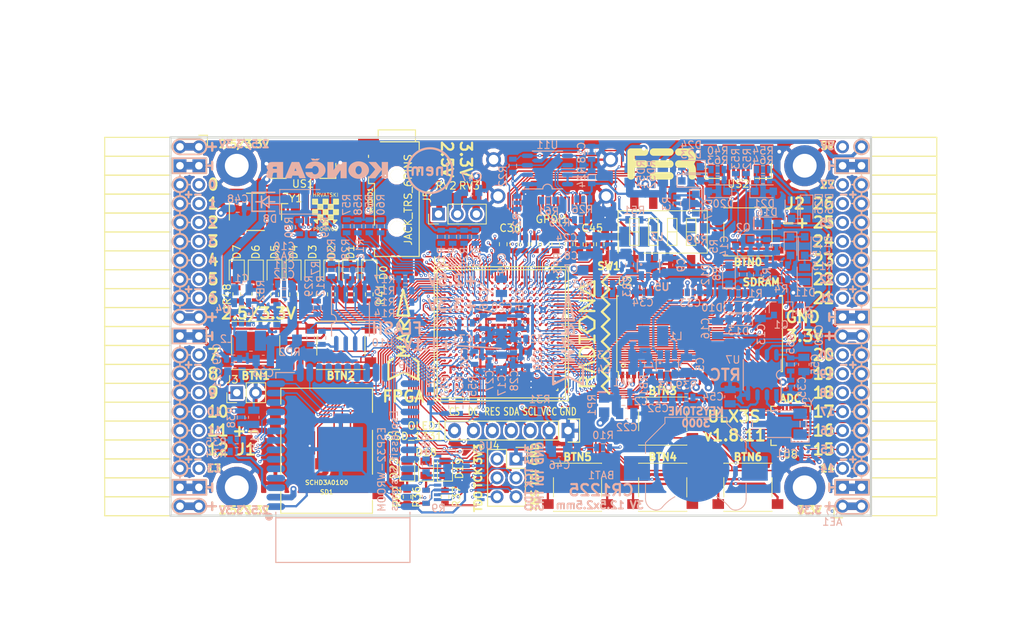
<source format=kicad_pcb>
(kicad_pcb (version 20171130) (host pcbnew 5.0.0-rc2+dfsg1-3)
  (layers (0 F.Cu signal) (1 In1.Cu signal) (2 In2.Cu signal) (31 B.Cu signal) (34 B.Paste user) (35 F.Paste user) (36 B.SilkS user) (37 F.SilkS user) (38 B.Mask user) (39 F.Mask user) (44 Edge.Cuts user))
  (net 0 "")
  (net 1 GND)
  (net 2 +5V)
  (net 3 /gpio/IN5V)
  (net 4 /gpio/OUT5V)
  (net 5 +3V3)
  (net 6 BTN_D)
  (net 7 BTN_F1)
  (net 8 BTN_F2)
  (net 9 BTN_L)
  (net 10 BTN_R)
  (net 11 BTN_U)
  (net 12 /power/FB1)
  (net 13 +2V5)
  (net 14 /power/PWREN)
  (net 15 /power/FB3)
  (net 16 /power/FB2)
  (net 17 /power/VBAT)
  (net 18 JTAG_TDI)
  (net 19 JTAG_TCK)
  (net 20 JTAG_TMS)
  (net 21 JTAG_TDO)
  (net 22 /power/WAKEUPn)
  (net 23 /power/WKUP)
  (net 24 /power/SHUT)
  (net 25 /power/WAKE)
  (net 26 /power/HOLD)
  (net 27 /power/WKn)
  (net 28 /power/OSCI_32k)
  (net 29 /power/OSCO_32k)
  (net 30 SHUTDOWN)
  (net 31 /analog/AUDIO_L)
  (net 32 /analog/AUDIO_R)
  (net 33 GPDI_SDA)
  (net 34 GPDI_SCL)
  (net 35 /gpdi/VREF2)
  (net 36 SD_CMD)
  (net 37 SD_CLK)
  (net 38 SD_D0)
  (net 39 SD_D1)
  (net 40 USB5V)
  (net 41 GPDI_CEC)
  (net 42 nRESET)
  (net 43 FTDI_nDTR)
  (net 44 SDRAM_CKE)
  (net 45 SDRAM_A7)
  (net 46 SDRAM_D15)
  (net 47 SDRAM_BA1)
  (net 48 SDRAM_D7)
  (net 49 SDRAM_A6)
  (net 50 SDRAM_CLK)
  (net 51 SDRAM_D13)
  (net 52 SDRAM_BA0)
  (net 53 SDRAM_D6)
  (net 54 SDRAM_A5)
  (net 55 SDRAM_D14)
  (net 56 SDRAM_A11)
  (net 57 SDRAM_D12)
  (net 58 SDRAM_D5)
  (net 59 SDRAM_A4)
  (net 60 SDRAM_A10)
  (net 61 SDRAM_D11)
  (net 62 SDRAM_A3)
  (net 63 SDRAM_D4)
  (net 64 SDRAM_D10)
  (net 65 SDRAM_D9)
  (net 66 SDRAM_A9)
  (net 67 SDRAM_D3)
  (net 68 SDRAM_D8)
  (net 69 SDRAM_A8)
  (net 70 SDRAM_A2)
  (net 71 SDRAM_A1)
  (net 72 SDRAM_A0)
  (net 73 SDRAM_D2)
  (net 74 SDRAM_D1)
  (net 75 SDRAM_D0)
  (net 76 SDRAM_DQM0)
  (net 77 SDRAM_nCS)
  (net 78 SDRAM_nRAS)
  (net 79 SDRAM_DQM1)
  (net 80 SDRAM_nCAS)
  (net 81 SDRAM_nWE)
  (net 82 /flash/FLASH_nWP)
  (net 83 /flash/FLASH_nHOLD)
  (net 84 /flash/FLASH_MOSI)
  (net 85 /flash/FLASH_MISO)
  (net 86 /flash/FLASH_SCK)
  (net 87 /flash/FLASH_nCS)
  (net 88 /flash/FPGA_PROGRAMN)
  (net 89 /flash/FPGA_DONE)
  (net 90 /flash/FPGA_INITN)
  (net 91 OLED_RES)
  (net 92 OLED_DC)
  (net 93 OLED_CS)
  (net 94 WIFI_EN)
  (net 95 FTDI_nRTS)
  (net 96 FTDI_TXD)
  (net 97 FTDI_RXD)
  (net 98 WIFI_RXD)
  (net 99 WIFI_GPIO0)
  (net 100 WIFI_TXD)
  (net 101 USB_FTDI_D+)
  (net 102 USB_FTDI_D-)
  (net 103 SD_D3)
  (net 104 AUDIO_L3)
  (net 105 AUDIO_L2)
  (net 106 AUDIO_L1)
  (net 107 AUDIO_L0)
  (net 108 AUDIO_R3)
  (net 109 AUDIO_R2)
  (net 110 AUDIO_R1)
  (net 111 AUDIO_R0)
  (net 112 OLED_CLK)
  (net 113 OLED_MOSI)
  (net 114 LED0)
  (net 115 LED1)
  (net 116 LED2)
  (net 117 LED3)
  (net 118 LED4)
  (net 119 LED5)
  (net 120 LED6)
  (net 121 LED7)
  (net 122 BTN_PWRn)
  (net 123 FTDI_nTXLED)
  (net 124 FTDI_nSLEEP)
  (net 125 /blinkey/LED_PWREN)
  (net 126 /blinkey/LED_TXLED)
  (net 127 /sdcard/SD3V3)
  (net 128 SD_D2)
  (net 129 CLK_25MHz)
  (net 130 /blinkey/BTNPUL)
  (net 131 /blinkey/BTNPUR)
  (net 132 USB_FPGA_D+)
  (net 133 /power/FTDI_nSUSPEND)
  (net 134 /blinkey/ALED0)
  (net 135 /blinkey/ALED1)
  (net 136 /blinkey/ALED2)
  (net 137 /blinkey/ALED3)
  (net 138 /blinkey/ALED4)
  (net 139 /blinkey/ALED5)
  (net 140 /blinkey/ALED6)
  (net 141 /blinkey/ALED7)
  (net 142 /usb/FTD-)
  (net 143 /usb/FTD+)
  (net 144 ADC_MISO)
  (net 145 ADC_MOSI)
  (net 146 ADC_CSn)
  (net 147 ADC_SCLK)
  (net 148 SW3)
  (net 149 SW2)
  (net 150 SW1)
  (net 151 USB_FPGA_D-)
  (net 152 /usb/FPD+)
  (net 153 /usb/FPD-)
  (net 154 WIFI_GPIO16)
  (net 155 /usb/ANT_433MHz)
  (net 156 /power/PWRBTn)
  (net 157 PROG_DONE)
  (net 158 /power/P3V3)
  (net 159 /power/P2V5)
  (net 160 /power/L1)
  (net 161 /power/L3)
  (net 162 /power/L2)
  (net 163 FTDI_TXDEN)
  (net 164 SDRAM_A12)
  (net 165 /analog/AUDIO_V)
  (net 166 AUDIO_V3)
  (net 167 AUDIO_V2)
  (net 168 AUDIO_V1)
  (net 169 AUDIO_V0)
  (net 170 /blinkey/LED_WIFI)
  (net 171 /power/P1V1)
  (net 172 +1V1)
  (net 173 SW4)
  (net 174 /blinkey/SWPU)
  (net 175 /wifi/WIFIEN)
  (net 176 FT2V5)
  (net 177 GN0)
  (net 178 GP0)
  (net 179 GN1)
  (net 180 GP1)
  (net 181 GN2)
  (net 182 GP2)
  (net 183 GN3)
  (net 184 GP3)
  (net 185 GN4)
  (net 186 GP4)
  (net 187 GN5)
  (net 188 GP5)
  (net 189 GN6)
  (net 190 GP6)
  (net 191 GN14)
  (net 192 GP14)
  (net 193 GN15)
  (net 194 GP15)
  (net 195 GN16)
  (net 196 GP16)
  (net 197 GN17)
  (net 198 GP17)
  (net 199 GN18)
  (net 200 GP18)
  (net 201 GN19)
  (net 202 GP19)
  (net 203 GN20)
  (net 204 GP20)
  (net 205 GN21)
  (net 206 GP21)
  (net 207 GN22)
  (net 208 GP22)
  (net 209 GN23)
  (net 210 GP23)
  (net 211 GN24)
  (net 212 GP24)
  (net 213 GN25)
  (net 214 GP25)
  (net 215 GN26)
  (net 216 GP26)
  (net 217 GN27)
  (net 218 GP27)
  (net 219 GN7)
  (net 220 GP7)
  (net 221 GN8)
  (net 222 GP8)
  (net 223 GN9)
  (net 224 GP9)
  (net 225 GN10)
  (net 226 GP10)
  (net 227 GN11)
  (net 228 GP11)
  (net 229 GN12)
  (net 230 GP12)
  (net 231 GN13)
  (net 232 GP13)
  (net 233 WIFI_GPIO5)
  (net 234 WIFI_GPIO17)
  (net 235 USB_FPGA_PULL_D+)
  (net 236 USB_FPGA_PULL_D-)
  (net 237 "Net-(D23-Pad2)")
  (net 238 "Net-(D24-Pad1)")
  (net 239 "Net-(D25-Pad2)")
  (net 240 "Net-(D26-Pad1)")
  (net 241 /gpdi/GPDI_ETH+)
  (net 242 FPDI_ETH+)
  (net 243 /gpdi/GPDI_ETH-)
  (net 244 FPDI_ETH-)
  (net 245 /gpdi/GPDI_D2-)
  (net 246 FPDI_D2-)
  (net 247 /gpdi/GPDI_D1-)
  (net 248 FPDI_D1-)
  (net 249 /gpdi/GPDI_D0-)
  (net 250 FPDI_D0-)
  (net 251 /gpdi/GPDI_CLK-)
  (net 252 FPDI_CLK-)
  (net 253 /gpdi/GPDI_D2+)
  (net 254 FPDI_D2+)
  (net 255 /gpdi/GPDI_D1+)
  (net 256 FPDI_D1+)
  (net 257 /gpdi/GPDI_D0+)
  (net 258 FPDI_D0+)
  (net 259 /gpdi/GPDI_CLK+)
  (net 260 FPDI_CLK+)
  (net 261 FPDI_SDA)
  (net 262 FPDI_SCL)
  (net 263 /gpdi/FPDI_CEC)
  (net 264 2V5_3V3)
  (net 265 "Net-(AUDIO1-Pad5)")
  (net 266 "Net-(AUDIO1-Pad6)")
  (net 267 "Net-(U1-PadA15)")
  (net 268 "Net-(U1-PadC9)")
  (net 269 "Net-(U1-PadD9)")
  (net 270 "Net-(U1-PadD10)")
  (net 271 "Net-(U1-PadD11)")
  (net 272 "Net-(U1-PadD12)")
  (net 273 "Net-(U1-PadE6)")
  (net 274 "Net-(U1-PadE9)")
  (net 275 "Net-(U1-PadE10)")
  (net 276 "Net-(U1-PadE11)")
  (net 277 "Net-(U1-PadJ4)")
  (net 278 "Net-(U1-PadJ5)")
  (net 279 "Net-(U1-PadK5)")
  (net 280 "Net-(U1-PadL5)")
  (net 281 "Net-(U1-PadM4)")
  (net 282 "Net-(U1-PadM5)")
  (net 283 SD_CD)
  (net 284 SD_WP)
  (net 285 "Net-(U1-PadR3)")
  (net 286 "Net-(U1-PadT16)")
  (net 287 "Net-(U1-PadW4)")
  (net 288 "Net-(U1-PadW5)")
  (net 289 "Net-(U1-PadW8)")
  (net 290 "Net-(U1-PadW9)")
  (net 291 "Net-(U1-PadW13)")
  (net 292 "Net-(U1-PadW14)")
  (net 293 "Net-(U1-PadW17)")
  (net 294 "Net-(U1-PadW18)")
  (net 295 FTDI_nRXLED)
  (net 296 "Net-(U8-Pad12)")
  (net 297 "Net-(U8-Pad25)")
  (net 298 "Net-(U9-Pad32)")
  (net 299 "Net-(U9-Pad22)")
  (net 300 "Net-(U9-Pad21)")
  (net 301 "Net-(U9-Pad20)")
  (net 302 "Net-(U9-Pad19)")
  (net 303 "Net-(U9-Pad18)")
  (net 304 "Net-(U9-Pad17)")
  (net 305 "Net-(U9-Pad12)")
  (net 306 "Net-(U9-Pad5)")
  (net 307 "Net-(U9-Pad4)")
  (net 308 "Net-(US1-Pad4)")
  (net 309 "Net-(US2-Pad4)")
  (net 310 "Net-(Y2-Pad3)")
  (net 311 "Net-(Y2-Pad2)")
  (net 312 "Net-(U1-PadK16)")
  (net 313 "Net-(U1-PadK17)")
  (net 314 /usb/US2VBUS)
  (net 315 /power/SHD)
  (net 316 /power/RTCVDD)
  (module SOA008-150mil:SOA008-150-208mil (layer B.Cu) (at 118.245 85.822 270)
    (fp_text reference U10 (at 3.175 -4.318) (layer B.SilkS) (effects (justify mirror)))
    (fp_text value IS25LP128F-JBLE)
    (pad 1 smd rect (at -3.302 1.905 270) (size 2.1 0.6) (layers B.Cu B.Paste B.Mask) (net 87 /flash/FLASH_nCS))
    (pad 2 smd oval (at -3.302 0.635 270) (size 2.1 0.6) (layers B.Cu B.Paste B.Mask) (net 85 /flash/FLASH_MISO))
    (pad 3 smd oval (at -3.302 -0.635 270) (size 2.1 0.6) (layers B.Cu B.Paste B.Mask) (net 82 /flash/FLASH_nWP))
    (pad 4 smd oval (at -3.302 -1.905 270) (size 2.1 0.6) (layers B.Cu B.Paste B.Mask) (net 1 GND))
    (pad 5 smd oval (at 3.302 -1.905 270) (size 2.1 0.6) (layers B.Cu B.Paste B.Mask) (net 84 /flash/FLASH_MOSI))
    (pad 6 smd oval (at 3.302 -0.635 270) (size 2.1 0.6) (layers B.Cu B.Paste B.Mask) (net 86 /flash/FLASH_SCK))
    (pad 7 smd oval (at 3.302 0.635 270) (size 2.1 0.6) (layers B.Cu B.Paste B.Mask) (net 83 /flash/FLASH_nHOLD))
    (pad 8 smd oval (at 3.302 1.905 270) (size 2.1 0.6) (layers B.Cu B.Paste B.Mask) (net 5 +3V3))
  )
  (module SOT96-1:SOT96-1 (layer B.Cu) (at 173.49 93.315 90)
    (fp_text reference U7 (at 2.032 -3.937 180) (layer B.SilkS) (effects (justify mirror)))
    (fp_text value PCF8523)
    (pad 1 smd rect (at -2.7 1.905 90) (size 1.55 0.6) (layers B.Cu B.Paste B.Mask) (net 28 /power/OSCI_32k))
    (pad 2 smd oval (at -2.7 0.635 90) (size 1.55 0.6) (layers B.Cu B.Paste B.Mask) (net 29 /power/OSCO_32k))
    (pad 3 smd oval (at -2.7 -0.635 90) (size 1.55 0.6) (layers B.Cu B.Paste B.Mask) (net 17 /power/VBAT))
    (pad 4 smd oval (at -2.7 -1.905 90) (size 1.55 0.6) (layers B.Cu B.Paste B.Mask) (net 1 GND))
    (pad 5 smd oval (at 2.7 -1.905 90) (size 1.55 0.6) (layers B.Cu B.Paste B.Mask) (net 261 FPDI_SDA))
    (pad 6 smd oval (at 2.7 -0.635 90) (size 1.55 0.6) (layers B.Cu B.Paste B.Mask) (net 262 FPDI_SCL))
    (pad 7 smd oval (at 2.7 0.635 90) (size 1.55 0.6) (layers B.Cu B.Paste B.Mask) (net 22 /power/WAKEUPn))
    (pad 8 smd oval (at 2.7 1.905 90) (size 1.55 0.6) (layers B.Cu B.Paste B.Mask) (net 316 /power/RTCVDD))
  )
  (module SM8:SM8 (layer B.Cu) (at 144.68 65.8015 90)
    (fp_text reference U11 (at 3.3475 -0.019 -180) (layer B.SilkS) (effects (justify mirror)))
    (fp_text value PCA9306D)
    (pad 1 smd rect (at -1.905 -2.7) (size 1.55 0.6) (layers B.Cu B.Paste B.Mask) (net 1 GND))
    (pad 2 smd oval (at -0.635 -2.7) (size 1.55 0.6) (layers B.Cu B.Paste B.Mask) (net 5 +3V3))
    (pad 3 smd oval (at 0.635 -2.7) (size 1.55 0.6) (layers B.Cu B.Paste B.Mask) (net 262 FPDI_SCL))
    (pad 4 smd oval (at 1.905 -2.7) (size 1.55 0.6) (layers B.Cu B.Paste B.Mask) (net 261 FPDI_SDA))
    (pad 5 smd oval (at 1.905 2.7) (size 1.55 0.6) (layers B.Cu B.Paste B.Mask) (net 33 GPDI_SDA))
    (pad 6 smd oval (at 0.635 2.7) (size 1.55 0.6) (layers B.Cu B.Paste B.Mask) (net 34 GPDI_SCL))
    (pad 7 smd oval (at -0.635 2.7) (size 1.55 0.6) (layers B.Cu B.Paste B.Mask) (net 35 /gpdi/VREF2))
    (pad 8 smd oval (at -1.905 2.7) (size 1.55 0.6) (layers B.Cu B.Paste B.Mask) (net 35 /gpdi/VREF2))
  )
  (module ft231x:FT231X-SSOP-20_4.4x6.5mm_Pitch0.65mm (layer B.Cu) (at 132.835 107.14 180)
    (fp_text reference U6 (at -3.556 4.318 180) (layer B.SilkS) (effects (justify mirror)))
    (fp_text value FT231XS)
    (pad 20 smd rect (at 2.9 2.925 180) (size 1 0.4) (layers B.Cu B.Paste B.Mask) (net 96 FTDI_TXD))
    (pad 19 smd rect (at 2.9 2.275 180) (size 1 0.4) (layers B.Cu B.Paste B.Mask) (net 124 FTDI_nSLEEP))
    (pad 18 smd rect (at 2.9 1.625 180) (size 1 0.4) (layers B.Cu B.Paste B.Mask) (net 163 FTDI_TXDEN))
    (pad 17 smd rect (at 2.9 0.975 180) (size 1 0.4) (layers B.Cu B.Paste B.Mask) (net 295 FTDI_nRXLED))
    (pad 16 smd rect (at 2.9 0.325 180) (size 1 0.4) (layers B.Cu B.Paste B.Mask) (net 1 GND))
    (pad 15 smd rect (at 2.9 -0.325 180) (size 1 0.4) (layers B.Cu B.Paste B.Mask) (net 40 USB5V))
    (pad 14 smd rect (at 2.9 -0.975 180) (size 1 0.4) (layers B.Cu B.Paste B.Mask) (net 42 nRESET))
    (pad 13 smd rect (at 2.9 -1.625 180) (size 1 0.4) (layers B.Cu B.Paste B.Mask) (net 176 FT2V5))
    (pad 12 smd rect (at 2.9 -2.275 180) (size 1 0.4) (layers B.Cu B.Paste B.Mask) (net 102 USB_FTDI_D-))
    (pad 11 smd rect (at 2.9 -2.925 180) (size 1 0.4) (layers B.Cu B.Paste B.Mask) (net 101 USB_FTDI_D+))
    (pad 10 smd rect (at -2.9 -2.925 180) (size 1 0.4) (layers B.Cu B.Paste B.Mask) (net 123 FTDI_nTXLED))
    (pad 9 smd rect (at -2.9 -2.275 180) (size 1 0.4) (layers B.Cu B.Paste B.Mask) (net 21 JTAG_TDO))
    (pad 8 smd rect (at -2.9 -1.625 180) (size 1 0.4) (layers B.Cu B.Paste B.Mask) (net 20 JTAG_TMS))
    (pad 7 smd rect (at -2.9 -0.975 180) (size 1 0.4) (layers B.Cu B.Paste B.Mask) (net 19 JTAG_TCK))
    (pad 6 smd rect (at -2.9 -0.325 180) (size 1 0.4) (layers B.Cu B.Paste B.Mask) (net 1 GND))
    (pad 5 smd rect (at -2.9 0.325 180) (size 1 0.4) (layers B.Cu B.Paste B.Mask) (net 18 JTAG_TDI))
    (pad 4 smd rect (at -2.9 0.975 180) (size 1 0.4) (layers B.Cu B.Paste B.Mask) (net 97 FTDI_RXD))
    (pad 3 smd rect (at -2.9 1.625 180) (size 1 0.4) (layers B.Cu B.Paste B.Mask) (net 176 FT2V5))
    (pad 2 smd rect (at -2.9 2.275 180) (size 1 0.4) (layers B.Cu B.Paste B.Mask) (net 95 FTDI_nRTS))
    (pad 1 smd rect (at -2.9 2.925 180) (size 1 0.4) (layers B.Cu B.Paste B.Mask) (net 43 FTDI_nDTR))
  )
  (module TSOT-25:TSOT-25 (layer B.Cu) (at 158.235 78.692)
    (fp_text reference U5 (at 1.793 2.812) (layer B.SilkS) (effects (font (thickness 0.2)) (justify mirror)))
    (fp_text value TLV62569DBV)
    (pad 1 smd rect (at -0.95 -1.3) (size 0.7 1.2) (layers B.Cu B.Paste B.Mask) (net 14 /power/PWREN))
    (pad 2 smd rect (at 0 -1.3) (size 0.7 1.2) (layers B.Cu B.Paste B.Mask) (net 1 GND))
    (pad 3 smd rect (at 0.95 -1.3) (size 0.7 1.2) (layers B.Cu B.Paste B.Mask) (net 161 /power/L3))
    (pad 4 smd rect (at 0.95 1.3) (size 0.7 1.2) (layers B.Cu B.Paste B.Mask) (net 2 +5V))
    (pad 5 smd rect (at -0.95 1.3) (size 0.7 1.2) (layers B.Cu B.Paste B.Mask) (net 15 /power/FB3))
  )
  (module TSOT-25:TSOT-25 (layer B.Cu) (at 160.775 91.9)
    (fp_text reference U3 (at -0.295 2.9) (layer B.SilkS) (effects (font (thickness 0.2)) (justify mirror)))
    (fp_text value TLV62569DBV)
    (pad 1 smd rect (at -0.95 -1.3) (size 0.7 1.2) (layers B.Cu B.Paste B.Mask) (net 14 /power/PWREN))
    (pad 2 smd rect (at 0 -1.3) (size 0.7 1.2) (layers B.Cu B.Paste B.Mask) (net 1 GND))
    (pad 3 smd rect (at 0.95 -1.3) (size 0.7 1.2) (layers B.Cu B.Paste B.Mask) (net 160 /power/L1))
    (pad 4 smd rect (at 0.95 1.3) (size 0.7 1.2) (layers B.Cu B.Paste B.Mask) (net 2 +5V))
    (pad 5 smd rect (at -0.95 1.3) (size 0.7 1.2) (layers B.Cu B.Paste B.Mask) (net 12 /power/FB1))
  )
  (module TSOT-25:TSOT-25 (layer B.Cu) (at 103.625 84.915 180)
    (fp_text reference U4 (at 2.525 0.4265 180) (layer B.SilkS) (effects (font (thickness 0.2)) (justify mirror)))
    (fp_text value TLV62569DBV)
    (pad 1 smd rect (at -0.95 -1.3 180) (size 0.7 1.2) (layers B.Cu B.Paste B.Mask) (net 14 /power/PWREN))
    (pad 2 smd rect (at 0 -1.3 180) (size 0.7 1.2) (layers B.Cu B.Paste B.Mask) (net 1 GND))
    (pad 3 smd rect (at 0.95 -1.3 180) (size 0.7 1.2) (layers B.Cu B.Paste B.Mask) (net 162 /power/L2))
    (pad 4 smd rect (at 0.95 1.3 180) (size 0.7 1.2) (layers B.Cu B.Paste B.Mask) (net 2 +5V))
    (pad 5 smd rect (at -0.95 1.3 180) (size 0.7 1.2) (layers B.Cu B.Paste B.Mask) (net 16 /power/FB2))
  )
  (module ESP32:ESP32-WROOM (layer B.Cu) (at 117.23 105.75 180)
    (fp_text reference U9 (at -8.366 13.85 180) (layer B.SilkS) (effects (justify mirror)))
    (fp_text value ESP-WROOM-32)
    (fp_text user "Espressif Systems" (at -6.858 0.889 90) (layer B.SilkS) (effects (justify mirror)))
    (fp_text user ESP32-WROOM (at -5.207 -0.254 90) (layer B.SilkS) (effects (justify mirror)))
    (pad 38 smd oval (at -9 -5.25 180) (size 2.5 0.9) (layers B.Cu B.Paste B.Mask) (net 1 GND))
    (pad 37 smd oval (at -9 -3.98 180) (size 2.5 0.9) (layers B.Cu B.Paste B.Mask) (net 18 JTAG_TDI))
    (pad 36 smd oval (at -9 -2.71 180) (size 2.5 0.9) (layers B.Cu B.Paste B.Mask) (net 157 PROG_DONE))
    (pad 35 smd oval (at -9 -1.44 180) (size 2.5 0.9) (layers B.Cu B.Paste B.Mask) (net 100 WIFI_TXD))
    (pad 34 smd oval (at -9 -0.17 180) (size 2.5 0.9) (layers B.Cu B.Paste B.Mask) (net 98 WIFI_RXD))
    (pad 33 smd oval (at -9 1.1 180) (size 2.5 0.9) (layers B.Cu B.Paste B.Mask) (net 20 JTAG_TMS))
    (pad 32 smd oval (at -9 2.37 180) (size 2.5 0.9) (layers B.Cu B.Paste B.Mask) (net 298 "Net-(U9-Pad32)"))
    (pad 31 smd oval (at -9 3.64 180) (size 2.5 0.9) (layers B.Cu B.Paste B.Mask) (net 21 JTAG_TDO))
    (pad 30 smd oval (at -9 4.91 180) (size 2.5 0.9) (layers B.Cu B.Paste B.Mask) (net 19 JTAG_TCK))
    (pad 29 smd oval (at -9 6.18 180) (size 2.5 0.9) (layers B.Cu B.Paste B.Mask) (net 233 WIFI_GPIO5))
    (pad 28 smd oval (at -9 7.45 180) (size 2.5 0.9) (layers B.Cu B.Paste B.Mask) (net 234 WIFI_GPIO17))
    (pad 27 smd oval (at -9 8.72 180) (size 2.5 0.9) (layers B.Cu B.Paste B.Mask) (net 154 WIFI_GPIO16))
    (pad 26 smd oval (at -9 9.99 180) (size 2.5 0.9) (layers B.Cu B.Paste B.Mask) (net 39 SD_D1))
    (pad 25 smd oval (at -9 11.26 180) (size 2.5 0.9) (layers B.Cu B.Paste B.Mask) (net 99 WIFI_GPIO0))
    (pad 24 smd oval (at -5.715 12.75 180) (size 0.9 2.5) (layers B.Cu B.Paste B.Mask) (net 38 SD_D0))
    (pad 23 smd oval (at -4.445 12.75 180) (size 0.9 2.5) (layers B.Cu B.Paste B.Mask) (net 36 SD_CMD))
    (pad 22 smd oval (at -3.175 12.75 180) (size 0.9 2.5) (layers B.Cu B.Paste B.Mask) (net 299 "Net-(U9-Pad22)"))
    (pad 21 smd oval (at -1.905 12.75 180) (size 0.9 2.5) (layers B.Cu B.Paste B.Mask) (net 300 "Net-(U9-Pad21)"))
    (pad 20 smd oval (at -0.635 12.75 180) (size 0.9 2.5) (layers B.Cu B.Paste B.Mask) (net 301 "Net-(U9-Pad20)"))
    (pad 19 smd oval (at 0.635 12.75 180) (size 0.9 2.5) (layers B.Cu B.Paste B.Mask) (net 302 "Net-(U9-Pad19)"))
    (pad 18 smd oval (at 1.905 12.75 180) (size 0.9 2.5) (layers B.Cu B.Paste B.Mask) (net 303 "Net-(U9-Pad18)"))
    (pad 17 smd oval (at 3.175 12.75 180) (size 0.9 2.5) (layers B.Cu B.Paste B.Mask) (net 304 "Net-(U9-Pad17)"))
    (pad 16 smd oval (at 4.445 12.75 180) (size 0.9 2.5) (layers B.Cu B.Paste B.Mask) (net 103 SD_D3))
    (pad 15 smd oval (at 5.715 12.75 180) (size 0.9 2.5) (layers B.Cu B.Paste B.Mask) (net 1 GND))
    (pad 14 smd oval (at 9 11.26 180) (size 2.5 0.9) (layers B.Cu B.Paste B.Mask) (net 128 SD_D2))
    (pad 13 smd oval (at 9 9.99 180) (size 2.5 0.9) (layers B.Cu B.Paste B.Mask) (net 37 SD_CLK))
    (pad 12 smd oval (at 9 8.72 180) (size 2.5 0.9) (layers B.Cu B.Paste B.Mask) (net 305 "Net-(U9-Pad12)"))
    (pad 11 smd oval (at 9 7.45 180) (size 2.5 0.9) (layers B.Cu B.Paste B.Mask) (net 227 GN11))
    (pad 10 smd oval (at 9 6.18 180) (size 2.5 0.9) (layers B.Cu B.Paste B.Mask) (net 228 GP11))
    (pad 9 smd oval (at 9 4.91 180) (size 2.5 0.9) (layers B.Cu B.Paste B.Mask) (net 229 GN12))
    (pad 8 smd oval (at 9 3.64 180) (size 2.5 0.9) (layers B.Cu B.Paste B.Mask) (net 230 GP12))
    (pad 7 smd oval (at 9 2.37 180) (size 2.5 0.9) (layers B.Cu B.Paste B.Mask) (net 231 GN13))
    (pad 6 smd oval (at 9 1.1 180) (size 2.5 0.9) (layers B.Cu B.Paste B.Mask) (net 232 GP13))
    (pad 5 smd oval (at 9 -0.17 180) (size 2.5 0.9) (layers B.Cu B.Paste B.Mask) (net 306 "Net-(U9-Pad5)"))
    (pad 4 smd oval (at 9 -1.44 180) (size 2.5 0.9) (layers B.Cu B.Paste B.Mask) (net 307 "Net-(U9-Pad4)"))
    (pad 3 smd oval (at 9 -2.71 180) (size 2.5 0.9) (layers B.Cu B.Paste B.Mask) (net 175 /wifi/WIFIEN))
    (pad 2 smd oval (at 9 -3.98 180) (size 2.5 0.9) (layers B.Cu B.Paste B.Mask) (net 5 +3V3))
    (pad 1 smd oval (at 9 -5.25 180) (size 2.5 0.9) (layers B.Cu B.Paste B.Mask) (net 1 GND))
    (pad 39 smd rect (at 0.3 2.45 180) (size 6 6) (layers B.Cu B.Paste B.Mask) (net 1 GND))
  )
  (module inem:inem (layer B.Cu) (at 128.913 65.883)
    (fp_text reference REF** hide)
    (fp_text value inem hide)
    (fp_text user inem (at 0 -0.1) (layer B.SilkS) (effects (font (size 1.5 1.5) (thickness 0.3)) (justify mirror)))
  )
  (module fer:fer4mm6 (layer F.Cu) (at 159.901 64.994)
    (fp_text reference fer hide)
    (fp_text value fer hide)
  )
  (module Socket_Strips:Socket_Strip_Angled_2x20 (layer F.Cu) (at 97.91 62.69 270)
    (fp_text reference J1 (at 40.64 -6.35) (layer F.SilkS) (effects (font (size 1.5 1.5) (thickness 0.3))))
    (fp_text value CONN_02X20 hide)
    (pad 1 thru_hole oval (at 0 0 270) (size 1.7272 1.7272) (drill 1.016) (layers *.Cu *.Mask) (net 264 2V5_3V3))
    (pad 2 thru_hole oval (at 0 2.54 270) (size 1.7272 1.7272) (drill 1.016) (layers *.Cu *.Mask) (net 264 2V5_3V3))
    (pad 3 thru_hole rect (at 2.54 0 270) (size 1.7272 1.7272) (drill 1.016) (layers *.Cu *.Mask) (net 1 GND))
    (pad 4 thru_hole rect (at 2.54 2.54 270) (size 1.7272 1.7272) (drill 1.016) (layers *.Cu *.Mask) (net 1 GND))
    (pad 5 thru_hole oval (at 5.08 0 270) (size 1.7272 1.7272) (drill 1.016) (layers *.Cu *.Mask) (net 177 GN0))
    (pad 6 thru_hole oval (at 5.08 2.54 270) (size 1.7272 1.7272) (drill 1.016) (layers *.Cu *.Mask) (net 178 GP0))
    (pad 7 thru_hole oval (at 7.62 0 270) (size 1.7272 1.7272) (drill 1.016) (layers *.Cu *.Mask) (net 179 GN1))
    (pad 8 thru_hole oval (at 7.62 2.54 270) (size 1.7272 1.7272) (drill 1.016) (layers *.Cu *.Mask) (net 180 GP1))
    (pad 9 thru_hole oval (at 10.16 0 270) (size 1.7272 1.7272) (drill 1.016) (layers *.Cu *.Mask) (net 181 GN2))
    (pad 10 thru_hole oval (at 10.16 2.54 270) (size 1.7272 1.7272) (drill 1.016) (layers *.Cu *.Mask) (net 182 GP2))
    (pad 11 thru_hole oval (at 12.7 0 270) (size 1.7272 1.7272) (drill 1.016) (layers *.Cu *.Mask) (net 183 GN3))
    (pad 12 thru_hole oval (at 12.7 2.54 270) (size 1.7272 1.7272) (drill 1.016) (layers *.Cu *.Mask) (net 184 GP3))
    (pad 13 thru_hole oval (at 15.24 0 270) (size 1.7272 1.7272) (drill 1.016) (layers *.Cu *.Mask) (net 185 GN4))
    (pad 14 thru_hole oval (at 15.24 2.54 270) (size 1.7272 1.7272) (drill 1.016) (layers *.Cu *.Mask) (net 186 GP4))
    (pad 15 thru_hole oval (at 17.78 0 270) (size 1.7272 1.7272) (drill 1.016) (layers *.Cu *.Mask) (net 187 GN5))
    (pad 16 thru_hole oval (at 17.78 2.54 270) (size 1.7272 1.7272) (drill 1.016) (layers *.Cu *.Mask) (net 188 GP5))
    (pad 17 thru_hole oval (at 20.32 0 270) (size 1.7272 1.7272) (drill 1.016) (layers *.Cu *.Mask) (net 189 GN6))
    (pad 18 thru_hole oval (at 20.32 2.54 270) (size 1.7272 1.7272) (drill 1.016) (layers *.Cu *.Mask) (net 190 GP6))
    (pad 19 thru_hole oval (at 22.86 0 270) (size 1.7272 1.7272) (drill 1.016) (layers *.Cu *.Mask) (net 264 2V5_3V3))
    (pad 20 thru_hole oval (at 22.86 2.54 270) (size 1.7272 1.7272) (drill 1.016) (layers *.Cu *.Mask) (net 264 2V5_3V3))
    (pad 21 thru_hole rect (at 25.4 0 270) (size 1.7272 1.7272) (drill 1.016) (layers *.Cu *.Mask) (net 1 GND))
    (pad 22 thru_hole rect (at 25.4 2.54 270) (size 1.7272 1.7272) (drill 1.016) (layers *.Cu *.Mask) (net 1 GND))
    (pad 23 thru_hole oval (at 27.94 0 270) (size 1.7272 1.7272) (drill 1.016) (layers *.Cu *.Mask) (net 219 GN7))
    (pad 24 thru_hole oval (at 27.94 2.54 270) (size 1.7272 1.7272) (drill 1.016) (layers *.Cu *.Mask) (net 220 GP7))
    (pad 25 thru_hole oval (at 30.48 0 270) (size 1.7272 1.7272) (drill 1.016) (layers *.Cu *.Mask) (net 221 GN8))
    (pad 26 thru_hole oval (at 30.48 2.54 270) (size 1.7272 1.7272) (drill 1.016) (layers *.Cu *.Mask) (net 222 GP8))
    (pad 27 thru_hole oval (at 33.02 0 270) (size 1.7272 1.7272) (drill 1.016) (layers *.Cu *.Mask) (net 223 GN9))
    (pad 28 thru_hole oval (at 33.02 2.54 270) (size 1.7272 1.7272) (drill 1.016) (layers *.Cu *.Mask) (net 224 GP9))
    (pad 29 thru_hole oval (at 35.56 0 270) (size 1.7272 1.7272) (drill 1.016) (layers *.Cu *.Mask) (net 225 GN10))
    (pad 30 thru_hole oval (at 35.56 2.54 270) (size 1.7272 1.7272) (drill 1.016) (layers *.Cu *.Mask) (net 226 GP10))
    (pad 31 thru_hole oval (at 38.1 0 270) (size 1.7272 1.7272) (drill 1.016) (layers *.Cu *.Mask) (net 227 GN11))
    (pad 32 thru_hole oval (at 38.1 2.54 270) (size 1.7272 1.7272) (drill 1.016) (layers *.Cu *.Mask) (net 228 GP11))
    (pad 33 thru_hole oval (at 40.64 0 270) (size 1.7272 1.7272) (drill 1.016) (layers *.Cu *.Mask) (net 229 GN12))
    (pad 34 thru_hole oval (at 40.64 2.54 270) (size 1.7272 1.7272) (drill 1.016) (layers *.Cu *.Mask) (net 230 GP12))
    (pad 35 thru_hole oval (at 43.18 0 270) (size 1.7272 1.7272) (drill 1.016) (layers *.Cu *.Mask) (net 231 GN13))
    (pad 36 thru_hole oval (at 43.18 2.54 270) (size 1.7272 1.7272) (drill 1.016) (layers *.Cu *.Mask) (net 232 GP13))
    (pad 37 thru_hole rect (at 45.72 0 270) (size 1.7272 1.7272) (drill 1.016) (layers *.Cu *.Mask) (net 1 GND))
    (pad 38 thru_hole rect (at 45.72 2.54 270) (size 1.7272 1.7272) (drill 1.016) (layers *.Cu *.Mask) (net 1 GND))
    (pad 39 thru_hole oval (at 48.26 0 270) (size 1.7272 1.7272) (drill 1.016) (layers *.Cu *.Mask) (net 264 2V5_3V3))
    (pad 40 thru_hole oval (at 48.26 2.54 270) (size 1.7272 1.7272) (drill 1.016) (layers *.Cu *.Mask) (net 264 2V5_3V3))
  )
  (module Socket_Strips:Socket_Strip_Angled_2x20 (layer F.Cu) (at 184.27 110.95 90)
    (fp_text reference J2 (at 40.64 -6.35 180) (layer F.SilkS) (effects (font (size 1.5 1.5) (thickness 0.3))))
    (fp_text value CONN_02X20 hide)
    (pad 1 thru_hole oval (at 0 0 90) (size 1.7272 1.7272) (drill 1.016) (layers *.Cu *.Mask) (net 5 +3V3))
    (pad 2 thru_hole oval (at 0 2.54 90) (size 1.7272 1.7272) (drill 1.016) (layers *.Cu *.Mask) (net 5 +3V3))
    (pad 3 thru_hole rect (at 2.54 0 90) (size 1.7272 1.7272) (drill 1.016) (layers *.Cu *.Mask) (net 1 GND))
    (pad 4 thru_hole rect (at 2.54 2.54 90) (size 1.7272 1.7272) (drill 1.016) (layers *.Cu *.Mask) (net 1 GND))
    (pad 5 thru_hole oval (at 5.08 0 90) (size 1.7272 1.7272) (drill 1.016) (layers *.Cu *.Mask) (net 191 GN14))
    (pad 6 thru_hole oval (at 5.08 2.54 90) (size 1.7272 1.7272) (drill 1.016) (layers *.Cu *.Mask) (net 192 GP14))
    (pad 7 thru_hole oval (at 7.62 0 90) (size 1.7272 1.7272) (drill 1.016) (layers *.Cu *.Mask) (net 193 GN15))
    (pad 8 thru_hole oval (at 7.62 2.54 90) (size 1.7272 1.7272) (drill 1.016) (layers *.Cu *.Mask) (net 194 GP15))
    (pad 9 thru_hole oval (at 10.16 0 90) (size 1.7272 1.7272) (drill 1.016) (layers *.Cu *.Mask) (net 195 GN16))
    (pad 10 thru_hole oval (at 10.16 2.54 90) (size 1.7272 1.7272) (drill 1.016) (layers *.Cu *.Mask) (net 196 GP16))
    (pad 11 thru_hole oval (at 12.7 0 90) (size 1.7272 1.7272) (drill 1.016) (layers *.Cu *.Mask) (net 197 GN17))
    (pad 12 thru_hole oval (at 12.7 2.54 90) (size 1.7272 1.7272) (drill 1.016) (layers *.Cu *.Mask) (net 198 GP17))
    (pad 13 thru_hole oval (at 15.24 0 90) (size 1.7272 1.7272) (drill 1.016) (layers *.Cu *.Mask) (net 199 GN18))
    (pad 14 thru_hole oval (at 15.24 2.54 90) (size 1.7272 1.7272) (drill 1.016) (layers *.Cu *.Mask) (net 200 GP18))
    (pad 15 thru_hole oval (at 17.78 0 90) (size 1.7272 1.7272) (drill 1.016) (layers *.Cu *.Mask) (net 201 GN19))
    (pad 16 thru_hole oval (at 17.78 2.54 90) (size 1.7272 1.7272) (drill 1.016) (layers *.Cu *.Mask) (net 202 GP19))
    (pad 17 thru_hole oval (at 20.32 0 90) (size 1.7272 1.7272) (drill 1.016) (layers *.Cu *.Mask) (net 203 GN20))
    (pad 18 thru_hole oval (at 20.32 2.54 90) (size 1.7272 1.7272) (drill 1.016) (layers *.Cu *.Mask) (net 204 GP20))
    (pad 19 thru_hole oval (at 22.86 0 90) (size 1.7272 1.7272) (drill 1.016) (layers *.Cu *.Mask) (net 5 +3V3))
    (pad 20 thru_hole oval (at 22.86 2.54 90) (size 1.7272 1.7272) (drill 1.016) (layers *.Cu *.Mask) (net 5 +3V3))
    (pad 21 thru_hole rect (at 25.4 0 90) (size 1.7272 1.7272) (drill 1.016) (layers *.Cu *.Mask) (net 1 GND))
    (pad 22 thru_hole rect (at 25.4 2.54 90) (size 1.7272 1.7272) (drill 1.016) (layers *.Cu *.Mask) (net 1 GND))
    (pad 23 thru_hole oval (at 27.94 0 90) (size 1.7272 1.7272) (drill 1.016) (layers *.Cu *.Mask) (net 205 GN21))
    (pad 24 thru_hole oval (at 27.94 2.54 90) (size 1.7272 1.7272) (drill 1.016) (layers *.Cu *.Mask) (net 206 GP21))
    (pad 25 thru_hole oval (at 30.48 0 90) (size 1.7272 1.7272) (drill 1.016) (layers *.Cu *.Mask) (net 207 GN22))
    (pad 26 thru_hole oval (at 30.48 2.54 90) (size 1.7272 1.7272) (drill 1.016) (layers *.Cu *.Mask) (net 208 GP22))
    (pad 27 thru_hole oval (at 33.02 0 90) (size 1.7272 1.7272) (drill 1.016) (layers *.Cu *.Mask) (net 209 GN23))
    (pad 28 thru_hole oval (at 33.02 2.54 90) (size 1.7272 1.7272) (drill 1.016) (layers *.Cu *.Mask) (net 210 GP23))
    (pad 29 thru_hole oval (at 35.56 0 90) (size 1.7272 1.7272) (drill 1.016) (layers *.Cu *.Mask) (net 211 GN24))
    (pad 30 thru_hole oval (at 35.56 2.54 90) (size 1.7272 1.7272) (drill 1.016) (layers *.Cu *.Mask) (net 212 GP24))
    (pad 31 thru_hole oval (at 38.1 0 90) (size 1.7272 1.7272) (drill 1.016) (layers *.Cu *.Mask) (net 213 GN25))
    (pad 32 thru_hole oval (at 38.1 2.54 90) (size 1.7272 1.7272) (drill 1.016) (layers *.Cu *.Mask) (net 214 GP25))
    (pad 33 thru_hole oval (at 40.64 0 90) (size 1.7272 1.7272) (drill 1.016) (layers *.Cu *.Mask) (net 215 GN26))
    (pad 34 thru_hole oval (at 40.64 2.54 90) (size 1.7272 1.7272) (drill 1.016) (layers *.Cu *.Mask) (net 216 GP26))
    (pad 35 thru_hole oval (at 43.18 0 90) (size 1.7272 1.7272) (drill 1.016) (layers *.Cu *.Mask) (net 217 GN27))
    (pad 36 thru_hole oval (at 43.18 2.54 90) (size 1.7272 1.7272) (drill 1.016) (layers *.Cu *.Mask) (net 218 GP27))
    (pad 37 thru_hole rect (at 45.72 0 90) (size 1.7272 1.7272) (drill 1.016) (layers *.Cu *.Mask) (net 1 GND))
    (pad 38 thru_hole rect (at 45.72 2.54 90) (size 1.7272 1.7272) (drill 1.016) (layers *.Cu *.Mask) (net 1 GND))
    (pad 39 thru_hole oval (at 48.26 0 90) (size 1.7272 1.7272) (drill 1.016) (layers *.Cu *.Mask) (net 3 /gpio/IN5V))
    (pad 40 thru_hole oval (at 48.26 2.54 90) (size 1.7272 1.7272) (drill 1.016) (layers *.Cu *.Mask) (net 4 /gpio/OUT5V))
  )
  (module Mounting_Holes:MountingHole_3.2mm_M3_ISO14580_Pad (layer F.Cu) (at 102.99 108.41)
    (fp_text reference H1 hide)
    (fp_text value HOLE hide)
    (pad 1 thru_hole circle (at 0 0) (size 5.5 5.5) (drill 3.2) (layers *.Cu *.Mask) (net 1 GND))
  )
  (module Mounting_Holes:MountingHole_3.2mm_M3_ISO14580_Pad (layer F.Cu) (at 179.19 108.41)
    (fp_text reference H2 hide)
    (fp_text value HOLE hide)
    (pad 1 thru_hole circle (at 0 0) (size 5.5 5.5) (drill 3.2) (layers *.Cu *.Mask) (net 1 GND))
  )
  (module Mounting_Holes:MountingHole_3.2mm_M3_ISO14580_Pad (layer F.Cu) (at 179.19 65.23)
    (fp_text reference H3 hide)
    (fp_text value HOLE hide)
    (pad 1 thru_hole circle (at 0 0) (size 5.5 5.5) (drill 3.2) (layers *.Cu *.Mask) (net 1 GND))
  )
  (module Mounting_Holes:MountingHole_3.2mm_M3_ISO14580_Pad (layer F.Cu) (at 102.99 65.23)
    (fp_text reference H4 hide)
    (fp_text value HOLE hide)
    (pad 1 thru_hole circle (at 0 0) (size 5.5 5.5) (drill 3.2) (layers *.Cu *.Mask) (net 1 GND))
  )
  (module Socket_Strips:Socket_Strip_Straight_2x03 (layer F.Cu) (at 140.455 104.6 270)
    (fp_text reference J4 (at -1.778 3.048) (layer F.SilkS))
    (fp_text value CONN_02X03 hide)
    (pad 1 thru_hole rect (at 0 0 270) (size 1.7272 1.7272) (drill 1.016) (layers *.Cu *.Mask) (net 1 GND))
    (pad 2 thru_hole oval (at 0 2.54 270) (size 1.7272 1.7272) (drill 1.016) (layers *.Cu *.Mask) (net 5 +3V3))
    (pad 3 thru_hole oval (at 2.54 0 270) (size 1.7272 1.7272) (drill 1.016) (layers *.Cu *.Mask) (net 18 JTAG_TDI))
    (pad 4 thru_hole oval (at 2.54 2.54 270) (size 1.7272 1.7272) (drill 1.016) (layers *.Cu *.Mask) (net 19 JTAG_TCK))
    (pad 5 thru_hole oval (at 5.08 0 270) (size 1.7272 1.7272) (drill 1.016) (layers *.Cu *.Mask) (net 20 JTAG_TMS))
    (pad 6 thru_hole oval (at 5.08 2.54 270) (size 1.7272 1.7272) (drill 1.016) (layers *.Cu *.Mask) (net 21 JTAG_TDO))
  )
  (module Housings_DFN_QFN:QFN-28-1EP_5x5mm_Pitch0.5mm (layer F.Cu) (at 177.285 100.155 180)
    (fp_text reference U8 (at 0 -3.875 180) (layer F.SilkS))
    (fp_text value MAX11125)
    (pad 1 smd oval (at -2.45 -1.5 180) (size 0.85 0.3) (layers F.Cu F.Paste F.Mask) (net 194 GP15))
    (pad 2 smd oval (at -2.45 -1 180) (size 0.85 0.3) (layers F.Cu F.Paste F.Mask) (net 195 GN16))
    (pad 3 smd oval (at -2.45 -0.5 180) (size 0.85 0.3) (layers F.Cu F.Paste F.Mask) (net 196 GP16))
    (pad 4 smd oval (at -2.45 0 180) (size 0.85 0.3) (layers F.Cu F.Paste F.Mask) (net 197 GN17))
    (pad 5 smd oval (at -2.45 0.5 180) (size 0.85 0.3) (layers F.Cu F.Paste F.Mask) (net 198 GP17))
    (pad 6 smd oval (at -2.45 1 180) (size 0.85 0.3) (layers F.Cu F.Paste F.Mask) (net 1 GND))
    (pad 7 smd oval (at -2.45 1.5 180) (size 0.85 0.3) (layers F.Cu F.Paste F.Mask) (net 1 GND))
    (pad 8 smd oval (at -1.5 2.45 270) (size 0.85 0.3) (layers F.Cu F.Paste F.Mask) (net 1 GND))
    (pad 9 smd oval (at -1 2.45 270) (size 0.85 0.3) (layers F.Cu F.Paste F.Mask) (net 1 GND))
    (pad 10 smd oval (at -0.5 2.45 270) (size 0.85 0.3) (layers F.Cu F.Paste F.Mask) (net 1 GND))
    (pad 11 smd oval (at 0 2.45 270) (size 0.85 0.3) (layers F.Cu F.Paste F.Mask) (net 1 GND))
    (pad 12 smd oval (at 0.5 2.45 270) (size 0.85 0.3) (layers F.Cu F.Paste F.Mask) (net 296 "Net-(U8-Pad12)"))
    (pad 13 smd oval (at 1 2.45 270) (size 0.85 0.3) (layers F.Cu F.Paste F.Mask) (net 1 GND))
    (pad 14 smd oval (at 1.5 2.45 270) (size 0.85 0.3) (layers F.Cu F.Paste F.Mask) (net 1 GND))
    (pad 15 smd oval (at 2.45 1.5 180) (size 0.85 0.3) (layers F.Cu F.Paste F.Mask) (net 5 +3V3))
    (pad 16 smd oval (at 2.45 1 180) (size 0.85 0.3) (layers F.Cu F.Paste F.Mask) (net 1 GND))
    (pad 17 smd oval (at 2.45 0.5 180) (size 0.85 0.3) (layers F.Cu F.Paste F.Mask) (net 5 +3V3))
    (pad 18 smd oval (at 2.45 0 180) (size 0.85 0.3) (layers F.Cu F.Paste F.Mask) (net 5 +3V3))
    (pad 19 smd oval (at 2.45 -0.5 180) (size 0.85 0.3) (layers F.Cu F.Paste F.Mask) (net 147 ADC_SCLK))
    (pad 20 smd oval (at 2.45 -1 180) (size 0.85 0.3) (layers F.Cu F.Paste F.Mask) (net 146 ADC_CSn))
    (pad 21 smd oval (at 2.45 -1.5 180) (size 0.85 0.3) (layers F.Cu F.Paste F.Mask) (net 145 ADC_MOSI))
    (pad 22 smd oval (at 1.5 -2.45 270) (size 0.85 0.3) (layers F.Cu F.Paste F.Mask) (net 1 GND))
    (pad 23 smd oval (at 1 -2.45 270) (size 0.85 0.3) (layers F.Cu F.Paste F.Mask) (net 5 +3V3))
    (pad 24 smd oval (at 0.5 -2.45 270) (size 0.85 0.3) (layers F.Cu F.Paste F.Mask) (net 144 ADC_MISO))
    (pad 25 smd oval (at 0 -2.45 270) (size 0.85 0.3) (layers F.Cu F.Paste F.Mask) (net 297 "Net-(U8-Pad25)"))
    (pad 26 smd oval (at -0.5 -2.45 270) (size 0.85 0.3) (layers F.Cu F.Paste F.Mask) (net 191 GN14))
    (pad 27 smd oval (at -1 -2.45 270) (size 0.85 0.3) (layers F.Cu F.Paste F.Mask) (net 192 GP14))
    (pad 28 smd oval (at -1.5 -2.45 270) (size 0.85 0.3) (layers F.Cu F.Paste F.Mask) (net 193 GN15))
    (pad 29 smd rect (at 0.8375 0.8375 180) (size 1.675 1.675) (layers F.Cu F.Paste F.Mask) (net 1 GND))
    (pad 29 smd rect (at 0.8375 -0.8375 180) (size 1.675 1.675) (layers F.Cu F.Paste F.Mask) (net 1 GND))
    (pad 29 smd rect (at -0.8375 0.8375 180) (size 1.675 1.675) (layers F.Cu F.Paste F.Mask) (net 1 GND))
    (pad 29 smd rect (at -0.8375 -0.8375 180) (size 1.675 1.675) (layers F.Cu F.Paste F.Mask) (net 1 GND))
  )
  (module oled:oled_13xx (layer F.Cu) (at 139.82 100.79 180)
    (fp_text reference OLED1 (at 11.557 0.635 180) (layer F.SilkS))
    (fp_text value SSD_1331 (at 12.954 -0.762 180) (layer F.SilkS))
    (fp_text user CS (at 7.62 2.54 180) (layer F.SilkS) (effects (font (size 1 0.75))))
    (fp_text user DC (at 5.08 2.54 180) (layer F.SilkS) (effects (font (size 1 0.75))))
    (fp_text user RES (at 2.54 2.54 180) (layer F.SilkS) (effects (font (size 1 0.75))))
    (fp_text user SDA (at 0 2.54 180) (layer F.SilkS) (effects (font (size 1 0.75))))
    (fp_text user SCL (at -2.54 2.54 180) (layer F.SilkS) (effects (font (size 1 0.75))))
    (fp_text user VCC (at -5.08 2.54 180) (layer F.SilkS) (effects (font (size 1 0.75))))
    (fp_text user GND (at -7.62 2.54 180) (layer F.SilkS) (effects (font (size 1 0.75))))
    (pad 1 thru_hole rect (at -7.62 0 180) (size 1.7272 2.032) (drill 1.016) (layers *.Cu *.Mask) (net 1 GND))
    (pad 2 thru_hole oval (at -5.08 0 180) (size 1.7272 2.032) (drill 1.016) (layers *.Cu *.Mask) (net 5 +3V3))
    (pad 3 thru_hole oval (at -2.54 0 180) (size 1.7272 2.032) (drill 1.016) (layers *.Cu *.Mask) (net 112 OLED_CLK))
    (pad 4 thru_hole oval (at 0 0 180) (size 1.7272 2.032) (drill 1.016) (layers *.Cu *.Mask) (net 113 OLED_MOSI))
    (pad 5 thru_hole oval (at 2.54 0 180) (size 1.7272 2.032) (drill 1.016) (layers *.Cu *.Mask) (net 91 OLED_RES))
    (pad 6 thru_hole oval (at 5.08 0 180) (size 1.7272 2.032) (drill 1.016) (layers *.Cu *.Mask) (net 92 OLED_DC))
    (pad 7 thru_hole oval (at 7.62 0 180) (size 1.7272 2.032) (drill 1.016) (layers *.Cu *.Mask) (net 93 OLED_CS))
  )
  (module Buttons_Switches_SMD:SW_SPST_PTS645 (layer F.Cu) (at 171.57 74.12 180)
    (fp_text reference BTN0 (at 0 -4.05 180) (layer F.SilkS) (effects (font (thickness 0.25))))
    (fp_text value PTS645)
    (pad 2 smd rect (at -3.98 2.25 180) (size 1.55 1.3) (layers F.Cu F.Paste F.Mask) (net 1 GND))
    (pad 1 smd rect (at -3.98 -2.25 180) (size 1.55 1.3) (layers F.Cu F.Paste F.Mask) (net 156 /power/PWRBTn))
    (pad 1 smd rect (at 3.98 -2.25 180) (size 1.55 1.3) (layers F.Cu F.Paste F.Mask) (net 156 /power/PWRBTn))
    (pad 2 smd rect (at 3.98 2.25 180) (size 1.55 1.3) (layers F.Cu F.Paste F.Mask) (net 1 GND))
  )
  (module Buttons_Switches_SMD:SW_SPST_PTS645 (layer F.Cu) (at 105.53 89.36)
    (fp_text reference BTN1 (at 0 4.064) (layer F.SilkS) (effects (font (thickness 0.25))))
    (fp_text value PTS645)
    (pad 2 smd rect (at -3.98 2.25) (size 1.55 1.3) (layers F.Cu F.Paste F.Mask) (net 7 BTN_F1))
    (pad 1 smd rect (at -3.98 -2.25) (size 1.55 1.3) (layers F.Cu F.Paste F.Mask) (net 130 /blinkey/BTNPUL))
    (pad 1 smd rect (at 3.98 -2.25) (size 1.55 1.3) (layers F.Cu F.Paste F.Mask) (net 130 /blinkey/BTNPUL))
    (pad 2 smd rect (at 3.98 2.25) (size 1.55 1.3) (layers F.Cu F.Paste F.Mask) (net 7 BTN_F1))
  )
  (module Buttons_Switches_SMD:SW_SPST_PTS645 (layer F.Cu) (at 116.96 89.36)
    (fp_text reference BTN2 (at 0 4.064) (layer F.SilkS) (effects (font (thickness 0.25))))
    (fp_text value PTS645)
    (pad 2 smd rect (at -3.98 2.25) (size 1.55 1.3) (layers F.Cu F.Paste F.Mask) (net 8 BTN_F2))
    (pad 1 smd rect (at -3.98 -2.25) (size 1.55 1.3) (layers F.Cu F.Paste F.Mask) (net 130 /blinkey/BTNPUL))
    (pad 1 smd rect (at 3.98 -2.25) (size 1.55 1.3) (layers F.Cu F.Paste F.Mask) (net 130 /blinkey/BTNPUL))
    (pad 2 smd rect (at 3.98 2.25) (size 1.55 1.3) (layers F.Cu F.Paste F.Mask) (net 8 BTN_F2))
  )
  (module Buttons_Switches_SMD:SW_SPST_PTS645 (layer F.Cu) (at 160.14 99.52)
    (fp_text reference BTN3 (at 0 -4.05) (layer F.SilkS) (effects (font (thickness 0.25))))
    (fp_text value PTS645)
    (pad 2 smd rect (at -3.98 2.25) (size 1.55 1.3) (layers F.Cu F.Paste F.Mask) (net 11 BTN_U))
    (pad 1 smd rect (at -3.98 -2.25) (size 1.55 1.3) (layers F.Cu F.Paste F.Mask) (net 131 /blinkey/BTNPUR))
    (pad 1 smd rect (at 3.98 -2.25) (size 1.55 1.3) (layers F.Cu F.Paste F.Mask) (net 131 /blinkey/BTNPUR))
    (pad 2 smd rect (at 3.98 2.25) (size 1.55 1.3) (layers F.Cu F.Paste F.Mask) (net 11 BTN_U))
  )
  (module Buttons_Switches_SMD:SW_SPST_PTS645 (layer F.Cu) (at 160.14 108.41 180)
    (fp_text reference BTN4 (at 0 4.064 180) (layer F.SilkS) (effects (font (thickness 0.25))))
    (fp_text value PTS645)
    (pad 2 smd rect (at -3.98 2.25 180) (size 1.55 1.3) (layers F.Cu F.Paste F.Mask) (net 6 BTN_D))
    (pad 1 smd rect (at -3.98 -2.25 180) (size 1.55 1.3) (layers F.Cu F.Paste F.Mask) (net 131 /blinkey/BTNPUR))
    (pad 1 smd rect (at 3.98 -2.25 180) (size 1.55 1.3) (layers F.Cu F.Paste F.Mask) (net 131 /blinkey/BTNPUR))
    (pad 2 smd rect (at 3.98 2.25 180) (size 1.55 1.3) (layers F.Cu F.Paste F.Mask) (net 6 BTN_D))
  )
  (module Buttons_Switches_SMD:SW_SPST_PTS645 (layer F.Cu) (at 148.71 108.41 180)
    (fp_text reference BTN5 (at 0 4.064 180) (layer F.SilkS) (effects (font (thickness 0.25))))
    (fp_text value PTS645)
    (pad 2 smd rect (at -3.98 2.25 180) (size 1.55 1.3) (layers F.Cu F.Paste F.Mask) (net 9 BTN_L))
    (pad 1 smd rect (at -3.98 -2.25 180) (size 1.55 1.3) (layers F.Cu F.Paste F.Mask) (net 131 /blinkey/BTNPUR))
    (pad 1 smd rect (at 3.98 -2.25 180) (size 1.55 1.3) (layers F.Cu F.Paste F.Mask) (net 131 /blinkey/BTNPUR))
    (pad 2 smd rect (at 3.98 2.25 180) (size 1.55 1.3) (layers F.Cu F.Paste F.Mask) (net 9 BTN_L))
  )
  (module Buttons_Switches_SMD:SW_SPST_PTS645 (layer F.Cu) (at 171.57 108.41 180)
    (fp_text reference BTN6 (at 0 4.064 180) (layer F.SilkS) (effects (font (thickness 0.25))))
    (fp_text value PTS645)
    (pad 2 smd rect (at -3.98 2.25 180) (size 1.55 1.3) (layers F.Cu F.Paste F.Mask) (net 10 BTN_R))
    (pad 1 smd rect (at -3.98 -2.25 180) (size 1.55 1.3) (layers F.Cu F.Paste F.Mask) (net 131 /blinkey/BTNPUR))
    (pad 1 smd rect (at 3.98 -2.25 180) (size 1.55 1.3) (layers F.Cu F.Paste F.Mask) (net 131 /blinkey/BTNPUR))
    (pad 2 smd rect (at 3.98 2.25 180) (size 1.55 1.3) (layers F.Cu F.Paste F.Mask) (net 10 BTN_R))
  )
  (module Buttons_Switches_SMD:SW_DIP_x4_W8.61mm_Slide_LowProfile (layer F.Cu) (at 160.14 74.12 90)
    (fp_text reference SW1 (at -4.59 -7.224) (layer F.SilkS) (effects (font (thickness 0.25))))
    (fp_text value DIPSW)
    (pad 1 smd rect (at -4.305 -3.81 90) (size 2.44 1.12) (layers F.Cu F.Mask) (net 174 /blinkey/SWPU))
    (pad 5 smd rect (at 4.305 3.81 90) (size 2.44 1.12) (layers F.Cu F.Mask) (net 173 SW4))
    (pad 2 smd rect (at -4.305 -1.27 90) (size 2.44 1.12) (layers F.Cu F.Mask) (net 174 /blinkey/SWPU))
    (pad 6 smd rect (at 4.305 1.27 90) (size 2.44 1.12) (layers F.Cu F.Mask) (net 148 SW3))
    (pad 3 smd rect (at -4.305 1.27 90) (size 2.44 1.12) (layers F.Cu F.Mask) (net 174 /blinkey/SWPU))
    (pad 7 smd rect (at 4.305 -1.27 90) (size 2.44 1.12) (layers F.Cu F.Mask) (net 149 SW2))
    (pad 4 smd rect (at -4.305 3.81 90) (size 2.44 1.12) (layers F.Cu F.Mask) (net 174 /blinkey/SWPU))
    (pad 8 smd rect (at 4.305 -3.81 90) (size 2.44 1.12) (layers F.Cu F.Mask) (net 150 SW1))
  )
  (module lfe5bg381:BGA-381_pitch0.8mm_dia0.4mm (layer F.Cu) (at 138.48 87.8)
    (fp_text reference U1 (at -8.2 -9.8) (layer F.SilkS))
    (fp_text value LFE5U-85F-6BG381C)
    (pad A2 smd circle (at -6.8 -7.6) (size 0.35 0.35) (layers F.Cu F.Paste F.Mask) (net 224 GP9))
    (pad A3 smd circle (at -6 -7.6) (size 0.35 0.35) (layers F.Cu F.Paste F.Mask) (net 111 AUDIO_R0))
    (pad A4 smd circle (at -5.2 -7.6) (size 0.35 0.35) (layers F.Cu F.Paste F.Mask) (net 222 GP8))
    (pad A5 smd circle (at -4.4 -7.6) (size 0.35 0.35) (layers F.Cu F.Paste F.Mask) (net 221 GN8))
    (pad A6 smd circle (at -3.6 -7.6) (size 0.35 0.35) (layers F.Cu F.Paste F.Mask) (net 220 GP7))
    (pad A7 smd circle (at -2.8 -7.6) (size 0.35 0.35) (layers F.Cu F.Paste F.Mask) (net 186 GP4))
    (pad A8 smd circle (at -2 -7.6) (size 0.35 0.35) (layers F.Cu F.Paste F.Mask) (net 185 GN4))
    (pad A9 smd circle (at -1.2 -7.6) (size 0.35 0.35) (layers F.Cu F.Paste F.Mask) (net 182 GP2))
    (pad A10 smd circle (at -0.4 -7.6) (size 0.35 0.35) (layers F.Cu F.Paste F.Mask) (net 180 GP1))
    (pad A11 smd circle (at 0.4 -7.6) (size 0.35 0.35) (layers F.Cu F.Paste F.Mask) (net 179 GN1))
    (pad A12 smd circle (at 1.2 -7.6) (size 0.35 0.35) (layers F.Cu F.Paste F.Mask) (net 254 FPDI_D2+))
    (pad A13 smd circle (at 2 -7.6) (size 0.35 0.35) (layers F.Cu F.Paste F.Mask) (net 246 FPDI_D2-))
    (pad A14 smd circle (at 2.8 -7.6) (size 0.35 0.35) (layers F.Cu F.Paste F.Mask) (net 256 FPDI_D1+))
    (pad A15 smd circle (at 3.6 -7.6) (size 0.35 0.35) (layers F.Cu F.Paste F.Mask) (net 267 "Net-(U1-PadA15)"))
    (pad A16 smd circle (at 4.4 -7.6) (size 0.35 0.35) (layers F.Cu F.Paste F.Mask) (net 258 FPDI_D0+))
    (pad A17 smd circle (at 5.2 -7.6) (size 0.35 0.35) (layers F.Cu F.Paste F.Mask) (net 260 FPDI_CLK+))
    (pad A18 smd circle (at 6 -7.6) (size 0.35 0.35) (layers F.Cu F.Paste F.Mask) (net 263 /gpdi/FPDI_CEC))
    (pad A19 smd circle (at 6.8 -7.6) (size 0.35 0.35) (layers F.Cu F.Paste F.Mask) (net 242 FPDI_ETH+))
    (pad B1 smd circle (at -7.6 -6.8) (size 0.35 0.35) (layers F.Cu F.Paste F.Mask) (net 223 GN9))
    (pad B2 smd circle (at -6.8 -6.8) (size 0.35 0.35) (layers F.Cu F.Paste F.Mask) (net 114 LED0))
    (pad B3 smd circle (at -6 -6.8) (size 0.35 0.35) (layers F.Cu F.Paste F.Mask) (net 104 AUDIO_L3))
    (pad B4 smd circle (at -5.2 -6.8) (size 0.35 0.35) (layers F.Cu F.Paste F.Mask) (net 225 GN10))
    (pad B5 smd circle (at -4.4 -6.8) (size 0.35 0.35) (layers F.Cu F.Paste F.Mask) (net 110 AUDIO_R1))
    (pad B6 smd circle (at -3.6 -6.8) (size 0.35 0.35) (layers F.Cu F.Paste F.Mask) (net 219 GN7))
    (pad B7 smd circle (at -2.8 -6.8) (size 0.35 0.35) (layers F.Cu F.Paste F.Mask) (net 1 GND))
    (pad B8 smd circle (at -2 -6.8) (size 0.35 0.35) (layers F.Cu F.Paste F.Mask) (net 187 GN5))
    (pad B9 smd circle (at -1.2 -6.8) (size 0.35 0.35) (layers F.Cu F.Paste F.Mask) (net 184 GP3))
    (pad B10 smd circle (at -0.4 -6.8) (size 0.35 0.35) (layers F.Cu F.Paste F.Mask) (net 181 GN2))
    (pad B11 smd circle (at 0.4 -6.8) (size 0.35 0.35) (layers F.Cu F.Paste F.Mask) (net 178 GP0))
    (pad B12 smd circle (at 1.2 -6.8) (size 0.35 0.35) (layers F.Cu F.Paste F.Mask) (net 235 USB_FPGA_PULL_D+))
    (pad B13 smd circle (at 2 -6.8) (size 0.35 0.35) (layers F.Cu F.Paste F.Mask) (net 216 GP26))
    (pad B14 smd circle (at 2.8 -6.8) (size 0.35 0.35) (layers F.Cu F.Paste F.Mask) (net 1 GND))
    (pad B15 smd circle (at 3.6 -6.8) (size 0.35 0.35) (layers F.Cu F.Paste F.Mask) (net 208 GP22))
    (pad B16 smd circle (at 4.4 -6.8) (size 0.35 0.35) (layers F.Cu F.Paste F.Mask) (net 250 FPDI_D0-))
    (pad B17 smd circle (at 5.2 -6.8) (size 0.35 0.35) (layers F.Cu F.Paste F.Mask) (net 210 GP23))
    (pad B18 smd circle (at 6 -6.8) (size 0.35 0.35) (layers F.Cu F.Paste F.Mask) (net 252 FPDI_CLK-))
    (pad B19 smd circle (at 6.8 -6.8) (size 0.35 0.35) (layers F.Cu F.Paste F.Mask) (net 261 FPDI_SDA))
    (pad B20 smd circle (at 7.6 -6.8) (size 0.35 0.35) (layers F.Cu F.Paste F.Mask) (net 244 FPDI_ETH-))
    (pad C1 smd circle (at -7.6 -6) (size 0.35 0.35) (layers F.Cu F.Paste F.Mask) (net 116 LED2))
    (pad C2 smd circle (at -6.8 -6) (size 0.35 0.35) (layers F.Cu F.Paste F.Mask) (net 115 LED1))
    (pad C3 smd circle (at -6 -6) (size 0.35 0.35) (layers F.Cu F.Paste F.Mask) (net 105 AUDIO_L2))
    (pad C4 smd circle (at -5.2 -6) (size 0.35 0.35) (layers F.Cu F.Paste F.Mask) (net 226 GP10))
    (pad C5 smd circle (at -4.4 -6) (size 0.35 0.35) (layers F.Cu F.Paste F.Mask) (net 108 AUDIO_R3))
    (pad C6 smd circle (at -3.6 -6) (size 0.35 0.35) (layers F.Cu F.Paste F.Mask) (net 190 GP6))
    (pad C7 smd circle (at -2.8 -6) (size 0.35 0.35) (layers F.Cu F.Paste F.Mask) (net 189 GN6))
    (pad C8 smd circle (at -2 -6) (size 0.35 0.35) (layers F.Cu F.Paste F.Mask) (net 188 GP5))
    (pad C9 smd circle (at -1.2 -6) (size 0.35 0.35) (layers F.Cu F.Paste F.Mask) (net 268 "Net-(U1-PadC9)"))
    (pad C10 smd circle (at -0.4 -6) (size 0.35 0.35) (layers F.Cu F.Paste F.Mask) (net 183 GN3))
    (pad C11 smd circle (at 0.4 -6) (size 0.35 0.35) (layers F.Cu F.Paste F.Mask) (net 177 GN0))
    (pad C12 smd circle (at 1.2 -6) (size 0.35 0.35) (layers F.Cu F.Paste F.Mask) (net 236 USB_FPGA_PULL_D-))
    (pad C13 smd circle (at 2 -6) (size 0.35 0.35) (layers F.Cu F.Paste F.Mask) (net 215 GN26))
    (pad C14 smd circle (at 2.8 -6) (size 0.35 0.35) (layers F.Cu F.Paste F.Mask) (net 248 FPDI_D1-))
    (pad C15 smd circle (at 3.6 -6) (size 0.35 0.35) (layers F.Cu F.Paste F.Mask) (net 207 GN22))
    (pad C16 smd circle (at 4.4 -6) (size 0.35 0.35) (layers F.Cu F.Paste F.Mask) (net 212 GP24))
    (pad C17 smd circle (at 5.2 -6) (size 0.35 0.35) (layers F.Cu F.Paste F.Mask) (net 209 GN23))
    (pad C18 smd circle (at 6 -6) (size 0.35 0.35) (layers F.Cu F.Paste F.Mask) (net 206 GP21))
    (pad C19 smd circle (at 6.8 -6) (size 0.35 0.35) (layers F.Cu F.Paste F.Mask) (net 1 GND))
    (pad C20 smd circle (at 7.6 -6) (size 0.35 0.35) (layers F.Cu F.Paste F.Mask) (net 61 SDRAM_D11))
    (pad D1 smd circle (at -7.6 -5.2) (size 0.35 0.35) (layers F.Cu F.Paste F.Mask) (net 118 LED4))
    (pad D2 smd circle (at -6.8 -5.2) (size 0.35 0.35) (layers F.Cu F.Paste F.Mask) (net 117 LED3))
    (pad D3 smd circle (at -6 -5.2) (size 0.35 0.35) (layers F.Cu F.Paste F.Mask) (net 106 AUDIO_L1))
    (pad D4 smd circle (at -5.2 -5.2) (size 0.35 0.35) (layers F.Cu F.Paste F.Mask) (net 1 GND))
    (pad D5 smd circle (at -4.4 -5.2) (size 0.35 0.35) (layers F.Cu F.Paste F.Mask) (net 109 AUDIO_R2))
    (pad D6 smd circle (at -3.6 -5.2) (size 0.35 0.35) (layers F.Cu F.Paste F.Mask) (net 122 BTN_PWRn))
    (pad D7 smd circle (at -2.8 -5.2) (size 0.35 0.35) (layers F.Cu F.Paste F.Mask) (net 148 SW3))
    (pad D8 smd circle (at -2 -5.2) (size 0.35 0.35) (layers F.Cu F.Paste F.Mask) (net 149 SW2))
    (pad D9 smd circle (at -1.2 -5.2) (size 0.35 0.35) (layers F.Cu F.Paste F.Mask) (net 269 "Net-(U1-PadD9)"))
    (pad D10 smd circle (at -0.4 -5.2) (size 0.35 0.35) (layers F.Cu F.Paste F.Mask) (net 270 "Net-(U1-PadD10)"))
    (pad D11 smd circle (at 0.4 -5.2) (size 0.35 0.35) (layers F.Cu F.Paste F.Mask) (net 271 "Net-(U1-PadD11)"))
    (pad D12 smd circle (at 1.2 -5.2) (size 0.35 0.35) (layers F.Cu F.Paste F.Mask) (net 272 "Net-(U1-PadD12)"))
    (pad D13 smd circle (at 2 -5.2) (size 0.35 0.35) (layers F.Cu F.Paste F.Mask) (net 218 GP27))
    (pad D14 smd circle (at 2.8 -5.2) (size 0.35 0.35) (layers F.Cu F.Paste F.Mask) (net 214 GP25))
    (pad D15 smd circle (at 3.6 -5.2) (size 0.35 0.35) (layers F.Cu F.Paste F.Mask) (net 132 USB_FPGA_D+))
    (pad D16 smd circle (at 4.4 -5.2) (size 0.35 0.35) (layers F.Cu F.Paste F.Mask) (net 211 GN24))
    (pad D17 smd circle (at 5.2 -5.2) (size 0.35 0.35) (layers F.Cu F.Paste F.Mask) (net 205 GN21))
    (pad D18 smd circle (at 6 -5.2) (size 0.35 0.35) (layers F.Cu F.Paste F.Mask) (net 204 GP20))
    (pad D19 smd circle (at 6.8 -5.2) (size 0.35 0.35) (layers F.Cu F.Paste F.Mask) (net 64 SDRAM_D10))
    (pad D20 smd circle (at 7.6 -5.2) (size 0.35 0.35) (layers F.Cu F.Paste F.Mask) (net 65 SDRAM_D9))
    (pad E1 smd circle (at -7.6 -4.4) (size 0.35 0.35) (layers F.Cu F.Paste F.Mask) (net 120 LED6))
    (pad E2 smd circle (at -6.8 -4.4) (size 0.35 0.35) (layers F.Cu F.Paste F.Mask) (net 119 LED5))
    (pad E3 smd circle (at -6 -4.4) (size 0.35 0.35) (layers F.Cu F.Paste F.Mask) (net 227 GN11))
    (pad E4 smd circle (at -5.2 -4.4) (size 0.35 0.35) (layers F.Cu F.Paste F.Mask) (net 107 AUDIO_L0))
    (pad E5 smd circle (at -4.4 -4.4) (size 0.35 0.35) (layers F.Cu F.Paste F.Mask) (net 166 AUDIO_V3))
    (pad E6 smd circle (at -3.6 -4.4) (size 0.35 0.35) (layers F.Cu F.Paste F.Mask) (net 273 "Net-(U1-PadE6)"))
    (pad E7 smd circle (at -2.8 -4.4) (size 0.35 0.35) (layers F.Cu F.Paste F.Mask) (net 173 SW4))
    (pad E8 smd circle (at -2 -4.4) (size 0.35 0.35) (layers F.Cu F.Paste F.Mask) (net 150 SW1))
    (pad E9 smd circle (at -1.2 -4.4) (size 0.35 0.35) (layers F.Cu F.Paste F.Mask) (net 274 "Net-(U1-PadE9)"))
    (pad E10 smd circle (at -0.4 -4.4) (size 0.35 0.35) (layers F.Cu F.Paste F.Mask) (net 275 "Net-(U1-PadE10)"))
    (pad E11 smd circle (at 0.4 -4.4) (size 0.35 0.35) (layers F.Cu F.Paste F.Mask) (net 276 "Net-(U1-PadE11)"))
    (pad E12 smd circle (at 1.2 -4.4) (size 0.35 0.35) (layers F.Cu F.Paste F.Mask) (net 262 FPDI_SCL))
    (pad E13 smd circle (at 2 -4.4) (size 0.35 0.35) (layers F.Cu F.Paste F.Mask) (net 217 GN27))
    (pad E14 smd circle (at 2.8 -4.4) (size 0.35 0.35) (layers F.Cu F.Paste F.Mask) (net 213 GN25))
    (pad E15 smd circle (at 3.6 -4.4) (size 0.35 0.35) (layers F.Cu F.Paste F.Mask) (net 151 USB_FPGA_D-))
    (pad E16 smd circle (at 4.4 -4.4) (size 0.35 0.35) (layers F.Cu F.Paste F.Mask) (net 132 USB_FPGA_D+))
    (pad E17 smd circle (at 5.2 -4.4) (size 0.35 0.35) (layers F.Cu F.Paste F.Mask) (net 203 GN20))
    (pad E18 smd circle (at 6 -4.4) (size 0.35 0.35) (layers F.Cu F.Paste F.Mask) (net 57 SDRAM_D12))
    (pad E19 smd circle (at 6.8 -4.4) (size 0.35 0.35) (layers F.Cu F.Paste F.Mask) (net 68 SDRAM_D8))
    (pad E20 smd circle (at 7.6 -4.4) (size 0.35 0.35) (layers F.Cu F.Paste F.Mask) (net 79 SDRAM_DQM1))
    (pad F1 smd circle (at -7.6 -3.6) (size 0.35 0.35) (layers F.Cu F.Paste F.Mask) (net 94 WIFI_EN))
    (pad F2 smd circle (at -6.8 -3.6) (size 0.35 0.35) (layers F.Cu F.Paste F.Mask) (net 168 AUDIO_V1))
    (pad F3 smd circle (at -6 -3.6) (size 0.35 0.35) (layers F.Cu F.Paste F.Mask) (net 229 GN12))
    (pad F4 smd circle (at -5.2 -3.6) (size 0.35 0.35) (layers F.Cu F.Paste F.Mask) (net 228 GP11))
    (pad F5 smd circle (at -4.4 -3.6) (size 0.35 0.35) (layers F.Cu F.Paste F.Mask) (net 167 AUDIO_V2))
    (pad F6 smd circle (at -3.6 -3.6) (size 0.35 0.35) (layers F.Cu F.Paste F.Mask) (net 13 +2V5))
    (pad F7 smd circle (at -2.8 -3.6) (size 0.35 0.35) (layers F.Cu F.Paste F.Mask) (net 1 GND))
    (pad F8 smd circle (at -2 -3.6) (size 0.35 0.35) (layers F.Cu F.Paste F.Mask) (net 1 GND))
    (pad F9 smd circle (at -1.2 -3.6) (size 0.35 0.35) (layers F.Cu F.Paste F.Mask) (net 264 2V5_3V3))
    (pad F10 smd circle (at -0.4 -3.6) (size 0.35 0.35) (layers F.Cu F.Paste F.Mask) (net 264 2V5_3V3))
    (pad F11 smd circle (at 0.4 -3.6) (size 0.35 0.35) (layers F.Cu F.Paste F.Mask) (net 5 +3V3))
    (pad F12 smd circle (at 1.2 -3.6) (size 0.35 0.35) (layers F.Cu F.Paste F.Mask) (net 5 +3V3))
    (pad F13 smd circle (at 2 -3.6) (size 0.35 0.35) (layers F.Cu F.Paste F.Mask) (net 1 GND))
    (pad F14 smd circle (at 2.8 -3.6) (size 0.35 0.35) (layers F.Cu F.Paste F.Mask) (net 1 GND))
    (pad F15 smd circle (at 3.6 -3.6) (size 0.35 0.35) (layers F.Cu F.Paste F.Mask) (net 13 +2V5))
    (pad F16 smd circle (at 4.4 -3.6) (size 0.35 0.35) (layers F.Cu F.Paste F.Mask) (net 151 USB_FPGA_D-))
    (pad F17 smd circle (at 5.2 -3.6) (size 0.35 0.35) (layers F.Cu F.Paste F.Mask) (net 202 GP19))
    (pad F18 smd circle (at 6 -3.6) (size 0.35 0.35) (layers F.Cu F.Paste F.Mask) (net 51 SDRAM_D13))
    (pad F19 smd circle (at 6.8 -3.6) (size 0.35 0.35) (layers F.Cu F.Paste F.Mask) (net 50 SDRAM_CLK))
    (pad F20 smd circle (at 7.6 -3.6) (size 0.35 0.35) (layers F.Cu F.Paste F.Mask) (net 44 SDRAM_CKE))
    (pad G1 smd circle (at -7.6 -2.8) (size 0.35 0.35) (layers F.Cu F.Paste F.Mask) (net 155 /usb/ANT_433MHz))
    (pad G2 smd circle (at -6.8 -2.8) (size 0.35 0.35) (layers F.Cu F.Paste F.Mask) (net 129 CLK_25MHz))
    (pad G3 smd circle (at -6 -2.8) (size 0.35 0.35) (layers F.Cu F.Paste F.Mask) (net 230 GP12))
    (pad G4 smd circle (at -5.2 -2.8) (size 0.35 0.35) (layers F.Cu F.Paste F.Mask) (net 1 GND))
    (pad G5 smd circle (at -4.4 -2.8) (size 0.35 0.35) (layers F.Cu F.Paste F.Mask) (net 231 GN13))
    (pad G6 smd circle (at -3.6 -2.8) (size 0.35 0.35) (layers F.Cu F.Paste F.Mask) (net 1 GND))
    (pad G7 smd circle (at -2.8 -2.8) (size 0.35 0.35) (layers F.Cu F.Paste F.Mask) (net 1 GND))
    (pad G8 smd circle (at -2 -2.8) (size 0.35 0.35) (layers F.Cu F.Paste F.Mask) (net 1 GND))
    (pad G9 smd circle (at -1.2 -2.8) (size 0.35 0.35) (layers F.Cu F.Paste F.Mask) (net 1 GND))
    (pad G10 smd circle (at -0.4 -2.8) (size 0.35 0.35) (layers F.Cu F.Paste F.Mask) (net 1 GND))
    (pad G11 smd circle (at 0.4 -2.8) (size 0.35 0.35) (layers F.Cu F.Paste F.Mask) (net 1 GND))
    (pad G12 smd circle (at 1.2 -2.8) (size 0.35 0.35) (layers F.Cu F.Paste F.Mask) (net 1 GND))
    (pad G13 smd circle (at 2 -2.8) (size 0.35 0.35) (layers F.Cu F.Paste F.Mask) (net 1 GND))
    (pad G14 smd circle (at 2.8 -2.8) (size 0.35 0.35) (layers F.Cu F.Paste F.Mask) (net 1 GND))
    (pad G15 smd circle (at 3.6 -2.8) (size 0.35 0.35) (layers F.Cu F.Paste F.Mask) (net 1 GND))
    (pad G16 smd circle (at 4.4 -2.8) (size 0.35 0.35) (layers F.Cu F.Paste F.Mask) (net 30 SHUTDOWN))
    (pad G17 smd circle (at 5.2 -2.8) (size 0.35 0.35) (layers F.Cu F.Paste F.Mask) (net 1 GND))
    (pad G18 smd circle (at 6 -2.8) (size 0.35 0.35) (layers F.Cu F.Paste F.Mask) (net 201 GN19))
    (pad G19 smd circle (at 6.8 -2.8) (size 0.35 0.35) (layers F.Cu F.Paste F.Mask) (net 164 SDRAM_A12))
    (pad G20 smd circle (at 7.6 -2.8) (size 0.35 0.35) (layers F.Cu F.Paste F.Mask) (net 56 SDRAM_A11))
    (pad H1 smd circle (at -7.6 -2) (size 0.35 0.35) (layers F.Cu F.Paste F.Mask) (net 39 SD_D1))
    (pad H2 smd circle (at -6.8 -2) (size 0.35 0.35) (layers F.Cu F.Paste F.Mask) (net 37 SD_CLK))
    (pad H3 smd circle (at -6 -2) (size 0.35 0.35) (layers F.Cu F.Paste F.Mask) (net 121 LED7))
    (pad H4 smd circle (at -5.2 -2) (size 0.35 0.35) (layers F.Cu F.Paste F.Mask) (net 232 GP13))
    (pad H5 smd circle (at -4.4 -2) (size 0.35 0.35) (layers F.Cu F.Paste F.Mask) (net 169 AUDIO_V0))
    (pad H6 smd circle (at -3.6 -2) (size 0.35 0.35) (layers F.Cu F.Paste F.Mask) (net 264 2V5_3V3))
    (pad H7 smd circle (at -2.8 -2) (size 0.35 0.35) (layers F.Cu F.Paste F.Mask) (net 264 2V5_3V3))
    (pad H8 smd circle (at -2 -2) (size 0.35 0.35) (layers F.Cu F.Paste F.Mask) (net 172 +1V1))
    (pad H9 smd circle (at -1.2 -2) (size 0.35 0.35) (layers F.Cu F.Paste F.Mask) (net 172 +1V1))
    (pad H10 smd circle (at -0.4 -2) (size 0.35 0.35) (layers F.Cu F.Paste F.Mask) (net 172 +1V1))
    (pad H11 smd circle (at 0.4 -2) (size 0.35 0.35) (layers F.Cu F.Paste F.Mask) (net 172 +1V1))
    (pad H12 smd circle (at 1.2 -2) (size 0.35 0.35) (layers F.Cu F.Paste F.Mask) (net 172 +1V1))
    (pad H13 smd circle (at 2 -2) (size 0.35 0.35) (layers F.Cu F.Paste F.Mask) (net 172 +1V1))
    (pad H14 smd circle (at 2.8 -2) (size 0.35 0.35) (layers F.Cu F.Paste F.Mask) (net 5 +3V3))
    (pad H15 smd circle (at 3.6 -2) (size 0.35 0.35) (layers F.Cu F.Paste F.Mask) (net 5 +3V3))
    (pad H16 smd circle (at 4.4 -2) (size 0.35 0.35) (layers F.Cu F.Paste F.Mask) (net 10 BTN_R))
    (pad H17 smd circle (at 5.2 -2) (size 0.35 0.35) (layers F.Cu F.Paste F.Mask) (net 199 GN18))
    (pad H18 smd circle (at 6 -2) (size 0.35 0.35) (layers F.Cu F.Paste F.Mask) (net 200 GP18))
    (pad H19 smd circle (at 6.8 -2) (size 0.35 0.35) (layers F.Cu F.Paste F.Mask) (net 1 GND))
    (pad H20 smd circle (at 7.6 -2) (size 0.35 0.35) (layers F.Cu F.Paste F.Mask) (net 66 SDRAM_A9))
    (pad J1 smd circle (at -7.6 -1.2) (size 0.35 0.35) (layers F.Cu F.Paste F.Mask) (net 36 SD_CMD))
    (pad J2 smd circle (at -6.8 -1.2) (size 0.35 0.35) (layers F.Cu F.Paste F.Mask) (net 1 GND))
    (pad J3 smd circle (at -6 -1.2) (size 0.35 0.35) (layers F.Cu F.Paste F.Mask) (net 38 SD_D0))
    (pad J4 smd circle (at -5.2 -1.2) (size 0.35 0.35) (layers F.Cu F.Paste F.Mask) (net 277 "Net-(U1-PadJ4)"))
    (pad J5 smd circle (at -4.4 -1.2) (size 0.35 0.35) (layers F.Cu F.Paste F.Mask) (net 278 "Net-(U1-PadJ5)"))
    (pad J6 smd circle (at -3.6 -1.2) (size 0.35 0.35) (layers F.Cu F.Paste F.Mask) (net 264 2V5_3V3))
    (pad J7 smd circle (at -2.8 -1.2) (size 0.35 0.35) (layers F.Cu F.Paste F.Mask) (net 1 GND))
    (pad J8 smd circle (at -2 -1.2) (size 0.35 0.35) (layers F.Cu F.Paste F.Mask) (net 172 +1V1))
    (pad J9 smd circle (at -1.2 -1.2) (size 0.35 0.35) (layers F.Cu F.Paste F.Mask) (net 1 GND))
    (pad J10 smd circle (at -0.4 -1.2) (size 0.35 0.35) (layers F.Cu F.Paste F.Mask) (net 1 GND))
    (pad J11 smd circle (at 0.4 -1.2) (size 0.35 0.35) (layers F.Cu F.Paste F.Mask) (net 1 GND))
    (pad J12 smd circle (at 1.2 -1.2) (size 0.35 0.35) (layers F.Cu F.Paste F.Mask) (net 1 GND))
    (pad J13 smd circle (at 2 -1.2) (size 0.35 0.35) (layers F.Cu F.Paste F.Mask) (net 172 +1V1))
    (pad J14 smd circle (at 2.8 -1.2) (size 0.35 0.35) (layers F.Cu F.Paste F.Mask) (net 1 GND))
    (pad J15 smd circle (at 3.6 -1.2) (size 0.35 0.35) (layers F.Cu F.Paste F.Mask) (net 5 +3V3))
    (pad J16 smd circle (at 4.4 -1.2) (size 0.35 0.35) (layers F.Cu F.Paste F.Mask) (net 75 SDRAM_D0))
    (pad J17 smd circle (at 5.2 -1.2) (size 0.35 0.35) (layers F.Cu F.Paste F.Mask) (net 46 SDRAM_D15))
    (pad J18 smd circle (at 6 -1.2) (size 0.35 0.35) (layers F.Cu F.Paste F.Mask) (net 55 SDRAM_D14))
    (pad J19 smd circle (at 6.8 -1.2) (size 0.35 0.35) (layers F.Cu F.Paste F.Mask) (net 69 SDRAM_A8))
    (pad J20 smd circle (at 7.6 -1.2) (size 0.35 0.35) (layers F.Cu F.Paste F.Mask) (net 45 SDRAM_A7))
    (pad K1 smd circle (at -7.6 -0.4) (size 0.35 0.35) (layers F.Cu F.Paste F.Mask) (net 128 SD_D2))
    (pad K2 smd circle (at -6.8 -0.4) (size 0.35 0.35) (layers F.Cu F.Paste F.Mask) (net 103 SD_D3))
    (pad K3 smd circle (at -6 -0.4) (size 0.35 0.35) (layers F.Cu F.Paste F.Mask) (net 98 WIFI_RXD))
    (pad K4 smd circle (at -5.2 -0.4) (size 0.35 0.35) (layers F.Cu F.Paste F.Mask) (net 100 WIFI_TXD))
    (pad K5 smd circle (at -4.4 -0.4) (size 0.35 0.35) (layers F.Cu F.Paste F.Mask) (net 279 "Net-(U1-PadK5)"))
    (pad K6 smd circle (at -3.6 -0.4) (size 0.35 0.35) (layers F.Cu F.Paste F.Mask) (net 1 GND))
    (pad K7 smd circle (at -2.8 -0.4) (size 0.35 0.35) (layers F.Cu F.Paste F.Mask) (net 1 GND))
    (pad K8 smd circle (at -2 -0.4) (size 0.35 0.35) (layers F.Cu F.Paste F.Mask) (net 172 +1V1))
    (pad K9 smd circle (at -1.2 -0.4) (size 0.35 0.35) (layers F.Cu F.Paste F.Mask) (net 1 GND))
    (pad K10 smd circle (at -0.4 -0.4) (size 0.35 0.35) (layers F.Cu F.Paste F.Mask) (net 1 GND))
    (pad K11 smd circle (at 0.4 -0.4) (size 0.35 0.35) (layers F.Cu F.Paste F.Mask) (net 1 GND))
    (pad K12 smd circle (at 1.2 -0.4) (size 0.35 0.35) (layers F.Cu F.Paste F.Mask) (net 1 GND))
    (pad K13 smd circle (at 2 -0.4) (size 0.35 0.35) (layers F.Cu F.Paste F.Mask) (net 172 +1V1))
    (pad K14 smd circle (at 2.8 -0.4) (size 0.35 0.35) (layers F.Cu F.Paste F.Mask) (net 1 GND))
    (pad K15 smd circle (at 3.6 -0.4) (size 0.35 0.35) (layers F.Cu F.Paste F.Mask) (net 1 GND))
    (pad K16 smd circle (at 4.4 -0.4) (size 0.35 0.35) (layers F.Cu F.Paste F.Mask) (net 312 "Net-(U1-PadK16)"))
    (pad K17 smd circle (at 5.2 -0.4) (size 0.35 0.35) (layers F.Cu F.Paste F.Mask) (net 313 "Net-(U1-PadK17)"))
    (pad K18 smd circle (at 6 -0.4) (size 0.35 0.35) (layers F.Cu F.Paste F.Mask) (net 49 SDRAM_A6))
    (pad K19 smd circle (at 6.8 -0.4) (size 0.35 0.35) (layers F.Cu F.Paste F.Mask) (net 54 SDRAM_A5))
    (pad K20 smd circle (at 7.6 -0.4) (size 0.35 0.35) (layers F.Cu F.Paste F.Mask) (net 59 SDRAM_A4))
    (pad L1 smd circle (at -7.6 0.4) (size 0.35 0.35) (layers F.Cu F.Paste F.Mask) (net 154 WIFI_GPIO16))
    (pad L2 smd circle (at -6.8 0.4) (size 0.35 0.35) (layers F.Cu F.Paste F.Mask) (net 99 WIFI_GPIO0))
    (pad L3 smd circle (at -6 0.4) (size 0.35 0.35) (layers F.Cu F.Paste F.Mask) (net 163 FTDI_TXDEN))
    (pad L4 smd circle (at -5.2 0.4) (size 0.35 0.35) (layers F.Cu F.Paste F.Mask) (net 97 FTDI_RXD))
    (pad L5 smd circle (at -4.4 0.4) (size 0.35 0.35) (layers F.Cu F.Paste F.Mask) (net 280 "Net-(U1-PadL5)"))
    (pad L6 smd circle (at -3.6 0.4) (size 0.35 0.35) (layers F.Cu F.Paste F.Mask) (net 5 +3V3))
    (pad L7 smd circle (at -2.8 0.4) (size 0.35 0.35) (layers F.Cu F.Paste F.Mask) (net 5 +3V3))
    (pad L8 smd circle (at -2 0.4) (size 0.35 0.35) (layers F.Cu F.Paste F.Mask) (net 172 +1V1))
    (pad L9 smd circle (at -1.2 0.4) (size 0.35 0.35) (layers F.Cu F.Paste F.Mask) (net 1 GND))
    (pad L10 smd circle (at -0.4 0.4) (size 0.35 0.35) (layers F.Cu F.Paste F.Mask) (net 1 GND))
    (pad L11 smd circle (at 0.4 0.4) (size 0.35 0.35) (layers F.Cu F.Paste F.Mask) (net 1 GND))
    (pad L12 smd circle (at 1.2 0.4) (size 0.35 0.35) (layers F.Cu F.Paste F.Mask) (net 1 GND))
    (pad L13 smd circle (at 2 0.4) (size 0.35 0.35) (layers F.Cu F.Paste F.Mask) (net 172 +1V1))
    (pad L14 smd circle (at 2.8 0.4) (size 0.35 0.35) (layers F.Cu F.Paste F.Mask) (net 5 +3V3))
    (pad L15 smd circle (at 3.6 0.4) (size 0.35 0.35) (layers F.Cu F.Paste F.Mask) (net 5 +3V3))
    (pad L16 smd circle (at 4.4 0.4) (size 0.35 0.35) (layers F.Cu F.Paste F.Mask) (net 198 GP17))
    (pad L17 smd circle (at 5.2 0.4) (size 0.35 0.35) (layers F.Cu F.Paste F.Mask) (net 197 GN17))
    (pad L18 smd circle (at 6 0.4) (size 0.35 0.35) (layers F.Cu F.Paste F.Mask) (net 74 SDRAM_D1))
    (pad L19 smd circle (at 6.8 0.4) (size 0.35 0.35) (layers F.Cu F.Paste F.Mask) (net 62 SDRAM_A3))
    (pad L20 smd circle (at 7.6 0.4) (size 0.35 0.35) (layers F.Cu F.Paste F.Mask) (net 70 SDRAM_A2))
    (pad M1 smd circle (at -7.6 1.2) (size 0.35 0.35) (layers F.Cu F.Paste F.Mask) (net 96 FTDI_TXD))
    (pad M2 smd circle (at -6.8 1.2) (size 0.35 0.35) (layers F.Cu F.Paste F.Mask) (net 1 GND))
    (pad M3 smd circle (at -6 1.2) (size 0.35 0.35) (layers F.Cu F.Paste F.Mask) (net 95 FTDI_nRTS))
    (pad M4 smd circle (at -5.2 1.2) (size 0.35 0.35) (layers F.Cu F.Paste F.Mask) (net 281 "Net-(U1-PadM4)"))
    (pad M5 smd circle (at -4.4 1.2) (size 0.35 0.35) (layers F.Cu F.Paste F.Mask) (net 282 "Net-(U1-PadM5)"))
    (pad M6 smd circle (at -3.6 1.2) (size 0.35 0.35) (layers F.Cu F.Paste F.Mask) (net 5 +3V3))
    (pad M7 smd circle (at -2.8 1.2) (size 0.35 0.35) (layers F.Cu F.Paste F.Mask) (net 1 GND))
    (pad M8 smd circle (at -2 1.2) (size 0.35 0.35) (layers F.Cu F.Paste F.Mask) (net 172 +1V1))
    (pad M9 smd circle (at -1.2 1.2) (size 0.35 0.35) (layers F.Cu F.Paste F.Mask) (net 1 GND))
    (pad M10 smd circle (at -0.4 1.2) (size 0.35 0.35) (layers F.Cu F.Paste F.Mask) (net 1 GND))
    (pad M11 smd circle (at 0.4 1.2) (size 0.35 0.35) (layers F.Cu F.Paste F.Mask) (net 1 GND))
    (pad M12 smd circle (at 1.2 1.2) (size 0.35 0.35) (layers F.Cu F.Paste F.Mask) (net 1 GND))
    (pad M13 smd circle (at 2 1.2) (size 0.35 0.35) (layers F.Cu F.Paste F.Mask) (net 172 +1V1))
    (pad M14 smd circle (at 2.8 1.2) (size 0.35 0.35) (layers F.Cu F.Paste F.Mask) (net 1 GND))
    (pad M15 smd circle (at 3.6 1.2) (size 0.35 0.35) (layers F.Cu F.Paste F.Mask) (net 5 +3V3))
    (pad M16 smd circle (at 4.4 1.2) (size 0.35 0.35) (layers F.Cu F.Paste F.Mask) (net 1 GND))
    (pad M17 smd circle (at 5.2 1.2) (size 0.35 0.35) (layers F.Cu F.Paste F.Mask) (net 195 GN16))
    (pad M18 smd circle (at 6 1.2) (size 0.35 0.35) (layers F.Cu F.Paste F.Mask) (net 73 SDRAM_D2))
    (pad M19 smd circle (at 6.8 1.2) (size 0.35 0.35) (layers F.Cu F.Paste F.Mask) (net 71 SDRAM_A1))
    (pad M20 smd circle (at 7.6 1.2) (size 0.35 0.35) (layers F.Cu F.Paste F.Mask) (net 72 SDRAM_A0))
    (pad N1 smd circle (at -7.6 2) (size 0.35 0.35) (layers F.Cu F.Paste F.Mask) (net 43 FTDI_nDTR))
    (pad N2 smd circle (at -6.8 2) (size 0.35 0.35) (layers F.Cu F.Paste F.Mask) (net 93 OLED_CS))
    (pad N3 smd circle (at -6 2) (size 0.35 0.35) (layers F.Cu F.Paste F.Mask) (net 234 WIFI_GPIO17))
    (pad N4 smd circle (at -5.2 2) (size 0.35 0.35) (layers F.Cu F.Paste F.Mask) (net 233 WIFI_GPIO5))
    (pad N5 smd circle (at -4.4 2) (size 0.35 0.35) (layers F.Cu F.Paste F.Mask) (net 283 SD_CD))
    (pad N6 smd circle (at -3.6 2) (size 0.35 0.35) (layers F.Cu F.Paste F.Mask) (net 1 GND))
    (pad N7 smd circle (at -2.8 2) (size 0.35 0.35) (layers F.Cu F.Paste F.Mask) (net 1 GND))
    (pad N8 smd circle (at -2 2) (size 0.35 0.35) (layers F.Cu F.Paste F.Mask) (net 172 +1V1))
    (pad N9 smd circle (at -1.2 2) (size 0.35 0.35) (layers F.Cu F.Paste F.Mask) (net 172 +1V1))
    (pad N10 smd circle (at -0.4 2) (size 0.35 0.35) (layers F.Cu F.Paste F.Mask) (net 172 +1V1))
    (pad N11 smd circle (at 0.4 2) (size 0.35 0.35) (layers F.Cu F.Paste F.Mask) (net 172 +1V1))
    (pad N12 smd circle (at 1.2 2) (size 0.35 0.35) (layers F.Cu F.Paste F.Mask) (net 172 +1V1))
    (pad N13 smd circle (at 2 2) (size 0.35 0.35) (layers F.Cu F.Paste F.Mask) (net 172 +1V1))
    (pad N14 smd circle (at 2.8 2) (size 0.35 0.35) (layers F.Cu F.Paste F.Mask) (net 1 GND))
    (pad N15 smd circle (at 3.6 2) (size 0.35 0.35) (layers F.Cu F.Paste F.Mask) (net 1 GND))
    (pad N16 smd circle (at 4.4 2) (size 0.35 0.35) (layers F.Cu F.Paste F.Mask) (net 196 GP16))
    (pad N17 smd circle (at 5.2 2) (size 0.35 0.35) (layers F.Cu F.Paste F.Mask) (net 194 GP15))
    (pad N18 smd circle (at 6 2) (size 0.35 0.35) (layers F.Cu F.Paste F.Mask) (net 67 SDRAM_D3))
    (pad N19 smd circle (at 6.8 2) (size 0.35 0.35) (layers F.Cu F.Paste F.Mask) (net 60 SDRAM_A10))
    (pad N20 smd circle (at 7.6 2) (size 0.35 0.35) (layers F.Cu F.Paste F.Mask) (net 47 SDRAM_BA1))
    (pad P1 smd circle (at -7.6 2.8) (size 0.35 0.35) (layers F.Cu F.Paste F.Mask) (net 92 OLED_DC))
    (pad P2 smd circle (at -6.8 2.8) (size 0.35 0.35) (layers F.Cu F.Paste F.Mask) (net 91 OLED_RES))
    (pad P3 smd circle (at -6 2.8) (size 0.35 0.35) (layers F.Cu F.Paste F.Mask) (net 113 OLED_MOSI))
    (pad P4 smd circle (at -5.2 2.8) (size 0.35 0.35) (layers F.Cu F.Paste F.Mask) (net 112 OLED_CLK))
    (pad P5 smd circle (at -4.4 2.8) (size 0.35 0.35) (layers F.Cu F.Paste F.Mask) (net 284 SD_WP))
    (pad P6 smd circle (at -3.6 2.8) (size 0.35 0.35) (layers F.Cu F.Paste F.Mask) (net 13 +2V5))
    (pad P7 smd circle (at -2.8 2.8) (size 0.35 0.35) (layers F.Cu F.Paste F.Mask) (net 1 GND))
    (pad P8 smd circle (at -2 2.8) (size 0.35 0.35) (layers F.Cu F.Paste F.Mask) (net 1 GND))
    (pad P9 smd circle (at -1.2 2.8) (size 0.35 0.35) (layers F.Cu F.Paste F.Mask) (net 5 +3V3))
    (pad P10 smd circle (at -0.4 2.8) (size 0.35 0.35) (layers F.Cu F.Paste F.Mask) (net 5 +3V3))
    (pad P11 smd circle (at 0.4 2.8) (size 0.35 0.35) (layers F.Cu F.Paste F.Mask) (net 1 GND))
    (pad P12 smd circle (at 1.2 2.8) (size 0.35 0.35) (layers F.Cu F.Paste F.Mask) (net 1 GND))
    (pad P13 smd circle (at 2 2.8) (size 0.35 0.35) (layers F.Cu F.Paste F.Mask) (net 1 GND))
    (pad P14 smd circle (at 2.8 2.8) (size 0.35 0.35) (layers F.Cu F.Paste F.Mask) (net 1 GND))
    (pad P15 smd circle (at 3.6 2.8) (size 0.35 0.35) (layers F.Cu F.Paste F.Mask) (net 13 +2V5))
    (pad P16 smd circle (at 4.4 2.8) (size 0.35 0.35) (layers F.Cu F.Paste F.Mask) (net 193 GN15))
    (pad P17 smd circle (at 5.2 2.8) (size 0.35 0.35) (layers F.Cu F.Paste F.Mask) (net 147 ADC_SCLK))
    (pad P18 smd circle (at 6 2.8) (size 0.35 0.35) (layers F.Cu F.Paste F.Mask) (net 63 SDRAM_D4))
    (pad P19 smd circle (at 6.8 2.8) (size 0.35 0.35) (layers F.Cu F.Paste F.Mask) (net 52 SDRAM_BA0))
    (pad P20 smd circle (at 7.6 2.8) (size 0.35 0.35) (layers F.Cu F.Paste F.Mask) (net 77 SDRAM_nCS))
    (pad R1 smd circle (at -7.6 3.6) (size 0.35 0.35) (layers F.Cu F.Paste F.Mask) (net 7 BTN_F1))
    (pad R2 smd circle (at -6.8 3.6) (size 0.35 0.35) (layers F.Cu F.Paste F.Mask) (net 87 /flash/FLASH_nCS))
    (pad R3 smd circle (at -6 3.6) (size 0.35 0.35) (layers F.Cu F.Paste F.Mask) (net 285 "Net-(U1-PadR3)"))
    (pad R4 smd circle (at -5.2 3.6) (size 0.35 0.35) (layers F.Cu F.Paste F.Mask) (net 1 GND))
    (pad R5 smd circle (at -4.4 3.6) (size 0.35 0.35) (layers F.Cu F.Paste F.Mask) (net 18 JTAG_TDI))
    (pad R16 smd circle (at 4.4 3.6) (size 0.35 0.35) (layers F.Cu F.Paste F.Mask) (net 145 ADC_MOSI))
    (pad R17 smd circle (at 5.2 3.6) (size 0.35 0.35) (layers F.Cu F.Paste F.Mask) (net 146 ADC_CSn))
    (pad R18 smd circle (at 6 3.6) (size 0.35 0.35) (layers F.Cu F.Paste F.Mask) (net 11 BTN_U))
    (pad R19 smd circle (at 6.8 3.6) (size 0.35 0.35) (layers F.Cu F.Paste F.Mask) (net 1 GND))
    (pad R20 smd circle (at 7.6 3.6) (size 0.35 0.35) (layers F.Cu F.Paste F.Mask) (net 78 SDRAM_nRAS))
    (pad T1 smd circle (at -7.6 4.4) (size 0.35 0.35) (layers F.Cu F.Paste F.Mask) (net 8 BTN_F2))
    (pad T2 smd circle (at -6.8 4.4) (size 0.35 0.35) (layers F.Cu F.Paste F.Mask) (net 5 +3V3))
    (pad T3 smd circle (at -6 4.4) (size 0.35 0.35) (layers F.Cu F.Paste F.Mask) (net 5 +3V3))
    (pad T4 smd circle (at -5.2 4.4) (size 0.35 0.35) (layers F.Cu F.Paste F.Mask) (net 5 +3V3))
    (pad T5 smd circle (at -4.4 4.4) (size 0.35 0.35) (layers F.Cu F.Paste F.Mask) (net 19 JTAG_TCK))
    (pad T6 smd circle (at -3.6 4.4) (size 0.35 0.35) (layers F.Cu F.Paste F.Mask) (net 1 GND))
    (pad T7 smd circle (at -2.8 4.4) (size 0.35 0.35) (layers F.Cu F.Paste F.Mask) (net 1 GND))
    (pad T8 smd circle (at -2 4.4) (size 0.35 0.35) (layers F.Cu F.Paste F.Mask) (net 1 GND))
    (pad T9 smd circle (at -1.2 4.4) (size 0.35 0.35) (layers F.Cu F.Paste F.Mask) (net 1 GND))
    (pad T10 smd circle (at -0.4 4.4) (size 0.35 0.35) (layers F.Cu F.Paste F.Mask) (net 1 GND))
    (pad T11 smd circle (at 0.4 4.4) (size 0.35 0.35) (layers F.Cu F.Paste F.Mask) (net 1 GND))
    (pad T12 smd circle (at 1.2 4.4) (size 0.35 0.35) (layers F.Cu F.Paste F.Mask) (net 1 GND))
    (pad T13 smd circle (at 2 4.4) (size 0.35 0.35) (layers F.Cu F.Paste F.Mask) (net 1 GND))
    (pad T14 smd circle (at 2.8 4.4) (size 0.35 0.35) (layers F.Cu F.Paste F.Mask) (net 1 GND))
    (pad T15 smd circle (at 3.6 4.4) (size 0.35 0.35) (layers F.Cu F.Paste F.Mask) (net 1 GND))
    (pad T16 smd circle (at 4.4 4.4) (size 0.35 0.35) (layers F.Cu F.Paste F.Mask) (net 286 "Net-(U1-PadT16)"))
    (pad T17 smd circle (at 5.2 4.4) (size 0.35 0.35) (layers F.Cu F.Paste F.Mask) (net 53 SDRAM_D6))
    (pad T18 smd circle (at 6 4.4) (size 0.35 0.35) (layers F.Cu F.Paste F.Mask) (net 58 SDRAM_D5))
    (pad T19 smd circle (at 6.8 4.4) (size 0.35 0.35) (layers F.Cu F.Paste F.Mask) (net 80 SDRAM_nCAS))
    (pad T20 smd circle (at 7.6 4.4) (size 0.35 0.35) (layers F.Cu F.Paste F.Mask) (net 81 SDRAM_nWE))
    (pad U1 smd circle (at -7.6 5.2) (size 0.35 0.35) (layers F.Cu F.Paste F.Mask) (net 9 BTN_L))
    (pad U2 smd circle (at -6.8 5.2) (size 0.35 0.35) (layers F.Cu F.Paste F.Mask) (net 5 +3V3))
    (pad U3 smd circle (at -6 5.2) (size 0.35 0.35) (layers F.Cu F.Paste F.Mask) (net 86 /flash/FLASH_SCK))
    (pad U4 smd circle (at -5.2 5.2) (size 0.35 0.35) (layers F.Cu F.Paste F.Mask) (net 1 GND))
    (pad U5 smd circle (at -4.4 5.2) (size 0.35 0.35) (layers F.Cu F.Paste F.Mask) (net 20 JTAG_TMS))
    (pad U6 smd circle (at -3.6 5.2) (size 0.35 0.35) (layers F.Cu F.Paste F.Mask) (net 1 GND))
    (pad U7 smd circle (at -2.8 5.2) (size 0.35 0.35) (layers F.Cu F.Paste F.Mask) (net 1 GND))
    (pad U8 smd circle (at -2 5.2) (size 0.35 0.35) (layers F.Cu F.Paste F.Mask) (net 1 GND))
    (pad U9 smd circle (at -1.2 5.2) (size 0.35 0.35) (layers F.Cu F.Paste F.Mask) (net 1 GND))
    (pad U10 smd circle (at -0.4 5.2) (size 0.35 0.35) (layers F.Cu F.Paste F.Mask) (net 1 GND))
    (pad U11 smd circle (at 0.4 5.2) (size 0.35 0.35) (layers F.Cu F.Paste F.Mask) (net 1 GND))
    (pad U12 smd circle (at 1.2 5.2) (size 0.35 0.35) (layers F.Cu F.Paste F.Mask) (net 1 GND))
    (pad U13 smd circle (at 2 5.2) (size 0.35 0.35) (layers F.Cu F.Paste F.Mask) (net 1 GND))
    (pad U14 smd circle (at 2.8 5.2) (size 0.35 0.35) (layers F.Cu F.Paste F.Mask) (net 1 GND))
    (pad U15 smd circle (at 3.6 5.2) (size 0.35 0.35) (layers F.Cu F.Paste F.Mask) (net 1 GND))
    (pad U16 smd circle (at 4.4 5.2) (size 0.35 0.35) (layers F.Cu F.Paste F.Mask) (net 144 ADC_MISO))
    (pad U17 smd circle (at 5.2 5.2) (size 0.35 0.35) (layers F.Cu F.Paste F.Mask) (net 191 GN14))
    (pad U18 smd circle (at 6 5.2) (size 0.35 0.35) (layers F.Cu F.Paste F.Mask) (net 192 GP14))
    (pad U19 smd circle (at 6.8 5.2) (size 0.35 0.35) (layers F.Cu F.Paste F.Mask) (net 76 SDRAM_DQM0))
    (pad U20 smd circle (at 7.6 5.2) (size 0.35 0.35) (layers F.Cu F.Paste F.Mask) (net 48 SDRAM_D7))
    (pad V1 smd circle (at -7.6 6) (size 0.35 0.35) (layers F.Cu F.Paste F.Mask) (net 6 BTN_D))
    (pad V2 smd circle (at -6.8 6) (size 0.35 0.35) (layers F.Cu F.Paste F.Mask) (net 85 /flash/FLASH_MISO))
    (pad V3 smd circle (at -6 6) (size 0.35 0.35) (layers F.Cu F.Paste F.Mask) (net 90 /flash/FPGA_INITN))
    (pad V4 smd circle (at -5.2 6) (size 0.35 0.35) (layers F.Cu F.Paste F.Mask) (net 21 JTAG_TDO))
    (pad V5 smd circle (at -4.4 6) (size 0.35 0.35) (layers F.Cu F.Paste F.Mask) (net 1 GND))
    (pad V6 smd circle (at -3.6 6) (size 0.35 0.35) (layers F.Cu F.Paste F.Mask) (net 1 GND))
    (pad V7 smd circle (at -2.8 6) (size 0.35 0.35) (layers F.Cu F.Paste F.Mask) (net 1 GND))
    (pad V8 smd circle (at -2 6) (size 0.35 0.35) (layers F.Cu F.Paste F.Mask) (net 1 GND))
    (pad V9 smd circle (at -1.2 6) (size 0.35 0.35) (layers F.Cu F.Paste F.Mask) (net 1 GND))
    (pad V10 smd circle (at -0.4 6) (size 0.35 0.35) (layers F.Cu F.Paste F.Mask) (net 1 GND))
    (pad V11 smd circle (at 0.4 6) (size 0.35 0.35) (layers F.Cu F.Paste F.Mask) (net 1 GND))
    (pad V12 smd circle (at 1.2 6) (size 0.35 0.35) (layers F.Cu F.Paste F.Mask) (net 1 GND))
    (pad V13 smd circle (at 2 6) (size 0.35 0.35) (layers F.Cu F.Paste F.Mask) (net 1 GND))
    (pad V14 smd circle (at 2.8 6) (size 0.35 0.35) (layers F.Cu F.Paste F.Mask) (net 1 GND))
    (pad V15 smd circle (at 3.6 6) (size 0.35 0.35) (layers F.Cu F.Paste F.Mask) (net 1 GND))
    (pad V16 smd circle (at 4.4 6) (size 0.35 0.35) (layers F.Cu F.Paste F.Mask) (net 1 GND))
    (pad V17 smd circle (at 5.2 6) (size 0.35 0.35) (layers F.Cu F.Paste F.Mask) (net 1 GND))
    (pad V18 smd circle (at 6 6) (size 0.35 0.35) (layers F.Cu F.Paste F.Mask) (net 1 GND))
    (pad V19 smd circle (at 6.8 6) (size 0.35 0.35) (layers F.Cu F.Paste F.Mask) (net 1 GND))
    (pad V20 smd circle (at 7.6 6) (size 0.35 0.35) (layers F.Cu F.Paste F.Mask) (net 1 GND))
    (pad W1 smd circle (at -7.6 6.8) (size 0.35 0.35) (layers F.Cu F.Paste F.Mask) (net 83 /flash/FLASH_nHOLD))
    (pad W2 smd circle (at -6.8 6.8) (size 0.35 0.35) (layers F.Cu F.Paste F.Mask) (net 84 /flash/FLASH_MOSI))
    (pad W3 smd circle (at -6 6.8) (size 0.35 0.35) (layers F.Cu F.Paste F.Mask) (net 88 /flash/FPGA_PROGRAMN))
    (pad W4 smd circle (at -5.2 6.8) (size 0.35 0.35) (layers F.Cu F.Paste F.Mask) (net 287 "Net-(U1-PadW4)"))
    (pad W5 smd circle (at -4.4 6.8) (size 0.35 0.35) (layers F.Cu F.Paste F.Mask) (net 288 "Net-(U1-PadW5)"))
    (pad W6 smd circle (at -3.6 6.8) (size 0.35 0.35) (layers F.Cu F.Paste F.Mask) (net 1 GND))
    (pad W7 smd circle (at -2.8 6.8) (size 0.35 0.35) (layers F.Cu F.Paste F.Mask) (net 1 GND))
    (pad W8 smd circle (at -2 6.8) (size 0.35 0.35) (layers F.Cu F.Paste F.Mask) (net 289 "Net-(U1-PadW8)"))
    (pad W9 smd circle (at -1.2 6.8) (size 0.35 0.35) (layers F.Cu F.Paste F.Mask) (net 290 "Net-(U1-PadW9)"))
    (pad W10 smd circle (at -0.4 6.8) (size 0.35 0.35) (layers F.Cu F.Paste F.Mask))
    (pad W11 smd circle (at 0.4 6.8) (size 0.35 0.35) (layers F.Cu F.Paste F.Mask))
    (pad W12 smd circle (at 1.2 6.8) (size 0.35 0.35) (layers F.Cu F.Paste F.Mask) (net 1 GND))
    (pad W13 smd circle (at 2 6.8) (size 0.35 0.35) (layers F.Cu F.Paste F.Mask) (net 291 "Net-(U1-PadW13)"))
    (pad W14 smd circle (at 2.8 6.8) (size 0.35 0.35) (layers F.Cu F.Paste F.Mask) (net 292 "Net-(U1-PadW14)"))
    (pad W15 smd circle (at 3.6 6.8) (size 0.35 0.35) (layers F.Cu F.Paste F.Mask) (net 1 GND))
    (pad W16 smd circle (at 4.4 6.8) (size 0.35 0.35) (layers F.Cu F.Paste F.Mask) (net 1 GND))
    (pad W17 smd circle (at 5.2 6.8) (size 0.35 0.35) (layers F.Cu F.Paste F.Mask) (net 293 "Net-(U1-PadW17)"))
    (pad W18 smd circle (at 6 6.8) (size 0.35 0.35) (layers F.Cu F.Paste F.Mask) (net 294 "Net-(U1-PadW18)"))
    (pad W19 smd circle (at 6.8 6.8) (size 0.35 0.35) (layers F.Cu F.Paste F.Mask) (net 1 GND))
    (pad W20 smd circle (at 7.6 6.8) (size 0.35 0.35) (layers F.Cu F.Paste F.Mask) (net 1 GND))
    (pad Y2 smd circle (at -6.8 7.6) (size 0.35 0.35) (layers F.Cu F.Paste F.Mask) (net 82 /flash/FLASH_nWP))
    (pad Y3 smd circle (at -6 7.6) (size 0.35 0.35) (layers F.Cu F.Paste F.Mask) (net 89 /flash/FPGA_DONE))
    (pad Y5 smd circle (at -4.4 7.6) (size 0.35 0.35) (layers F.Cu F.Paste F.Mask) (net 1 GND))
    (pad Y6 smd circle (at -3.6 7.6) (size 0.35 0.35) (layers F.Cu F.Paste F.Mask) (net 1 GND))
    (pad Y7 smd circle (at -2.8 7.6) (size 0.35 0.35) (layers F.Cu F.Paste F.Mask) (net 1 GND))
    (pad Y8 smd circle (at -2 7.6) (size 0.35 0.35) (layers F.Cu F.Paste F.Mask) (net 1 GND))
    (pad Y11 smd circle (at 0.4 7.6) (size 0.35 0.35) (layers F.Cu F.Paste F.Mask) (net 1 GND))
    (pad Y12 smd circle (at 1.2 7.6) (size 0.35 0.35) (layers F.Cu F.Paste F.Mask) (net 1 GND))
    (pad Y14 smd circle (at 2.8 7.6) (size 0.35 0.35) (layers F.Cu F.Paste F.Mask) (net 1 GND))
    (pad Y15 smd circle (at 3.6 7.6) (size 0.35 0.35) (layers F.Cu F.Paste F.Mask) (net 1 GND))
    (pad Y16 smd circle (at 4.4 7.6) (size 0.35 0.35) (layers F.Cu F.Paste F.Mask) (net 1 GND))
    (pad Y17 smd circle (at 5.2 7.6) (size 0.35 0.35) (layers F.Cu F.Paste F.Mask) (net 1 GND))
    (pad Y19 smd circle (at 6.8 7.6) (size 0.35 0.35) (layers F.Cu F.Paste F.Mask) (net 1 GND))
  )
  (module radiona:radiona (layer F.Cu) (at 149.98 87.836 90)
    (fp_text reference radiona hide)
    (fp_text value radiona hide)
  )
  (module Keystone_3000_1x12mm-CoinCell:Keystone_3000_1x12mm-CoinCell (layer B.Cu) (at 164.585 105.87 180)
    (fp_text reference BAT1 (at 12.705 -0.93 180) (layer B.SilkS) (effects (justify mirror)))
    (fp_text value CR1225)
    (pad 1 smd rect (at -7.9 0 180) (size 3.5 3.3) (layers B.Cu B.Paste B.Mask) (net 17 /power/VBAT) (clearance 0.5))
    (pad 1 smd rect (at 7.9 0 180) (size 3.5 3.3) (layers B.Cu B.Paste B.Mask) (net 17 /power/VBAT) (clearance 0.5))
    (pad 2 smd circle (at 0 0 180) (size 9 9) (layers B.Cu B.Mask) (net 1 GND))
  )
  (module audio-jack:CUI_SJ-43516-SMT (layer F.Cu) (at 124.468 69.518)
    (fp_text reference AUDIO1 (at -3.560502 0.28335 270) (layer F.SilkS) (effects (font (size 0.6096 0.6096) (thickness 0.1524))))
    (fp_text value JACK_TRS_6PINS (at 1.519498 0.28335 270) (layer F.SilkS))
    (pad 1 smd rect (at -3.8 -6.9 270) (size 2 2.8) (layers F.Cu F.Paste F.Mask) (net 1 GND))
    (pad 4 smd rect (at -3.8 -4.1 270) (size 2.2 2.8) (layers F.Cu F.Paste F.Mask) (net 165 /analog/AUDIO_V))
    (pad 2 smd rect (at -3.8 5.3 270) (size 2.8 2.8) (layers F.Cu F.Paste F.Mask) (net 31 /analog/AUDIO_L))
    (pad 5 smd rect (at 0.75 9.4 270) (size 2.8 2.8) (layers F.Cu F.Paste F.Mask) (net 265 "Net-(AUDIO1-Pad5)"))
    (pad 3 smd rect (at 3.8 -2.2 270) (size 2.2 2.8) (layers F.Cu F.Paste F.Mask) (net 32 /analog/AUDIO_R))
    (pad 6 smd rect (at 3.8 -5 270) (size 2 2.8) (layers F.Cu F.Paste F.Mask) (net 266 "Net-(AUDIO1-Pad6)"))
    (pad "" np_thru_hole circle (at 0 -3 270) (size 1.7 1.7) (drill 1.7) (layers *.Cu *.Mask F.SilkS) (clearance 0.4))
    (pad "" np_thru_hole circle (at 0 4 270) (size 1.7 1.7) (drill 1.7) (layers *.Cu *.Mask F.SilkS) (clearance 0.4))
  )
  (module abs25:Crystal_SMD_ABS25 (layer B.Cu) (at 175.776 99.922 180)
    (fp_text reference Y2 (at -3.81 2.924 180) (layer B.SilkS) (effects (justify mirror)))
    (fp_text value 32768Hz)
    (pad 4 smd rect (at -2.8 1.4 180) (size 1.8 1.4) (layers B.Cu B.Paste B.Mask) (net 29 /power/OSCO_32k))
    (pad 3 smd rect (at 2.8 1.4 180) (size 1.8 1.4) (layers B.Cu B.Paste B.Mask) (net 310 "Net-(Y2-Pad3)"))
    (pad 2 smd rect (at 2.8 -1.4 180) (size 1.8 1.4) (layers B.Cu B.Paste B.Mask) (net 311 "Net-(Y2-Pad2)"))
    (pad 1 smd rect (at -2.8 -1.4 180) (size 1.8 1.4) (layers B.Cu B.Paste B.Mask) (net 28 /power/OSCI_32k))
  )
  (module micro-sd-schd3a0100:SCHD3A100 (layer F.Cu) (at 115.05 103.5 270)
    (fp_text reference SD1 (at 5.55 0) (layer F.SilkS) (effects (font (size 0.59944 0.59944) (thickness 0.12446))))
    (fp_text value SCHD3A0100 (at 4.28 0) (layer F.SilkS) (effects (font (size 0.59944 0.59944) (thickness 0.12446))))
    (pad 1 smd rect (at 1.75 -3.2) (size 0.7 1.5) (layers F.Cu F.Paste F.Mask) (net 128 SD_D2))
    (pad 2 smd rect (at 1.75 -2.1) (size 0.7 1.5) (layers F.Cu F.Paste F.Mask) (net 103 SD_D3))
    (pad 3 smd rect (at 1.75 -1) (size 0.7 1.5) (layers F.Cu F.Paste F.Mask) (net 36 SD_CMD))
    (pad 4 smd rect (at 1.75 0.1) (size 0.7 1.5) (layers F.Cu F.Paste F.Mask) (net 127 /sdcard/SD3V3))
    (pad 5 smd rect (at 1.75 1.2) (size 0.7 1.5) (layers F.Cu F.Paste F.Mask) (net 37 SD_CLK))
    (pad 6 smd rect (at 1.75 2.3) (size 0.7 1.5) (layers F.Cu F.Paste F.Mask) (net 1 GND))
    (pad 7 smd rect (at 1.75 3.4) (size 0.7 1.5) (layers F.Cu F.Paste F.Mask) (net 38 SD_D0))
    (pad 8 smd rect (at 1.75 4.5) (size 0.7 1.5) (layers F.Cu F.Paste F.Mask) (net 39 SD_D1))
    (pad 10 smd rect (at 6.05 -6.875) (size 1.45 0.9) (layers F.Cu F.Paste F.Mask) (net 1 GND))
    (pad 11 smd rect (at -5.65 6.875 90) (size 0.9 1.45) (layers F.Cu F.Paste F.Mask) (net 1 GND))
    (pad 9 smd rect (at 4.35 6.875) (size 1.45 2) (layers F.Cu F.Paste F.Mask) (net 1 GND))
    (pad 9 smd rect (at 4.35 -6.875) (size 1.45 2) (layers F.Cu F.Paste F.Mask) (net 1 GND))
    (pad 9 smd rect (at -3.95 -6.875) (size 1.45 2) (layers F.Cu F.Paste F.Mask) (net 1 GND))
    (pad 9 smd rect (at -3.95 6.875) (size 1.45 2) (layers F.Cu F.Paste F.Mask) (net 1 GND))
  )
  (module oscxo:Crystal_SMD_7050_4Pads (layer F.Cu) (at 105.5 71.42 180)
    (fp_text reference Y1 (at -5.4 1.8 180) (layer F.SilkS))
    (fp_text value FNETHE025 hide)
    (pad 1 smd rect (at -2.54 2.2 180) (size 2.2 1.8) (layers F.Cu F.Paste F.Mask) (net 5 +3V3))
    (pad 2 smd rect (at 2.54 2.2 180) (size 2.2 1.8) (layers F.Cu F.Paste F.Mask) (net 1 GND))
    (pad 3 smd rect (at 2.54 -2.2 180) (size 2.2 1.8) (layers F.Cu F.Paste F.Mask) (net 129 CLK_25MHz))
    (pad 4 smd rect (at -2.54 -2.2 180) (size 2.2 1.8) (layers F.Cu F.Paste F.Mask) (net 5 +3V3))
  )
  (module emard:emard12mm (layer B.Cu) (at 147.44 88.979 90)
    (fp_text reference REF** hide)
    (fp_text value emard12mm hide)
  )
  (module TSOP54:TSOP54 (layer F.Cu) (at 165.093 87.8 90)
    (fp_text reference U2 (at 6.98 -9.993 180) (layer F.SilkS))
    (fp_text value MT48LC16M16A2TG)
    (pad 28 smd rect (at 5.53 10.4 90) (size 0.9 0.56) (layers F.Cu F.Paste F.Mask) (net 1 GND))
    (pad 1 smd rect (at -5.53 -10.4 90) (size 0.9 0.56) (layers F.Cu F.Paste F.Mask) (net 5 +3V3))
    (pad 2 smd rect (at -5.53 -9.6 90) (size 0.9 0.56) (layers F.Cu F.Paste F.Mask) (net 75 SDRAM_D0))
    (pad 3 smd rect (at -5.53 -8.8 90) (size 0.9 0.56) (layers F.Cu F.Paste F.Mask) (net 5 +3V3))
    (pad 4 smd rect (at -5.53 -8 90) (size 0.9 0.56) (layers F.Cu F.Paste F.Mask) (net 74 SDRAM_D1))
    (pad 5 smd rect (at -5.53 -7.2 90) (size 0.9 0.56) (layers F.Cu F.Paste F.Mask) (net 73 SDRAM_D2))
    (pad 6 smd rect (at -5.53 -6.4 90) (size 0.9 0.56) (layers F.Cu F.Paste F.Mask) (net 1 GND))
    (pad 7 smd rect (at -5.53 -5.6 90) (size 0.9 0.56) (layers F.Cu F.Paste F.Mask) (net 67 SDRAM_D3))
    (pad 8 smd rect (at -5.53 -4.8 90) (size 0.9 0.56) (layers F.Cu F.Paste F.Mask) (net 63 SDRAM_D4))
    (pad 9 smd rect (at -5.53 -4 90) (size 0.9 0.56) (layers F.Cu F.Paste F.Mask) (net 5 +3V3))
    (pad 10 smd rect (at -5.53 -3.2 90) (size 0.9 0.56) (layers F.Cu F.Paste F.Mask) (net 58 SDRAM_D5))
    (pad 11 smd rect (at -5.53 -2.4 90) (size 0.9 0.56) (layers F.Cu F.Paste F.Mask) (net 53 SDRAM_D6))
    (pad 12 smd rect (at -5.53 -1.6 90) (size 0.9 0.56) (layers F.Cu F.Paste F.Mask) (net 1 GND))
    (pad 13 smd rect (at -5.53 -0.8 90) (size 0.9 0.56) (layers F.Cu F.Paste F.Mask) (net 48 SDRAM_D7))
    (pad 14 smd rect (at -5.53 0 90) (size 0.9 0.56) (layers F.Cu F.Paste F.Mask) (net 5 +3V3))
    (pad 15 smd rect (at -5.53 0.8 90) (size 0.9 0.56) (layers F.Cu F.Paste F.Mask) (net 76 SDRAM_DQM0))
    (pad 16 smd rect (at -5.53 1.6 90) (size 0.9 0.56) (layers F.Cu F.Paste F.Mask) (net 81 SDRAM_nWE))
    (pad 17 smd rect (at -5.53 2.4 90) (size 0.9 0.56) (layers F.Cu F.Paste F.Mask) (net 80 SDRAM_nCAS))
    (pad 18 smd rect (at -5.53 3.2 90) (size 0.9 0.56) (layers F.Cu F.Paste F.Mask) (net 78 SDRAM_nRAS))
    (pad 19 smd rect (at -5.53 4 90) (size 0.9 0.56) (layers F.Cu F.Paste F.Mask) (net 77 SDRAM_nCS))
    (pad 20 smd rect (at -5.53 4.8 90) (size 0.9 0.56) (layers F.Cu F.Paste F.Mask) (net 52 SDRAM_BA0))
    (pad 21 smd rect (at -5.53 5.6 90) (size 0.9 0.56) (layers F.Cu F.Paste F.Mask) (net 47 SDRAM_BA1))
    (pad 22 smd rect (at -5.53 6.4 90) (size 0.9 0.56) (layers F.Cu F.Paste F.Mask) (net 60 SDRAM_A10))
    (pad 23 smd rect (at -5.53 7.2 90) (size 0.9 0.56) (layers F.Cu F.Paste F.Mask) (net 72 SDRAM_A0))
    (pad 24 smd rect (at -5.53 8 90) (size 0.9 0.56) (layers F.Cu F.Paste F.Mask) (net 71 SDRAM_A1))
    (pad 25 smd rect (at -5.53 8.8 90) (size 0.9 0.56) (layers F.Cu F.Paste F.Mask) (net 70 SDRAM_A2))
    (pad 26 smd rect (at -5.53 9.6 90) (size 0.9 0.56) (layers F.Cu F.Paste F.Mask) (net 62 SDRAM_A3))
    (pad 27 smd rect (at -5.53 10.4 90) (size 0.9 0.56) (layers F.Cu F.Paste F.Mask) (net 5 +3V3))
    (pad 29 smd rect (at 5.53 9.6 90) (size 0.9 0.56) (layers F.Cu F.Paste F.Mask) (net 59 SDRAM_A4))
    (pad 30 smd rect (at 5.53 8.8 90) (size 0.9 0.56) (layers F.Cu F.Paste F.Mask) (net 54 SDRAM_A5))
    (pad 31 smd rect (at 5.53 8 90) (size 0.9 0.56) (layers F.Cu F.Paste F.Mask) (net 49 SDRAM_A6))
    (pad 32 smd rect (at 5.53 7.2 90) (size 0.9 0.56) (layers F.Cu F.Paste F.Mask) (net 45 SDRAM_A7))
    (pad 33 smd rect (at 5.53 6.4 90) (size 0.9 0.56) (layers F.Cu F.Paste F.Mask) (net 69 SDRAM_A8))
    (pad 34 smd rect (at 5.53 5.6 90) (size 0.9 0.56) (layers F.Cu F.Paste F.Mask) (net 66 SDRAM_A9))
    (pad 35 smd rect (at 5.53 4.8 90) (size 0.9 0.56) (layers F.Cu F.Paste F.Mask) (net 56 SDRAM_A11))
    (pad 36 smd rect (at 5.53 4 90) (size 0.9 0.56) (layers F.Cu F.Paste F.Mask) (net 164 SDRAM_A12))
    (pad 37 smd rect (at 5.53 3.2 90) (size 0.9 0.56) (layers F.Cu F.Paste F.Mask) (net 44 SDRAM_CKE))
    (pad 38 smd rect (at 5.53 2.4 90) (size 0.9 0.56) (layers F.Cu F.Paste F.Mask) (net 50 SDRAM_CLK))
    (pad 39 smd rect (at 5.53 1.6 90) (size 0.9 0.56) (layers F.Cu F.Paste F.Mask) (net 79 SDRAM_DQM1))
    (pad 40 smd rect (at 5.53 0.8 90) (size 0.9 0.56) (layers F.Cu F.Paste F.Mask))
    (pad 41 smd rect (at 5.53 0 90) (size 0.9 0.56) (layers F.Cu F.Paste F.Mask) (net 1 GND))
    (pad 42 smd rect (at 5.53 -0.8 90) (size 0.9 0.56) (layers F.Cu F.Paste F.Mask) (net 68 SDRAM_D8))
    (pad 43 smd rect (at 5.53 -1.6 90) (size 0.9 0.56) (layers F.Cu F.Paste F.Mask) (net 5 +3V3))
    (pad 44 smd rect (at 5.53 -2.4 90) (size 0.9 0.56) (layers F.Cu F.Paste F.Mask) (net 65 SDRAM_D9))
    (pad 45 smd rect (at 5.53 -3.2 90) (size 0.9 0.56) (layers F.Cu F.Paste F.Mask) (net 64 SDRAM_D10))
    (pad 46 smd rect (at 5.53 -4 90) (size 0.9 0.56) (layers F.Cu F.Paste F.Mask) (net 1 GND))
    (pad 47 smd rect (at 5.53 -4.8 90) (size 0.9 0.56) (layers F.Cu F.Paste F.Mask) (net 61 SDRAM_D11))
    (pad 48 smd rect (at 5.53 -5.6 90) (size 0.9 0.56) (layers F.Cu F.Paste F.Mask) (net 57 SDRAM_D12))
    (pad 49 smd rect (at 5.53 -6.4 90) (size 0.9 0.56) (layers F.Cu F.Paste F.Mask) (net 5 +3V3))
    (pad 50 smd rect (at 5.53 -7.2 90) (size 0.9 0.56) (layers F.Cu F.Paste F.Mask) (net 51 SDRAM_D13))
    (pad 51 smd rect (at 5.53 -8 90) (size 0.9 0.56) (layers F.Cu F.Paste F.Mask) (net 55 SDRAM_D14))
    (pad 52 smd rect (at 5.53 -8.8 90) (size 0.9 0.56) (layers F.Cu F.Paste F.Mask) (net 1 GND))
    (pad 53 smd rect (at 5.53 -9.6 90) (size 0.9 0.56) (layers F.Cu F.Paste F.Mask) (net 46 SDRAM_D15))
    (pad 54 smd rect (at 5.53 -10.4 90) (size 0.9 0.56) (layers F.Cu F.Paste F.Mask) (net 1 GND))
  )
  (module emard:emard12mm (layer F.Cu) (at 125.342 88.344 90)
    (fp_text reference REF** hide)
    (fp_text value emard12mm hide)
  )
  (module hrvatski_proizvod_veci:hrvatski (layer F.Cu) (at 114.9 71.453)
    (fp_text reference HR hide)
    (fp_text value HR hide)
    (fp_text user PROIZVOD (at 0 2.3) (layer F.SilkS) (effects (font (size 0.45 0.45) (thickness 0.075))))
    (fp_text user HRVATSKI (at 0 -2.3) (layer F.SilkS) (effects (font (size 0.5 0.5) (thickness 0.075))))
  )
  (module Capacitor_SMD:C_0805_2012Metric (layer B.Cu) (at 134.501 68.55)
    (fp_text reference C47 (at 0 -1.778) (layer B.SilkS) (effects (justify mirror)))
    (fp_text value 2.2uF)
    (pad 1 smd rect (at -0.955 0) (size 0.97 1.5) (layers B.Cu B.Paste B.Mask) (net 264 2V5_3V3))
    (pad 2 smd rect (at 0.955 0) (size 0.97 1.5) (layers B.Cu B.Paste B.Mask) (net 1 GND))
  )
  (module Capacitor_SMD:C_0805_2012Metric (layer B.Cu) (at 103.7035 81.885)
    (fp_text reference C1 (at -0.0635 -1.524) (layer B.SilkS) (effects (justify mirror)))
    (fp_text value 22uF)
    (pad 1 smd rect (at -0.955 0) (size 0.97 1.5) (layers B.Cu B.Paste B.Mask) (net 2 +5V))
    (pad 2 smd rect (at 0.955 0) (size 0.97 1.5) (layers B.Cu B.Paste B.Mask) (net 1 GND))
  )
  (module Capacitor_SMD:C_0603_1608Metric (layer B.Cu) (at 154.86 96.91)
    (fp_text reference C2 (at 2.374 -0.039) (layer B.SilkS) (effects (justify mirror)))
    (fp_text value 470pF)
    (pad 1 smd rect (at -0.875 0) (size 0.67 1) (layers B.Cu B.Paste B.Mask) (net 171 /power/P1V1))
    (pad 2 smd rect (at 0.875 0) (size 0.67 1) (layers B.Cu B.Paste B.Mask) (net 12 /power/FB1))
  )
  (module Capacitor_SMD:C_0805_2012Metric (layer B.Cu) (at 155.06 90.63)
    (fp_text reference C3 (at -2.78 0.018) (layer B.SilkS) (effects (justify mirror)))
    (fp_text value 22uF)
    (pad 2 smd rect (at 0.955 0) (size 0.97 1.5) (layers B.Cu B.Paste B.Mask) (net 1 GND))
    (pad 1 smd rect (at -0.955 0) (size 0.97 1.5) (layers B.Cu B.Paste B.Mask) (net 171 /power/P1V1))
  )
  (module Capacitor_SMD:C_0805_2012Metric (layer B.Cu) (at 155.06 92.535)
    (fp_text reference C4 (at -2.78 0.065) (layer B.SilkS) (effects (justify mirror)))
    (fp_text value 22uF)
    (pad 1 smd rect (at -0.955 0) (size 0.97 1.5) (layers B.Cu B.Paste B.Mask) (net 171 /power/P1V1))
    (pad 2 smd rect (at 0.955 0) (size 0.97 1.5) (layers B.Cu B.Paste B.Mask) (net 1 GND))
  )
  (module Capacitor_SMD:C_0805_2012Metric (layer B.Cu) (at 163.315 91.9 90)
    (fp_text reference C5 (at 0 1.85 90) (layer B.SilkS) (effects (justify mirror)))
    (fp_text value 22uF)
    (pad 2 smd rect (at 0.955 0 90) (size 0.97 1.5) (layers B.Cu B.Paste B.Mask) (net 1 GND))
    (pad 1 smd rect (at -0.955 0 90) (size 0.97 1.5) (layers B.Cu B.Paste B.Mask) (net 2 +5V))
  )
  (module Capacitor_SMD:C_0603_1608Metric (layer B.Cu) (at 152.52 82.375)
    (fp_text reference C6 (at -2.779 0.018) (layer B.SilkS) (effects (justify mirror)))
    (fp_text value 470pF)
    (pad 1 smd rect (at -0.875 0) (size 0.67 1) (layers B.Cu B.Paste B.Mask) (net 158 /power/P3V3))
    (pad 2 smd rect (at 0.875 0) (size 0.67 1) (layers B.Cu B.Paste B.Mask) (net 15 /power/FB3))
  )
  (module Capacitor_SMD:C_0805_2012Metric (layer B.Cu) (at 152.52 79.2)
    (fp_text reference C7 (at -4.684 -0.109) (layer B.SilkS) (effects (justify mirror)))
    (fp_text value 22uF)
    (pad 2 smd rect (at 0.955 0) (size 0.97 1.5) (layers B.Cu B.Paste B.Mask) (net 1 GND))
    (pad 1 smd rect (at -0.955 0) (size 0.97 1.5) (layers B.Cu B.Paste B.Mask) (net 158 /power/P3V3))
  )
  (module Capacitor_SMD:C_0805_2012Metric (layer B.Cu) (at 152.52 77.295)
    (fp_text reference C8 (at -4.684 0.018) (layer B.SilkS) (effects (justify mirror)))
    (fp_text value 22uF)
    (pad 2 smd rect (at 0.955 0) (size 0.97 1.5) (layers B.Cu B.Paste B.Mask) (net 1 GND))
    (pad 1 smd rect (at -0.955 0) (size 0.97 1.5) (layers B.Cu B.Paste B.Mask) (net 158 /power/P3V3))
  )
  (module Capacitor_SMD:C_0805_2012Metric (layer B.Cu) (at 160.775 78.565 90)
    (fp_text reference C9 (at 0 1.85 90) (layer B.SilkS) (effects (justify mirror)))
    (fp_text value 22uF)
    (pad 1 smd rect (at -0.955 0 90) (size 0.97 1.5) (layers B.Cu B.Paste B.Mask) (net 2 +5V))
    (pad 2 smd rect (at 0.955 0 90) (size 0.97 1.5) (layers B.Cu B.Paste B.Mask) (net 1 GND))
  )
  (module Capacitor_SMD:C_0603_1608Metric (layer B.Cu) (at 109.34 81.105 180)
    (fp_text reference C10 (at -0.015 5.062 180) (layer B.SilkS) (effects (justify mirror)))
    (fp_text value 470pF)
    (pad 2 smd rect (at 0.875 0 180) (size 0.67 1) (layers B.Cu B.Paste B.Mask) (net 16 /power/FB2))
    (pad 1 smd rect (at -0.875 0 180) (size 0.67 1) (layers B.Cu B.Paste B.Mask) (net 159 /power/P2V5))
  )
  (module Capacitor_SMD:C_0805_2012Metric (layer B.Cu) (at 109.34 84.28 180)
    (fp_text reference C11 (at -0.015 5.697 180) (layer B.SilkS) (effects (justify mirror)))
    (fp_text value 22uF)
    (pad 2 smd rect (at 0.955 0 180) (size 0.97 1.5) (layers B.Cu B.Paste B.Mask) (net 1 GND))
    (pad 1 smd rect (at -0.955 0 180) (size 0.97 1.5) (layers B.Cu B.Paste B.Mask) (net 159 /power/P2V5))
  )
  (module Capacitor_SMD:C_0805_2012Metric (layer B.Cu) (at 109.34 86.185 180)
    (fp_text reference C12 (at -0.015 6.332 180) (layer B.SilkS) (effects (justify mirror)))
    (fp_text value 22uF)
    (pad 1 smd rect (at -0.955 0 180) (size 0.97 1.5) (layers B.Cu B.Paste B.Mask) (net 159 /power/P2V5))
    (pad 2 smd rect (at 0.955 0 180) (size 0.97 1.5) (layers B.Cu B.Paste B.Mask) (net 1 GND))
  )
  (module Capacitor_SMD:C_0805_2012Metric (layer B.Cu) (at 173.221 84.788 90)
    (fp_text reference C13 (at -3.066 0.142 90) (layer B.SilkS) (effects (justify mirror)))
    (fp_text value 2.2uF)
    (pad 2 smd rect (at 0.955 0 90) (size 0.97 1.5) (layers B.Cu B.Paste B.Mask) (net 23 /power/WKUP))
    (pad 1 smd rect (at -0.955 0 90) (size 0.97 1.5) (layers B.Cu B.Paste B.Mask) (net 2 +5V))
  )
  (module Capacitor_SMD:C_0603_1608Metric (layer B.Cu) (at 175.38 76.025 270)
    (fp_text reference C14 (at 0.018 6.97 270) (layer B.SilkS) (effects (justify mirror)))
    (fp_text value 220nF)
    (pad 2 smd rect (at 0.875 0 270) (size 0.67 1) (layers B.Cu B.Paste B.Mask) (net 1 GND))
    (pad 1 smd rect (at -0.875 0 270) (size 0.67 1) (layers B.Cu B.Paste B.Mask) (net 24 /power/SHUT))
  )
  (module Capacitor_SMD:C_0805_2012Metric (layer B.Cu) (at 105.276 99.012 90)
    (fp_text reference C15 (at -2.939 0.142 90) (layer B.SilkS) (effects (justify mirror)))
    (fp_text value 22uF)
    (pad 1 smd rect (at -0.955 0 90) (size 0.97 1.5) (layers B.Cu B.Paste B.Mask) (net 127 /sdcard/SD3V3))
    (pad 2 smd rect (at 0.955 0 90) (size 0.97 1.5) (layers B.Cu B.Paste B.Mask) (net 1 GND))
  )
  (module Capacitor_SMD:C_0805_2012Metric (layer B.Cu) (at 167.506 87.074 90)
    (fp_text reference C16 (at 0 -1.636 90) (layer B.SilkS) (effects (justify mirror)))
    (fp_text value 2.2uF)
    (pad 1 smd rect (at -0.955 0 90) (size 0.97 1.5) (layers B.Cu B.Paste B.Mask) (net 5 +3V3))
    (pad 2 smd rect (at 0.955 0 90) (size 0.97 1.5) (layers B.Cu B.Paste B.Mask) (net 1 GND))
  )
  (module Capacitor_SMD:C_0805_2012Metric (layer B.Cu) (at 138.5 91.62 270)
    (fp_text reference C17 (at 3.092 -0.065 270) (layer B.SilkS) (effects (justify mirror)))
    (fp_text value 2.2uF)
    (pad 1 smd rect (at -0.955 0 270) (size 0.97 1.5) (layers B.Cu B.Paste B.Mask) (net 172 +1V1))
    (pad 2 smd rect (at 0.955 0 270) (size 0.97 1.5) (layers B.Cu B.Paste B.Mask) (net 1 GND))
  )
  (module Capacitor_SMD:C_0603_1608Metric (layer B.Cu) (at 150.5896 63.484 90)
    (fp_text reference C18 (at 0.014 -1.3566 90) (layer B.SilkS) (effects (justify mirror)))
    (fp_text value 470pF)
    (pad 1 smd rect (at -0.875 0 90) (size 0.67 1) (layers B.Cu B.Paste B.Mask) (net 35 /gpdi/VREF2))
    (pad 2 smd rect (at 0.875 0 90) (size 0.67 1) (layers B.Cu B.Paste B.Mask) (net 1 GND))
  )
  (module Capacitor_SMD:C_0805_2012Metric (layer B.Cu) (at 138.5 81.42 90)
    (fp_text reference C19 (at 3.091 0.065 90) (layer B.SilkS) (effects (justify mirror)))
    (fp_text value 2.2uF)
    (pad 1 smd rect (at -0.955 0 90) (size 0.97 1.5) (layers B.Cu B.Paste B.Mask) (net 13 +2V5))
    (pad 2 smd rect (at 0.955 0 90) (size 0.97 1.5) (layers B.Cu B.Paste B.Mask) (net 1 GND))
  )
  (module Capacitor_SMD:C_0805_2012Metric (layer B.Cu) (at 138.5 86.62 270)
    (fp_text reference C20 (at -2.449 -0.065) (layer B.SilkS) (effects (justify mirror)))
    (fp_text value 2.2uF)
    (pad 2 smd rect (at 0.955 0 270) (size 0.97 1.5) (layers B.Cu B.Paste B.Mask) (net 1 GND))
    (pad 1 smd rect (at -0.955 0 270) (size 0.97 1.5) (layers B.Cu B.Paste B.Mask) (net 5 +3V3))
  )
  (module Capacitor_SMD:C_0805_2012Metric (layer B.Cu) (at 102.751 93.061)
    (fp_text reference C21 (at -2.413 0.635 90) (layer B.SilkS) (effects (justify mirror)))
    (fp_text value 22uF)
    (pad 2 smd rect (at 0.955 0) (size 0.97 1.5) (layers B.Cu B.Paste B.Mask) (net 1 GND))
    (pad 1 smd rect (at -0.955 0) (size 0.97 1.5) (layers B.Cu B.Paste B.Mask) (net 5 +3V3))
  )
  (module Capacitor_SMD:C_0805_2012Metric (layer B.Cu) (at 155.314 98.504)
    (fp_text reference C22 (at 0 1.85) (layer B.SilkS) (effects (justify mirror)))
    (fp_text value 2.2uF)
    (pad 1 smd rect (at -0.955 0) (size 0.97 1.5) (layers B.Cu B.Paste B.Mask) (net 171 /power/P1V1))
    (pad 2 smd rect (at 0.955 0) (size 0.97 1.5) (layers B.Cu B.Paste B.Mask) (net 1 GND))
  )
  (module Capacitor_SMD:C_0805_2012Metric (layer B.Cu) (at 106.546 91.392 180)
    (fp_text reference C23 (at 0 -1.669 180) (layer B.SilkS) (effects (justify mirror)))
    (fp_text value 2.2uF)
    (pad 2 smd rect (at 0.955 0 180) (size 0.97 1.5) (layers B.Cu B.Paste B.Mask) (net 1 GND))
    (pad 1 smd rect (at -0.955 0 180) (size 0.97 1.5) (layers B.Cu B.Paste B.Mask) (net 159 /power/P2V5))
  )
  (module Capacitor_SMD:C_0805_2012Metric (layer B.Cu) (at 150.234 74.882 180)
    (fp_text reference C24 (at 2.9822 -0.018 180) (layer B.SilkS) (effects (justify mirror)))
    (fp_text value 2.2uF)
    (pad 1 smd rect (at -0.955 0 180) (size 0.97 1.5) (layers B.Cu B.Paste B.Mask) (net 158 /power/P3V3))
    (pad 2 smd rect (at 0.955 0 180) (size 0.97 1.5) (layers B.Cu B.Paste B.Mask) (net 1 GND))
  )
  (module Capacitor_SMD:C_0603_1608Metric (layer B.Cu) (at 140.9 86.22 270)
    (fp_text reference C25 (at -2.938 -0.078 270) (layer B.SilkS) (effects (justify mirror)))
    (fp_text value 22nF)
    (pad 2 smd rect (at 0.875 0 270) (size 0.67 1) (layers B.Cu B.Paste B.Mask) (net 1 GND))
    (pad 1 smd rect (at -0.875 0 270) (size 0.67 1) (layers B.Cu B.Paste B.Mask) (net 5 +3V3))
  )
  (module Capacitor_SMD:C_0603_1608Metric (layer B.Cu) (at 136.1 86.22 270)
    (fp_text reference C26 (at -3.065 -0.052 270) (layer B.SilkS) (effects (justify mirror)))
    (fp_text value 22nF)
    (pad 2 smd rect (at 0.875 0 270) (size 0.67 1) (layers B.Cu B.Paste B.Mask) (net 1 GND))
    (pad 1 smd rect (at -0.875 0 270) (size 0.67 1) (layers B.Cu B.Paste B.Mask) (net 264 2V5_3V3))
  )
  (module Capacitor_SMD:C_0603_1608Metric (layer B.Cu) (at 136.9 91.22 270)
    (fp_text reference C27 (at 2.857 -0.014 270) (layer B.SilkS) (effects (justify mirror)))
    (fp_text value 22nF)
    (pad 2 smd rect (at 0.875 0 270) (size 0.67 1) (layers B.Cu B.Paste B.Mask) (net 1 GND))
    (pad 1 smd rect (at -0.875 0 270) (size 0.67 1) (layers B.Cu B.Paste B.Mask) (net 172 +1V1))
  )
  (module Capacitor_SMD:C_0603_1608Metric (layer B.Cu) (at 140.1 91.22 270)
    (fp_text reference C28 (at 2.857 -0.116 270) (layer B.SilkS) (effects (justify mirror)))
    (fp_text value 22nF)
    (pad 1 smd rect (at -0.875 0 270) (size 0.67 1) (layers B.Cu B.Paste B.Mask) (net 172 +1V1))
    (pad 2 smd rect (at 0.875 0 270) (size 0.67 1) (layers B.Cu B.Paste B.Mask) (net 1 GND))
  )
  (module Capacitor_SMD:C_0603_1608Metric (layer B.Cu) (at 142.1 91.22 270)
    (fp_text reference C29 (at 0.063 -1.291 270) (layer B.SilkS) (effects (justify mirror)))
    (fp_text value 22nF)
    (pad 2 smd rect (at 0.875 0 270) (size 0.67 1) (layers B.Cu B.Paste B.Mask) (net 1 GND))
    (pad 1 smd rect (at -0.875 0 270) (size 0.67 1) (layers B.Cu B.Paste B.Mask) (net 13 +2V5))
  )
  (module Capacitor_SMD:C_0603_1608Metric (layer B.Cu) (at 134.9 91.02 270)
    (fp_text reference C30 (at 0.009 1.288 270) (layer B.SilkS) (effects (justify mirror)))
    (fp_text value 22nF)
    (pad 1 smd rect (at -0.875 0 270) (size 0.67 1) (layers B.Cu B.Paste B.Mask) (net 13 +2V5))
    (pad 2 smd rect (at 0.875 0 270) (size 0.67 1) (layers B.Cu B.Paste B.Mask) (net 1 GND))
  )
  (module Capacitor_SMD:C_0603_1608Metric (layer B.Cu) (at 136.1 88.42)
    (fp_text reference C31 (at -2.869 0.069) (layer B.SilkS) (effects (justify mirror)))
    (fp_text value 22nF)
    (pad 1 smd rect (at -0.875 0) (size 0.67 1) (layers B.Cu B.Paste B.Mask) (net 5 +3V3))
    (pad 2 smd rect (at 0.875 0) (size 0.67 1) (layers B.Cu B.Paste B.Mask) (net 1 GND))
  )
  (module Capacitor_SMD:C_0603_1608Metric (layer B.Cu) (at 140.9 88.42 180)
    (fp_text reference C32 (at -2.872 -0.069 180) (layer B.SilkS) (effects (justify mirror)))
    (fp_text value 22nF)
    (pad 2 smd rect (at 0.875 0 180) (size 0.67 1) (layers B.Cu B.Paste B.Mask) (net 1 GND))
    (pad 1 smd rect (at -0.875 0 180) (size 0.67 1) (layers B.Cu B.Paste B.Mask) (net 5 +3V3))
  )
  (module Capacitor_SMD:C_0603_1608Metric (layer B.Cu) (at 164.3 82.22)
    (fp_text reference C33 (at -0.462 1.443) (layer B.SilkS) (effects (justify mirror)))
    (fp_text value 22nF)
    (pad 1 smd rect (at -0.875 0) (size 0.67 1) (layers B.Cu B.Paste B.Mask) (net 5 +3V3))
    (pad 2 smd rect (at 0.875 0) (size 0.67 1) (layers B.Cu B.Paste B.Mask) (net 1 GND))
  )
  (module Capacitor_SMD:C_0603_1608Metric (layer B.Cu) (at 157.5 82.22 180)
    (fp_text reference C34 (at 0.02 -1.38 180) (layer B.SilkS) (effects (justify mirror)))
    (fp_text value 22nF)
    (pad 1 smd rect (at -0.875 0 180) (size 0.67 1) (layers B.Cu B.Paste B.Mask) (net 5 +3V3))
    (pad 2 smd rect (at 0.875 0 180) (size 0.67 1) (layers B.Cu B.Paste B.Mask) (net 1 GND))
  )
  (module Capacitor_SMD:C_0603_1608Metric (layer B.Cu) (at 177.3 94.9 270)
    (fp_text reference C35 (at 0.066 -1.524 270) (layer B.SilkS) (effects (justify mirror)))
    (fp_text value 22nF)
    (pad 1 smd rect (at -0.875 0 270) (size 0.67 1) (layers B.Cu B.Paste B.Mask) (net 5 +3V3))
    (pad 2 smd rect (at 0.875 0 270) (size 0.67 1) (layers B.Cu B.Paste B.Mask) (net 1 GND))
  )
  (module Capacitor_SMD:C_0603_1608Metric (layer F.Cu) (at 150.361 75.771 90)
    (fp_text reference C36 (at 2.171 -10.681 180) (layer F.SilkS))
    (fp_text value 220nF)
    (pad 1 smd rect (at -0.875 0 90) (size 0.67 1) (layers F.Cu F.Paste F.Mask) (net 242 FPDI_ETH+))
    (pad 2 smd rect (at 0.875 0 90) (size 0.67 1) (layers F.Cu F.Paste F.Mask) (net 241 /gpdi/GPDI_ETH+))
  )
  (module Capacitor_SMD:C_0603_1608Metric (layer F.Cu) (at 151.758 75.771 90)
    (fp_text reference C37 hide)
    (fp_text value 220nF)
    (pad 2 smd rect (at 0.875 0 90) (size 0.67 1) (layers F.Cu F.Paste F.Mask) (net 243 /gpdi/GPDI_ETH-))
    (pad 1 smd rect (at -0.875 0 90) (size 0.67 1) (layers F.Cu F.Paste F.Mask) (net 244 FPDI_ETH-))
  )
  (module Capacitor_SMD:C_0603_1608Metric (layer F.Cu) (at 140.201 75.771 90)
    (fp_text reference C38 hide)
    (fp_text value 220nF)
    (pad 2 smd rect (at 0.875 0 90) (size 0.67 1) (layers F.Cu F.Paste F.Mask) (net 245 /gpdi/GPDI_D2-))
    (pad 1 smd rect (at -0.875 0 90) (size 0.67 1) (layers F.Cu F.Paste F.Mask) (net 246 FPDI_D2-))
  )
  (module Capacitor_SMD:C_0603_1608Metric (layer F.Cu) (at 142.995 75.771 90)
    (fp_text reference C39 hide)
    (fp_text value 220nF)
    (pad 1 smd rect (at -0.875 0 90) (size 0.67 1) (layers F.Cu F.Paste F.Mask) (net 248 FPDI_D1-))
    (pad 2 smd rect (at 0.875 0 90) (size 0.67 1) (layers F.Cu F.Paste F.Mask) (net 247 /gpdi/GPDI_D1-))
  )
  (module Capacitor_SMD:C_0603_1608Metric (layer F.Cu) (at 145.789 75.771 90)
    (fp_text reference C40 hide)
    (fp_text value 220nF)
    (pad 1 smd rect (at -0.875 0 90) (size 0.67 1) (layers F.Cu F.Paste F.Mask) (net 250 FPDI_D0-))
    (pad 2 smd rect (at 0.875 0 90) (size 0.67 1) (layers F.Cu F.Paste F.Mask) (net 249 /gpdi/GPDI_D0-))
  )
  (module Capacitor_SMD:C_0603_1608Metric (layer F.Cu) (at 148.964 75.771 90)
    (fp_text reference C41 hide)
    (fp_text value 220nF)
    (pad 2 smd rect (at 0.875 0 90) (size 0.67 1) (layers F.Cu F.Paste F.Mask) (net 251 /gpdi/GPDI_CLK-))
    (pad 1 smd rect (at -0.875 0 90) (size 0.67 1) (layers F.Cu F.Paste F.Mask) (net 252 FPDI_CLK-))
  )
  (module Capacitor_SMD:C_0603_1608Metric (layer F.Cu) (at 138.7428 75.7636 90)
    (fp_text reference C42 hide)
    (fp_text value 220nF)
    (pad 1 smd rect (at -0.875 0 90) (size 0.67 1) (layers F.Cu F.Paste F.Mask) (net 254 FPDI_D2+))
    (pad 2 smd rect (at 0.875 0 90) (size 0.67 1) (layers F.Cu F.Paste F.Mask) (net 253 /gpdi/GPDI_D2+))
  )
  (module Capacitor_SMD:C_0603_1608Metric (layer F.Cu) (at 141.598 75.771 90)
    (fp_text reference C43 hide)
    (fp_text value 220nF)
    (pad 2 smd rect (at 0.875 0 90) (size 0.67 1) (layers F.Cu F.Paste F.Mask) (net 255 /gpdi/GPDI_D1+))
    (pad 1 smd rect (at -0.875 0 90) (size 0.67 1) (layers F.Cu F.Paste F.Mask) (net 256 FPDI_D1+))
  )
  (module Capacitor_SMD:C_0603_1608Metric (layer F.Cu) (at 144.392 75.771 90)
    (fp_text reference C44 hide)
    (fp_text value 220nF)
    (pad 2 smd rect (at 0.875 0 90) (size 0.67 1) (layers F.Cu F.Paste F.Mask) (net 257 /gpdi/GPDI_D0+))
    (pad 1 smd rect (at -0.875 0 90) (size 0.67 1) (layers F.Cu F.Paste F.Mask) (net 258 FPDI_D0+))
  )
  (module Capacitor_SMD:C_0603_1608Metric (layer F.Cu) (at 147.567 75.759 90)
    (fp_text reference C45 (at 2.159 3.113 180) (layer F.SilkS))
    (fp_text value 220nF)
    (pad 1 smd rect (at -0.875 0 90) (size 0.67 1) (layers F.Cu F.Paste F.Mask) (net 260 FPDI_CLK+))
    (pad 2 smd rect (at 0.875 0 90) (size 0.67 1) (layers F.Cu F.Paste F.Mask) (net 259 /gpdi/GPDI_CLK+))
  )
  (module Capacitor_SMD:C_0805_2012Metric (layer B.Cu) (at 146.297 103.584)
    (fp_text reference C46 (at 0 1.85) (layer B.SilkS) (effects (justify mirror)))
    (fp_text value 2.2uF)
    (pad 1 smd rect (at -0.955 0) (size 0.97 1.5) (layers B.Cu B.Paste B.Mask) (net 5 +3V3))
    (pad 2 smd rect (at 0.955 0) (size 0.97 1.5) (layers B.Cu B.Paste B.Mask) (net 1 GND))
  )
  (module Capacitor_SMD:C_0603_1608Metric (layer B.Cu) (at 103.12 70.963)
    (fp_text reference C48 (at 0.012 -1.27) (layer B.SilkS) (effects (justify mirror)))
    (fp_text value 22nF)
    (pad 2 smd rect (at 0.875 0) (size 0.67 1) (layers B.Cu B.Paste B.Mask) (net 1 GND))
    (pad 1 smd rect (at -0.875 0) (size 0.67 1) (layers B.Cu B.Paste B.Mask) (net 264 2V5_3V3))
  )
  (module Capacitor_SMD:C_0603_1608Metric (layer B.Cu) (at 102.497 91.156)
    (fp_text reference C49 (at -2.159 -0.635 90) (layer B.SilkS) (effects (justify mirror)))
    (fp_text value 22nF)
    (pad 2 smd rect (at 0.875 0) (size 0.67 1) (layers B.Cu B.Paste B.Mask) (net 1 GND))
    (pad 1 smd rect (at -0.875 0) (size 0.67 1) (layers B.Cu B.Paste B.Mask) (net 264 2V5_3V3))
  )
  (module Capacitor_SMD:C_0603_1608Metric (layer B.Cu) (at 179.713 87.981 90)
    (fp_text reference C50 (at 0 1.397 90) (layer B.SilkS) (effects (justify mirror)))
    (fp_text value 22nF)
    (pad 1 smd rect (at -0.875 0 90) (size 0.67 1) (layers B.Cu B.Paste B.Mask) (net 5 +3V3))
    (pad 2 smd rect (at 0.875 0 90) (size 0.67 1) (layers B.Cu B.Paste B.Mask) (net 1 GND))
  )
  (module Capacitor_SMD:C_0603_1608Metric (layer B.Cu) (at 179.598 103.856 180)
    (fp_text reference C51 (at 2.806 0 180) (layer B.SilkS) (effects (justify mirror)))
    (fp_text value 22nF)
    (pad 1 smd rect (at -0.875 0 180) (size 0.67 1) (layers B.Cu B.Paste B.Mask) (net 5 +3V3))
    (pad 2 smd rect (at 0.875 0 180) (size 0.67 1) (layers B.Cu B.Paste B.Mask) (net 1 GND))
  )
  (module Capacitor_SMD:C_0603_1608Metric (layer B.Cu) (at 159.52 96.49 180)
    (fp_text reference C52 (at 0 -1.31 180) (layer B.SilkS) (effects (justify mirror)))
    (fp_text value 22nF)
    (pad 2 smd rect (at 0.875 0 180) (size 0.67 1) (layers B.Cu B.Paste B.Mask) (net 1 GND))
    (pad 1 smd rect (at -0.875 0 180) (size 0.67 1) (layers B.Cu B.Paste B.Mask) (net 5 +3V3))
  )
  (module Capacitor_SMD:C_0603_1608Metric (layer B.Cu) (at 133.7022 86.33 180)
    (fp_text reference C53 (at 2.8842 0 180) (layer B.SilkS) (effects (justify mirror)))
    (fp_text value 22nF)
    (pad 2 smd rect (at 0.875 0 180) (size 0.67 1) (layers B.Cu B.Paste B.Mask) (net 1 GND))
    (pad 1 smd rect (at -0.875 0 180) (size 0.67 1) (layers B.Cu B.Paste B.Mask) (net 264 2V5_3V3))
  )
  (module Capacitor_SMD:C_0805_2012Metric (layer B.Cu) (at 169.172 96.236 90)
    (fp_text reference C54 (at 0 -2.286 180) (layer B.SilkS) (effects (justify mirror)))
    (fp_text value 22uF)
    (pad 2 smd rect (at 0.955 0 90) (size 0.97 1.5) (layers B.Cu B.Paste B.Mask) (net 1 GND))
    (pad 1 smd rect (at -0.955 0 90) (size 0.97 1.5) (layers B.Cu B.Paste B.Mask) (net 17 /power/VBAT))
  )
  (module LED_SMD:LED_0805_2012Metric (layer F.Cu) (at 130.93 105.87 90)
    (fp_text reference D19 (at 0 1.92 90) (layer F.SilkS))
    (fp_text value RED)
    (pad 1 smd rect (at -0.955 0 90) (size 0.97 1.5) (layers F.Cu F.Paste F.Mask) (net 126 /blinkey/LED_TXLED))
    (pad 2 smd rect (at 0.955 0 90) (size 0.97 1.5) (layers F.Cu F.Paste F.Mask) (net 176 FT2V5))
  )
  (module LED_SMD:LED_0805_2012Metric (layer F.Cu) (at 120.77 79.599 270)
    (fp_text reference D0 (at 0 -1.92 270) (layer F.SilkS))
    (fp_text value RED)
    (pad 1 smd rect (at -0.955 0 270) (size 0.97 1.5) (layers F.Cu F.Paste F.Mask) (net 1 GND))
    (pad 2 smd rect (at 0.955 0 270) (size 0.97 1.5) (layers F.Cu F.Paste F.Mask) (net 134 /blinkey/ALED0))
  )
  (module LED_SMD:LED_0805_2012Metric (layer F.Cu) (at 118.23 79.599 270)
    (fp_text reference D1 (at -2.794 -0.015 270) (layer F.SilkS))
    (fp_text value ORANGE)
    (pad 2 smd rect (at 0.955 0 270) (size 0.97 1.5) (layers F.Cu F.Paste F.Mask) (net 135 /blinkey/ALED1))
    (pad 1 smd rect (at -0.955 0 270) (size 0.97 1.5) (layers F.Cu F.Paste F.Mask) (net 1 GND))
  )
  (module LED_SMD:LED_0805_2012Metric (layer F.Cu) (at 115.69 79.599 270)
    (fp_text reference D2 (at -2.794 -0.015 270) (layer F.SilkS))
    (fp_text value GREEN)
    (pad 1 smd rect (at -0.955 0 270) (size 0.97 1.5) (layers F.Cu F.Paste F.Mask) (net 1 GND))
    (pad 2 smd rect (at 0.955 0 270) (size 0.97 1.5) (layers F.Cu F.Paste F.Mask) (net 136 /blinkey/ALED2))
  )
  (module LED_SMD:LED_0805_2012Metric (layer F.Cu) (at 113.15 79.599 270)
    (fp_text reference D3 (at -2.794 -0.015 270) (layer F.SilkS))
    (fp_text value BLUE)
    (pad 1 smd rect (at -0.955 0 270) (size 0.97 1.5) (layers F.Cu F.Paste F.Mask) (net 1 GND))
    (pad 2 smd rect (at 0.955 0 270) (size 0.97 1.5) (layers F.Cu F.Paste F.Mask) (net 137 /blinkey/ALED3))
  )
  (module LED_SMD:LED_0805_2012Metric (layer F.Cu) (at 110.61 79.599 270)
    (fp_text reference D4 (at -2.794 -0.015 270) (layer F.SilkS))
    (fp_text value RED)
    (pad 2 smd rect (at 0.955 0 270) (size 0.97 1.5) (layers F.Cu F.Paste F.Mask) (net 138 /blinkey/ALED4))
    (pad 1 smd rect (at -0.955 0 270) (size 0.97 1.5) (layers F.Cu F.Paste F.Mask) (net 1 GND))
  )
  (module LED_SMD:LED_0805_2012Metric (layer F.Cu) (at 108.07 79.599 270)
    (fp_text reference D5 (at -2.794 -0.015 270) (layer F.SilkS))
    (fp_text value ORANGE)
    (pad 2 smd rect (at 0.955 0 270) (size 0.97 1.5) (layers F.Cu F.Paste F.Mask) (net 139 /blinkey/ALED5))
    (pad 1 smd rect (at -0.955 0 270) (size 0.97 1.5) (layers F.Cu F.Paste F.Mask) (net 1 GND))
  )
  (module LED_SMD:LED_0805_2012Metric (layer F.Cu) (at 105.545 79.599 270)
    (fp_text reference D6 (at -2.794 0 270) (layer F.SilkS))
    (fp_text value GREEN)
    (pad 1 smd rect (at -0.955 0 270) (size 0.97 1.5) (layers F.Cu F.Paste F.Mask) (net 1 GND))
    (pad 2 smd rect (at 0.955 0 270) (size 0.97 1.5) (layers F.Cu F.Paste F.Mask) (net 140 /blinkey/ALED6))
  )
  (module LED_SMD:LED_0805_2012Metric (layer F.Cu) (at 102.99 79.599 270)
    (fp_text reference D7 (at -2.794 -0.015 270) (layer F.SilkS))
    (fp_text value BLUE)
    (pad 2 smd rect (at 0.955 0 270) (size 0.97 1.5) (layers F.Cu F.Paste F.Mask) (net 141 /blinkey/ALED7))
    (pad 1 smd rect (at -0.955 0 270) (size 0.97 1.5) (layers F.Cu F.Paste F.Mask) (net 1 GND))
  )
  (module LED_SMD:LED_0805_2012Metric (layer B.Cu) (at 179.19 79.835 90)
    (fp_text reference D11 (at -2.431 0.015 180) (layer B.SilkS) (effects (justify mirror)))
    (fp_text value RED)
    (pad 1 smd rect (at -0.955 0 90) (size 0.97 1.5) (layers B.Cu B.Paste B.Mask) (net 26 /power/HOLD))
    (pad 2 smd rect (at 0.955 0 90) (size 0.97 1.5) (layers B.Cu B.Paste B.Mask) (net 5 +3V3))
  )
  (module LED_SMD:LED_0805_2012Metric (layer F.Cu) (at 128.39 105.87 90)
    (fp_text reference D18 (at 2.141 0.015 180) (layer F.SilkS))
    (fp_text value GREEN)
    (pad 1 smd rect (at -0.955 0 90) (size 0.97 1.5) (layers F.Cu F.Paste F.Mask) (net 125 /blinkey/LED_PWREN))
    (pad 2 smd rect (at 0.955 0 90) (size 0.97 1.5) (layers F.Cu F.Paste F.Mask) (net 124 FTDI_nSLEEP))
  )
  (module LED_SMD:LED_0805_2012Metric (layer F.Cu) (at 125.85 105.87 90)
    (fp_text reference D22 (at -0.018 -1.763 90) (layer F.SilkS))
    (fp_text value BLUE)
    (pad 2 smd rect (at 0.955 0 90) (size 0.97 1.5) (layers F.Cu F.Paste F.Mask) (net 233 WIFI_GPIO5))
    (pad 1 smd rect (at -0.955 0 90) (size 0.97 1.5) (layers F.Cu F.Paste F.Mask) (net 170 /blinkey/LED_WIFI))
  )
  (module conn-fci:CONN-10029449-111RLF (layer F.Cu) (at 145.296 69.312 180)
    (fp_text reference GPDI1 (at 0 -3.1115 180) (layer F.SilkS))
    (fp_text value GPDI-D)
    (pad 19 smd rect (at -4.25 -1 180) (size 0.3 1.9) (layers F.Cu F.Paste F.Mask) (net 243 /gpdi/GPDI_ETH-))
    (pad 18 smd rect (at -3.75 -1 180) (size 0.3 1.9) (layers F.Cu F.Paste F.Mask) (net 2 +5V))
    (pad 17 smd rect (at -3.25 -1 180) (size 0.3 1.9) (layers F.Cu F.Paste F.Mask) (net 1 GND))
    (pad 16 smd rect (at -2.75 -1 180) (size 0.3 1.9) (layers F.Cu F.Paste F.Mask) (net 33 GPDI_SDA))
    (pad 15 smd rect (at -2.25 -1 180) (size 0.3 1.9) (layers F.Cu F.Paste F.Mask) (net 34 GPDI_SCL))
    (pad 14 smd rect (at -1.75 -1 180) (size 0.3 1.9) (layers F.Cu F.Paste F.Mask) (net 241 /gpdi/GPDI_ETH+))
    (pad 13 smd rect (at -1.25 -1 180) (size 0.3 1.9) (layers F.Cu F.Paste F.Mask) (net 41 GPDI_CEC))
    (pad 12 smd rect (at -0.75 -1 180) (size 0.3 1.9) (layers F.Cu F.Paste F.Mask) (net 251 /gpdi/GPDI_CLK-))
    (pad 11 smd rect (at -0.25 -1 180) (size 0.3 1.9) (layers F.Cu F.Paste F.Mask) (net 1 GND))
    (pad 10 smd rect (at 0.25 -1 180) (size 0.3 1.9) (layers F.Cu F.Paste F.Mask) (net 259 /gpdi/GPDI_CLK+))
    (pad 9 smd rect (at 0.75 -1 180) (size 0.3 1.9) (layers F.Cu F.Paste F.Mask) (net 249 /gpdi/GPDI_D0-))
    (pad 8 smd rect (at 1.25 -1 180) (size 0.3 1.9) (layers F.Cu F.Paste F.Mask) (net 1 GND))
    (pad 7 smd rect (at 1.75 -1 180) (size 0.3 1.9) (layers F.Cu F.Paste F.Mask) (net 257 /gpdi/GPDI_D0+))
    (pad 6 smd rect (at 2.25 -1 180) (size 0.3 1.9) (layers F.Cu F.Paste F.Mask) (net 247 /gpdi/GPDI_D1-))
    (pad 5 smd rect (at 2.75 -1 180) (size 0.3 1.9) (layers F.Cu F.Paste F.Mask) (net 1 GND))
    (pad 4 smd rect (at 3.25 -1 180) (size 0.3 1.9) (layers F.Cu F.Paste F.Mask) (net 255 /gpdi/GPDI_D1+))
    (pad 3 smd rect (at 3.75 -1 180) (size 0.3 1.9) (layers F.Cu F.Paste F.Mask) (net 245 /gpdi/GPDI_D2-))
    (pad 2 smd rect (at 4.25 -1 180) (size 0.3 1.9) (layers F.Cu F.Paste F.Mask) (net 1 GND))
    (pad 1 smd rect (at 4.75 -1 180) (size 0.3 1.9) (layers F.Cu F.Paste F.Mask) (net 253 /gpdi/GPDI_D2+))
    (pad 0 thru_hole circle (at -7.25 0 180) (size 2 2) (drill 1.3) (layers *.Cu *.Mask) (net 1 GND))
    (pad 0 thru_hole circle (at 7.25 0 180) (size 2 2) (drill 1.3) (layers *.Cu *.Mask) (net 1 GND))
    (pad 0 thru_hole circle (at -7.85 4.9 180) (size 2 2) (drill 1.3) (layers *.Cu *.Mask) (net 1 GND))
    (pad 0 thru_hole circle (at 7.85 4.9 180) (size 2 2) (drill 1.3) (layers *.Cu *.Mask) (net 1 GND))
  )
  (module Resistor_SMD:R_0603_1608Metric (layer F.Cu) (at 120.77 82.502 90)
    (fp_text reference R41 (at 0 1.539 90) (layer F.SilkS))
    (fp_text value 680)
    (pad 1 smd rect (at -0.875 0 90) (size 0.67 1) (layers F.Cu F.Paste F.Mask) (net 114 LED0))
    (pad 2 smd rect (at 0.875 0 90) (size 0.67 1) (layers F.Cu F.Paste F.Mask) (net 134 /blinkey/ALED0))
  )
  (module Resistor_SMD:R_0603_1608Metric (layer F.Cu) (at 118.23 82.502 90)
    (fp_text reference R42 hide)
    (fp_text value 680)
    (pad 2 smd rect (at 0.875 0 90) (size 0.67 1) (layers F.Cu F.Paste F.Mask) (net 135 /blinkey/ALED1))
    (pad 1 smd rect (at -0.875 0 90) (size 0.67 1) (layers F.Cu F.Paste F.Mask) (net 115 LED1))
  )
  (module Resistor_SMD:R_0603_1608Metric (layer F.Cu) (at 115.69 82.502 90)
    (fp_text reference R43 hide)
    (fp_text value 680)
    (pad 1 smd rect (at -0.875 0 90) (size 0.67 1) (layers F.Cu F.Paste F.Mask) (net 116 LED2))
    (pad 2 smd rect (at 0.875 0 90) (size 0.67 1) (layers F.Cu F.Paste F.Mask) (net 136 /blinkey/ALED2))
  )
  (module Resistor_SMD:R_0603_1608Metric (layer F.Cu) (at 113.15 82.502 90)
    (fp_text reference R44 hide)
    (fp_text value 680)
    (pad 2 smd rect (at 0.875 0 90) (size 0.67 1) (layers F.Cu F.Paste F.Mask) (net 137 /blinkey/ALED3))
    (pad 1 smd rect (at -0.875 0 90) (size 0.67 1) (layers F.Cu F.Paste F.Mask) (net 117 LED3))
  )
  (module Resistor_SMD:R_0603_1608Metric (layer F.Cu) (at 110.61 82.502 90)
    (fp_text reference R45 hide)
    (fp_text value 680)
    (pad 2 smd rect (at 0.875 0 90) (size 0.67 1) (layers F.Cu F.Paste F.Mask) (net 138 /blinkey/ALED4))
    (pad 1 smd rect (at -0.875 0 90) (size 0.67 1) (layers F.Cu F.Paste F.Mask) (net 118 LED4))
  )
  (module Resistor_SMD:R_0603_1608Metric (layer F.Cu) (at 108.07 82.502 90)
    (fp_text reference R46 hide)
    (fp_text value 680)
    (pad 1 smd rect (at -0.875 0 90) (size 0.67 1) (layers F.Cu F.Paste F.Mask) (net 119 LED5))
    (pad 2 smd rect (at 0.875 0 90) (size 0.67 1) (layers F.Cu F.Paste F.Mask) (net 139 /blinkey/ALED5))
  )
  (module Resistor_SMD:R_0603_1608Metric (layer F.Cu) (at 105.53 82.502 90)
    (fp_text reference R47 hide)
    (fp_text value 680)
    (pad 2 smd rect (at 0.875 0 90) (size 0.67 1) (layers F.Cu F.Paste F.Mask) (net 140 /blinkey/ALED6))
    (pad 1 smd rect (at -0.875 0 90) (size 0.67 1) (layers F.Cu F.Paste F.Mask) (net 120 LED6))
  )
  (module Resistor_SMD:R_0603_1608Metric (layer F.Cu) (at 102.99 82.502 90)
    (fp_text reference R48 (at 0 -1.31 90) (layer F.SilkS))
    (fp_text value 680)
    (pad 1 smd rect (at -0.875 0 90) (size 0.67 1) (layers F.Cu F.Paste F.Mask) (net 121 LED7))
    (pad 2 smd rect (at 0.875 0 90) (size 0.67 1) (layers F.Cu F.Paste F.Mask) (net 141 /blinkey/ALED7))
  )
  (module Resistor_SMD:R_0603_1608Metric (layer F.Cu) (at 128.39 109.68 270)
    (fp_text reference R36 (at 0.018 1.255 90) (layer F.SilkS))
    (fp_text value 680)
    (pad 2 smd rect (at 0.875 0 270) (size 0.67 1) (layers F.Cu F.Paste F.Mask) (net 1 GND))
    (pad 1 smd rect (at -0.875 0 270) (size 0.67 1) (layers F.Cu F.Paste F.Mask) (net 125 /blinkey/LED_PWREN))
  )
  (module Resistor_SMD:R_0603_1608Metric (layer F.Cu) (at 130.93 109.68 90)
    (fp_text reference R37 (at 0 1.539 90) (layer F.SilkS))
    (fp_text value 680)
    (pad 1 smd rect (at -0.875 0 90) (size 0.67 1) (layers F.Cu F.Paste F.Mask) (net 123 FTDI_nTXLED))
    (pad 2 smd rect (at 0.875 0 90) (size 0.67 1) (layers F.Cu F.Paste F.Mask) (net 126 /blinkey/LED_TXLED))
  )
  (module Resistor_SMD:R_0603_1608Metric (layer F.Cu) (at 125.85 109.68 270)
    (fp_text reference R62 (at 0.018 1.382 270) (layer F.SilkS))
    (fp_text value 680)
    (pad 1 smd rect (at -0.875 0 270) (size 0.67 1) (layers F.Cu F.Paste F.Mask) (net 170 /blinkey/LED_WIFI))
    (pad 2 smd rect (at 0.875 0 270) (size 0.67 1) (layers F.Cu F.Paste F.Mask) (net 1 GND))
  )
  (module Diode_SMD:D_SOD-323_HandSoldering (layer B.Cu) (at 170.3 84.28)
    (fp_text reference D10 (at -3.541 0) (layer B.SilkS) (effects (justify mirror)))
    (fp_text value 1N4148)
    (pad 1 smd rect (at -1.25 0) (size 1 1) (layers B.Cu B.Paste B.Mask) (net 25 /power/WAKE))
    (pad 2 smd rect (at 1.25 0) (size 1 1) (layers B.Cu B.Paste B.Mask) (net 23 /power/WKUP))
  )
  (module Diode_SMD:D_SOD-323_HandSoldering (layer B.Cu) (at 169.03 79.835 90)
    (fp_text reference D12 (at -0.018 -3.16 90) (layer B.SilkS) (effects (justify mirror)))
    (fp_text value BAT54W)
    (pad 2 smd rect (at 1.25 0 90) (size 1 1) (layers B.Cu B.Paste B.Mask) (net 133 /power/FTDI_nSUSPEND))
    (pad 1 smd rect (at -1.25 0 90) (size 1 1) (layers B.Cu B.Paste B.Mask) (net 14 /power/PWREN))
  )
  (module Diode_SMD:D_SOD-323_HandSoldering (layer B.Cu) (at 170.3 85.804 180)
    (fp_text reference D13 (at 0 -1.651 180) (layer B.SilkS) (effects (justify mirror)))
    (fp_text value 1N4148)
    (pad 1 smd rect (at -1.25 0 180) (size 1 1) (layers B.Cu B.Paste B.Mask) (net 23 /power/WKUP))
    (pad 2 smd rect (at 1.25 0 180) (size 1 1) (layers B.Cu B.Paste B.Mask) (net 1 GND))
  )
  (module Diode_SMD:D_SOD-323_HandSoldering (layer B.Cu) (at 179.19 76.025 90)
    (fp_text reference D14 (at -0.018 3.19 270) (layer B.SilkS) (effects (justify mirror)))
    (fp_text value 1N4148)
    (pad 2 smd rect (at 1.25 0 90) (size 1 1) (layers B.Cu B.Paste B.Mask) (net 24 /power/SHUT))
    (pad 1 smd rect (at -1.25 0 90) (size 1 1) (layers B.Cu B.Paste B.Mask) (net 5 +3V3))
  )
  (module Diode_SMD:D_SOD-323_HandSoldering (layer B.Cu) (at 177.285 76.025 270)
    (fp_text reference D15 (at 0.018 -3.571 90) (layer B.SilkS) (effects (justify mirror)))
    (fp_text value BAT54W)
    (pad 2 smd rect (at 1.25 0 270) (size 1 1) (layers B.Cu B.Paste B.Mask) (net 30 SHUTDOWN))
    (pad 1 smd rect (at -1.25 0 270) (size 1 1) (layers B.Cu B.Paste B.Mask) (net 24 /power/SHUT))
  )
  (module Diode_SMD:D_SOD-323_HandSoldering (layer B.Cu) (at 174.237 72.977)
    (fp_text reference D16 (at -0.112 -1.506) (layer B.SilkS) (effects (justify mirror)))
    (fp_text value 1N4148)
    (pad 1 smd rect (at -1.25 0) (size 1 1) (layers B.Cu B.Paste B.Mask) (net 156 /power/PWRBTn))
    (pad 2 smd rect (at 1.25 0) (size 1 1) (layers B.Cu B.Paste B.Mask) (net 22 /power/WAKEUPn))
  )
  (module Diode_SMD:D_SOD-323_HandSoldering (layer B.Cu) (at 164.585 70.31 270)
    (fp_text reference D17 (at 0.78 -1.666 270) (layer B.SilkS) (effects (justify mirror)))
    (fp_text value 1N4148)
    (pad 1 smd rect (at -1.25 0 270) (size 1 1) (layers B.Cu B.Paste B.Mask) (net 156 /power/PWRBTn))
    (pad 2 smd rect (at 1.25 0 270) (size 1 1) (layers B.Cu B.Paste B.Mask) (net 122 BTN_PWRn))
  )
  (module Diode_SMD:D_SOD-323_HandSoldering (layer B.Cu) (at 167.506 68.659 180)
    (fp_text reference D20 (at -0.777 -1.669) (layer B.SilkS) (effects (justify mirror)))
    (fp_text value 3.6V)
    (pad 1 smd rect (at -1.25 0 180) (size 1 1) (layers B.Cu B.Paste B.Mask) (net 132 USB_FPGA_D+))
    (pad 2 smd rect (at 1.25 0 180) (size 1 1) (layers B.Cu B.Paste B.Mask) (net 1 GND))
  )
  (module Diode_SMD:D_SOD-323_HandSoldering (layer B.Cu) (at 173.729 68.659)
    (fp_text reference D21 (at 0.015 1.651 180) (layer B.SilkS) (effects (justify mirror)))
    (fp_text value 3.6V)
    (pad 2 smd rect (at 1.25 0) (size 1 1) (layers B.Cu B.Paste B.Mask) (net 1 GND))
    (pad 1 smd rect (at -1.25 0) (size 1 1) (layers B.Cu B.Paste B.Mask) (net 151 USB_FPGA_D-))
  )
  (module Diode_SMD:D_SOD-323_HandSoldering (layer B.Cu) (at 163.95 67.262)
    (fp_text reference D23 (at 0 -3.538) (layer B.SilkS) (effects (justify mirror)))
    (fp_text value 1N4148)
    (pad 2 smd rect (at 1.25 0) (size 1 1) (layers B.Cu B.Paste B.Mask) (net 237 "Net-(D23-Pad2)"))
    (pad 1 smd rect (at -1.25 0) (size 1 1) (layers B.Cu B.Paste B.Mask) (net 235 USB_FPGA_PULL_D+))
  )
  (module Diode_SMD:D_SOD-323_HandSoldering (layer B.Cu) (at 163.95 65.357 180)
    (fp_text reference D24 (at 0 2.903 180) (layer B.SilkS) (effects (justify mirror)))
    (fp_text value 1N4148)
    (pad 2 smd rect (at 1.25 0 180) (size 1 1) (layers B.Cu B.Paste B.Mask) (net 235 USB_FPGA_PULL_D+))
    (pad 1 smd rect (at -1.25 0 180) (size 1 1) (layers B.Cu B.Paste B.Mask) (net 238 "Net-(D24-Pad1)"))
  )
  (module Diode_SMD:D_SOD-323_HandSoldering (layer B.Cu) (at 177.412 71.072 90)
    (fp_text reference D25 (at 0.744 3.698 270) (layer B.SilkS) (effects (justify mirror)))
    (fp_text value 1N4148)
    (pad 1 smd rect (at -1.25 0 90) (size 1 1) (layers B.Cu B.Paste B.Mask) (net 236 USB_FPGA_PULL_D-))
    (pad 2 smd rect (at 1.25 0 90) (size 1 1) (layers B.Cu B.Paste B.Mask) (net 239 "Net-(D25-Pad2)"))
  )
  (module Diode_SMD:D_SOD-323_HandSoldering (layer B.Cu) (at 179.444 71.072 270)
    (fp_text reference D26 (at -0.744 -3.063 90) (layer B.SilkS) (effects (justify mirror)))
    (fp_text value 1N4148)
    (pad 1 smd rect (at -1.25 0 270) (size 1 1) (layers B.Cu B.Paste B.Mask) (net 240 "Net-(D26-Pad1)"))
    (pad 2 smd rect (at 1.25 0 270) (size 1 1) (layers B.Cu B.Paste B.Mask) (net 236 USB_FPGA_PULL_D-))
  )
  (module TestPoint:TestPoint_Pad_D1.0mm (layer B.Cu) (at 182.888 111.603)
    (fp_text reference AE1 (at 0 1.448) (layer B.SilkS) (effects (justify mirror)))
    (fp_text value 433MHz)
    (pad 1 smd circle (at 0 0) (size 0.3 0.3) (layers B.Cu B.Mask) (net 155 /usb/ANT_433MHz))
  )
  (module Resistor_SMD:R_0603_1608Metric (layer B.Cu) (at 113.277 73.485 90)
    (fp_text reference R49 (at -0.018 1.539 90) (layer B.SilkS) (effects (justify mirror)))
    (fp_text value 27)
    (pad 1 smd rect (at -0.875 0 90) (size 0.67 1) (layers B.Cu B.Paste B.Mask) (net 102 USB_FTDI_D-))
    (pad 2 smd rect (at 0.875 0 90) (size 0.67 1) (layers B.Cu B.Paste B.Mask) (net 142 /usb/FTD-))
  )
  (module Resistor_SMD:R_0603_1608Metric (layer B.Cu) (at 111.372 73.485 90)
    (fp_text reference R50 (at -0.018 -1.382 90) (layer B.SilkS) (effects (justify mirror)))
    (fp_text value 27)
    (pad 2 smd rect (at 0.875 0 90) (size 0.67 1) (layers B.Cu B.Paste B.Mask) (net 143 /usb/FTD+))
    (pad 1 smd rect (at -0.875 0 90) (size 0.67 1) (layers B.Cu B.Paste B.Mask) (net 101 USB_FTDI_D+))
  )
  (module Resistor_SMD:R_0603_1608Metric (layer B.Cu) (at 156.33 72.487 180)
    (fp_text reference R51 (at -0.015 1.27 180) (layer B.SilkS) (effects (justify mirror)))
    (fp_text value 150)
    (pad 2 smd rect (at 0.875 0 180) (size 0.67 1) (layers B.Cu B.Paste B.Mask) (net 174 /blinkey/SWPU))
    (pad 1 smd rect (at -0.875 0 180) (size 0.67 1) (layers B.Cu B.Paste B.Mask) (net 264 2V5_3V3))
  )
  (module Resistor_SMD:R_0603_1608Metric (layer B.Cu) (at 171.331 67.153 90)
    (fp_text reference R52 (at 2.86 0.142 90) (layer B.SilkS) (effects (justify mirror)))
    (fp_text value 27)
    (pad 2 smd rect (at 0.875 0 90) (size 0.67 1) (layers B.Cu B.Paste B.Mask) (net 153 /usb/FPD-))
    (pad 1 smd rect (at -0.875 0 90) (size 0.67 1) (layers B.Cu B.Paste B.Mask) (net 151 USB_FPGA_D-))
  )
  (module Resistor_SMD:R_0603_1608Metric (layer B.Cu) (at 169.919 67.153 90)
    (fp_text reference R53 (at 2.86 0.015 90) (layer B.SilkS) (effects (justify mirror)))
    (fp_text value 27)
    (pad 1 smd rect (at -0.875 0 90) (size 0.67 1) (layers B.Cu B.Paste B.Mask) (net 132 USB_FPGA_D+))
    (pad 2 smd rect (at 0.875 0 90) (size 0.67 1) (layers B.Cu B.Paste B.Mask) (net 152 /usb/FPD+))
  )
  (module Resistor_SMD:R_0603_1608Metric (layer B.Cu) (at 173.602 65.738)
    (fp_text reference R54 (at 0 -2.522) (layer B.SilkS) (effects (justify mirror)))
    (fp_text value 1.2k)
    (pad 2 smd rect (at 0.875 0) (size 0.67 1) (layers B.Cu B.Paste B.Mask) (net 240 "Net-(D26-Pad1)"))
    (pad 1 smd rect (at -0.875 0) (size 0.67 1) (layers B.Cu B.Paste B.Mask) (net 151 USB_FPGA_D-))
  )
  (module Resistor_SMD:R_0603_1608Metric (layer B.Cu) (at 128.39 105.446 90)
    (fp_text reference R56 (at 2.733 0.015 90) (layer B.SilkS) (effects (justify mirror)))
    (fp_text value 0)
    (pad 1 smd rect (at -0.875 0 90) (size 0.67 1) (layers B.Cu B.Paste B.Mask) (net 1 GND))
    (pad 2 smd rect (at 0.875 0 90) (size 0.67 1) (layers B.Cu B.Paste B.Mask) (net 163 FTDI_TXDEN))
  )
  (module Resistor_SMD:R_0603_1608Metric (layer B.Cu) (at 117.722 73.358 90)
    (fp_text reference R57 (at 2.903 0.015 90) (layer B.SilkS) (effects (justify mirror)))
    (fp_text value 1.2k)
    (pad 2 smd rect (at 0.875 0 90) (size 0.67 1) (layers B.Cu B.Paste B.Mask) (net 165 /analog/AUDIO_V))
    (pad 1 smd rect (at -0.875 0 90) (size 0.67 1) (layers B.Cu B.Paste B.Mask) (net 169 AUDIO_V0))
  )
  (module Resistor_SMD:R_0603_1608Metric (layer B.Cu) (at 119.246 73.358 90)
    (fp_text reference R58 (at 2.903 0.015 90) (layer B.SilkS) (effects (justify mirror)))
    (fp_text value 680)
    (pad 1 smd rect (at -0.875 0 90) (size 0.67 1) (layers B.Cu B.Paste B.Mask) (net 168 AUDIO_V1))
    (pad 2 smd rect (at 0.875 0 90) (size 0.67 1) (layers B.Cu B.Paste B.Mask) (net 165 /analog/AUDIO_V))
  )
  (module Resistor_SMD:R_0603_1608Metric (layer B.Cu) (at 120.77 73.358 90)
    (fp_text reference R59 (at 2.903 0.015 90) (layer B.SilkS) (effects (justify mirror)))
    (fp_text value 330)
    (pad 2 smd rect (at 0.875 0 90) (size 0.67 1) (layers B.Cu B.Paste B.Mask) (net 165 /analog/AUDIO_V))
    (pad 1 smd rect (at -0.875 0 90) (size 0.67 1) (layers B.Cu B.Paste B.Mask) (net 167 AUDIO_V2))
  )
  (module Resistor_SMD:R_0603_1608Metric (layer B.Cu) (at 122.294 73.358 90)
    (fp_text reference R60 (at 2.903 0.015 90) (layer B.SilkS) (effects (justify mirror)))
    (fp_text value 150)
    (pad 1 smd rect (at -0.875 0 90) (size 0.67 1) (layers B.Cu B.Paste B.Mask) (net 166 AUDIO_V3))
    (pad 2 smd rect (at 0.875 0 90) (size 0.67 1) (layers B.Cu B.Paste B.Mask) (net 165 /analog/AUDIO_V))
  )
  (module Resistor_SMD:R_0603_1608Metric (layer B.Cu) (at 144.78 69.9 180)
    (fp_text reference R61 (at -0.008 -1.444 180) (layer B.SilkS) (effects (justify mirror)))
    (fp_text value 680)
    (pad 1 smd rect (at -0.875 0 180) (size 0.67 1) (layers B.Cu B.Paste B.Mask) (net 41 GPDI_CEC))
    (pad 2 smd rect (at 0.875 0 180) (size 0.67 1) (layers B.Cu B.Paste B.Mask) (net 263 /gpdi/FPDI_CEC))
  )
  (module Connector_PinHeader_2.54mm:PinHeader_1x02_P2.54mm_Vertical (layer F.Cu) (at 102.99 95.71 90)
    (fp_text reference J3 (at 1.76 -0.62 180) (layer F.SilkS))
    (fp_text value WIFI_OFF)
    (pad 1 thru_hole rect (at 0 0 90) (size 1.7 1.7) (drill 1) (layers *.Cu *.Mask) (net 175 /wifi/WIFIEN))
    (pad 2 thru_hole oval (at 0 2.54 90) (size 1.7 1.7) (drill 1) (layers *.Cu *.Mask) (net 1 GND))
  )
  (module Connector_PinHeader_2.54mm:PinHeader_1x03_P2.54mm_Vertical (layer F.Cu) (at 130.056 71.725 90)
    (fp_text reference J5 (at 2.3495 -1.524 90) (layer F.SilkS))
    (fp_text value VJ1)
    (pad 1 thru_hole rect (at 0 0 90) (size 1.7 1.7) (drill 1) (layers *.Cu *.Mask) (net 13 +2V5))
    (pad 2 thru_hole oval (at 0 2.54 90) (size 1.7 1.7) (drill 1) (layers *.Cu *.Mask) (net 264 2V5_3V3))
    (pad 3 thru_hole oval (at 0 5.08 90) (size 1.7 1.7) (drill 1) (layers *.Cu *.Mask) (net 5 +3V3))
  )
  (module Resistor_SMD:R_0603_1608Metric (layer B.Cu) (at 167.506 65.738)
    (fp_text reference R40 (at 0.015 -2.522) (layer B.SilkS) (effects (justify mirror)))
    (fp_text value 1.2k)
    (pad 1 smd rect (at -0.875 0) (size 0.67 1) (layers B.Cu B.Paste B.Mask) (net 238 "Net-(D24-Pad1)"))
    (pad 2 smd rect (at 0.875 0) (size 0.67 1) (layers B.Cu B.Paste B.Mask) (net 132 USB_FPGA_D+))
  )
  (module Resistor_SMD:R_0603_1608Metric (layer B.Cu) (at 134.74 97.615 270)
    (fp_text reference R55 (at -2.776 0.112 270) (layer B.SilkS) (effects (justify mirror)))
    (fp_text value 15k)
    (pad 1 smd rect (at -0.875 0 270) (size 0.67 1) (layers B.Cu B.Paste B.Mask) (net 89 /flash/FPGA_DONE))
    (pad 2 smd rect (at 0.875 0 270) (size 0.67 1) (layers B.Cu B.Paste B.Mask) (net 157 PROG_DONE))
  )
  (module Capacitor_SMD:C_0805_2012Metric (layer B.Cu) (at 179.078 91.918 270)
    (fp_text reference C55 (at 0 -1.524 270) (layer B.SilkS) (effects (justify mirror)))
    (fp_text value 22uF)
    (pad 1 smd rect (at -0.955 0 270) (size 0.97 1.5) (layers B.Cu B.Paste B.Mask) (net 316 /power/RTCVDD))
    (pad 2 smd rect (at 0.955 0 270) (size 0.97 1.5) (layers B.Cu B.Paste B.Mask) (net 1 GND))
  )
  (module Resistor_SMD:R_0603_1608Metric (layer B.Cu) (at 177.3 91.918 90)
    (fp_text reference R65 (at 2.794 0 90) (layer B.SilkS) (effects (justify mirror)))
    (fp_text value 680)
    (pad 1 smd rect (at -0.875 0 90) (size 0.67 1) (layers B.Cu B.Paste B.Mask) (net 5 +3V3))
    (pad 2 smd rect (at 0.875 0 90) (size 0.67 1) (layers B.Cu B.Paste B.Mask) (net 316 /power/RTCVDD))
  )
  (module L_1008_1210:L_1008_1210 (layer B.Cu) (at 158.87 88.09 180)
    (fp_text reference L1 (at -3.063 -0.018 180) (layer B.SilkS) (effects (justify mirror)))
    (fp_text value 2.2uH)
    (pad 1 smd rect (at -1.27 0 180) (size 1.5 2.7) (layers B.Cu B.Paste B.Mask) (net 160 /power/L1))
    (pad 2 smd rect (at 1.27 0 180) (size 1.5 2.7) (layers B.Cu B.Paste B.Mask) (net 171 /power/P1V1))
  )
  (module L_1008_1210:L_1008_1210 (layer B.Cu) (at 104.895 88.725)
    (fp_text reference L2 (at -3.287 -0.236) (layer B.SilkS) (effects (justify mirror)))
    (fp_text value 2.2uH)
    (pad 1 smd rect (at -1.27 0) (size 1.5 2.7) (layers B.Cu B.Paste B.Mask) (net 162 /power/L2))
    (pad 2 smd rect (at 1.27 0) (size 1.5 2.7) (layers B.Cu B.Paste B.Mask) (net 159 /power/P2V5))
  )
  (module L_1008_1210:L_1008_1210 (layer B.Cu) (at 156.33 74.755 180)
    (fp_text reference L3 (at -3.063 -0.018 180) (layer B.SilkS) (effects (justify mirror)))
    (fp_text value 2.2uH)
    (pad 2 smd rect (at 1.27 0 180) (size 1.5 2.7) (layers B.Cu B.Paste B.Mask) (net 158 /power/P3V3))
    (pad 1 smd rect (at -1.27 0 180) (size 1.5 2.7) (layers B.Cu B.Paste B.Mask) (net 161 /power/L3))
  )
  (module Resistor_SMD:R_0603_1608Metric (layer B.Cu) (at 170.3 82.375)
    (fp_text reference R1 (at 2.301 0.018) (layer B.SilkS) (effects (justify mirror)))
    (fp_text value 4.7k)
    (pad 2 smd rect (at 0.875 0) (size 0.67 1) (layers B.Cu B.Paste B.Mask) (net 14 /power/PWREN))
    (pad 1 smd rect (at -0.875 0) (size 0.67 1) (layers B.Cu B.Paste B.Mask) (net 25 /power/WAKE))
  )
  (module Resistor_SMD:R_0603_1608Metric (layer B.Cu) (at 172.84 79.835 90)
    (fp_text reference R2 (at 0 1.285 90) (layer B.SilkS) (effects (justify mirror)))
    (fp_text value 18k)
    (pad 2 smd rect (at 0.875 0 90) (size 0.67 1) (layers B.Cu B.Paste B.Mask) (net 1 GND))
    (pad 1 smd rect (at -0.875 0 90) (size 0.67 1) (layers B.Cu B.Paste B.Mask) (net 14 /power/PWREN))
  )
  (module Resistor_SMD:R_0603_1608Metric (layer B.Cu) (at 162.045 70.31 90)
    (fp_text reference R3 (at -0.018 -1.382 90) (layer B.SilkS) (effects (justify mirror)))
    (fp_text value 4.7k)
    (pad 1 smd rect (at -0.875 0 90) (size 0.67 1) (layers B.Cu B.Paste B.Mask) (net 2 +5V))
    (pad 2 smd rect (at 0.875 0 90) (size 0.67 1) (layers B.Cu B.Paste B.Mask) (net 156 /power/PWRBTn))
  )
  (module Resistor_SMD:R_0603_1608Metric (layer B.Cu) (at 176.015 80.47 180)
    (fp_text reference R4 (at -0.015 -1.288 180) (layer B.SilkS) (effects (justify mirror)))
    (fp_text value 4.7k)
    (pad 1 smd rect (at -0.875 0 180) (size 0.67 1) (layers B.Cu B.Paste B.Mask) (net 26 /power/HOLD))
    (pad 2 smd rect (at 0.875 0 180) (size 0.67 1) (layers B.Cu B.Paste B.Mask) (net 14 /power/PWREN))
  )
  (module Resistor_SMD:R_0603_1608Metric (layer B.Cu) (at 174.11 76.025 270)
    (fp_text reference R5 (at 0.018 7.097 270) (layer B.SilkS) (effects (justify mirror)))
    (fp_text value 2.2M)
    (pad 1 smd rect (at -0.875 0 270) (size 0.67 1) (layers B.Cu B.Paste B.Mask) (net 24 /power/SHUT))
    (pad 2 smd rect (at 0.875 0 270) (size 0.67 1) (layers B.Cu B.Paste B.Mask) (net 1 GND))
  )
  (module Resistor_SMD:R_0603_1608Metric (layer B.Cu) (at 178.555 84.915 270)
    (fp_text reference R6 (at 0.018 -1.285 270) (layer B.SilkS) (effects (justify mirror)))
    (fp_text value 1.2k)
    (pad 2 smd rect (at 0.875 0 270) (size 0.67 1) (layers B.Cu B.Paste B.Mask) (net 22 /power/WAKEUPn))
    (pad 1 smd rect (at -0.875 0 270) (size 0.67 1) (layers B.Cu B.Paste B.Mask) (net 27 /power/WKn))
  )
  (module Resistor_SMD:R_0603_1608Metric (layer B.Cu) (at 113.785 84.28 270)
    (fp_text reference R7 (at -5.316 0.239 270) (layer B.SilkS) (effects (justify mirror)))
    (fp_text value 150)
    (pad 2 smd rect (at 0.875 0 270) (size 0.67 1) (layers B.Cu B.Paste B.Mask) (net 130 /blinkey/BTNPUL))
    (pad 1 smd rect (at -0.875 0 270) (size 0.67 1) (layers B.Cu B.Paste B.Mask) (net 5 +3V3))
  )
  (module Resistor_SMD:R_0603_1608Metric (layer B.Cu) (at 170.935 79.835 90)
    (fp_text reference R8 (at 0.109 -3.541 90) (layer B.SilkS) (effects (justify mirror)))
    (fp_text value 1.2k)
    (pad 1 smd rect (at -0.875 0 90) (size 0.67 1) (layers B.Cu B.Paste B.Mask) (net 14 /power/PWREN))
    (pad 2 smd rect (at 0.875 0 90) (size 0.67 1) (layers B.Cu B.Paste B.Mask) (net 315 /power/SHD))
  )
  (module Resistor_SMD:R_0603_1608Metric (layer B.Cu) (at 128.39 109.68 270)
    (fp_text reference R9 (at 1.542 -1.666) (layer B.SilkS) (effects (justify mirror)))
    (fp_text value 15k)
    (pad 2 smd rect (at 0.875 0 270) (size 0.67 1) (layers B.Cu B.Paste B.Mask) (net 176 FT2V5))
    (pad 1 smd rect (at -0.875 0 270) (size 0.67 1) (layers B.Cu B.Paste B.Mask) (net 42 nRESET))
  )
  (module Resistor_SMD:R_0603_1608Metric (layer B.Cu) (at 152.139 103.076 180)
    (fp_text reference R10 (at 0 1.65 180) (layer B.SilkS) (effects (justify mirror)))
    (fp_text value 150)
    (pad 2 smd rect (at 0.875 0 180) (size 0.67 1) (layers B.Cu B.Paste B.Mask) (net 124 FTDI_nSLEEP))
    (pad 1 smd rect (at -0.875 0 180) (size 0.67 1) (layers B.Cu B.Paste B.Mask) (net 133 /power/FTDI_nSUSPEND))
  )
  (module Resistor_SMD:R_0603_1608Metric (layer B.Cu) (at 119.515 79.218 270)
    (fp_text reference R11 (at -2.776 -0.015 270) (layer B.SilkS) (effects (justify mirror)))
    (fp_text value 15k)
    (pad 2 smd rect (at 0.875 0 270) (size 0.67 1) (layers B.Cu B.Paste B.Mask) (net 82 /flash/FLASH_nWP))
    (pad 1 smd rect (at -0.875 0 270) (size 0.67 1) (layers B.Cu B.Paste B.Mask) (net 5 +3V3))
  )
  (module Resistor_SMD:R_0603_1608Metric (layer B.Cu) (at 114.42 88.344 90)
    (fp_text reference R12 (at 6.967 -0.1755 90) (layer B.SilkS) (effects (justify mirror)))
    (fp_text value 15k)
    (pad 1 smd rect (at -0.875 0 90) (size 0.67 1) (layers B.Cu B.Paste B.Mask) (net 5 +3V3))
    (pad 2 smd rect (at 0.875 0 90) (size 0.67 1) (layers B.Cu B.Paste B.Mask) (net 83 /flash/FLASH_nHOLD))
  )
  (module Resistor_SMD:R_0603_1608Metric (layer B.Cu) (at 176.015 78.565 180)
    (fp_text reference R13 (at -5.603 -0.145 180) (layer B.SilkS) (effects (justify mirror)))
    (fp_text value 15k)
    (pad 2 smd rect (at 0.875 0 180) (size 0.67 1) (layers B.Cu B.Paste B.Mask) (net 1 GND))
    (pad 1 smd rect (at -0.875 0 180) (size 0.67 1) (layers B.Cu B.Paste B.Mask) (net 30 SHUTDOWN))
  )
  (module Resistor_SMD:R_0603_1608Metric (layer B.Cu) (at 125.596 85.06 180)
    (fp_text reference R14 (at 2.779 0 180) (layer B.SilkS) (effects (justify mirror)))
    (fp_text value 1.2k)
    (pad 2 smd rect (at 0.875 0 180) (size 0.67 1) (layers B.Cu B.Paste B.Mask) (net 31 /analog/AUDIO_L))
    (pad 1 smd rect (at -0.875 0 180) (size 0.67 1) (layers B.Cu B.Paste B.Mask) (net 107 AUDIO_L0))
  )
  (module Resistor_SMD:R_0603_1608Metric (layer B.Cu) (at 125.596 83.536 180)
    (fp_text reference R15 (at 2.779 0 180) (layer B.SilkS) (effects (justify mirror)))
    (fp_text value 680)
    (pad 1 smd rect (at -0.875 0 180) (size 0.67 1) (layers B.Cu B.Paste B.Mask) (net 106 AUDIO_L1))
    (pad 2 smd rect (at 0.875 0 180) (size 0.67 1) (layers B.Cu B.Paste B.Mask) (net 31 /analog/AUDIO_L))
  )
  (module Resistor_SMD:R_0603_1608Metric (layer B.Cu) (at 125.596 82.012 180)
    (fp_text reference R16 (at 2.779 0 180) (layer B.SilkS) (effects (justify mirror)))
    (fp_text value 330)
    (pad 2 smd rect (at 0.875 0 180) (size 0.67 1) (layers B.Cu B.Paste B.Mask) (net 31 /analog/AUDIO_L))
    (pad 1 smd rect (at -0.875 0 180) (size 0.67 1) (layers B.Cu B.Paste B.Mask) (net 105 AUDIO_L2))
  )
  (module Resistor_SMD:R_0603_1608Metric (layer B.Cu) (at 125.596 80.47 180)
    (fp_text reference R17 (at 2.779 -0.018 180) (layer B.SilkS) (effects (justify mirror)))
    (fp_text value 150)
    (pad 1 smd rect (at -0.875 0 180) (size 0.67 1) (layers B.Cu B.Paste B.Mask) (net 104 AUDIO_L3))
    (pad 2 smd rect (at 0.875 0 180) (size 0.67 1) (layers B.Cu B.Paste B.Mask) (net 31 /analog/AUDIO_L))
  )
  (module Resistor_SMD:R_0603_1608Metric (layer B.Cu) (at 130.422 74.773 90)
    (fp_text reference R18 (at -2.794 0.015 90) (layer B.SilkS) (effects (justify mirror)))
    (fp_text value 1.2k)
    (pad 2 smd rect (at 0.875 0 90) (size 0.67 1) (layers B.Cu B.Paste B.Mask) (net 32 /analog/AUDIO_R))
    (pad 1 smd rect (at -0.875 0 90) (size 0.67 1) (layers B.Cu B.Paste B.Mask) (net 111 AUDIO_R0))
  )
  (module Resistor_SMD:R_0603_1608Metric (layer B.Cu) (at 131.961 74.773 90)
    (fp_text reference R19 (at -2.794 0 90) (layer B.SilkS) (effects (justify mirror)))
    (fp_text value 680)
    (pad 2 smd rect (at 0.875 0 90) (size 0.67 1) (layers B.Cu B.Paste B.Mask) (net 32 /analog/AUDIO_R))
    (pad 1 smd rect (at -0.875 0 90) (size 0.67 1) (layers B.Cu B.Paste B.Mask) (net 110 AUDIO_R1))
  )
  (module Resistor_SMD:R_0603_1608Metric (layer B.Cu) (at 133.485 74.773 90)
    (fp_text reference R20 (at -2.794 0 90) (layer B.SilkS) (effects (justify mirror)))
    (fp_text value 330)
    (pad 2 smd rect (at 0.875 0 90) (size 0.67 1) (layers B.Cu B.Paste B.Mask) (net 32 /analog/AUDIO_R))
    (pad 1 smd rect (at -0.875 0 90) (size 0.67 1) (layers B.Cu B.Paste B.Mask) (net 109 AUDIO_R2))
  )
  (module Resistor_SMD:R_0603_1608Metric (layer B.Cu) (at 135.009 74.773 90)
    (fp_text reference R21 (at -2.794 0.127 90) (layer B.SilkS) (effects (justify mirror)))
    (fp_text value 150)
    (pad 1 smd rect (at -0.875 0 90) (size 0.67 1) (layers B.Cu B.Paste B.Mask) (net 108 AUDIO_R3))
    (pad 2 smd rect (at 0.875 0 90) (size 0.67 1) (layers B.Cu B.Paste B.Mask) (net 32 /analog/AUDIO_R))
  )
  (module Resistor_SMD:R_0603_1608Metric (layer B.Cu) (at 140.0255 65.23 90)
    (fp_text reference R22 (at -1.415 -1.3335 90) (layer B.SilkS) (effects (justify mirror)))
    (fp_text value 3.3k)
    (pad 1 smd rect (at -0.875 0 90) (size 0.67 1) (layers B.Cu B.Paste B.Mask) (net 5 +3V3))
    (pad 2 smd rect (at 0.875 0 90) (size 0.67 1) (layers B.Cu B.Paste B.Mask) (net 261 FPDI_SDA))
  )
  (module Resistor_SMD:R_0603_1608Metric (layer B.Cu) (at 140.597 70.201 270)
    (fp_text reference R23 (at 2.794 0 270) (layer B.SilkS) (effects (justify mirror)))
    (fp_text value 3.3k)
    (pad 2 smd rect (at 0.875 0 270) (size 0.67 1) (layers B.Cu B.Paste B.Mask) (net 262 FPDI_SCL))
    (pad 1 smd rect (at -0.875 0 270) (size 0.67 1) (layers B.Cu B.Paste B.Mask) (net 5 +3V3))
  )
  (module Resistor_SMD:R_0603_1608Metric (layer B.Cu) (at 150.615 66.772 90)
    (fp_text reference R24 (at 0 -1.382 90) (layer B.SilkS) (effects (justify mirror)))
    (fp_text value 100k)
    (pad 1 smd rect (at -0.875 0 90) (size 0.67 1) (layers B.Cu B.Paste B.Mask) (net 2 +5V))
    (pad 2 smd rect (at 0.875 0 90) (size 0.67 1) (layers B.Cu B.Paste B.Mask) (net 35 /gpdi/VREF2))
  )
  (module Resistor_SMD:R_0603_1608Metric (layer B.Cu) (at 149.175 72.487 180)
    (fp_text reference R25 (at 2.863 -0.381 180) (layer B.SilkS) (effects (justify mirror)))
    (fp_text value 4.7k)
    (pad 2 smd rect (at 0.875 0 180) (size 0.67 1) (layers B.Cu B.Paste B.Mask) (net 34 GPDI_SCL))
    (pad 1 smd rect (at -0.875 0 180) (size 0.67 1) (layers B.Cu B.Paste B.Mask) (net 2 +5V))
  )
  (module Resistor_SMD:R_0603_1608Metric (layer B.Cu) (at 149.487 69.693 180)
    (fp_text reference R26 (at 0.127 -1.397 180) (layer B.SilkS) (effects (justify mirror)))
    (fp_text value 4.7k)
    (pad 1 smd rect (at -0.875 0 180) (size 0.67 1) (layers B.Cu B.Paste B.Mask) (net 2 +5V))
    (pad 2 smd rect (at 0.875 0 180) (size 0.67 1) (layers B.Cu B.Paste B.Mask) (net 33 GPDI_SDA))
  )
  (module Resistor_SMD:R_0603_1608Metric (layer B.Cu) (at 129.025 96.175 90)
    (fp_text reference R27 (at 2.86 0.015 90) (layer B.SilkS) (effects (justify mirror)))
    (fp_text value 15k)
    (pad 2 smd rect (at 0.875 0 90) (size 0.67 1) (layers B.Cu B.Paste B.Mask) (net 84 /flash/FLASH_MOSI))
    (pad 1 smd rect (at -0.875 0 90) (size 0.67 1) (layers B.Cu B.Paste B.Mask) (net 5 +3V3))
  )
  (module Resistor_SMD:R_0603_1608Metric (layer B.Cu) (at 117.595 79.218 270)
    (fp_text reference R28 (at -2.776 -0.015 270) (layer B.SilkS) (effects (justify mirror)))
    (fp_text value 15k)
    (pad 1 smd rect (at -0.875 0 270) (size 0.67 1) (layers B.Cu B.Paste B.Mask) (net 5 +3V3))
    (pad 2 smd rect (at 0.875 0 270) (size 0.67 1) (layers B.Cu B.Paste B.Mask) (net 85 /flash/FLASH_MISO))
  )
  (module Resistor_SMD:R_0603_1608Metric (layer B.Cu) (at 112.896 88.344 90)
    (fp_text reference R29 (at 6.967 -0.239 90) (layer B.SilkS) (effects (justify mirror)))
    (fp_text value 1.2k)
    (pad 1 smd rect (at -0.875 0 90) (size 0.67 1) (layers B.Cu B.Paste B.Mask) (net 5 +3V3))
    (pad 2 smd rect (at 0.875 0 90) (size 0.67 1) (layers B.Cu B.Paste B.Mask) (net 86 /flash/FLASH_SCK))
  )
  (module Resistor_SMD:R_0603_1608Metric (layer B.Cu) (at 115.69 79.218 270)
    (fp_text reference R30 (at -2.776 -0.015 270) (layer B.SilkS) (effects (justify mirror)))
    (fp_text value 4.7k)
    (pad 1 smd rect (at -0.875 0 270) (size 0.67 1) (layers B.Cu B.Paste B.Mask) (net 5 +3V3))
    (pad 2 smd rect (at 0.875 0 270) (size 0.67 1) (layers B.Cu B.Paste B.Mask) (net 87 /flash/FLASH_nCS))
  )
  (module Resistor_SMD:R_0603_1608Metric (layer B.Cu) (at 143.63 98.25 180)
    (fp_text reference R31 (at 0 1.65 180) (layer B.SilkS) (effects (justify mirror)))
    (fp_text value 15k)
    (pad 2 smd rect (at 0.875 0 180) (size 0.67 1) (layers B.Cu B.Paste B.Mask) (net 88 /flash/FPGA_PROGRAMN))
    (pad 1 smd rect (at -0.875 0 180) (size 0.67 1) (layers B.Cu B.Paste B.Mask) (net 5 +3V3))
  )
  (module Resistor_SMD:R_0603_1608Metric (layer B.Cu) (at 132.835 97.615 90)
    (fp_text reference R32 (at 2.776 0.015 90) (layer B.SilkS) (effects (justify mirror)))
    (fp_text value 15k)
    (pad 1 smd rect (at -0.875 0 90) (size 0.67 1) (layers B.Cu B.Paste B.Mask) (net 5 +3V3))
    (pad 2 smd rect (at 0.875 0 90) (size 0.67 1) (layers B.Cu B.Paste B.Mask) (net 89 /flash/FPGA_DONE))
  )
  (module Resistor_SMD:R_0603_1608Metric (layer B.Cu) (at 130.93 97.615 90)
    (fp_text reference R33 (at 2.776 0.015 90) (layer B.SilkS) (effects (justify mirror)))
    (fp_text value 15k)
    (pad 2 smd rect (at 0.875 0 90) (size 0.67 1) (layers B.Cu B.Paste B.Mask) (net 90 /flash/FPGA_INITN))
    (pad 1 smd rect (at -0.875 0 90) (size 0.67 1) (layers B.Cu B.Paste B.Mask) (net 5 +3V3))
  )
  (module Resistor_SMD:R_0603_1608Metric (layer B.Cu) (at 102.99 103.6)
    (fp_text reference R34 (at -2.779 0.256) (layer B.SilkS) (effects (justify mirror)))
    (fp_text value 15k)
    (pad 1 smd rect (at -0.875 0) (size 0.67 1) (layers B.Cu B.Paste B.Mask) (net 5 +3V3))
    (pad 2 smd rect (at 0.875 0) (size 0.67 1) (layers B.Cu B.Paste B.Mask) (net 94 WIFI_EN))
  )
  (module Resistor_SMD:R_0603_1608Metric (layer B.Cu) (at 102.99 102.06 180)
    (fp_text reference R35 (at 2.779 -0.272 180) (layer B.SilkS) (effects (justify mirror)))
    (fp_text value 680)
    (pad 2 smd rect (at 0.875 0 180) (size 0.67 1) (layers B.Cu B.Paste B.Mask) (net 175 /wifi/WIFIEN))
    (pad 1 smd rect (at -0.875 0 180) (size 0.67 1) (layers B.Cu B.Paste B.Mask) (net 94 WIFI_EN))
  )
  (module Resistor_SMD:R_0603_1608Metric (layer B.Cu) (at 103.5765 99.03 90)
    (fp_text reference R38 (at 0 -1.3335 90) (layer B.SilkS) (effects (justify mirror)))
    (fp_text value 0.47)
    (pad 1 smd rect (at -0.875 0 90) (size 0.67 1) (layers B.Cu B.Paste B.Mask) (net 127 /sdcard/SD3V3))
    (pad 2 smd rect (at 0.875 0 90) (size 0.67 1) (layers B.Cu B.Paste B.Mask) (net 5 +3V3))
  )
  (module Resistor_SMD:R_0603_1608Metric (layer B.Cu) (at 163.315 96.345 180)
    (fp_text reference R39 (at 0 1.65 180) (layer B.SilkS) (effects (justify mirror)))
    (fp_text value 150)
    (pad 1 smd rect (at -0.875 0 180) (size 0.67 1) (layers B.Cu B.Paste B.Mask) (net 5 +3V3))
    (pad 2 smd rect (at 0.875 0 180) (size 0.67 1) (layers B.Cu B.Paste B.Mask) (net 131 /blinkey/BTNPUR))
  )
  (module Resistor_SMD:R_0603_1608Metric (layer B.Cu) (at 167.506 67.135)
    (fp_text reference R63 (at 0.015 -2.649) (layer B.SilkS) (effects (justify mirror)))
    (fp_text value 15k)
    (pad 2 smd rect (at 0.875 0) (size 0.67 1) (layers B.Cu B.Paste B.Mask) (net 132 USB_FPGA_D+))
    (pad 1 smd rect (at -0.875 0) (size 0.67 1) (layers B.Cu B.Paste B.Mask) (net 237 "Net-(D23-Pad2)"))
  )
  (module Resistor_SMD:R_0603_1608Metric (layer B.Cu) (at 173.6 67.12 180)
    (fp_text reference R64 (at 0 2.634 180) (layer B.SilkS) (effects (justify mirror)))
    (fp_text value 15k)
    (pad 1 smd rect (at -0.875 0 180) (size 0.67 1) (layers B.Cu B.Paste B.Mask) (net 239 "Net-(D25-Pad2)"))
    (pad 2 smd rect (at 0.875 0 180) (size 0.67 1) (layers B.Cu B.Paste B.Mask) (net 151 USB_FPGA_D-))
  )
  (module Resistor_SMD:R_0603_1608Metric (layer B.Cu) (at 154.86 95.64)
    (fp_text reference RA1 (at 0 -1.309) (layer B.SilkS) (effects (justify mirror)))
    (fp_text value 15k)
    (pad 1 smd rect (at -0.875 0) (size 0.67 1) (layers B.Cu B.Paste B.Mask) (net 171 /power/P1V1))
    (pad 2 smd rect (at 0.875 0) (size 0.67 1) (layers B.Cu B.Paste B.Mask) (net 12 /power/FB1))
  )
  (module Resistor_SMD:R_0603_1608Metric (layer B.Cu) (at 109.34 82.375 180)
    (fp_text reference RA2 (at -0.015 5.062 180) (layer B.SilkS) (effects (justify mirror)))
    (fp_text value 15k)
    (pad 1 smd rect (at -0.875 0 180) (size 0.67 1) (layers B.Cu B.Paste B.Mask) (net 159 /power/P2V5))
    (pad 2 smd rect (at 0.875 0 180) (size 0.67 1) (layers B.Cu B.Paste B.Mask) (net 16 /power/FB2))
  )
  (module Resistor_SMD:R_0603_1608Metric (layer B.Cu) (at 152.52 81.105)
    (fp_text reference RA3 (at -3.16 0.018) (layer B.SilkS) (effects (justify mirror)))
    (fp_text value 15k)
    (pad 1 smd rect (at -0.875 0) (size 0.67 1) (layers B.Cu B.Paste B.Mask) (net 158 /power/P3V3))
    (pad 2 smd rect (at 0.875 0) (size 0.67 1) (layers B.Cu B.Paste B.Mask) (net 15 /power/FB3))
  )
  (module Resistor_SMD:R_0603_1608Metric (layer B.Cu) (at 158.235 91.9 270)
    (fp_text reference RB1 (at 2.812 0.62 270) (layer B.SilkS) (effects (justify mirror)))
    (fp_text value 18k)
    (pad 2 smd rect (at 0.875 0 270) (size 0.67 1) (layers B.Cu B.Paste B.Mask) (net 12 /power/FB1))
    (pad 1 smd rect (at -0.875 0 270) (size 0.67 1) (layers B.Cu B.Paste B.Mask) (net 1 GND))
  )
  (module Resistor_SMD:R_0603_1608Metric (layer B.Cu) (at 106.165 84.915 90)
    (fp_text reference RB2 (at 2.903 0.015 90) (layer B.SilkS) (effects (justify mirror)))
    (fp_text value 4.7k)
    (pad 1 smd rect (at -0.875 0 90) (size 0.67 1) (layers B.Cu B.Paste B.Mask) (net 1 GND))
    (pad 2 smd rect (at 0.875 0 90) (size 0.67 1) (layers B.Cu B.Paste B.Mask) (net 16 /power/FB2))
  )
  (module Resistor_SMD:R_0603_1608Metric (layer B.Cu) (at 155.695 78.565 270)
    (fp_text reference RB3 (at 2.812 0.366 270) (layer B.SilkS) (effects (justify mirror)))
    (fp_text value 3.3k)
    (pad 2 smd rect (at 0.875 0 270) (size 0.67 1) (layers B.Cu B.Paste B.Mask) (net 15 /power/FB3))
    (pad 1 smd rect (at -0.875 0 270) (size 0.67 1) (layers B.Cu B.Paste B.Mask) (net 1 GND))
  )
  (module Resistor_SMD:R_0805_2012Metric_Pad1.29x1.40mm_HandSolder (layer B.Cu) (at 164.854 73.63 180)
    (fp_text reference RD9 (at 0.127 -1.524 180) (layer B.SilkS) (effects (justify mirror)))
    (fp_text value 0)
    (pad 1 smd rect (at -0.9675 0 180) (size 1.295 1.4) (layers B.Cu B.Paste B.Mask) (net 314 /usb/US2VBUS))
    (pad 2 smd rect (at 0.9675 0 180) (size 1.295 1.4) (layers B.Cu B.Paste B.Mask) (net 2 +5V))
  )
  (module Resistor_SMD:R_0805_2012Metric_Pad1.29x1.40mm_HandSolder (layer B.Cu) (at 155.71 66.518 90)
    (fp_text reference RD51 (at 0.127 1.524 90) (layer B.SilkS) (effects (justify mirror)))
    (fp_text value 0)
    (pad 2 smd rect (at 0.9675 0 90) (size 1.295 1.4) (layers B.Cu B.Paste B.Mask) (net 3 /gpio/IN5V))
    (pad 1 smd rect (at -0.9675 0 90) (size 1.295 1.4) (layers B.Cu B.Paste B.Mask) (net 2 +5V))
  )
  (module Resistor_SMD:R_0805_2012Metric_Pad1.29x1.40mm_HandSolder (layer B.Cu) (at 160.155 66.391 270)
    (fp_text reference RD52 (at 0 1.524 270) (layer B.SilkS) (effects (justify mirror)))
    (fp_text value 0)
    (pad 2 smd rect (at 0.9675 0 270) (size 1.295 1.4) (layers B.Cu B.Paste B.Mask) (net 2 +5V))
    (pad 1 smd rect (at -0.9675 0 270) (size 1.295 1.4) (layers B.Cu B.Paste B.Mask) (net 4 /gpio/OUT5V))
  )
  (module Resistor_SMD:R_0805_2012Metric_Pad1.29x1.40mm_HandSolder (layer B.Cu) (at 152.281 97.361 270)
    (fp_text reference RP1 (at 0 1.65 270) (layer B.SilkS) (effects (justify mirror)))
    (fp_text value 0)
    (pad 1 smd rect (at -0.9675 0 270) (size 1.295 1.4) (layers B.Cu B.Paste B.Mask) (net 171 /power/P1V1))
    (pad 2 smd rect (at 0.9675 0 270) (size 1.295 1.4) (layers B.Cu B.Paste B.Mask) (net 172 +1V1))
  )
  (module Resistor_SMD:R_0805_2012Metric_Pad1.29x1.40mm_HandSolder (layer B.Cu) (at 110.102 88.598)
    (fp_text reference RP2 (at 0 1.65) (layer B.SilkS) (effects (justify mirror)))
    (fp_text value 0)
    (pad 2 smd rect (at 0.9675 0) (size 1.295 1.4) (layers B.Cu B.Paste B.Mask) (net 13 +2V5))
    (pad 1 smd rect (at -0.9675 0) (size 1.295 1.4) (layers B.Cu B.Paste B.Mask) (net 159 /power/P2V5))
  )
  (module Resistor_SMD:R_0805_2012Metric_Pad1.29x1.40mm_HandSolder (layer B.Cu) (at 149.472 78.311 270)
    (fp_text reference RP3 (at 0 3.414 270) (layer B.SilkS) (effects (justify mirror)))
    (fp_text value 0)
    (pad 1 smd rect (at -0.9675 0 270) (size 1.295 1.4) (layers B.Cu B.Paste B.Mask) (net 158 /power/P3V3))
    (pad 2 smd rect (at 0.9675 0 270) (size 1.295 1.4) (layers B.Cu B.Paste B.Mask) (net 5 +3V3))
  )
  (module Resistor_SMD:R_0805_2012Metric_Pad1.29x1.40mm_HandSolder (layer F.Cu) (at 130.818 69.566)
    (fp_text reference RV2 (at 0.254 -1.65) (layer F.SilkS))
    (fp_text value 0)
    (pad 2 smd rect (at 0.9675 0) (size 1.295 1.4) (layers F.Cu F.Paste F.Mask) (net 264 2V5_3V3))
    (pad 1 smd rect (at -0.9675 0) (size 1.295 1.4) (layers F.Cu F.Paste F.Mask) (net 13 +2V5))
  )
  (module Resistor_SMD:R_0805_2012Metric_Pad1.29x1.40mm_HandSolder (layer F.Cu) (at 134.1985 69.566)
    (fp_text reference RV3 (at 0 -1.65) (layer F.SilkS))
    (fp_text value 0)
    (pad 1 smd rect (at -0.9675 0) (size 1.295 1.4) (layers F.Cu F.Paste F.Mask) (net 264 2V5_3V3))
    (pad 2 smd rect (at 0.9675 0) (size 1.295 1.4) (layers F.Cu F.Paste F.Mask) (net 5 +3V3))
  )
  (module Diode_SMD:D_SMA (layer B.Cu) (at 112.149 70.074)
    (fp_text reference D8 (at -4.699 2.286) (layer B.SilkS) (effects (justify mirror)))
    (fp_text value STPS2L30AF)
    (pad 1 smd rect (at -2 0) (size 2.5 1.8) (layers B.Cu B.Paste B.Mask) (net 2 +5V))
    (pad 2 smd rect (at 2 0) (size 2.5 1.8) (layers B.Cu B.Paste B.Mask) (net 40 USB5V))
  )
  (module Package_TO_SOT_SMD:SOT-23 (layer B.Cu) (at 176.015 84.28 90)
    (fp_text reference Q1 (at -2.304 0.015 180) (layer B.SilkS) (effects (justify mirror)))
    (fp_text value BC857)
    (pad 3 smd rect (at 1 0 90) (size 0.9 0.8) (layers B.Cu B.Paste B.Mask) (net 23 /power/WKUP))
    (pad 2 smd rect (at -1 -0.95 90) (size 0.9 0.8) (layers B.Cu B.Paste B.Mask) (net 2 +5V))
    (pad 1 smd rect (at -1 0.95 90) (size 0.9 0.8) (layers B.Cu B.Paste B.Mask) (net 27 /power/WKn))
  )
  (module Package_TO_SOT_SMD:SOT-23 (layer B.Cu) (at 170.935 76.025 180)
    (fp_text reference Q2 (at 0 2.5 180) (layer B.SilkS) (effects (justify mirror)))
    (fp_text value 2N7002)
    (pad 1 smd rect (at -1 0.95 180) (size 0.9 0.8) (layers B.Cu B.Paste B.Mask) (net 24 /power/SHUT))
    (pad 2 smd rect (at -1 -0.95 180) (size 0.9 0.8) (layers B.Cu B.Paste B.Mask) (net 1 GND))
    (pad 3 smd rect (at 1 0 180) (size 0.9 0.8) (layers B.Cu B.Paste B.Mask) (net 315 /power/SHD))
  )
  (module usb_otg:USB-MICRO-B-FCI-10118192-0001LF (layer F.Cu) (at 111.88 63.325 180)
    (fp_text reference US1 (at 0 -4.336 180) (layer F.SilkS))
    (fp_text value MICRO_USB hide)
    (pad 6 smd rect (at 3.8 0 180) (size 1.8 1.9) (layers F.Cu F.Paste F.Mask) (net 1 GND))
    (pad 6 smd rect (at -3.8 0 180) (size 1.8 1.9) (layers F.Cu F.Paste F.Mask) (net 1 GND))
    (pad 5 smd rect (at 1.3 -2.675 180) (size 0.4 1.35) (layers F.Cu F.Paste F.Mask) (net 1 GND))
    (pad 4 smd rect (at 0.65 -2.675 180) (size 0.4 1.35) (layers F.Cu F.Paste F.Mask) (net 308 "Net-(US1-Pad4)"))
    (pad 3 smd rect (at 0 -2.675 180) (size 0.4 1.35) (layers F.Cu F.Paste F.Mask) (net 143 /usb/FTD+))
    (pad 2 smd rect (at -0.65 -2.675 180) (size 0.4 1.35) (layers F.Cu F.Paste F.Mask) (net 142 /usb/FTD-))
    (pad 1 smd rect (at -1.3 -2.675 180) (size 0.4 1.35) (layers F.Cu F.Paste F.Mask) (net 40 USB5V))
    (pad 6 smd rect (at 1.2 0 180) (size 1.9 1.9) (layers F.Cu F.Paste F.Mask) (net 1 GND))
    (pad 6 smd rect (at -1.2 0 180) (size 1.9 1.9) (layers F.Cu F.Paste F.Mask) (net 1 GND))
    (pad 6 smd rect (at 3.1 -2.55 180) (size 2.1 1.6) (layers F.Cu F.Paste F.Mask) (net 1 GND))
    (pad 6 smd rect (at -3.1 -2.55 180) (size 2.1 1.6) (layers F.Cu F.Paste F.Mask) (net 1 GND))
  )
  (module usb_otg:USB-MICRO-B-FCI-10118192-0001LF (layer F.Cu) (at 170.3 63.325 180)
    (fp_text reference US2 (at 0 -4.336 180) (layer F.SilkS))
    (fp_text value MICRO_USB hide)
    (pad 6 smd rect (at -3.1 -2.55 180) (size 2.1 1.6) (layers F.Cu F.Paste F.Mask) (net 1 GND))
    (pad 6 smd rect (at 3.1 -2.55 180) (size 2.1 1.6) (layers F.Cu F.Paste F.Mask) (net 1 GND))
    (pad 6 smd rect (at -1.2 0 180) (size 1.9 1.9) (layers F.Cu F.Paste F.Mask) (net 1 GND))
    (pad 6 smd rect (at 1.2 0 180) (size 1.9 1.9) (layers F.Cu F.Paste F.Mask) (net 1 GND))
    (pad 1 smd rect (at -1.3 -2.675 180) (size 0.4 1.35) (layers F.Cu F.Paste F.Mask) (net 314 /usb/US2VBUS))
    (pad 2 smd rect (at -0.65 -2.675 180) (size 0.4 1.35) (layers F.Cu F.Paste F.Mask) (net 153 /usb/FPD-))
    (pad 3 smd rect (at 0 -2.675 180) (size 0.4 1.35) (layers F.Cu F.Paste F.Mask) (net 152 /usb/FPD+))
    (pad 4 smd rect (at 0.65 -2.675 180) (size 0.4 1.35) (layers F.Cu F.Paste F.Mask) (net 309 "Net-(US2-Pad4)"))
    (pad 5 smd rect (at 1.3 -2.675 180) (size 0.4 1.35) (layers F.Cu F.Paste F.Mask) (net 1 GND))
    (pad 6 smd rect (at -3.8 0 180) (size 1.8 1.9) (layers F.Cu F.Paste F.Mask) (net 1 GND))
    (pad 6 smd rect (at 3.8 0 180) (size 1.8 1.9) (layers F.Cu F.Paste F.Mask) (net 1 GND))
  )
  (module koncar:koncar (layer B.Cu) (at 115.07 65.629 180)
    (fp_text reference svg2mod hide)
    (fp_text value G*** hide)
  )
  (gr_text 9 (at 99.703 95.728) (layer B.SilkS) (effects (font (size 1 1) (thickness 0.25)) (justify mirror)))
  (gr_text 11 (at 99.957 100.808) (layer B.SilkS) (effects (font (size 1 1) (thickness 0.25)) (justify mirror)))
  (gr_line (start 105.037 68.804) (end 108.085 68.804) (layer B.SilkS) (width 0.2))
  (gr_line (start 105.037 71.344) (end 105.037 68.804) (layer B.SilkS) (width 0.2))
  (gr_line (start 108.085 71.344) (end 105.037 71.344) (layer B.SilkS) (width 0.2))
  (gr_line (start 107.323 70.074) (end 108.085 70.074) (layer B.SilkS) (width 0.2))
  (gr_line (start 106.307 70.074) (end 105.545 70.074) (layer B.SilkS) (width 0.2))
  (gr_line (start 106.307 70.836) (end 106.307 70.074) (layer B.SilkS) (width 0.2))
  (gr_line (start 106.307 69.312) (end 106.307 70.836) (layer B.SilkS) (width 0.2))
  (gr_line (start 107.323 69.312) (end 107.323 70.836) (layer B.SilkS) (width 0.2))
  (gr_line (start 106.307 70.074) (end 107.323 69.312) (layer B.SilkS) (width 0.2))
  (gr_line (start 107.323 70.836) (end 106.307 70.074) (layer B.SilkS) (width 0.2))
  (gr_text 25 (at 182.126 72.868) (layer B.SilkS) (effects (font (size 1 1) (thickness 0.25)) (justify mirror)))
  (gr_text 22 (at 182.126 80.488) (layer B.SilkS) (effects (font (size 1 1) (thickness 0.25)) (justify mirror)))
  (gr_text 21 (at 182.126 83.028) (layer B.SilkS) (effects (font (size 1 1) (thickness 0.25)) (justify mirror)))
  (gr_text 20 (at 182.126 90.648) (layer B.SilkS) (effects (font (size 1 1) (thickness 0.25)) (justify mirror)))
  (gr_text 19 (at 182.126 93.188) (layer B.SilkS) (effects (font (size 1 1) (thickness 0.25)) (justify mirror)))
  (gr_text 18 (at 182.126 95.728) (layer B.SilkS) (effects (font (size 1 1) (thickness 0.25)) (justify mirror)))
  (gr_text FLASH (at 124.468 87.092) (layer B.SilkS) (effects (font (size 1.5 1.5) (thickness 0.3)) (justify mirror)))
  (gr_text "3V 12.5x2.5mm" (at 151.68 110.8) (layer B.SilkS) (effects (font (size 1 1) (thickness 0.25)) (justify mirror)))
  (gr_text 3.3V (at 133.739 64.359 270) (layer F.SilkS) (effects (font (size 1.5 1.5) (thickness 0.3))))
  (gr_text 2.5V (at 131.199 64.359 270) (layer F.SilkS) (effects (font (size 1.5 1.5) (thickness 0.3))))
  (gr_text +- (at 104.26 100.79) (layer F.SilkS) (effects (font (size 1.5 1.5) (thickness 0.3))))
  (gr_text v1.8.11 (at 169.807 101.443) (layer F.SilkS) (effects (font (size 1.5 1.5) (thickness 0.3))))
  (gr_line (start 135.39 80.869) (end 137.422 82.393) (layer B.SilkS) (width 0.2))
  (gr_line (start 135.136 84.425) (end 137.549 84.933) (layer B.SilkS) (width 0.2))
  (gr_line (start 132.215 89.378) (end 138.438 89.759) (layer B.SilkS) (width 0.2))
  (gr_text "KEYSTONE\n3000" (at 164.585 99) (layer B.SilkS) (effects (font (size 1 1) (thickness 0.25)) (justify mirror)))
  (gr_line (start 182.492 87.582) (end 182.492 88.598) (layer F.SilkS) (width 0.3))
  (gr_line (start 181.984 88.09) (end 183.254 88.09) (layer F.SilkS) (width 0.3))
  (gr_line (start 182.492 87.582) (end 182.492 88.598) (layer B.SilkS) (width 0.3))
  (gr_line (start 183.254 88.09) (end 181.984 88.09) (layer B.SilkS) (width 0.3))
  (gr_line (start 182.492 110.442) (end 182.492 111.458) (layer B.SilkS) (width 0.3))
  (gr_line (start 183.254 110.95) (end 181.984 110.95) (layer B.SilkS) (width 0.3))
  (gr_line (start 182.492 110.442) (end 182.492 111.458) (layer F.SilkS) (width 0.3))
  (gr_line (start 183.254 110.95) (end 181.984 110.95) (layer F.SilkS) (width 0.3))
  (gr_line (start 99.688 110.442) (end 99.688 111.458) (layer F.SilkS) (width 0.3))
  (gr_line (start 98.926 110.95) (end 100.196 110.95) (layer F.SilkS) (width 0.3))
  (gr_line (start 99.688 62.182) (end 99.688 63.198) (layer B.SilkS) (width 0.3))
  (gr_line (start 98.926 62.69) (end 100.196 62.69) (layer B.SilkS) (width 0.3))
  (gr_line (start 99.688 110.442) (end 99.688 111.458) (layer B.SilkS) (width 0.3))
  (gr_line (start 98.926 110.95) (end 100.196 110.95) (layer B.SilkS) (width 0.3))
  (gr_line (start 99.688 85.042) (end 99.688 86.058) (layer B.SilkS) (width 0.3))
  (gr_line (start 98.926 85.55) (end 100.196 85.55) (layer B.SilkS) (width 0.3))
  (gr_line (start 99.688 62.182) (end 99.688 63.198) (layer F.SilkS) (width 0.3))
  (gr_line (start 98.926 62.69) (end 100.196 62.69) (layer F.SilkS) (width 0.3))
  (gr_line (start 99.688 85.042) (end 99.688 86.058) (layer F.SilkS) (width 0.3))
  (gr_line (start 98.926 85.55) (end 100.196 85.55) (layer F.SilkS) (width 0.3))
  (gr_arc (start 97.91 62.69) (end 97.91 61.674) (angle 180) (layer F.SilkS) (width 0.2))
  (gr_circle (center 186.81 62.69) (end 186.81 63.706) (layer B.SilkS) (width 0.2))
  (gr_line (start 184.27 87.074) (end 186.81 87.074) (layer B.SilkS) (width 0.2))
  (gr_line (start 184.27 89.106) (end 186.81 89.106) (layer B.SilkS) (width 0.2))
  (gr_arc (start 184.27 88.09) (end 184.27 89.106) (angle 180) (layer B.SilkS) (width 0.2))
  (gr_arc (start 186.81 88.09) (end 186.81 87.074) (angle 180) (layer B.SilkS) (width 0.2))
  (gr_arc (start 184.27 110.95) (end 184.27 111.966) (angle 180) (layer F.SilkS) (width 0.2))
  (gr_line (start 184.27 111.966) (end 186.81 111.966) (layer B.SilkS) (width 0.2))
  (gr_line (start 184.27 109.934) (end 186.81 109.934) (layer B.SilkS) (width 0.2))
  (gr_arc (start 184.27 110.95) (end 184.27 111.966) (angle 180) (layer B.SilkS) (width 0.2))
  (gr_arc (start 186.81 110.95) (end 186.81 109.934) (angle 180) (layer B.SilkS) (width 0.2))
  (gr_arc (start 97.91 62.69) (end 97.91 61.674) (angle 180) (layer B.SilkS) (width 0.2))
  (gr_line (start 95.37 61.674) (end 97.91 61.674) (layer B.SilkS) (width 0.2))
  (gr_line (start 95.37 63.706) (end 97.91 63.706) (layer B.SilkS) (width 0.2))
  (gr_arc (start 95.37 62.69) (end 95.37 63.706) (angle 180) (layer B.SilkS) (width 0.2))
  (gr_line (start 95.37 86.566) (end 97.91 86.566) (layer B.SilkS) (width 0.2))
  (gr_line (start 95.37 84.534) (end 97.91 84.534) (layer B.SilkS) (width 0.2))
  (gr_arc (start 95.37 85.55) (end 95.37 86.566) (angle 180) (layer B.SilkS) (width 0.2))
  (gr_arc (start 97.91 85.55) (end 97.91 84.534) (angle 180) (layer B.SilkS) (width 0.2))
  (gr_line (start 95.37 111.966) (end 97.91 111.966) (layer B.SilkS) (width 0.2))
  (gr_line (start 95.37 109.934) (end 97.91 109.934) (layer B.SilkS) (width 0.2))
  (gr_arc (start 95.37 110.95) (end 95.37 111.966) (angle 180) (layer B.SilkS) (width 0.2))
  (gr_arc (start 97.91 110.95) (end 97.91 109.934) (angle 180) (layer B.SilkS) (width 0.2))
  (gr_line (start 95.37 111.966) (end 97.91 111.966) (layer F.SilkS) (width 0.2))
  (gr_line (start 95.37 109.934) (end 97.91 109.934) (layer F.SilkS) (width 0.2))
  (gr_arc (start 97.91 110.95) (end 97.91 109.934) (angle 180) (layer F.SilkS) (width 0.2))
  (gr_arc (start 95.37 110.95) (end 95.37 111.966) (angle 180) (layer F.SilkS) (width 0.2))
  (gr_line (start 95.37 61.674) (end 97.91 61.674) (layer F.SilkS) (width 0.2))
  (gr_line (start 95.37 63.706) (end 97.91 63.706) (layer F.SilkS) (width 0.2))
  (gr_arc (start 95.37 62.69) (end 95.37 63.706) (angle 180) (layer F.SilkS) (width 0.2))
  (gr_line (start 95.37 84.534) (end 97.91 84.534) (layer F.SilkS) (width 0.2))
  (gr_line (start 95.37 86.566) (end 97.91 86.566) (layer F.SilkS) (width 0.2))
  (gr_arc (start 95.37 85.55) (end 95.37 86.566) (angle 180) (layer F.SilkS) (width 0.2))
  (gr_arc (start 97.91 85.55) (end 97.91 84.534) (angle 180) (layer F.SilkS) (width 0.2))
  (gr_circle (center 186.81 62.69) (end 187.826 62.69) (layer F.SilkS) (width 0.2))
  (gr_line (start 184.27 89.106) (end 186.81 89.106) (layer F.SilkS) (width 0.2))
  (gr_line (start 184.27 87.074) (end 186.81 87.074) (layer F.SilkS) (width 0.2))
  (gr_arc (start 184.27 88.09) (end 184.27 89.106) (angle 180) (layer F.SilkS) (width 0.2))
  (gr_arc (start 186.81 88.09) (end 186.81 87.074) (angle 180) (layer F.SilkS) (width 0.2))
  (gr_line (start 186.81 111.966) (end 184.27 111.966) (layer F.SilkS) (width 0.2))
  (gr_line (start 186.81 109.934) (end 184.27 109.934) (layer F.SilkS) (width 0.2))
  (gr_arc (start 186.81 110.95) (end 186.81 109.934) (angle 180) (layer F.SilkS) (width 0.2))
  (gr_line (start 98.926 107.394) (end 94.354 107.394) (layer B.SilkS) (width 0.2))
  (gr_line (start 98.926 109.426) (end 98.926 107.394) (layer B.SilkS) (width 0.2))
  (gr_line (start 94.354 109.426) (end 98.926 109.426) (layer B.SilkS) (width 0.2))
  (gr_line (start 94.354 107.394) (end 94.354 109.426) (layer B.SilkS) (width 0.2))
  (gr_line (start 187.826 107.394) (end 183.254 107.394) (layer B.SilkS) (width 0.2))
  (gr_line (start 187.826 109.426) (end 187.826 107.394) (layer B.SilkS) (width 0.2))
  (gr_line (start 183.254 109.426) (end 187.826 109.426) (layer B.SilkS) (width 0.2))
  (gr_line (start 183.254 107.394) (end 183.254 109.426) (layer B.SilkS) (width 0.2))
  (gr_line (start 187.826 84.534) (end 183.254 84.534) (layer B.SilkS) (width 0.2))
  (gr_line (start 187.826 86.566) (end 187.826 84.534) (layer B.SilkS) (width 0.2))
  (gr_line (start 183.254 86.566) (end 187.826 86.566) (layer B.SilkS) (width 0.2))
  (gr_line (start 183.254 84.534) (end 183.254 86.566) (layer B.SilkS) (width 0.2))
  (gr_line (start 187.826 64.214) (end 183.254 64.214) (layer B.SilkS) (width 0.2))
  (gr_line (start 187.826 66.246) (end 187.826 64.214) (layer B.SilkS) (width 0.2))
  (gr_line (start 183.254 66.246) (end 187.826 66.246) (layer B.SilkS) (width 0.2))
  (gr_line (start 183.254 64.214) (end 183.254 66.246) (layer B.SilkS) (width 0.2))
  (gr_line (start 98.926 64.214) (end 94.354 64.214) (layer B.SilkS) (width 0.2))
  (gr_line (start 98.926 66.246) (end 98.926 64.214) (layer B.SilkS) (width 0.2))
  (gr_line (start 94.354 66.246) (end 98.926 66.246) (layer B.SilkS) (width 0.2))
  (gr_line (start 94.354 64.214) (end 94.354 66.246) (layer B.SilkS) (width 0.2))
  (gr_line (start 98.926 87.074) (end 94.354 87.074) (layer B.SilkS) (width 0.2))
  (gr_line (start 98.926 89.106) (end 98.926 87.074) (layer B.SilkS) (width 0.2))
  (gr_line (start 94.354 89.106) (end 98.926 89.106) (layer B.SilkS) (width 0.2))
  (gr_line (start 94.354 87.074) (end 94.354 89.106) (layer B.SilkS) (width 0.2))
  (gr_line (start 94.354 66.246) (end 94.354 64.214) (layer F.SilkS) (width 0.2))
  (gr_line (start 98.926 66.246) (end 94.354 66.246) (layer F.SilkS) (width 0.2))
  (gr_line (start 98.926 64.214) (end 98.926 66.246) (layer F.SilkS) (width 0.2))
  (gr_line (start 94.354 64.214) (end 98.926 64.214) (layer F.SilkS) (width 0.2))
  (gr_line (start 94.354 87.074) (end 98.926 87.074) (layer F.SilkS) (width 0.2))
  (gr_line (start 94.354 89.106) (end 94.354 87.074) (layer F.SilkS) (width 0.2))
  (gr_line (start 98.926 89.106) (end 94.354 89.106) (layer F.SilkS) (width 0.2))
  (gr_line (start 98.926 87.074) (end 98.926 89.106) (layer F.SilkS) (width 0.2))
  (gr_line (start 94.354 109.426) (end 98.926 109.426) (layer F.SilkS) (width 0.2))
  (gr_line (start 94.354 107.394) (end 94.354 109.426) (layer F.SilkS) (width 0.2))
  (gr_line (start 98.926 107.394) (end 94.354 107.394) (layer F.SilkS) (width 0.2))
  (gr_line (start 98.926 109.426) (end 98.926 107.394) (layer F.SilkS) (width 0.2))
  (gr_line (start 183.254 109.426) (end 187.826 109.426) (layer F.SilkS) (width 0.2))
  (gr_line (start 183.254 107.394) (end 183.254 109.426) (layer F.SilkS) (width 0.2))
  (gr_line (start 187.826 107.394) (end 187.826 109.426) (layer F.SilkS) (width 0.2))
  (gr_line (start 183.254 107.394) (end 187.826 107.394) (layer F.SilkS) (width 0.2))
  (gr_line (start 183.254 66.246) (end 187.826 66.246) (layer F.SilkS) (width 0.2))
  (gr_line (start 183.254 64.214) (end 183.254 66.246) (layer F.SilkS) (width 0.2))
  (gr_line (start 187.826 64.214) (end 183.254 64.214) (layer F.SilkS) (width 0.2))
  (gr_line (start 187.826 66.246) (end 187.826 64.214) (layer F.SilkS) (width 0.2))
  (gr_line (start 183.254 84.534) (end 187.826 84.534) (layer F.SilkS) (width 0.2))
  (gr_line (start 183.254 86.566) (end 183.254 84.534) (layer F.SilkS) (width 0.2))
  (gr_line (start 187.826 86.566) (end 183.254 86.566) (layer F.SilkS) (width 0.2))
  (gr_line (start 187.826 84.534) (end 187.826 86.566) (layer F.SilkS) (width 0.2))
  (gr_text +- (at 185.032 91.9) (layer B.SilkS) (effects (font (size 1 1) (thickness 0.25)) (justify mirror)))
  (gr_text +- (at 185.032 69.04) (layer B.SilkS) (effects (font (size 1 1) (thickness 0.25)) (justify mirror)))
  (gr_text +- (at 185.032 81.74) (layer B.SilkS) (effects (font (size 1 1) (thickness 0.25)) (justify mirror)))
  (gr_text +- (at 185.032 104.6) (layer B.SilkS) (effects (font (size 1 1) (thickness 0.25)) (justify mirror)))
  (gr_text -+ (at 97.148 104.6) (layer B.SilkS) (effects (font (size 1 1) (thickness 0.25)) (justify mirror)))
  (gr_text -+ (at 97.148 91.9) (layer B.SilkS) (effects (font (size 1 1) (thickness 0.25)) (justify mirror)))
  (gr_text -+ (at 97.148 81.74) (layer B.SilkS) (effects (font (size 1 1) (thickness 0.25)) (justify mirror)))
  (gr_text -+ (at 97.148 69.04) (layer B.SilkS) (effects (font (size 1 1) (thickness 0.25)) (justify mirror)))
  (gr_text +- (at 97.148 69.04) (layer F.SilkS) (effects (font (size 1 1) (thickness 0.25))))
  (gr_text +- (at 97.148 81.74) (layer F.SilkS) (effects (font (size 1 1) (thickness 0.25))))
  (gr_text +- (at 97.148 91.9) (layer F.SilkS) (effects (font (size 1 1) (thickness 0.25))))
  (gr_text +- (at 97.148 104.6) (layer F.SilkS) (effects (font (size 1 1) (thickness 0.25))))
  (gr_text -+ (at 185.032 104.6) (layer F.SilkS) (effects (font (size 1 1) (thickness 0.25))))
  (gr_text -+ (at 185.032 91.9) (layer F.SilkS) (effects (font (size 1 1) (thickness 0.25))))
  (gr_text -+ (at 185.032 81.74) (layer F.SilkS) (effects (font (size 1 1) (thickness 0.25))))
  (gr_text -+ (at 185.032 69.04) (layer F.SilkS) (effects (font (size 1 1) (thickness 0.25))))
  (gr_line (start 182.492 107.902) (end 182.492 108.918) (layer B.SilkS) (width 0.3))
  (gr_line (start 183.254 108.41) (end 182.492 108.41) (layer B.SilkS) (width 0.3))
  (gr_line (start 95.37 96.726) (end 95.37 97.234) (layer B.SilkS) (width 0.2))
  (gr_line (start 96.386 95.71) (end 96.64 95.71) (layer B.SilkS) (width 0.2))
  (gr_line (start 94.354 95.71) (end 94.1 95.71) (layer B.SilkS) (width 0.2))
  (gr_line (start 187.826 98.25) (end 188.08 98.25) (layer B.SilkS) (width 0.2))
  (gr_line (start 187.826 83.01) (end 188.08 83.01) (layer B.SilkS) (width 0.2))
  (gr_text -+ (at 177.92 72.85) (layer F.SilkS) (effects (font (size 1.5 1.5) (thickness 0.3))))
  (gr_line (start 95.37 107.14) (end 95.37 106.886) (layer B.SilkS) (width 0.2))
  (gr_line (start 96.386 105.87) (end 96.64 105.87) (layer B.SilkS) (width 0.2))
  (gr_line (start 94.354 105.87) (end 94.1 105.87) (layer B.SilkS) (width 0.2))
  (gr_line (start 94.354 103.33) (end 94.1 103.33) (layer B.SilkS) (width 0.2))
  (gr_line (start 95.37 104.346) (end 95.37 104.854) (layer B.SilkS) (width 0.2))
  (gr_line (start 96.386 103.33) (end 96.64 103.33) (layer B.SilkS) (width 0.2))
  (gr_line (start 94.354 100.79) (end 94.1 100.79) (layer B.SilkS) (width 0.2))
  (gr_line (start 95.37 102.314) (end 95.37 101.806) (layer B.SilkS) (width 0.2))
  (gr_line (start 96.386 100.79) (end 96.64 100.79) (layer B.SilkS) (width 0.2))
  (gr_line (start 95.37 99.266) (end 95.37 99.774) (layer B.SilkS) (width 0.2))
  (gr_line (start 94.354 98.25) (end 94.1 98.25) (layer B.SilkS) (width 0.2))
  (gr_line (start 96.386 98.25) (end 96.64 98.25) (layer B.SilkS) (width 0.2))
  (gr_line (start 95.37 94.186) (end 95.37 94.694) (layer B.SilkS) (width 0.2))
  (gr_line (start 96.386 93.17) (end 96.64 93.17) (layer B.SilkS) (width 0.2))
  (gr_line (start 94.354 93.17) (end 94.1 93.17) (layer B.SilkS) (width 0.2))
  (gr_line (start 94.354 90.63) (end 94.1 90.63) (layer B.SilkS) (width 0.2))
  (gr_line (start 95.37 91.646) (end 95.37 92.154) (layer B.SilkS) (width 0.2))
  (gr_line (start 96.64 90.63) (end 96.386 90.63) (layer B.SilkS) (width 0.2))
  (gr_line (start 95.37 89.36) (end 95.37 89.614) (layer B.SilkS) (width 0.2))
  (gr_line (start 94.354 83.01) (end 94.1 83.01) (layer B.SilkS) (width 0.2))
  (gr_line (start 95.37 84.28) (end 95.37 84.026) (layer B.SilkS) (width 0.2))
  (gr_line (start 96.386 83.01) (end 96.64 83.01) (layer B.SilkS) (width 0.2))
  (gr_line (start 95.37 81.486) (end 95.37 81.994) (layer B.SilkS) (width 0.2))
  (gr_line (start 94.354 80.47) (end 94.1 80.47) (layer B.SilkS) (width 0.2))
  (gr_line (start 96.64 80.47) (end 96.386 80.47) (layer B.SilkS) (width 0.2))
  (gr_line (start 95.37 78.946) (end 95.37 79.454) (layer B.SilkS) (width 0.2))
  (gr_line (start 96.386 77.93) (end 96.64 77.93) (layer B.SilkS) (width 0.2))
  (gr_line (start 94.354 77.93) (end 94.1 77.93) (layer B.SilkS) (width 0.2))
  (gr_line (start 95.37 76.406) (end 95.37 76.914) (layer B.SilkS) (width 0.2))
  (gr_line (start 94.354 75.39) (end 94.1 75.39) (layer B.SilkS) (width 0.2))
  (gr_line (start 96.386 75.39) (end 96.64 75.39) (layer B.SilkS) (width 0.2))
  (gr_line (start 95.37 73.866) (end 95.37 74.374) (layer B.SilkS) (width 0.2))
  (gr_line (start 96.386 72.85) (end 96.64 72.85) (layer B.SilkS) (width 0.2))
  (gr_line (start 94.1 72.85) (end 94.354 72.85) (layer B.SilkS) (width 0.2))
  (gr_line (start 94.354 70.31) (end 94.1 70.31) (layer B.SilkS) (width 0.2))
  (gr_line (start 96.64 70.31) (end 96.386 70.31) (layer B.SilkS) (width 0.2))
  (gr_line (start 95.37 71.326) (end 95.37 71.834) (layer B.SilkS) (width 0.2))
  (gr_line (start 95.37 68.786) (end 95.37 69.294) (layer B.SilkS) (width 0.2))
  (gr_line (start 96.386 67.77) (end 96.64 67.77) (layer B.SilkS) (width 0.2))
  (gr_line (start 94.354 67.77) (end 94.1 67.77) (layer B.SilkS) (width 0.2))
  (gr_line (start 95.37 66.5) (end 95.37 66.754) (layer B.SilkS) (width 0.2))
  (gr_line (start 187.826 105.87) (end 188.08 105.87) (layer B.SilkS) (width 0.2))
  (gr_line (start 186.81 107.14) (end 186.81 106.886) (layer B.SilkS) (width 0.2))
  (gr_line (start 185.54 105.87) (end 185.794 105.87) (layer B.SilkS) (width 0.2))
  (gr_line (start 186.81 104.346) (end 186.81 104.854) (layer B.SilkS) (width 0.2))
  (gr_line (start 187.826 103.33) (end 188.08 103.33) (layer B.SilkS) (width 0.2))
  (gr_line (start 185.54 103.33) (end 185.794 103.33) (layer B.SilkS) (width 0.2))
  (gr_line (start 186.81 101.806) (end 186.81 102.314) (layer B.SilkS) (width 0.2))
  (gr_line (start 187.826 100.79) (end 188.08 100.79) (layer B.SilkS) (width 0.2))
  (gr_line (start 185.54 100.79) (end 185.794 100.79) (layer B.SilkS) (width 0.2))
  (gr_line (start 186.81 99.266) (end 186.81 99.774) (layer B.SilkS) (width 0.2))
  (gr_line (start 185.54 98.25) (end 185.794 98.25) (layer B.SilkS) (width 0.2))
  (gr_line (start 186.81 97.234) (end 186.81 96.726) (layer B.SilkS) (width 0.2))
  (gr_line (start 187.826 95.71) (end 188.08 95.71) (layer B.SilkS) (width 0.2))
  (gr_line (start 185.54 95.71) (end 185.794 95.71) (layer B.SilkS) (width 0.2))
  (gr_line (start 186.81 94.694) (end 186.81 94.186) (layer B.SilkS) (width 0.2))
  (gr_line (start 187.826 93.17) (end 188.08 93.17) (layer B.SilkS) (width 0.2))
  (gr_line (start 185.54 93.17) (end 185.794 93.17) (layer B.SilkS) (width 0.2))
  (gr_line (start 186.81 92.154) (end 186.81 91.646) (layer B.SilkS) (width 0.2))
  (gr_line (start 187.826 90.63) (end 188.08 90.63) (layer B.SilkS) (width 0.2))
  (gr_line (start 185.54 90.63) (end 185.794 90.63) (layer B.SilkS) (width 0.2))
  (gr_line (start 186.81 89.36) (end 186.81 89.614) (layer B.SilkS) (width 0.2))
  (gr_line (start 186.81 84.28) (end 186.81 84.026) (layer B.SilkS) (width 0.2))
  (gr_line (start 185.54 83.01) (end 185.794 83.01) (layer B.SilkS) (width 0.2))
  (gr_line (start 186.81 81.994) (end 186.81 81.486) (layer B.SilkS) (width 0.2))
  (gr_line (start 185.794 80.47) (end 185.54 80.47) (layer B.SilkS) (width 0.2))
  (gr_line (start 187.826 80.47) (end 188.08 80.47) (layer B.SilkS) (width 0.2))
  (gr_line (start 186.81 78.946) (end 186.81 79.454) (layer B.SilkS) (width 0.2))
  (gr_line (start 185.794 77.93) (end 185.54 77.93) (layer B.SilkS) (width 0.2))
  (gr_line (start 187.826 77.93) (end 188.08 77.93) (layer B.SilkS) (width 0.2))
  (gr_line (start 186.81 76.406) (end 186.81 76.914) (layer B.SilkS) (width 0.2))
  (gr_line (start 186.81 73.866) (end 186.81 74.374) (layer B.SilkS) (width 0.2))
  (gr_line (start 185.794 75.39) (end 185.54 75.39) (layer B.SilkS) (width 0.2))
  (gr_line (start 187.826 75.39) (end 188.08 75.39) (layer B.SilkS) (width 0.2))
  (gr_line (start 187.826 72.85) (end 188.08 72.85) (layer B.SilkS) (width 0.2))
  (gr_line (start 185.54 72.85) (end 185.794 72.85) (layer B.SilkS) (width 0.2))
  (gr_line (start 186.81 71.834) (end 186.81 71.326) (layer B.SilkS) (width 0.2))
  (gr_line (start 187.826 70.31) (end 188.08 70.31) (layer B.SilkS) (width 0.2))
  (gr_line (start 185.54 70.31) (end 185.794 70.31) (layer B.SilkS) (width 0.2))
  (gr_line (start 187.826 67.77) (end 188.08 67.77) (layer B.SilkS) (width 0.2))
  (gr_line (start 186.81 68.786) (end 186.81 69.294) (layer B.SilkS) (width 0.2))
  (gr_line (start 185.54 67.77) (end 185.794 67.77) (layer B.SilkS) (width 0.2))
  (gr_line (start 186.81 66.5) (end 186.81 66.754) (layer B.SilkS) (width 0.2))
  (gr_circle (center 186.81 67.77) (end 187.826 67.77) (layer B.SilkS) (width 0.2))
  (gr_circle (center 186.81 70.31) (end 187.826 70.31) (layer B.SilkS) (width 0.2))
  (gr_circle (center 186.81 72.85) (end 187.826 72.85) (layer B.SilkS) (width 0.2))
  (gr_circle (center 186.81 75.39) (end 187.826 75.39) (layer B.SilkS) (width 0.2))
  (gr_circle (center 186.81 77.93) (end 187.826 77.93) (layer B.SilkS) (width 0.2))
  (gr_circle (center 186.81 80.47) (end 187.826 80.47) (layer B.SilkS) (width 0.2))
  (gr_circle (center 186.81 83.01) (end 187.826 83.01) (layer B.SilkS) (width 0.2))
  (gr_circle (center 186.81 90.63) (end 187.826 90.63) (layer B.SilkS) (width 0.2))
  (gr_circle (center 186.81 93.17) (end 187.826 93.17) (layer B.SilkS) (width 0.2))
  (gr_circle (center 186.81 95.71) (end 187.826 95.71) (layer B.SilkS) (width 0.2))
  (gr_circle (center 186.81 98.25) (end 187.826 98.25) (layer B.SilkS) (width 0.2))
  (gr_circle (center 186.81 100.79) (end 187.826 100.79) (layer B.SilkS) (width 0.2))
  (gr_circle (center 186.81 103.33) (end 187.826 103.33) (layer B.SilkS) (width 0.2))
  (gr_circle (center 186.81 105.87) (end 187.826 105.87) (layer B.SilkS) (width 0.2))
  (gr_circle (center 186.81 67.77) (end 187.826 67.77) (layer F.SilkS) (width 0.2))
  (gr_circle (center 186.81 70.31) (end 187.826 70.31) (layer F.SilkS) (width 0.2))
  (gr_circle (center 186.81 72.85) (end 187.826 72.85) (layer F.SilkS) (width 0.2))
  (gr_circle (center 186.81 75.39) (end 187.826 75.39) (layer F.SilkS) (width 0.2))
  (gr_circle (center 186.81 77.93) (end 187.826 77.93) (layer F.SilkS) (width 0.2))
  (gr_circle (center 186.81 80.47) (end 187.826 80.47) (layer F.SilkS) (width 0.2))
  (gr_circle (center 186.81 83.01) (end 187.826 83.01) (layer F.SilkS) (width 0.2))
  (gr_circle (center 186.81 90.63) (end 187.826 90.63) (layer F.SilkS) (width 0.2))
  (gr_circle (center 186.81 93.17) (end 187.826 93.17) (layer F.SilkS) (width 0.2))
  (gr_circle (center 186.81 95.71) (end 187.826 95.71) (layer F.SilkS) (width 0.2))
  (gr_circle (center 186.81 98.25) (end 187.826 98.25) (layer F.SilkS) (width 0.2))
  (gr_circle (center 186.81 100.79) (end 187.826 100.79) (layer F.SilkS) (width 0.2))
  (gr_circle (center 186.81 103.33) (end 187.826 103.33) (layer F.SilkS) (width 0.2))
  (gr_circle (center 186.81 105.87) (end 187.826 105.87) (layer F.SilkS) (width 0.2))
  (gr_circle (center 95.37 105.87) (end 96.386 105.87) (layer F.SilkS) (width 0.2))
  (gr_circle (center 95.37 103.33) (end 96.386 103.33) (layer F.SilkS) (width 0.2))
  (gr_circle (center 95.37 100.79) (end 96.386 100.79) (layer F.SilkS) (width 0.2))
  (gr_circle (center 95.37 98.25) (end 96.386 98.25) (layer F.SilkS) (width 0.2))
  (gr_circle (center 95.37 95.71) (end 96.386 95.71) (layer F.SilkS) (width 0.2))
  (gr_circle (center 95.37 93.17) (end 96.386 93.17) (layer F.SilkS) (width 0.2))
  (gr_circle (center 95.37 90.63) (end 96.386 90.63) (layer F.SilkS) (width 0.2))
  (gr_circle (center 95.37 83.01) (end 96.386 83.01) (layer F.SilkS) (width 0.2))
  (gr_circle (center 95.37 80.47) (end 96.386 80.47) (layer F.SilkS) (width 0.2))
  (gr_circle (center 95.37 77.93) (end 96.386 77.93) (layer F.SilkS) (width 0.2))
  (gr_circle (center 95.37 75.39) (end 96.386 75.39) (layer F.SilkS) (width 0.2))
  (gr_circle (center 95.37 72.85) (end 96.386 72.85) (layer F.SilkS) (width 0.2))
  (gr_circle (center 95.37 70.31) (end 96.386 70.31) (layer F.SilkS) (width 0.2))
  (gr_circle (center 95.37 67.77) (end 96.386 67.77) (layer F.SilkS) (width 0.2))
  (gr_circle (center 95.37 105.87) (end 96.386 105.87) (layer B.SilkS) (width 0.2))
  (gr_circle (center 95.37 103.33) (end 96.386 103.33) (layer B.SilkS) (width 0.2))
  (gr_circle (center 95.37 100.79) (end 96.386 100.79) (layer B.SilkS) (width 0.2))
  (gr_circle (center 95.37 98.25) (end 96.386 98.25) (layer B.SilkS) (width 0.2))
  (gr_circle (center 95.37 95.71) (end 96.386 95.71) (layer B.SilkS) (width 0.2))
  (gr_circle (center 95.37 93.17) (end 96.386 93.17) (layer B.SilkS) (width 0.2))
  (gr_circle (center 95.37 90.63) (end 96.386 90.63) (layer B.SilkS) (width 0.2))
  (gr_circle (center 95.37 83.01) (end 96.386 83.01) (layer B.SilkS) (width 0.2))
  (gr_circle (center 95.37 80.47) (end 96.386 80.47) (layer B.SilkS) (width 0.2))
  (gr_circle (center 95.37 77.93) (end 96.386 77.93) (layer B.SilkS) (width 0.2))
  (gr_circle (center 95.37 75.39) (end 96.386 75.39) (layer B.SilkS) (width 0.2))
  (gr_circle (center 95.37 72.85) (end 96.386 72.85) (layer B.SilkS) (width 0.2))
  (gr_circle (center 95.37 70.31) (end 96.386 70.31) (layer B.SilkS) (width 0.2))
  (gr_circle (center 95.37 67.77) (end 96.386 67.77) (layer B.SilkS) (width 0.2))
  (gr_text 5V (at 182.238 62.563) (layer B.SilkS) (effects (font (size 1 1) (thickness 0.25)) (justify mirror)))
  (gr_line (start 182.492 64.722) (end 182.492 65.738) (layer B.SilkS) (width 0.3))
  (gr_line (start 183.254 65.23) (end 182.492 65.23) (layer B.SilkS) (width 0.3))
  (gr_text 27 (at 182.238 67.77) (layer B.SilkS) (effects (font (size 1 1) (thickness 0.25)) (justify mirror)))
  (gr_line (start 182.492 85.042) (end 182.492 86.058) (layer B.SilkS) (width 0.3))
  (gr_line (start 183.254 85.55) (end 182.492 85.55) (layer B.SilkS) (width 0.3))
  (gr_text 17 (at 182.238 98.25) (layer B.SilkS) (effects (font (size 1 1) (thickness 0.25)) (justify mirror)))
  (gr_text 16 (at 182.238 100.79) (layer B.SilkS) (effects (font (size 1 1) (thickness 0.25)) (justify mirror)))
  (gr_text 15 (at 182.238 103.33) (layer B.SilkS) (effects (font (size 1 1) (thickness 0.25)) (justify mirror)))
  (gr_text 14 (at 182.238 105.87) (layer B.SilkS) (effects (font (size 1 1) (thickness 0.25)) (justify mirror)))
  (gr_text 3.3V (at 181.618 111.476) (layer B.SilkS) (effects (font (size 1 1) (thickness 0.25)) (justify left mirror)))
  (gr_line (start 99.688 108.918) (end 99.688 107.902) (layer B.SilkS) (width 0.3))
  (gr_line (start 98.926 108.41) (end 99.688 108.41) (layer B.SilkS) (width 0.3))
  (gr_line (start 99.688 88.598) (end 99.688 87.582) (layer B.SilkS) (width 0.3))
  (gr_line (start 98.926 88.09) (end 99.688 88.09) (layer B.SilkS) (width 0.3))
  (gr_line (start 99.688 64.722) (end 99.688 65.738) (layer B.SilkS) (width 0.3))
  (gr_line (start 98.926 65.23) (end 99.688 65.23) (layer B.SilkS) (width 0.3))
  (gr_text 2.5/3.3V (at 100.465 111.476) (layer B.SilkS) (effects (font (size 1 1) (thickness 0.25)) (justify right mirror)))
  (gr_text 13 (at 99.942 105.87) (layer B.SilkS) (effects (font (size 1 1) (thickness 0.25)) (justify mirror)))
  (gr_text 10 (at 99.957 98.268) (layer B.SilkS) (effects (font (size 1 1) (thickness 0.25)) (justify mirror)))
  (gr_text 6 (at 99.703 83.01) (layer B.SilkS) (effects (font (size 1 1) (thickness 0.25)) (justify mirror)))
  (gr_text 5 (at 99.703 80.47) (layer B.SilkS) (effects (font (size 1 1) (thickness 0.25)) (justify mirror)))
  (gr_text 4 (at 99.703 77.93) (layer B.SilkS) (effects (font (size 1 1) (thickness 0.25)) (justify mirror)))
  (gr_text 3 (at 99.688 75.39) (layer B.SilkS) (effects (font (size 1 1) (thickness 0.25)) (justify mirror)))
  (gr_text 2 (at 99.688 72.85) (layer B.SilkS) (effects (font (size 1 1) (thickness 0.25)) (justify mirror)))
  (gr_text 1 (at 99.688 70.31) (layer B.SilkS) (effects (font (size 1 1) (thickness 0.25)) (justify mirror)))
  (gr_text 0 (at 99.703 67.77) (layer B.SilkS) (effects (font (size 1 1) (thickness 0.25)) (justify mirror)))
  (gr_text 2.5/3.3V (at 100.465 62.327) (layer B.SilkS) (effects (font (size 1 1) (thickness 0.25)) (justify right mirror)))
  (gr_text GND (at 178.936 85.55) (layer F.SilkS) (effects (font (size 1.5 1.5) (thickness 0.3))))
  (gr_line (start 182.492 86.058) (end 182.492 85.042) (layer F.SilkS) (width 0.3))
  (gr_line (start 183.254 85.55) (end 182.492 85.55) (layer F.SilkS) (width 0.3))
  (gr_line (start 182.492 107.902) (end 182.492 108.918) (layer F.SilkS) (width 0.3))
  (gr_line (start 182.492 108.41) (end 183.254 108.41) (layer F.SilkS) (width 0.3))
  (gr_text 14 (at 182.238 105.87) (layer F.SilkS) (effects (font (size 1 1) (thickness 0.25))))
  (gr_text 27 (at 182.238 67.77) (layer F.SilkS) (effects (font (size 1 1) (thickness 0.25))))
  (gr_line (start 182.492 64.722) (end 182.492 65.738) (layer F.SilkS) (width 0.3))
  (gr_line (start 182.492 65.23) (end 183.254 65.23) (layer F.SilkS) (width 0.3))
  (gr_line (start 99.688 107.902) (end 99.688 108.918) (layer F.SilkS) (width 0.3))
  (gr_line (start 98.926 108.41) (end 99.688 108.41) (layer F.SilkS) (width 0.3))
  (gr_text 3 (at 99.815 75.39) (layer F.SilkS) (effects (font (size 1.5 1.5) (thickness 0.3))))
  (gr_text 4 (at 99.815 77.93) (layer F.SilkS) (effects (font (size 1.5 1.5) (thickness 0.3))))
  (gr_text 5 (at 99.815 80.47) (layer F.SilkS) (effects (font (size 1.5 1.5) (thickness 0.3))))
  (gr_text 13 (at 99.942 105.87) (layer F.SilkS) (effects (font (size 1 1) (thickness 0.25))))
  (gr_text 7 (at 99.815 90.63) (layer F.SilkS) (effects (font (size 1.5 1.5) (thickness 0.3))))
  (gr_line (start 99.688 87.582) (end 99.688 88.598) (layer F.SilkS) (width 0.3))
  (gr_line (start 98.926 88.09) (end 99.688 88.09) (layer F.SilkS) (width 0.3))
  (gr_line (start 99.688 64.722) (end 99.688 65.738) (layer F.SilkS) (width 0.3))
  (gr_line (start 98.926 65.23) (end 99.688 65.23) (layer F.SilkS) (width 0.3))
  (gr_text 2.5/3.3V (at 100.465 62.327) (layer F.SilkS) (effects (font (size 1 1) (thickness 0.25)) (justify left)))
  (gr_text 3.3V (at 181.618 111.458) (layer F.SilkS) (effects (font (size 1 1) (thickness 0.25)) (justify right)))
  (gr_text 2.5/3.3V (at 100.719 85.06) (layer F.SilkS) (effects (font (size 1.5 1.5) (thickness 0.3)) (justify left)))
  (gr_text 2.5/3.3V (at 100.465 111.476) (layer F.SilkS) (effects (font (size 1 1) (thickness 0.25)) (justify left)))
  (gr_text 5V (at 182.238 62.563) (layer F.SilkS) (effects (font (size 1 1) (thickness 0.25))))
  (gr_text 26 (at 181.73 70.31) (layer F.SilkS) (effects (font (size 1.5 1.5) (thickness 0.3))))
  (gr_text 25 (at 181.73 72.85) (layer F.SilkS) (effects (font (size 1.5 1.5) (thickness 0.3))))
  (gr_text 24 (at 181.73 75.39) (layer F.SilkS) (effects (font (size 1.5 1.5) (thickness 0.3))))
  (gr_text 23 (at 181.73 77.93) (layer F.SilkS) (effects (font (size 1.5 1.5) (thickness 0.3))))
  (gr_text 22 (at 181.73 80.47) (layer F.SilkS) (effects (font (size 1.5 1.5) (thickness 0.3))))
  (gr_text 21 (at 181.73 83.01) (layer F.SilkS) (effects (font (size 1.5 1.5) (thickness 0.3))))
  (gr_text 3.3V (at 179.19 88.09) (layer F.SilkS) (effects (font (size 1.5 1.5) (thickness 0.3))))
  (gr_text 20 (at 181.73 90.63) (layer F.SilkS) (effects (font (size 1.5 1.5) (thickness 0.3))))
  (gr_text 19 (at 181.73 93.17) (layer F.SilkS) (effects (font (size 1.5 1.5) (thickness 0.3))))
  (gr_text 18 (at 181.73 95.71) (layer F.SilkS) (effects (font (size 1.5 1.5) (thickness 0.3))))
  (gr_text 17 (at 181.73 98.25) (layer F.SilkS) (effects (font (size 1.5 1.5) (thickness 0.3))))
  (gr_text 16 (at 181.73 100.79) (layer F.SilkS) (effects (font (size 1.5 1.5) (thickness 0.3))))
  (gr_text 15 (at 181.73 103.33) (layer F.SilkS) (effects (font (size 1.5 1.5) (thickness 0.3))))
  (gr_line (start 186.81 66.5) (end 186.81 66.754) (layer F.SilkS) (width 0.2))
  (gr_line (start 187.826 67.77) (end 188.08 67.77) (layer F.SilkS) (width 0.2))
  (gr_line (start 185.54 67.77) (end 185.794 67.77) (layer F.SilkS) (width 0.2))
  (gr_line (start 186.81 69.294) (end 186.81 68.786) (layer F.SilkS) (width 0.2))
  (gr_line (start 187.826 70.31) (end 188.08 70.31) (layer F.SilkS) (width 0.2))
  (gr_line (start 185.54 70.31) (end 185.794 70.31) (layer F.SilkS) (width 0.2))
  (gr_line (start 186.81 71.326) (end 186.81 71.834) (layer F.SilkS) (width 0.2))
  (gr_line (start 187.826 72.85) (end 188.08 72.85) (layer F.SilkS) (width 0.2))
  (gr_line (start 185.54 72.85) (end 185.794 72.85) (layer F.SilkS) (width 0.2))
  (gr_line (start 186.81 73.866) (end 186.81 74.374) (layer F.SilkS) (width 0.2))
  (gr_line (start 187.826 75.39) (end 188.08 75.39) (layer F.SilkS) (width 0.2))
  (gr_line (start 185.54 75.39) (end 185.794 75.39) (layer F.SilkS) (width 0.2))
  (gr_line (start 186.81 76.406) (end 186.81 76.914) (layer F.SilkS) (width 0.2))
  (gr_line (start 187.826 77.93) (end 188.08 77.93) (layer F.SilkS) (width 0.2))
  (gr_line (start 185.54 77.93) (end 185.794 77.93) (layer F.SilkS) (width 0.2))
  (gr_line (start 186.81 79.454) (end 186.81 78.946) (layer F.SilkS) (width 0.2))
  (gr_line (start 187.826 80.47) (end 188.08 80.47) (layer F.SilkS) (width 0.2))
  (gr_line (start 185.54 80.47) (end 185.794 80.47) (layer F.SilkS) (width 0.2))
  (gr_line (start 186.81 81.994) (end 186.81 81.486) (layer F.SilkS) (width 0.2))
  (gr_line (start 187.826 83.01) (end 188.08 83.01) (layer F.SilkS) (width 0.2))
  (gr_line (start 185.54 83.01) (end 185.794 83.01) (layer F.SilkS) (width 0.2))
  (gr_line (start 186.81 84.026) (end 186.81 84.28) (layer F.SilkS) (width 0.2))
  (gr_line (start 186.81 89.36) (end 186.81 89.614) (layer F.SilkS) (width 0.2))
  (gr_line (start 187.826 90.63) (end 188.08 90.63) (layer F.SilkS) (width 0.2))
  (gr_line (start 185.54 90.63) (end 185.794 90.63) (layer F.SilkS) (width 0.2))
  (gr_line (start 186.81 91.646) (end 186.81 92.154) (layer F.SilkS) (width 0.2))
  (gr_line (start 187.826 93.17) (end 188.08 93.17) (layer F.SilkS) (width 0.2))
  (gr_line (start 185.54 93.17) (end 185.794 93.17) (layer F.SilkS) (width 0.2))
  (gr_line (start 186.81 94.186) (end 186.81 94.694) (layer F.SilkS) (width 0.2))
  (gr_line (start 187.826 95.71) (end 188.08 95.71) (layer F.SilkS) (width 0.2))
  (gr_line (start 185.54 95.71) (end 185.794 95.71) (layer F.SilkS) (width 0.2))
  (gr_line (start 186.81 97.234) (end 186.81 96.726) (layer F.SilkS) (width 0.2))
  (gr_line (start 187.826 98.25) (end 188.08 98.25) (layer F.SilkS) (width 0.2))
  (gr_line (start 185.54 98.25) (end 185.794 98.25) (layer F.SilkS) (width 0.2))
  (gr_line (start 187.826 100.79) (end 188.08 100.79) (layer F.SilkS) (width 0.2))
  (gr_line (start 185.54 100.79) (end 185.794 100.79) (layer F.SilkS) (width 0.2))
  (gr_line (start 186.81 99.266) (end 186.81 99.774) (layer F.SilkS) (width 0.2))
  (gr_line (start 186.81 102.314) (end 186.81 101.806) (layer F.SilkS) (width 0.2))
  (gr_line (start 187.826 103.33) (end 188.08 103.33) (layer F.SilkS) (width 0.2))
  (gr_line (start 185.54 103.33) (end 185.794 103.33) (layer F.SilkS) (width 0.2))
  (gr_line (start 186.81 104.346) (end 186.81 104.854) (layer F.SilkS) (width 0.2))
  (gr_line (start 185.54 105.87) (end 185.794 105.87) (layer F.SilkS) (width 0.2))
  (gr_line (start 187.826 105.87) (end 188.08 105.87) (layer F.SilkS) (width 0.2))
  (gr_line (start 186.81 106.886) (end 186.81 107.14) (layer F.SilkS) (width 0.2))
  (gr_line (start 95.37 66.754) (end 95.37 66.5) (layer F.SilkS) (width 0.2))
  (gr_line (start 96.386 67.77) (end 96.64 67.77) (layer F.SilkS) (width 0.2))
  (gr_line (start 94.1 67.77) (end 94.354 67.77) (layer F.SilkS) (width 0.2))
  (gr_line (start 95.37 68.786) (end 95.37 69.294) (layer F.SilkS) (width 0.2))
  (gr_line (start 96.386 70.31) (end 96.64 70.31) (layer F.SilkS) (width 0.2))
  (gr_line (start 94.1 70.31) (end 94.354 70.31) (layer F.SilkS) (width 0.2))
  (gr_line (start 95.37 71.326) (end 95.37 71.834) (layer F.SilkS) (width 0.2))
  (gr_line (start 96.386 72.85) (end 96.64 72.85) (layer F.SilkS) (width 0.2))
  (gr_line (start 94.1 72.85) (end 94.354 72.85) (layer F.SilkS) (width 0.2))
  (gr_line (start 95.37 73.866) (end 95.37 74.374) (layer F.SilkS) (width 0.2))
  (gr_line (start 96.386 75.39) (end 96.64 75.39) (layer F.SilkS) (width 0.2))
  (gr_line (start 95.37 76.406) (end 95.37 76.914) (layer F.SilkS) (width 0.2))
  (gr_line (start 96.386 77.93) (end 96.64 77.93) (layer F.SilkS) (width 0.2))
  (gr_line (start 94.1 77.93) (end 94.354 77.93) (layer F.SilkS) (width 0.2))
  (gr_line (start 95.37 79.454) (end 95.37 78.946) (layer F.SilkS) (width 0.2))
  (gr_line (start 96.386 80.47) (end 96.64 80.47) (layer F.SilkS) (width 0.2))
  (gr_line (start 94.1 80.47) (end 94.354 80.47) (layer F.SilkS) (width 0.2))
  (gr_line (start 95.37 81.486) (end 95.37 81.994) (layer F.SilkS) (width 0.2))
  (gr_line (start 96.386 83.01) (end 96.64 83.01) (layer F.SilkS) (width 0.2))
  (gr_line (start 95.37 84.026) (end 95.37 84.28) (layer F.SilkS) (width 0.2))
  (gr_line (start 94.1 83.01) (end 94.354 83.01) (layer F.SilkS) (width 0.2))
  (gr_line (start 95.37 106.886) (end 95.37 107.14) (layer F.SilkS) (width 0.2))
  (gr_line (start 95.37 89.36) (end 95.37 89.614) (layer F.SilkS) (width 0.2))
  (gr_line (start 96.386 93.17) (end 96.64 93.17) (layer F.SilkS) (width 0.2))
  (gr_line (start 94.1 93.17) (end 94.354 93.17) (layer F.SilkS) (width 0.2))
  (gr_line (start 95.37 94.186) (end 95.37 94.694) (layer F.SilkS) (width 0.2))
  (gr_line (start 94.1 90.63) (end 94.354 90.63) (layer F.SilkS) (width 0.2))
  (gr_line (start 96.386 90.63) (end 96.64 90.63) (layer F.SilkS) (width 0.2))
  (gr_line (start 95.37 92.154) (end 95.37 91.646) (layer F.SilkS) (width 0.2))
  (gr_line (start 96.386 95.71) (end 96.64 95.71) (layer F.SilkS) (width 0.2))
  (gr_line (start 94.1 95.71) (end 94.354 95.71) (layer F.SilkS) (width 0.2))
  (gr_line (start 96.386 98.25) (end 96.64 98.25) (layer F.SilkS) (width 0.2))
  (gr_line (start 94.354 98.25) (end 94.1 98.25) (layer F.SilkS) (width 0.2))
  (gr_line (start 95.37 96.726) (end 95.37 97.234) (layer F.SilkS) (width 0.2))
  (gr_line (start 95.37 99.266) (end 95.37 99.774) (layer F.SilkS) (width 0.2))
  (gr_line (start 94.1 100.79) (end 94.354 100.79) (layer F.SilkS) (width 0.2))
  (gr_line (start 96.386 100.79) (end 96.64 100.79) (layer F.SilkS) (width 0.2))
  (gr_line (start 94.1 103.33) (end 94.354 103.33) (layer F.SilkS) (width 0.2))
  (gr_line (start 96.386 103.33) (end 96.64 103.33) (layer F.SilkS) (width 0.2))
  (gr_line (start 95.37 101.806) (end 95.37 102.314) (layer F.SilkS) (width 0.2))
  (gr_line (start 95.37 104.346) (end 95.37 104.854) (layer F.SilkS) (width 0.2))
  (gr_line (start 96.386 105.87) (end 96.64 105.87) (layer F.SilkS) (width 0.2))
  (gr_line (start 94.1 105.87) (end 94.354 105.87) (layer F.SilkS) (width 0.2))
  (gr_text 12 (at 100.45 103.33) (layer F.SilkS) (effects (font (size 1.5 1.5) (thickness 0.3))))
  (gr_text 11 (at 100.45 100.79) (layer F.SilkS) (effects (font (size 1.5 1.5) (thickness 0.3))))
  (gr_text 10 (at 100.45 98.25) (layer F.SilkS) (effects (font (size 1.5 1.5) (thickness 0.3))))
  (gr_text 9 (at 99.815 95.71) (layer F.SilkS) (effects (font (size 1.5 1.5) (thickness 0.3))))
  (gr_text 8 (at 99.815 93.17) (layer F.SilkS) (effects (font (size 1.5 1.5) (thickness 0.3))))
  (gr_text 6 (at 99.815 83.01) (layer F.SilkS) (effects (font (size 1.5 1.5) (thickness 0.3))))
  (gr_text 2 (at 99.815 72.85) (layer F.SilkS) (effects (font (size 1.5 1.5) (thickness 0.3))))
  (gr_text 1 (at 99.815 70.31) (layer F.SilkS) (effects (font (size 1.5 1.5) (thickness 0.3))))
  (gr_text 0 (at 99.815 67.77) (layer F.SilkS) (effects (font (size 1.5 1.5) (thickness 0.3))))
  (gr_text CR1225 (at 151.885 108.8) (layer B.SilkS) (effects (font (size 1.5 1.5) (thickness 0.3)) (justify mirror)))
  (gr_text +2.5V (at 131.961 80.615) (layer B.SilkS) (effects (font (size 1.5 1.5) (thickness 0.3)) (justify mirror)))
  (gr_text +3.3V (at 131.946 83.917) (layer B.SilkS) (effects (font (size 1.5 1.5) (thickness 0.3)) (justify mirror)))
  (gr_text +1.1V (at 128.659 89.251) (layer B.SilkS) (effects (font (size 1.5 1.5) (thickness 0.3)) (justify mirror)))
  (gr_text TCK (at 142.233 107.14 90) (layer B.SilkS) (effects (font (size 1 1) (thickness 0.25)) (justify mirror)))
  (gr_text 3V3 (at 142.233 103.965 90) (layer B.SilkS) (effects (font (size 1 1) (thickness 0.25)) (justify mirror)))
  (gr_text TDO (at 142.233 110.188 90) (layer B.SilkS) (effects (font (size 1 1) (thickness 0.25)) (justify mirror)))
  (gr_text GND (at 143.63 103.838 90) (layer B.SilkS) (effects (font (size 1 1) (thickness 0.25)) (justify mirror)))
  (gr_text TDI (at 143.63 107.14 90) (layer B.SilkS) (effects (font (size 1 1) (thickness 0.25)) (justify mirror)))
  (gr_text TMS (at 143.63 110.188 90) (layer B.SilkS) (effects (font (size 1 1) (thickness 0.25)) (justify mirror)))
  (gr_text RTC (at 168.537 93.315) (layer B.SilkS) (effects (font (size 1.5 1.5) (thickness 0.3)) (justify mirror)))
  (gr_text ULX3S (at 169.68 98.903) (layer F.SilkS) (effects (font (size 1.5 1.5) (thickness 0.3))))
  (gr_text FPGA (at 125.342 96.218) (layer F.SilkS) (effects (font (size 1.5 1.5) (thickness 0.3))))
  (gr_text SDRAM (at 173.363 80.869) (layer F.SilkS) (effects (font (size 1 1) (thickness 0.25))))
  (gr_text ADC (at 177.3 96.49) (layer F.SilkS) (effects (font (size 1 1) (thickness 0.25))))
  (gr_text TMS (at 142.995 110.188 90) (layer F.SilkS) (effects (font (size 1 1) (thickness 0.25))))
  (gr_text TDI (at 142.995 107.14 90) (layer F.SilkS) (effects (font (size 1 1) (thickness 0.25))))
  (gr_text GND (at 142.995 103.965 90) (layer F.SilkS) (effects (font (size 1 1) (thickness 0.25))))
  (gr_text TDO (at 135.375 110.315 90) (layer F.SilkS) (effects (font (size 1 1) (thickness 0.25))))
  (gr_text TCK (at 135.375 107.14 90) (layer F.SilkS) (effects (font (size 1 1) (thickness 0.25))))
  (gr_text 3V3 (at 135.375 103.965 90) (layer F.SilkS) (effects (font (size 1 1) (thickness 0.25))))
  (gr_line (start 94.1 61.42) (end 94.1 112.22) (layer Edge.Cuts) (width 0.3))
  (gr_line (start 188.08 61.42) (end 94.1 61.42) (layer Edge.Cuts) (width 0.3))
  (gr_line (start 188.08 112.22) (end 188.08 61.42) (layer Edge.Cuts) (width 0.3))
  (gr_line (start 94.1 112.22) (end 188.08 112.22) (layer Edge.Cuts) (width 0.3))
  (via (at 124.632693 93.120351) (size 0.4) (drill 0.2) (layers F.Cu B.Cu) (net 0))
  (segment (start 112.75 102.874) (end 112.784 102.84) (width 0.7) (layer F.Cu) (net 1))
  (segment (start 112.75 105.25) (end 112.75 102.874) (width 0.7) (layer F.Cu) (net 1))
  (via (at 112.784 102.84) (size 0.7) (drill 0.3) (layers F.Cu B.Cu) (net 1))
  (segment (start 153.146 64.412) (end 152.146001 65.411999) (width 0.3) (layer F.Cu) (net 1))
  (segment (start 152.146001 65.411999) (end 151.809999 65.411999) (width 0.3) (layer F.Cu) (net 1))
  (segment (start 153.146 64.412) (end 151.466 64.412) (width 0.3) (layer F.Cu) (net 1))
  (segment (start 151.466 64.412) (end 151.392 64.486) (width 0.3) (layer F.Cu) (net 1))
  (segment (start 125.85 110.555) (end 125.02 110.555) (width 0.3) (layer F.Cu) (net 1))
  (segment (start 125.02 110.555) (end 123.437 108.972) (width 0.3) (layer F.Cu) (net 1))
  (segment (start 128.39 110.555) (end 125.85 110.555) (width 0.3) (layer F.Cu) (net 1))
  (segment (start 118.23 78.644) (end 120.77 78.644) (width 0.3) (layer F.Cu) (net 1))
  (segment (start 115.69 78.644) (end 118.23 78.644) (width 0.3) (layer F.Cu) (net 1))
  (segment (start 113.15 78.644) (end 115.69 78.644) (width 0.3) (layer F.Cu) (net 1))
  (segment (start 110.61 78.644) (end 113.15 78.644) (width 0.3) (layer F.Cu) (net 1))
  (segment (start 108.07 78.644) (end 110.61 78.644) (width 0.3) (layer F.Cu) (net 1))
  (segment (start 105.545 78.644) (end 108.07 78.644) (width 0.3) (layer F.Cu) (net 1))
  (segment (start 102.99 78.644) (end 105.545 78.644) (width 0.3) (layer F.Cu) (net 1))
  (segment (start 141.046 69.062) (end 141.069639 69.038361) (width 0.3) (layer F.Cu) (net 1))
  (segment (start 141.069639 69.038361) (end 141.460005 69.038361) (width 0.3) (layer F.Cu) (net 1))
  (segment (start 141.460005 69.038361) (end 141.742847 69.038361) (width 0.3) (layer F.Cu) (net 1))
  (segment (start 141.046 70.312) (end 141.046 69.062) (width 0.3) (layer F.Cu) (net 1))
  (via (at 141.742847 69.038361) (size 0.4) (drill 0.2) (layers F.Cu B.Cu) (net 1))
  (segment (start 141.105001 89.174999) (end 141.28 89) (width 0.3) (layer F.Cu) (net 1))
  (segment (start 141.105001 89.425001) (end 141.105001 89.174999) (width 0.3) (layer F.Cu) (net 1))
  (segment (start 142.08 89.8) (end 142.211038 89.8) (width 0.3) (layer F.Cu) (net 1))
  (segment (start 142.705001 89.306037) (end 142.705001 89.174999) (width 0.3) (layer F.Cu) (net 1))
  (segment (start 142.705001 89.174999) (end 142.88 89) (width 0.3) (layer F.Cu) (net 1))
  (segment (start 141.48 89.8) (end 141.105001 89.425001) (width 0.3) (layer F.Cu) (net 1))
  (segment (start 142.211038 89.8) (end 142.705001 89.306037) (width 0.3) (layer F.Cu) (net 1))
  (segment (start 152.154 69.704) (end 152.154 70.610213) (width 0.3) (layer B.Cu) (net 1))
  (segment (start 152.154 70.610213) (end 152.408 70.864213) (width 0.3) (layer B.Cu) (net 1))
  (segment (start 152.408 70.864213) (end 152.408 72.1695) (width 0.3) (layer B.Cu) (net 1))
  (via (at 152.408 72.1695) (size 0.4) (drill 0.2) (layers F.Cu B.Cu) (net 1))
  (segment (start 152.546 69.312) (end 151.546001 68.312001) (width 0.3) (layer F.Cu) (net 1))
  (segment (start 151.546001 68.312001) (end 148.835999 68.312001) (width 0.3) (layer F.Cu) (net 1))
  (segment (start 148.835999 68.312001) (end 148.598 68.55) (width 0.3) (layer F.Cu) (net 1))
  (segment (start 148.454999 68.312001) (end 148.4075 68.3595) (width 0.3) (layer F.Cu) (net 1))
  (segment (start 146.058 68.3595) (end 148.4075 68.3595) (width 0.3) (layer F.Cu) (net 1))
  (segment (start 148.4075 68.3595) (end 148.598 68.55) (width 0.3) (layer F.Cu) (net 1))
  (segment (start 148.598 68.55) (end 148.598 69.01) (width 0.3) (layer F.Cu) (net 1))
  (segment (start 145.546 68.8715) (end 146.058 68.3595) (width 0.3) (layer F.Cu) (net 1))
  (segment (start 145.546 69.062) (end 145.546 68.8715) (width 0.3) (layer F.Cu) (net 1))
  (segment (start 148.546 70.312) (end 148.546 69.062) (width 0.3) (layer F.Cu) (net 1))
  (segment (start 148.546 69.062) (end 148.598 69.01) (width 0.3) (layer F.Cu) (net 1))
  (segment (start 144.046 70.312) (end 144.046 68.951) (width 0.3) (layer F.Cu) (net 1))
  (segment (start 145.546 70.312) (end 145.546 69.062) (width 0.3) (layer F.Cu) (net 1))
  (segment (start 145.546 69.062) (end 145.55 69.058) (width 0.3) (layer F.Cu) (net 1))
  (segment (start 142.5655 69.3755) (end 142.5655 69.058) (width 0.3) (layer F.Cu) (net 1))
  (segment (start 142.546 70.312) (end 142.546 69.395) (width 0.3) (layer F.Cu) (net 1))
  (segment (start 142.546 69.395) (end 142.5655 69.3755) (width 0.3) (layer F.Cu) (net 1))
  (segment (start 152.903398 83.282) (end 152.510125 82.888727) (width 0.3) (layer B.Cu) (net 1))
  (segment (start 154.588 83.282) (end 152.903398 83.282) (width 0.3) (layer B.Cu) (net 1))
  (segment (start 152.510125 82.888727) (end 152.510125 82.119493) (width 0.3) (layer B.Cu) (net 1))
  (segment (start 155.65 82.22) (end 154.588 83.282) (width 0.3) (layer B.Cu) (net 1))
  (segment (start 156.262773 81.349374) (end 156.262773 81.932773) (width 0.3) (layer B.Cu) (net 1))
  (segment (start 156.55 82.22) (end 155.65 82.22) (width 0.3) (layer B.Cu) (net 1))
  (segment (start 156.262773 81.932773) (end 156.55 82.22) (width 0.3) (layer B.Cu) (net 1))
  (segment (start 152.510125 82.119493) (end 152.510125 81.695229) (width 0.3) (layer B.Cu) (net 1))
  (segment (start 169.172 95.1935) (end 170.7635 95.1935) (width 0.3) (layer B.Cu) (net 1))
  (segment (start 170.7635 95.1935) (end 171.585 96.015) (width 0.3) (layer B.Cu) (net 1))
  (via (at 138.48 92.6) (size 0.4) (drill 0.2) (layers F.Cu B.Cu) (net 1))
  (segment (start 138.48 92.2) (end 138.88 92.2) (width 0.3) (layer F.Cu) (net 1))
  (segment (start 138.08 92.2) (end 138.48 92.2) (width 0.3) (layer F.Cu) (net 1))
  (segment (start 138.48 92.2) (end 138.48 92.6) (width 0.3) (layer F.Cu) (net 1))
  (via (at 140.08 92.6) (size 0.4) (drill 0.2) (layers F.Cu B.Cu) (net 1))
  (segment (start 140.08 92.2) (end 140.48 92.2) (width 0.3) (layer F.Cu) (net 1))
  (segment (start 139.68 92.2) (end 140.08 92.2) (width 0.3) (layer F.Cu) (net 1))
  (segment (start 140.08 92.2) (end 140.08 92.6) (width 0.3) (layer F.Cu) (net 1))
  (segment (start 139.68 95.4) (end 141.28 95.4) (width 0.3) (layer F.Cu) (net 1))
  (segment (start 136.48 95.4) (end 138.88 95.4) (width 0.3) (layer F.Cu) (net 1))
  (segment (start 136.188509 87.050148) (end 136.609374 87.050148) (width 0.5) (layer B.Cu) (net 1))
  (segment (start 136.609374 87.050148) (end 136.85 87.290774) (width 0.5) (layer B.Cu) (net 1))
  (segment (start 136.85 87.290774) (end 136.85 88.027041) (width 0.5) (layer B.Cu) (net 1))
  (segment (start 140.48 92.2) (end 140.48 91.827547) (width 0.3) (layer F.Cu) (net 1))
  (segment (start 140.48 91.827547) (end 140.874194 91.433353) (width 0.3) (layer F.Cu) (net 1))
  (segment (start 141.28 92.2) (end 141.28 91.839159) (width 0.3) (layer F.Cu) (net 1))
  (segment (start 141.28 91.839159) (end 140.874194 91.433353) (width 0.3) (layer F.Cu) (net 1))
  (segment (start 139.68 92.2) (end 139.68 92.030569) (width 0.3) (layer F.Cu) (net 1))
  (segment (start 139.68 92.030569) (end 139.264636 91.615205) (width 0.3) (layer F.Cu) (net 1))
  (segment (start 138.88 92.2) (end 138.88 91.999841) (width 0.3) (layer F.Cu) (net 1))
  (segment (start 138.88 91.999841) (end 139.264636 91.615205) (width 0.3) (layer F.Cu) (net 1))
  (segment (start 139.68 90.6) (end 139.68 92.2) (width 0.3) (layer F.Cu) (net 1))
  (segment (start 135.68 90.6) (end 135.68 92.2) (width 0.3) (layer F.Cu) (net 1))
  (segment (start 135.342764 89.38163) (end 135.342764 89.462764) (width 0.3) (layer F.Cu) (net 1))
  (segment (start 135.342764 89.462764) (end 135.68 89.8) (width 0.3) (layer F.Cu) (net 1))
  (segment (start 135.342764 89.38163) (end 135.342764 89.337236) (width 0.3) (layer F.Cu) (net 1))
  (segment (start 135.342764 89.337236) (end 135.68 89) (width 0.3) (layer F.Cu) (net 1))
  (segment (start 135.342764 89.38163) (end 135.29837 89.38163) (width 0.3) (layer F.Cu) (net 1))
  (segment (start 135.29837 89.38163) (end 134.88 89.8) (width 0.3) (layer F.Cu) (net 1))
  (segment (start 135.68 89.8) (end 135.28 89.8) (width 0.3) (layer F.Cu) (net 1))
  (segment (start 135.28 89.8) (end 134.88 89.8) (width 0.3) (layer F.Cu) (net 1))
  (segment (start 135.28 89.727236) (end 135.28 89.8) (width 0.3) (layer F.Cu) (net 1))
  (segment (start 135.342764 89.38163) (end 135.342764 89.664472) (width 0.3) (layer F.Cu) (net 1))
  (segment (start 135.342764 89.664472) (end 135.28 89.727236) (width 0.3) (layer F.Cu) (net 1))
  (segment (start 135.28 87) (end 136.07 87) (width 0.3) (layer B.Cu) (net 1))
  (segment (start 136.07 87) (end 136.1 86.97) (width 0.3) (layer B.Cu) (net 1))
  (segment (start 135.28 87) (end 135.68 86.6) (width 0.3) (layer F.Cu) (net 1))
  (segment (start 135.28 87) (end 134.88 87.4) (width 0.3) (layer F.Cu) (net 1))
  (via (at 135.28 87) (size 0.4) (drill 0.2) (layers F.Cu B.Cu) (net 1))
  (segment (start 135.68 87) (end 135.68 87.4) (width 0.3) (layer F.Cu) (net 1))
  (segment (start 135.68 86.6) (end 135.68 87) (width 0.3) (layer F.Cu) (net 1))
  (segment (start 135.68 87) (end 135.28 87) (width 0.3) (layer F.Cu) (net 1))
  (segment (start 139.68 90.6) (end 139.830784 90.750784) (width 0.3) (layer F.Cu) (net 1))
  (segment (start 139.830784 90.750784) (end 140.329216 90.750784) (width 0.3) (layer F.Cu) (net 1))
  (segment (start 140.329216 90.750784) (end 140.48 90.6) (width 0.3) (layer F.Cu) (net 1))
  (segment (start 145.683354 90.996646) (end 145.687392 90.996646) (width 0.3) (layer F.Cu) (net 1))
  (segment (start 145.28 91.4) (end 145.683354 90.996646) (width 0.3) (layer F.Cu) (net 1))
  (via (at 145.687392 90.996646) (size 0.4) (drill 0.2) (layers F.Cu B.Cu) (net 1))
  (segment (start 141.675979 86.986521) (end 141.675979 87.004021) (width 0.3) (layer F.Cu) (net 1))
  (segment (start 141.675979 87.004021) (end 141.28 87.4) (width 0.3) (layer F.Cu) (net 1))
  (segment (start 141.675979 86.986521) (end 141.675979 86.995979) (width 0.3) (layer F.Cu) (net 1))
  (segment (start 141.675979 86.995979) (end 142.08 87.4) (width 0.3) (layer F.Cu) (net 1))
  (segment (start 141.666521 86.986521) (end 141.675979 86.986521) (width 0.3) (layer F.Cu) (net 1))
  (segment (start 141.28 86.6) (end 141.666521 86.986521) (width 0.3) (layer F.Cu) (net 1))
  (segment (start 141.6625 87) (end 141.675979 86.986521) (width 0.3) (layer B.Cu) (net 1))
  (segment (start 139.28 87) (end 141.6625 87) (width 0.3) (layer B.Cu) (net 1))
  (segment (start 141.354953 86.986521) (end 141.675979 86.986521) (width 0.3) (layer B.Cu) (net 1))
  (segment (start 140.773938 86.994997) (end 140.782414 86.986521) (width 0.3) (layer B.Cu) (net 1))
  (segment (start 140.782414 86.986521) (end 141.354953 86.986521) (width 0.3) (layer B.Cu) (net 1))
  (via (at 141.675979 86.986521) (size 0.454) (drill 0.254) (layers F.Cu B.Cu) (net 1))
  (segment (start 140.927464 84.552536) (end 140.876932 84.552536) (width 0.3) (layer F.Cu) (net 1))
  (segment (start 141.28 84.2) (end 140.927464 84.552536) (width 0.3) (layer F.Cu) (net 1))
  (via (at 140.876932 84.552536) (size 0.4) (drill 0.2) (layers F.Cu B.Cu) (net 1))
  (segment (start 133.28 85) (end 132.915369 84.635369) (width 0.3) (layer F.Cu) (net 1))
  (segment (start 132.915369 84.635369) (end 132.882184 84.635369) (width 0.3) (layer F.Cu) (net 1))
  (via (at 132.882184 84.635369) (size 0.4) (drill 0.2) (layers F.Cu B.Cu) (net 1))
  (segment (start 133.28 82.6) (end 132.879996 82.199996) (width 0.3) (layer F.Cu) (net 1))
  (segment (start 132.879996 82.199996) (end 132.879996 82.103336) (width 0.3) (layer F.Cu) (net 1))
  (via (at 132.879996 82.103336) (size 0.4) (drill 0.2) (layers F.Cu B.Cu) (net 1))
  (segment (start 133.68 91) (end 132.88 91.8) (width 0.3) (layer B.Cu) (net 1))
  (segment (start 134.45 91.77) (end 133.68 91) (width 0.3) (layer B.Cu) (net 1))
  (segment (start 134.9 91.77) (end 134.45 91.77) (width 0.3) (layer B.Cu) (net 1))
  (via (at 140.922639 81.447441) (size 0.4) (drill 0.2) (layers F.Cu B.Cu) (net 1))
  (segment (start 141.28 81) (end 140.922639 81.357361) (width 0.3) (layer F.Cu) (net 1))
  (segment (start 140.922639 81.357361) (end 140.922639 81.447441) (width 0.3) (layer F.Cu) (net 1))
  (segment (start 177.3 95.85) (end 177.3 96.766645) (width 0.3) (layer B.Cu) (net 1))
  (segment (start 177.3 96.766645) (end 177.287984 96.778661) (width 0.3) (layer B.Cu) (net 1))
  (segment (start 177.285 96.781645) (end 177.287984 96.778661) (width 0.3) (layer F.Cu) (net 1))
  (segment (start 177.285 97.705) (end 177.285 96.781645) (width 0.3) (layer F.Cu) (net 1))
  (via (at 177.287984 96.778661) (size 0.4) (drill 0.2) (layers F.Cu B.Cu) (net 1))
  (segment (start 184.23 85.55) (end 182.920003 84.240003) (width 0.5) (layer F.Cu) (net 1))
  (segment (start 182.920003 84.240003) (end 182.920003 84.225534) (width 0.5) (layer F.Cu) (net 1))
  (segment (start 184.27 85.55) (end 184.23 85.55) (width 0.3) (layer F.Cu) (net 1))
  (segment (start 184.27 85.61) (end 182.952738 86.927262) (width 0.5) (layer F.Cu) (net 1))
  (segment (start 182.952738 86.927262) (end 182.916738 86.927262) (width 0.5) (layer F.Cu) (net 1))
  (segment (start 184.27 85.55) (end 184.27 85.61) (width 0.3) (layer F.Cu) (net 1))
  (segment (start 97.91 88.09) (end 99.203955 86.796045) (width 0.5) (layer F.Cu) (net 1))
  (segment (start 99.203955 86.796045) (end 99.203955 86.791266) (width 0.5) (layer F.Cu) (net 1))
  (segment (start 155.96203 83.029572) (end 155.02397 83.029572) (width 0.3) (layer F.Cu) (net 1))
  (segment (start 155.02397 83.029572) (end 153.689627 81.695229) (width 0.3) (layer F.Cu) (net 1))
  (segment (start 156.205 82.786602) (end 155.96203 83.029572) (width 0.3) (layer F.Cu) (net 1))
  (via (at 152.510125 81.695229) (size 0.6) (drill 0.3) (layers F.Cu B.Cu) (net 1))
  (segment (start 153.689627 81.695229) (end 152.934389 81.695229) (width 0.3) (layer F.Cu) (net 1))
  (segment (start 152.934389 81.695229) (end 152.510125 81.695229) (width 0.3) (layer F.Cu) (net 1))
  (segment (start 156.205 81.92) (end 156.205 82.786602) (width 0.3) (layer F.Cu) (net 1))
  (segment (start 139.16386 75.537864) (end 137.472985 77.228739) (width 0.3) (layer B.Cu) (net 1))
  (segment (start 139.16386 73.73386) (end 139.16386 75.537864) (width 0.3) (layer B.Cu) (net 1))
  (segment (start 137.472985 77.228739) (end 137.472985 78.092985) (width 0.3) (layer B.Cu) (net 1))
  (segment (start 137.68 71.55) (end 137.68 72.25) (width 0.3) (layer B.Cu) (net 1))
  (segment (start 137.68 72.25) (end 139.16386 73.73386) (width 0.3) (layer B.Cu) (net 1))
  (segment (start 138.5 79.12) (end 138.5 80.17) (width 0.3) (layer B.Cu) (net 1))
  (segment (start 137.472985 78.092985) (end 138.5 79.12) (width 0.3) (layer B.Cu) (net 1))
  (segment (start 135.505001 87.225001) (end 135.68 87.4) (width 0.3) (layer F.Cu) (net 1))
  (segment (start 135.054999 87.225001) (end 135.505001 87.225001) (width 0.3) (layer F.Cu) (net 1))
  (segment (start 134.88 87.4) (end 135.054999 87.225001) (width 0.3) (layer F.Cu) (net 1))
  (segment (start 131.30711 86.22711) (end 131.264297 86.22711) (width 0.3) (layer F.Cu) (net 1))
  (via (at 131.264297 86.22711) (size 0.4) (drill 0.2) (layers F.Cu B.Cu) (net 1))
  (segment (start 131.68 86.6) (end 131.30711 86.22711) (width 0.3) (layer F.Cu) (net 1))
  (segment (start 105.276 97.762) (end 105.276 95.964) (width 0.3) (layer B.Cu) (net 1))
  (segment (start 105.276 95.964) (end 105.53 95.71) (width 0.3) (layer B.Cu) (net 1))
  (segment (start 138.5 87.87) (end 137.137029 87.87) (width 0.3) (layer B.Cu) (net 1))
  (segment (start 137.137029 87.87) (end 136.979988 88.027041) (width 0.3) (layer B.Cu) (net 1))
  (segment (start 136.979988 88.027041) (end 136.85 88.027041) (width 0.3) (layer B.Cu) (net 1))
  (segment (start 140.15 88.42) (end 140.15 87.836) (width 0.3) (layer B.Cu) (net 1))
  (segment (start 140.15 87.836) (end 140.15 87.618935) (width 0.3) (layer B.Cu) (net 1))
  (segment (start 138.5 87.87) (end 140.116 87.87) (width 0.3) (layer B.Cu) (net 1))
  (segment (start 140.116 87.87) (end 140.15 87.836) (width 0.3) (layer B.Cu) (net 1))
  (segment (start 139.28 88.6) (end 139.23 88.6) (width 0.3) (layer B.Cu) (net 1))
  (segment (start 139.23 88.6) (end 138.5 87.87) (width 0.3) (layer B.Cu) (net 1))
  (segment (start 137.68 88.6) (end 137.77 88.6) (width 0.3) (layer B.Cu) (net 1))
  (segment (start 137.77 88.6) (end 138.5 87.87) (width 0.3) (layer B.Cu) (net 1))
  (segment (start 147.547 103.584) (end 147.547 100.897) (width 1) (layer B.Cu) (net 1))
  (segment (start 147.547 100.897) (end 147.44 100.79) (width 0.3) (layer B.Cu) (net 1))
  (segment (start 174.055999 71.738989) (end 173.856 71.53899) (width 0.3) (layer F.Cu) (net 1))
  (segment (start 174.18701 71.87) (end 174.055999 71.738989) (width 0.3) (layer F.Cu) (net 1))
  (via (at 173.856 71.53899) (size 0.4) (drill 0.2) (layers F.Cu B.Cu) (net 1))
  (segment (start 175.55 71.87) (end 174.18701 71.87) (width 0.3) (layer F.Cu) (net 1))
  (segment (start 164.882869 80.938986) (end 164.882869 81.852869) (width 0.3) (layer B.Cu) (net 1))
  (segment (start 164.882869 81.852869) (end 165.25 82.22) (width 0.3) (layer B.Cu) (net 1))
  (segment (start 139.264636 91.615205) (end 139.745205 91.615205) (width 0.3) (layer B.Cu) (net 1))
  (segment (start 139.745205 91.615205) (end 140.1 91.97) (width 0.3) (layer B.Cu) (net 1))
  (segment (start 140.15 88.42) (end 140.15 87.606614) (width 0.5) (layer B.Cu) (net 1))
  (segment (start 140.15 87.606614) (end 139.543386 87) (width 0.5) (layer B.Cu) (net 1))
  (segment (start 139.543386 87) (end 139.28 87) (width 0.3) (layer B.Cu) (net 1))
  (segment (start 140.15 87.618935) (end 140.773938 86.994997) (width 0.5) (layer B.Cu) (net 1))
  (segment (start 137.68 87) (end 137.68 87.05) (width 0.3) (layer B.Cu) (net 1))
  (segment (start 137.68 87.05) (end 138.5 87.87) (width 0.3) (layer B.Cu) (net 1))
  (segment (start 139.28 87) (end 139.28 87.09) (width 0.3) (layer B.Cu) (net 1))
  (segment (start 139.28 87.09) (end 138.5 87.87) (width 0.3) (layer B.Cu) (net 1))
  (segment (start 140.15 88.42) (end 141.15 89.42) (width 0.3) (layer B.Cu) (net 1))
  (segment (start 140.15 88.42) (end 139.46 88.42) (width 0.3) (layer B.Cu) (net 1))
  (segment (start 139.46 88.42) (end 139.28 88.6) (width 0.3) (layer B.Cu) (net 1))
  (segment (start 137.68 87) (end 137.68 87.298789) (width 0.3) (layer B.Cu) (net 1))
  (segment (start 137.68 87.298789) (end 136.85 88.128789) (width 0.5) (layer B.Cu) (net 1))
  (segment (start 136.85 88.128789) (end 136.85 88.42) (width 0.3) (layer B.Cu) (net 1))
  (segment (start 136.11099 86.995403) (end 136.11099 87.288031) (width 0.3) (layer B.Cu) (net 1))
  (segment (start 136.85 88.027041) (end 136.85 88.42) (width 0.3) (layer B.Cu) (net 1))
  (segment (start 136.11099 86.995403) (end 137.675403 86.995403) (width 0.3) (layer B.Cu) (net 1))
  (segment (start 137.675403 86.995403) (end 137.68 87) (width 0.3) (layer B.Cu) (net 1))
  (segment (start 135.85 90.22) (end 135.85 89.545) (width 0.3) (layer B.Cu) (net 1))
  (segment (start 135.85 89.545) (end 136.795 88.6) (width 0.3) (layer B.Cu) (net 1))
  (segment (start 136.795 88.6) (end 137.397158 88.6) (width 0.3) (layer B.Cu) (net 1))
  (segment (start 137.397158 88.6) (end 137.68 88.6) (width 0.3) (layer B.Cu) (net 1))
  (segment (start 135.66163 89.38163) (end 135.625606 89.38163) (width 0.3) (layer F.Cu) (net 1))
  (segment (start 135.625606 89.38163) (end 135.342764 89.38163) (width 0.3) (layer F.Cu) (net 1))
  (segment (start 135.68 89.4) (end 135.66163 89.38163) (width 0.3) (layer F.Cu) (net 1))
  (via (at 135.342764 89.38163) (size 0.4) (drill 0.2) (layers F.Cu B.Cu) (net 1))
  (segment (start 139.505001 90.774999) (end 139.68 90.6) (width 0.3) (layer F.Cu) (net 1))
  (segment (start 139.054999 90.774999) (end 139.505001 90.774999) (width 0.3) (layer F.Cu) (net 1))
  (segment (start 138.88 90.6) (end 139.054999 90.774999) (width 0.3) (layer F.Cu) (net 1))
  (segment (start 144.0196 84.6604) (end 144.103496 84.6604) (width 0.3) (layer F.Cu) (net 1))
  (segment (start 143.68 85) (end 144.0196 84.6604) (width 0.3) (layer F.Cu) (net 1))
  (via (at 144.103496 84.6604) (size 0.4) (drill 0.2) (layers F.Cu B.Cu) (net 1))
  (segment (start 177.252609 82.281349) (end 177.658444 82.281349) (width 0.3) (layer F.Cu) (net 1))
  (segment (start 177.24126 82.27) (end 177.252609 82.281349) (width 0.3) (layer F.Cu) (net 1))
  (via (at 177.658444 82.281349) (size 1) (drill 0.5) (layers F.Cu B.Cu) (net 1))
  (via (at 145.68 81.405125) (size 0.4) (drill 0.2) (layers F.Cu B.Cu) (net 1))
  (segment (start 145.28 81.8) (end 145.674875 81.405125) (width 0.3) (layer F.Cu) (net 1))
  (segment (start 145.674875 81.405125) (end 145.68 81.405125) (width 0.3) (layer F.Cu) (net 1))
  (segment (start 145.691238 93.811238) (end 145.691238 93.88391) (width 0.3) (layer F.Cu) (net 1))
  (segment (start 145.68 93.8) (end 145.691238 93.811238) (width 0.3) (layer F.Cu) (net 1))
  (segment (start 145.691238 93.88391) (end 145.691238 94.166752) (width 0.3) (layer F.Cu) (net 1))
  (via (at 145.691238 94.166752) (size 0.4) (drill 0.2) (layers F.Cu B.Cu) (net 1))
  (segment (start 121.925 107.45) (end 121.925 109.15) (width 0.3) (layer F.Cu) (net 1))
  (segment (start 163.456097 94.578489) (end 162.956098 95.078488) (width 0.3) (layer F.Cu) (net 1))
  (segment (start 163.48 94.554586) (end 163.456097 94.578489) (width 0.3) (layer F.Cu) (net 1))
  (segment (start 163.48 93.33) (end 163.48 94.554586) (width 0.3) (layer F.Cu) (net 1))
  (via (at 162.956098 95.078488) (size 1) (drill 0.5) (layers F.Cu B.Cu) (net 1))
  (via (at 158.539988 94.868772) (size 1) (drill 0.5) (layers F.Cu B.Cu) (net 1))
  (segment (start 161.075765 81.416286) (end 161.075765 80.992022) (width 0.3) (layer F.Cu) (net 1))
  (segment (start 161.075765 82.265765) (end 161.075765 81.416286) (width 0.3) (layer F.Cu) (net 1))
  (segment (start 161.08 82.27) (end 161.075765 82.265765) (width 0.3) (layer F.Cu) (net 1))
  (via (at 161.075765 80.992022) (size 0.6) (drill 0.3) (layers F.Cu B.Cu) (net 1))
  (via (at 164.882869 80.938986) (size 0.6) (drill 0.3) (layers F.Cu B.Cu) (net 1))
  (via (at 156.262773 81.349374) (size 0.6) (drill 0.3) (layers F.Cu B.Cu) (net 1))
  (segment (start 156.28 82.27) (end 156.28 81.366601) (width 0.3) (layer F.Cu) (net 1))
  (segment (start 156.28 81.366601) (end 156.262773 81.349374) (width 0.3) (layer F.Cu) (net 1))
  (segment (start 175.48 82.27) (end 177.24126 82.27) (width 0.5) (layer F.Cu) (net 1))
  (segment (start 134.455822 94.267172) (end 134.455822 94.224178) (width 0.3) (layer F.Cu) (net 1))
  (segment (start 134.455822 94.224178) (end 134.88 93.8) (width 0.3) (layer F.Cu) (net 1))
  (segment (start 133.415999 107.664999) (end 133.216 107.465) (width 0.3) (layer B.Cu) (net 1))
  (segment (start 133.612013 107.861013) (end 133.415999 107.664999) (width 0.3) (layer B.Cu) (net 1))
  (segment (start 131.991648 111.780338) (end 133.612013 110.159973) (width 0.3) (layer B.Cu) (net 1))
  (segment (start 127.810434 111.780338) (end 131.991648 111.780338) (width 0.3) (layer B.Cu) (net 1))
  (segment (start 133.612013 110.159973) (end 133.612013 107.861013) (width 0.3) (layer B.Cu) (net 1))
  (segment (start 127.060434 111.030338) (end 127.810434 111.780338) (width 0.3) (layer B.Cu) (net 1))
  (segment (start 126.260434 111.030338) (end 127.060434 111.030338) (width 0.3) (layer B.Cu) (net 1))
  (segment (start 121.93 107.465) (end 123.437 108.972) (width 0.3) (layer F.Cu) (net 1))
  (via (at 123.437 108.972) (size 0.6) (drill 0.3) (layers F.Cu B.Cu) (net 1))
  (segment (start 184.27 108.41) (end 186.81 108.41) (width 1) (layer B.Cu) (net 1))
  (segment (start 184.27 85.55) (end 186.81 85.55) (width 1) (layer B.Cu) (net 1))
  (segment (start 184.27 65.23) (end 186.81 65.23) (width 1) (layer B.Cu) (net 1))
  (segment (start 95.37 65.23) (end 97.91 65.23) (width 1) (layer B.Cu) (net 1))
  (segment (start 95.37 88.09) (end 97.91 88.09) (width 1) (layer B.Cu) (net 1))
  (segment (start 95.37 108.41) (end 97.91 108.41) (width 1) (layer B.Cu) (net 1))
  (segment (start 184.27 65.23) (end 186.81 65.23) (width 1) (layer F.Cu) (net 1))
  (segment (start 184.27 85.55) (end 186.81 85.55) (width 1) (layer F.Cu) (net 1))
  (segment (start 184.27 108.41) (end 186.81 108.41) (width 1) (layer F.Cu) (net 1))
  (segment (start 95.37 108.41) (end 97.91 108.41) (width 1) (layer F.Cu) (net 1))
  (segment (start 97.91 88.09) (end 99.01359 89.19359) (width 0.5) (layer F.Cu) (net 1))
  (segment (start 99.01359 89.19359) (end 99.060056 89.19359) (width 0.3) (layer F.Cu) (net 1))
  (segment (start 95.37 88.09) (end 97.91 88.09) (width 1) (layer F.Cu) (net 1))
  (segment (start 95.37 65.23) (end 97.91 65.23) (width 1) (layer F.Cu) (net 1))
  (segment (start 139.264636 90.984636) (end 139.295364 90.984636) (width 0.3) (layer F.Cu) (net 1))
  (segment (start 139.295364 90.984636) (end 139.68 90.6) (width 0.3) (layer F.Cu) (net 1))
  (segment (start 140.48 90.6) (end 140.48 92.2) (width 0.3) (layer F.Cu) (net 1))
  (segment (start 135.281276 80.601276) (end 135.281276 80.583119) (width 0.3) (layer F.Cu) (net 1))
  (segment (start 135.68 81) (end 135.281276 80.601276) (width 0.3) (layer F.Cu) (net 1))
  (via (at 135.281276 80.583119) (size 0.4) (drill 0.2) (layers F.Cu B.Cu) (net 1))
  (segment (start 131.279502 89.400498) (end 131.279502 89.407325) (width 0.3) (layer F.Cu) (net 1))
  (via (at 131.279502 89.407325) (size 0.4) (drill 0.2) (layers F.Cu B.Cu) (net 1))
  (segment (start 131.68 89) (end 131.279502 89.400498) (width 0.3) (layer F.Cu) (net 1))
  (segment (start 108.260434 111.030338) (end 109.060434 111.030338) (width 0.3) (layer B.Cu) (net 1))
  (segment (start 109.060434 111.030338) (end 109.140772 110.95) (width 0.3) (layer B.Cu) (net 1))
  (segment (start 110.957617 110.95) (end 112.38 109.527617) (width 0.3) (layer B.Cu) (net 1))
  (segment (start 109.140772 110.95) (end 110.957617 110.95) (width 0.3) (layer B.Cu) (net 1))
  (segment (start 112.38 109.527617) (end 112.38 107.854384) (width 0.3) (layer B.Cu) (net 1))
  (segment (start 112.38 107.854384) (end 116.904046 103.330338) (width 0.3) (layer B.Cu) (net 1))
  (segment (start 116.904046 103.330338) (end 116.960434 103.330338) (width 0.3) (layer B.Cu) (net 1))
  (segment (start 167.506 85.824) (end 169.927068 85.824) (width 0.3) (layer B.Cu) (net 1))
  (segment (start 169.927068 85.824) (end 170.10954 85.641528) (width 0.3) (layer B.Cu) (net 1))
  (segment (start 170.10954 85.641528) (end 170.309539 85.441529) (width 0.3) (layer B.Cu) (net 1))
  (via (at 170.309539 85.441529) (size 0.4) (drill 0.2) (layers F.Cu B.Cu) (net 1))
  (segment (start 145.672808 85.407192) (end 145.672808 85.396062) (width 0.3) (layer F.Cu) (net 1))
  (segment (start 145.28 85.8) (end 145.672808 85.407192) (width 0.3) (layer F.Cu) (net 1))
  (via (at 145.672808 85.396062) (size 0.4) (drill 0.2) (layers F.Cu B.Cu) (net 1))
  (segment (start 133.216 107.465) (end 132.214478 107.465) (width 0.3) (layer B.Cu) (net 1))
  (segment (start 135.735 107.465) (end 133.216 107.465) (width 0.3) (layer B.Cu) (net 1))
  (via (at 133.216 107.465) (size 0.4) (drill 0.2) (layers F.Cu B.Cu) (net 1))
  (segment (start 132.214478 107.465) (end 131.572496 106.823018) (width 0.3) (layer B.Cu) (net 1))
  (segment (start 131.572496 106.823018) (end 129.919874 106.823018) (width 0.3) (layer B.Cu) (net 1))
  (segment (start 126.260434 111.030338) (end 124.660659 111.030338) (width 0.3) (layer B.Cu) (net 1))
  (segment (start 124.660659 111.030338) (end 116.960659 103.330338) (width 0.3) (layer B.Cu) (net 1))
  (segment (start 116.960659 103.330338) (end 116.960434 103.330338) (width 0.3) (layer B.Cu) (net 1))
  (via (at 137.68 88.6) (size 0.4) (drill 0.2) (layers F.Cu B.Cu) (net 1))
  (segment (start 137.28 89) (end 137.68 88.6) (width 0.3) (layer F.Cu) (net 1))
  (via (at 142.48 95) (size 0.4) (drill 0.2) (layers F.Cu B.Cu) (net 1))
  (segment (start 142.48 94.6) (end 142.88 94.6) (width 0.3) (layer F.Cu) (net 1))
  (segment (start 142.08 94.6) (end 142.48 94.6) (width 0.3) (layer F.Cu) (net 1))
  (segment (start 142.48 94.6) (end 142.48 95) (width 0.3) (layer F.Cu) (net 1))
  (via (at 141.68 92.6) (size 0.4) (drill 0.2) (layers F.Cu B.Cu) (net 1))
  (segment (start 141.68 92.2) (end 142.08 92.2) (width 0.3) (layer F.Cu) (net 1))
  (segment (start 141.28 92.2) (end 141.68 92.2) (width 0.3) (layer F.Cu) (net 1))
  (segment (start 141.68 92.2) (end 141.68 92.6) (width 0.3) (layer F.Cu) (net 1))
  (segment (start 135.284627 95.395373) (end 135.284627 95.268139) (width 0.3) (layer F.Cu) (net 1))
  (segment (start 135.28 95.4) (end 135.284627 95.395373) (width 0.3) (layer F.Cu) (net 1))
  (segment (start 135.284627 95.268139) (end 135.284627 94.985297) (width 0.3) (layer F.Cu) (net 1))
  (via (at 135.284627 94.985297) (size 0.4) (drill 0.2) (layers F.Cu B.Cu) (net 1))
  (segment (start 135.288625 93.942777) (end 135.288625 94.225619) (width 0.3) (layer F.Cu) (net 1))
  (segment (start 135.288625 93.808625) (end 135.288625 93.942777) (width 0.3) (layer F.Cu) (net 1))
  (segment (start 135.28 93.8) (end 135.288625 93.808625) (width 0.3) (layer F.Cu) (net 1))
  (via (at 135.288625 94.225619) (size 0.4) (drill 0.2) (layers F.Cu B.Cu) (net 1))
  (segment (start 134.455822 94.175822) (end 134.455822 94.267172) (width 0.3) (layer F.Cu) (net 1))
  (segment (start 134.08 93.8) (end 134.455822 94.175822) (width 0.3) (layer F.Cu) (net 1))
  (via (at 134.455822 94.267172) (size 0.4) (drill 0.2) (layers F.Cu B.Cu) (net 1))
  (segment (start 145.28 94.6) (end 145.28 95.4) (width 0.3) (layer F.Cu) (net 1))
  (segment (start 143.498655 93.891906) (end 143.590561 93.8) (width 0.3) (layer F.Cu) (net 1))
  (segment (start 143.040733 93.891906) (end 143.498655 93.891906) (width 0.3) (layer F.Cu) (net 1))
  (segment (start 142.88 93.8) (end 142.948827 93.8) (width 0.3) (layer F.Cu) (net 1))
  (segment (start 142.948827 93.8) (end 143.040733 93.891906) (width 0.3) (layer F.Cu) (net 1))
  (segment (start 143.590561 93.8) (end 143.68 93.8) (width 0.3) (layer F.Cu) (net 1))
  (segment (start 145.28 93.8) (end 144.48 93.8) (width 0.3) (layer F.Cu) (net 1))
  (segment (start 146.08 94.6) (end 146.08 93.8) (width 0.3) (layer F.Cu) (net 1))
  (segment (start 145.28 94.6) (end 146.08 94.6) (width 0.3) (layer F.Cu) (net 1))
  (segment (start 142.08 95.4) (end 142.08 94.6) (width 0.3) (layer F.Cu) (net 1))
  (segment (start 142.88 95.4) (end 142.88 94.6) (width 0.3) (layer F.Cu) (net 1))
  (segment (start 142.88 95.4) (end 143.68 95.4) (width 0.3) (layer F.Cu) (net 1))
  (segment (start 142.08 95.4) (end 142.88 95.4) (width 0.3) (layer F.Cu) (net 1))
  (segment (start 141.28 95.4) (end 142.08 95.4) (width 0.3) (layer F.Cu) (net 1))
  (segment (start 142.08 93) (end 142.08 93.8) (width 0.3) (layer F.Cu) (net 1))
  (segment (start 138.88 92.2) (end 138.88 93) (width 0.3) (layer F.Cu) (net 1))
  (segment (start 139.68 92.2) (end 139.68 93) (width 0.3) (layer F.Cu) (net 1))
  (segment (start 140.48 93) (end 140.48 92.2) (width 0.3) (layer F.Cu) (net 1))
  (segment (start 141.28 93) (end 141.28 92.2) (width 0.3) (layer F.Cu) (net 1))
  (segment (start 142.08 93) (end 141.28 93) (width 0.3) (layer F.Cu) (net 1))
  (segment (start 142.08 92.2) (end 142.08 93) (width 0.3) (layer F.Cu) (net 1))
  (segment (start 140.48 92.2) (end 141.28 92.2) (width 0.3) (layer F.Cu) (net 1))
  (segment (start 138.88 92.2) (end 139.68 92.2) (width 0.3) (layer F.Cu) (net 1))
  (segment (start 129.935 106.815) (end 128.659 106.815) (width 0.3) (layer B.Cu) (net 1))
  (segment (start 128.659 106.815) (end 128.39 106.546) (width 0.3) (layer B.Cu) (net 1))
  (segment (start 128.39 106.546) (end 128.558 106.546) (width 0.3) (layer B.Cu) (net 1))
  (segment (start 136.126306 93.4) (end 136.095958 93.369652) (width 0.3) (layer B.Cu) (net 1))
  (segment (start 136.095958 93.08681) (end 136.095958 93.369652) (width 0.3) (layer F.Cu) (net 1))
  (segment (start 136.08 93) (end 136.095958 93.015958) (width 0.3) (layer F.Cu) (net 1))
  (segment (start 136.88 92.6) (end 136.110348 93.369652) (width 0.3) (layer B.Cu) (net 1))
  (segment (start 136.095958 93.015958) (end 136.095958 93.08681) (width 0.3) (layer F.Cu) (net 1))
  (segment (start 136.049652 93.369652) (end 136.095958 93.369652) (width 0.3) (layer B.Cu) (net 1))
  (segment (start 137.68 93.4) (end 136.126306 93.4) (width 0.3) (layer B.Cu) (net 1))
  (segment (start 135.28 92.6) (end 136.049652 93.369652) (width 0.3) (layer B.Cu) (net 1))
  (segment (start 136.110348 93.369652) (end 136.095958 93.369652) (width 0.3) (layer B.Cu) (net 1))
  (via (at 136.095958 93.369652) (size 0.4) (drill 0.2) (layers F.Cu B.Cu) (net 1))
  (segment (start 139.264636 91.294179) (end 139.264636 91.615205) (width 0.3) (layer F.Cu) (net 1))
  (segment (start 139.264636 90.984636) (end 139.264636 91.294179) (width 0.3) (layer F.Cu) (net 1))
  (segment (start 138.88 90.6) (end 139.264636 90.984636) (width 0.3) (layer F.Cu) (net 1))
  (segment (start 139.264636 92.054364) (end 139.264636 91.936231) (width 0.3) (layer B.Cu) (net 1))
  (segment (start 139.264636 91.936231) (end 139.264636 91.615205) (width 0.3) (layer B.Cu) (net 1))
  (segment (start 138.55 92.769) (end 139.264636 92.054364) (width 0.3) (layer B.Cu) (net 1))
  (via (at 139.264636 91.615205) (size 0.454) (drill 0.254) (layers F.Cu B.Cu) (net 1))
  (segment (start 136.88 92.6) (end 137.68 93.4) (width 0.3) (layer B.Cu) (net 1))
  (segment (start 136.88 92.6) (end 138.381 92.6) (width 0.3) (layer B.Cu) (net 1))
  (segment (start 138.381 92.6) (end 138.55 92.769) (width 0.3) (layer B.Cu) (net 1))
  (segment (start 135.28 92.6) (end 136.88 92.6) (width 0.3) (layer B.Cu) (net 1))
  (segment (start 138.55 92.769) (end 138.649 92.769) (width 0.3) (layer B.Cu) (net 1))
  (segment (start 138.649 92.769) (end 139.28 93.4) (width 0.3) (layer B.Cu) (net 1))
  (segment (start 138.55 92.769) (end 138.311 92.769) (width 0.3) (layer B.Cu) (net 1))
  (segment (start 138.311 92.769) (end 137.68 93.4) (width 0.3) (layer B.Cu) (net 1))
  (via (at 116.880503 64.80294) (size 1) (drill 0.5) (layers F.Cu B.Cu) (net 1))
  (via (at 106.974809 64.953974) (size 1) (drill 0.5) (layers F.Cu B.Cu) (net 1))
  (segment (start 175.495631 72.230631) (end 175.495631 71.740274) (width 0.3) (layer F.Cu) (net 1))
  (segment (start 175.535 72.27) (end 175.495631 72.230631) (width 0.3) (layer F.Cu) (net 1))
  (segment (start 178.785 97.705) (end 178.785 98.655) (width 0.3) (layer F.Cu) (net 1))
  (segment (start 178.785 98.655) (end 178.1225 99.3175) (width 0.3) (layer F.Cu) (net 1))
  (segment (start 176.285 97.705) (end 175.785 97.705) (width 0.3) (layer F.Cu) (net 1))
  (segment (start 175.785 102.605) (end 175.785 101.655) (width 0.3) (layer F.Cu) (net 1))
  (segment (start 175.785 101.655) (end 176.4475 100.9925) (width 0.3) (layer F.Cu) (net 1))
  (segment (start 178.1225 99.3175) (end 178.1225 100.9925) (width 0.3) (layer F.Cu) (net 1))
  (segment (start 176.4475 99.3175) (end 178.1225 99.3175) (width 0.3) (layer F.Cu) (net 1))
  (segment (start 176.4475 100.9925) (end 178.1225 100.9925) (width 0.3) (layer F.Cu) (net 1))
  (segment (start 178.1225 99.3175) (end 178.285 99.155) (width 0.3) (layer F.Cu) (net 1))
  (segment (start 178.285 99.155) (end 179.735 99.155) (width 0.3) (layer F.Cu) (net 1))
  (segment (start 179.735 98.655) (end 179.735 99.155) (width 0.3) (layer F.Cu) (net 1))
  (segment (start 177.785 97.705) (end 177.92 97.705) (width 0.3) (layer F.Cu) (net 1))
  (segment (start 177.92 97.705) (end 178.285 97.705) (width 0.3) (layer F.Cu) (net 1))
  (segment (start 178.285 97.705) (end 178.785 97.705) (width 0.3) (layer F.Cu) (net 1))
  (segment (start 177.285 97.705) (end 177.785 97.705) (width 0.3) (layer F.Cu) (net 1))
  (segment (start 175.785 97.705) (end 175.785 98.655) (width 0.3) (layer F.Cu) (net 1))
  (segment (start 175.785 98.655) (end 176.4475 99.3175) (width 0.3) (layer F.Cu) (net 1))
  (segment (start 174.835 99.155) (end 176.285 99.155) (width 0.3) (layer F.Cu) (net 1))
  (segment (start 176.285 99.155) (end 176.4475 99.3175) (width 0.3) (layer F.Cu) (net 1))
  (segment (start 135.054999 84.825001) (end 137.08 84.825001) (width 0.3) (layer F.Cu) (net 1))
  (segment (start 137.28 85) (end 137.105001 84.825001) (width 0.3) (layer F.Cu) (net 1))
  (segment (start 137.105001 84.825001) (end 137.08 84.825001) (width 0.3) (layer F.Cu) (net 1))
  (segment (start 138.28 85.088351) (end 137.368351 85.088351) (width 0.3) (layer F.Cu) (net 1))
  (segment (start 137.368351 85.088351) (end 137.28 85) (width 0.3) (layer F.Cu) (net 1))
  (segment (start 139.68 86.6) (end 139.28 87) (width 0.3) (layer F.Cu) (net 1))
  (segment (start 139.68 88.2) (end 139.68 89) (width 0.3) (layer F.Cu) (net 1))
  (segment (start 139.68 87.4) (end 139.68 88.2) (width 0.3) (layer F.Cu) (net 1))
  (segment (start 139.68 86.6) (end 139.68 87.4) (width 0.3) (layer F.Cu) (net 1))
  (segment (start 137.28 88.2) (end 137.28 89) (width 0.3) (layer F.Cu) (net 1))
  (segment (start 137.28 87.4) (end 137.28 88.2) (width 0.3) (layer F.Cu) (net 1))
  (segment (start 137.28 86.6) (end 137.28 87.4) (width 0.3) (layer F.Cu) (net 1))
  (segment (start 138.88 87.4) (end 138.88 88.2) (width 0.3) (layer F.Cu) (net 1))
  (segment (start 138.88 86.6) (end 138.88 87.4) (width 0.3) (layer F.Cu) (net 1))
  (segment (start 138.08 87.4) (end 138.08 86.6) (width 0.3) (layer F.Cu) (net 1))
  (segment (start 138.08 88.2) (end 138.08 87.4) (width 0.3) (layer F.Cu) (net 1))
  (segment (start 138.08 89) (end 138.08 88.2) (width 0.3) (layer F.Cu) (net 1))
  (segment (start 138.08 88.2) (end 138.88 88.2) (width 0.3) (layer F.Cu) (net 1))
  (segment (start 138.08 87.4) (end 138.88 87.4) (width 0.3) (layer F.Cu) (net 1))
  (segment (start 137.28 87.4) (end 138.08 87.4) (width 0.3) (layer F.Cu) (net 1))
  (segment (start 141.28 89.8) (end 141.48 89.8) (width 0.3) (layer F.Cu) (net 1))
  (segment (start 141.48 89.8) (end 142.08 89.8) (width 0.3) (layer F.Cu) (net 1))
  (segment (start 141.454999 90.425001) (end 141.454999 89.825001) (width 0.3) (layer F.Cu) (net 1))
  (segment (start 141.454999 89.825001) (end 141.48 89.8) (width 0.3) (layer F.Cu) (net 1))
  (segment (start 103.625 84.915) (end 105.215 84.915) (width 0.3) (layer B.Cu) (net 1))
  (segment (start 103.625 86.215) (end 103.625 84.915) (width 0.3) (layer B.Cu) (net 1))
  (segment (start 105.215 84.915) (end 106.165 85.865) (width 0.3) (layer B.Cu) (net 1))
  (segment (start 106.165 85.865) (end 106.165 86.015) (width 0.3) (layer B.Cu) (net 1))
  (segment (start 106.165 86.015) (end 107.92 86.015) (width 0.3) (layer B.Cu) (net 1))
  (segment (start 107.92 86.015) (end 108.09 86.185) (width 0.3) (layer B.Cu) (net 1))
  (segment (start 140.874194 90.605806) (end 140.874194 91.150511) (width 0.3) (layer F.Cu) (net 1))
  (segment (start 140.88 90.6) (end 140.874194 90.605806) (width 0.3) (layer F.Cu) (net 1))
  (segment (start 140.874194 91.150511) (end 140.874194 91.433353) (width 0.3) (layer F.Cu) (net 1))
  (via (at 140.874194 91.433353) (size 0.4) (drill 0.2) (layers F.Cu B.Cu) (net 1))
  (segment (start 140.48 90.6) (end 140.88 90.6) (width 0.3) (layer F.Cu) (net 1))
  (segment (start 140.88 90.6) (end 141.28 90.6) (width 0.3) (layer F.Cu) (net 1))
  (segment (start 153.77 77.295) (end 155.525 77.295) (width 1) (layer B.Cu) (net 1))
  (segment (start 155.525 77.295) (end 155.695 77.465) (width 0.3) (layer B.Cu) (net 1))
  (segment (start 153.77 79.2) (end 153.77 77.295) (width 1) (layer B.Cu) (net 1))
  (segment (start 174.11 77.125) (end 174.745 77.125) (width 0.3) (layer B.Cu) (net 1))
  (segment (start 174.745 77.125) (end 175.23 77.125) (width 0.3) (layer B.Cu) (net 1))
  (segment (start 174.915 78.565) (end 174.915 77.295) (width 0.3) (layer B.Cu) (net 1))
  (segment (start 174.915 77.295) (end 174.745 77.125) (width 0.3) (layer B.Cu) (net 1))
  (segment (start 175.23 77.125) (end 175.38 76.975) (width 0.3) (layer B.Cu) (net 1))
  (segment (start 173.96 76.975) (end 174.11 77.125) (width 0.3) (layer B.Cu) (net 1))
  (segment (start 141.28 85) (end 141.28 84.8) (width 0.3) (layer F.Cu) (net 1))
  (segment (start 141.28 84.2) (end 141.28 85) (width 0.3) (layer F.Cu) (net 1))
  (segment (start 140.48 84.2) (end 141.28 84.2) (width 0.3) (layer F.Cu) (net 1))
  (segment (start 141.28 84.8) (end 141.28 84.2) (width 0.3) (layer F.Cu) (net 1))
  (segment (start 141.905001 84.825001) (end 141.305001 84.825001) (width 0.3) (layer F.Cu) (net 1))
  (segment (start 141.305001 84.825001) (end 141.28 84.8) (width 0.3) (layer F.Cu) (net 1))
  (segment (start 140.48 85) (end 140.48 84.2) (width 0.3) (layer F.Cu) (net 1))
  (segment (start 139.68 85) (end 139.68 84.898347) (width 0.3) (layer F.Cu) (net 1))
  (segment (start 139.68 84.898347) (end 139.753346 84.825001) (width 0.3) (layer F.Cu) (net 1))
  (segment (start 138.28 85.088351) (end 138.68 85.088351) (width 0.3) (layer F.Cu) (net 1))
  (segment (start 138.28 85.088351) (end 139.489996 85.088351) (width 0.3) (layer F.Cu) (net 1))
  (segment (start 138.08 85) (end 138.191649 85) (width 0.3) (layer F.Cu) (net 1))
  (segment (start 138.191649 85) (end 138.28 85.088351) (width 0.3) (layer F.Cu) (net 1))
  (segment (start 138.88 85) (end 138.768351 85) (width 0.3) (layer F.Cu) (net 1))
  (segment (start 138.768351 85) (end 138.68 85.088351) (width 0.3) (layer F.Cu) (net 1))
  (segment (start 135.68 84.2) (end 135.68 84.8) (width 0.3) (layer F.Cu) (net 1))
  (segment (start 135.68 84.8) (end 135.68 85) (width 0.3) (layer F.Cu) (net 1))
  (segment (start 135.054999 84.825001) (end 135.654999 84.825001) (width 0.3) (layer F.Cu) (net 1))
  (segment (start 135.654999 84.825001) (end 135.68 84.8) (width 0.3) (layer F.Cu) (net 1))
  (segment (start 136.48 85) (end 136.48 84.2) (width 0.3) (layer F.Cu) (net 1))
  (segment (start 134.88 85) (end 135.054999 84.825001) (width 0.3) (layer F.Cu) (net 1))
  (segment (start 138.88 87.4) (end 139.68 87.4) (width 0.3) (layer F.Cu) (net 1))
  (segment (start 138.88 88.2) (end 138.88 89) (width 0.3) (layer F.Cu) (net 1))
  (segment (start 138.88 88.2) (end 139.68 88.2) (width 0.3) (layer F.Cu) (net 1))
  (segment (start 137.28 88.2) (end 138.08 88.2) (width 0.3) (layer F.Cu) (net 1))
  (segment (start 141.28 90.6) (end 141.454999 90.425001) (width 0.3) (layer F.Cu) (net 1))
  (segment (start 145.68 93.8) (end 145.28 93.8) (width 0.3) (layer F.Cu) (net 1))
  (segment (start 146.08 93.8) (end 145.68 93.8) (width 0.3) (layer F.Cu) (net 1))
  (segment (start 135.68 89.4) (end 135.68 89.8) (width 0.3) (layer F.Cu) (net 1))
  (segment (start 135.68 89) (end 135.68 89.4) (width 0.3) (layer F.Cu) (net 1))
  (segment (start 135.28 95.4) (end 135.68 95.4) (width 0.3) (layer F.Cu) (net 1))
  (segment (start 134.88 95.4) (end 135.28 95.4) (width 0.3) (layer F.Cu) (net 1))
  (segment (start 135.28 93.8) (end 135.68 93.8) (width 0.3) (layer F.Cu) (net 1))
  (segment (start 134.88 93.8) (end 135.28 93.8) (width 0.3) (layer F.Cu) (net 1))
  (via (at 142.48 94.2) (size 0.4) (drill 0.2) (layers F.Cu B.Cu) (net 1))
  (segment (start 142.48 93.8) (end 142.08 93.8) (width 0.3) (layer F.Cu) (net 1))
  (segment (start 142.88 93.8) (end 142.48 93.8) (width 0.3) (layer F.Cu) (net 1))
  (segment (start 142.48 93.8) (end 142.48 94.2) (width 0.3) (layer F.Cu) (net 1))
  (via (at 140.88 93.4) (size 0.4) (drill 0.2) (layers F.Cu B.Cu) (net 1))
  (segment (start 140.88 93) (end 141.28 93) (width 0.3) (layer F.Cu) (net 1))
  (segment (start 140.48 93) (end 140.88 93) (width 0.3) (layer F.Cu) (net 1))
  (segment (start 140.88 93) (end 140.88 93.4) (width 0.3) (layer F.Cu) (net 1))
  (via (at 139.28 93.4) (size 0.4) (drill 0.2) (layers F.Cu B.Cu) (net 1))
  (segment (start 139.28 93) (end 138.88 93) (width 0.3) (layer F.Cu) (net 1))
  (segment (start 139.68 93) (end 139.28 93) (width 0.3) (layer F.Cu) (net 1))
  (segment (start 139.28 93) (end 139.28 93.4) (width 0.3) (layer F.Cu) (net 1))
  (via (at 137.68 93.4) (size 0.4) (drill 0.2) (layers F.Cu B.Cu) (net 1))
  (segment (start 137.68 93) (end 137.28 93) (width 0.3) (layer F.Cu) (net 1))
  (segment (start 137.68 93) (end 137.68 93.4) (width 0.3) (layer F.Cu) (net 1))
  (segment (start 138.08 93) (end 137.68 93) (width 0.3) (layer F.Cu) (net 1))
  (segment (start 136.08 93) (end 135.68 93) (width 0.3) (layer F.Cu) (net 1))
  (segment (start 136.48 93) (end 136.08 93) (width 0.3) (layer F.Cu) (net 1))
  (via (at 136.88 92.6) (size 0.4) (drill 0.2) (layers F.Cu B.Cu) (net 1))
  (segment (start 136.88 93) (end 136.48 93) (width 0.3) (layer F.Cu) (net 1))
  (segment (start 137.28 93) (end 136.88 93) (width 0.3) (layer F.Cu) (net 1))
  (segment (start 136.88 93) (end 136.88 92.6) (width 0.3) (layer F.Cu) (net 1))
  (via (at 135.28 92.6) (size 0.4) (drill 0.2) (layers F.Cu B.Cu) (net 1))
  (segment (start 135.28 93) (end 135.68 93) (width 0.3) (layer F.Cu) (net 1))
  (segment (start 134.88 93) (end 135.28 93) (width 0.3) (layer F.Cu) (net 1))
  (segment (start 135.28 93) (end 135.28 92.6) (width 0.3) (layer F.Cu) (net 1))
  (segment (start 133.28 91.4) (end 132.88 91.8) (width 0.3) (layer F.Cu) (net 1))
  (via (at 132.88 91.8) (size 0.4) (drill 0.2) (layers F.Cu B.Cu) (net 1))
  (via (at 132.88 93.4) (size 0.4) (drill 0.2) (layers F.Cu B.Cu) (net 1))
  (segment (start 133.28 93) (end 132.88 93.4) (width 0.3) (layer F.Cu) (net 1))
  (segment (start 139.753346 84.825001) (end 141.905001 84.825001) (width 0.3) (layer F.Cu) (net 1))
  (segment (start 139.489996 85.088351) (end 139.753346 84.825001) (width 0.3) (layer F.Cu) (net 1))
  (segment (start 141.905001 84.825001) (end 142.08 85) (width 0.3) (layer F.Cu) (net 1))
  (segment (start 159.85 78.365) (end 158.235 78.365) (width 0.3) (layer B.Cu) (net 1))
  (segment (start 158.235 78.365) (end 156.445 78.365) (width 0.3) (layer B.Cu) (net 1))
  (segment (start 158.235 77.235) (end 158.235 78.365) (width 0.3) (layer B.Cu) (net 1))
  (segment (start 160.775 77.315) (end 160.775 77.44) (width 0.3) (layer B.Cu) (net 1))
  (segment (start 160.775 77.44) (end 159.85 78.365) (width 0.3) (layer B.Cu) (net 1))
  (segment (start 156.445 78.365) (end 155.695 77.615) (width 0.3) (layer B.Cu) (net 1))
  (segment (start 155.695 77.615) (end 155.695 77.465) (width 0.3) (layer B.Cu) (net 1))
  (segment (start 156.31 90.63) (end 156.31 92.535) (width 1) (layer B.Cu) (net 1))
  (segment (start 158.235 90.8) (end 156.48 90.8) (width 1) (layer B.Cu) (net 1))
  (segment (start 156.48 90.8) (end 156.31 90.63) (width 0.3) (layer B.Cu) (net 1))
  (segment (start 163.315 90.65) (end 163.315 90.834602) (width 0.3) (layer B.Cu) (net 1))
  (segment (start 163.315 90.834602) (end 162.249602 91.9) (width 0.3) (layer B.Cu) (net 1))
  (segment (start 162.249602 91.9) (end 160.775 91.9) (width 0.3) (layer B.Cu) (net 1))
  (segment (start 106.165 85.944374) (end 106.165 86.015) (width 0.3) (layer B.Cu) (net 1))
  (segment (start 159.185 91.9) (end 160.775 91.9) (width 0.3) (layer B.Cu) (net 1))
  (segment (start 160.775 90.6) (end 160.775 91.9) (width 0.3) (layer B.Cu) (net 1))
  (segment (start 158.235 90.8) (end 158.235 90.95) (width 0.3) (layer B.Cu) (net 1))
  (segment (start 158.235 90.95) (end 159.185 91.9) (width 0.3) (layer B.Cu) (net 1))
  (segment (start 108.09 84.28) (end 108.09 86.185) (width 0.3) (layer B.Cu) (net 1))
  (segment (start 108.07 84.26) (end 108.09 84.28) (width 0.3) (layer B.Cu) (net 1))
  (via (at 139.28 87) (size 0.454) (drill 0.254) (layers F.Cu B.Cu) (net 1))
  (segment (start 136.48 90.6) (end 136.48 92.2) (width 0.3) (layer F.Cu) (net 1))
  (segment (start 139.68 89) (end 139.28 88.6) (width 0.3) (layer F.Cu) (net 1))
  (via (at 137.68 87) (size 0.454) (drill 0.254) (layers F.Cu B.Cu) (net 1))
  (segment (start 137.28 86.6) (end 137.68 87) (width 0.3) (layer F.Cu) (net 1))
  (segment (start 136.48 84.2) (end 136.08 84.6) (width 0.3) (layer F.Cu) (net 1))
  (via (at 136.08 84.6) (size 0.454) (drill 0.254) (layers F.Cu B.Cu) (net 1))
  (segment (start 141.28 86.6) (end 141.28 87.4) (width 0.3) (layer F.Cu) (net 1))
  (segment (start 142.08 87.4) (end 141.28 87.4) (width 0.3) (layer F.Cu) (net 1))
  (segment (start 135.68 84.2) (end 136.48 84.2) (width 0.3) (layer F.Cu) (net 1))
  (segment (start 138.88 86.6) (end 139.68 86.6) (width 0.3) (layer F.Cu) (net 1))
  (segment (start 138.08 86.6) (end 138.88 86.6) (width 0.3) (layer F.Cu) (net 1))
  (segment (start 137.28 86.6) (end 138.08 86.6) (width 0.3) (layer F.Cu) (net 1))
  (segment (start 138.88 89) (end 139.68 89) (width 0.3) (layer F.Cu) (net 1))
  (segment (start 138.08 89) (end 138.88 89) (width 0.3) (layer F.Cu) (net 1))
  (segment (start 137.28 89) (end 138.08 89) (width 0.3) (layer F.Cu) (net 1))
  (segment (start 135.68 90.6) (end 135.68 89.8) (width 0.3) (layer F.Cu) (net 1))
  (segment (start 135.68 90.6) (end 136.48 90.6) (width 0.3) (layer F.Cu) (net 1))
  (segment (start 140.48 93) (end 139.68 93) (width 0.3) (layer F.Cu) (net 1))
  (segment (start 139.68 93.8) (end 140.48 93.8) (width 0.3) (layer F.Cu) (net 1))
  (segment (start 139.68 93.8) (end 139.68 94.6) (width 0.3) (layer F.Cu) (net 1))
  (segment (start 139.68 95.4) (end 139.68 94.6) (width 0.3) (layer F.Cu) (net 1))
  (segment (start 138.88 95.4) (end 139.68 95.4) (width 0.3) (layer F.Cu) (net 1))
  (segment (start 135.68 95.4) (end 136.48 95.4) (width 0.3) (layer F.Cu) (net 1))
  (segment (start 135.68 95.4) (end 135.68 94.6) (width 0.3) (layer F.Cu) (net 1))
  (segment (start 134.88 95.4) (end 134.08 95.4) (width 0.3) (layer F.Cu) (net 1))
  (segment (start 134.88 94.6) (end 134.88 95.4) (width 0.3) (layer F.Cu) (net 1))
  (segment (start 134.08 93.8) (end 134.88 93.8) (width 0.3) (layer F.Cu) (net 1))
  (segment (start 134.88 94.6) (end 134.88 93.8) (width 0.3) (layer F.Cu) (net 1))
  (segment (start 135.68 94.6) (end 134.88 94.6) (width 0.3) (layer F.Cu) (net 1))
  (segment (start 135.68 93.8) (end 135.68 94.6) (width 0.3) (layer F.Cu) (net 1))
  (segment (start 134.88 93) (end 134.88 93.8) (width 0.3) (layer F.Cu) (net 1))
  (segment (start 134.88 92.2) (end 134.88 93) (width 0.3) (layer F.Cu) (net 1))
  (segment (start 135.68 92.2) (end 134.88 92.2) (width 0.3) (layer F.Cu) (net 1))
  (segment (start 135.68 93.8) (end 136.48 93.8) (width 0.3) (layer F.Cu) (net 1))
  (segment (start 135.68 93) (end 135.68 93.8) (width 0.3) (layer F.Cu) (net 1))
  (segment (start 135.68 92.2) (end 135.68 93) (width 0.3) (layer F.Cu) (net 1))
  (segment (start 135.68 92.2) (end 136.48 92.2) (width 0.3) (layer F.Cu) (net 1))
  (segment (start 136.48 92.2) (end 137.28 92.2) (width 0.3) (layer F.Cu) (net 1))
  (segment (start 137.28 93.8) (end 137.28 93) (width 0.3) (layer F.Cu) (net 1))
  (segment (start 136.48 93.8) (end 137.28 93.8) (width 0.3) (layer F.Cu) (net 1))
  (segment (start 136.48 93) (end 136.48 93.8) (width 0.3) (layer F.Cu) (net 1))
  (segment (start 136.48 92.2) (end 136.48 93) (width 0.3) (layer F.Cu) (net 1))
  (segment (start 137.28 92.2) (end 138.08 92.2) (width 0.3) (layer F.Cu) (net 1))
  (segment (start 137.28 93.8) (end 138.08 93.8) (width 0.3) (layer F.Cu) (net 1))
  (segment (start 137.28 92.2) (end 137.28 93) (width 0.3) (layer F.Cu) (net 1))
  (segment (start 138.08 92.2) (end 138.08 93) (width 0.3) (layer F.Cu) (net 1))
  (segment (start 138.08 93) (end 138.88 93) (width 0.3) (layer F.Cu) (net 1))
  (segment (start 138.08 93.8) (end 138.08 93) (width 0.3) (layer F.Cu) (net 1))
  (segment (start 138.88 93.8) (end 138.08 93.8) (width 0.3) (layer F.Cu) (net 1))
  (segment (start 138.88 93) (end 138.88 93.8) (width 0.3) (layer F.Cu) (net 1))
  (segment (start 139.68 93.8) (end 139.68 93) (width 0.3) (layer F.Cu) (net 1))
  (segment (start 138.88 93.8) (end 139.68 93.8) (width 0.3) (layer F.Cu) (net 1))
  (segment (start 140.48 93) (end 140.48 93.8) (width 0.3) (layer F.Cu) (net 1))
  (segment (start 141.28 93) (end 141.28 93.8) (width 0.3) (layer F.Cu) (net 1))
  (segment (start 141.28 93.8) (end 142.08 93.8) (width 0.3) (layer F.Cu) (net 1))
  (segment (start 140.48 93.8) (end 141.28 93.8) (width 0.3) (layer F.Cu) (net 1))
  (segment (start 142.08 93.8) (end 142.08 94.6) (width 0.3) (layer F.Cu) (net 1))
  (segment (start 142.88 94.6) (end 142.88 93.8) (width 0.3) (layer F.Cu) (net 1))
  (segment (start 145.28 93.8) (end 145.28 94.6) (width 0.3) (layer F.Cu) (net 1))
  (via (at 139.28 88.6) (size 0.454) (drill 0.254) (layers F.Cu B.Cu) (net 1))
  (segment (start 103.625 82.9795) (end 103.625 84.915) (width 0.3) (layer B.Cu) (net 1))
  (segment (start 104.6585 81.885) (end 104.6585 81.946) (width 0.3) (layer B.Cu) (net 1))
  (segment (start 104.6585 81.946) (end 103.625 82.9795) (width 0.3) (layer B.Cu) (net 1))
  (segment (start 109.555 66) (end 109.28 65.725) (width 0.3) (layer F.Cu) (net 1))
  (segment (start 110.58 66) (end 109.555 66) (width 0.3) (layer F.Cu) (net 1))
  (segment (start 167.975 66) (end 167.7 65.725) (width 0.3) (layer F.Cu) (net 1))
  (segment (start 169 66) (end 167.975 66) (width 0.3) (layer F.Cu) (net 1))
  (segment (start 172.84 77.087) (end 172.728 76.975) (width 0.3) (layer B.Cu) (net 1))
  (segment (start 172.84 78.96) (end 172.84 77.087) (width 0.3) (layer B.Cu) (net 1))
  (segment (start 172.435 76.975) (end 172.728 76.975) (width 0.3) (layer B.Cu) (net 1))
  (segment (start 172.728 76.975) (end 173.96 76.975) (width 0.3) (layer B.Cu) (net 1))
  (via (at 175.776 63.343) (size 1) (drill 0.5) (layers F.Cu B.Cu) (net 1))
  (segment (start 175.068894 63.343) (end 164.854 63.343) (width 0.3) (layer B.Cu) (net 1))
  (segment (start 175.776 63.343) (end 175.068894 63.343) (width 0.3) (layer B.Cu) (net 1))
  (via (at 164.854 63.343) (size 1) (drill 0.5) (layers F.Cu B.Cu) (net 1))
  (segment (start 173.236 86.249527) (end 173.236 85.758) (width 0.3) (layer B.Cu) (net 2))
  (segment (start 172.047074 87.438453) (end 173.236 86.249527) (width 0.3) (layer B.Cu) (net 2))
  (segment (start 173.236 85.758) (end 173.221 85.743) (width 0.3) (layer B.Cu) (net 2))
  (segment (start 166.245264 79.350736) (end 166.076 79.52) (width 1) (layer B.Cu) (net 2))
  (segment (start 166.255545 79.350736) (end 166.245264 79.350736) (width 1) (layer B.Cu) (net 2))
  (segment (start 166.076 79.52) (end 160.775 79.52) (width 1) (layer B.Cu) (net 2))
  (segment (start 160.742 79.52) (end 160.536 79.726) (width 0.3) (layer B.Cu) (net 2))
  (segment (start 160.775 79.52) (end 160.742 79.52) (width 0.3) (layer B.Cu) (net 2))
  (segment (start 160.536 79.726) (end 159.451 79.726) (width 1) (layer B.Cu) (net 2))
  (segment (start 159.451 79.726) (end 159.185 79.992) (width 1) (layer B.Cu) (net 2))
  (segment (start 150.249 69.806) (end 150.249 72.016) (width 0.3) (layer B.Cu) (net 2))
  (segment (start 150.249 72.016) (end 150.05 72.215) (width 0.3) (layer B.Cu) (net 2))
  (segment (start 150.362 69.693) (end 150.249 69.806) (width 0.3) (layer B.Cu) (net 2))
  (segment (start 150.615 67.647) (end 152.770962 67.647) (width 0.3) (layer B.Cu) (net 2))
  (segment (start 152.770962 67.647) (end 154.123962 69) (width 0.3) (layer B.Cu) (net 2))
  (segment (start 150.362 68.8815) (end 150.615 68.6285) (width 0.3) (layer B.Cu) (net 2))
  (segment (start 150.615 68.6285) (end 150.615 67.647) (width 0.3) (layer B.Cu) (net 2))
  (segment (start 154.123962 69) (end 155.695 69) (width 0.3) (layer B.Cu) (net 2))
  (segment (start 149.452342 68.8675) (end 150.376 68.8675) (width 0.3) (layer B.Cu) (net 2))
  (segment (start 150.362 68.8815) (end 150.376 68.8675) (width 0.3) (layer B.Cu) (net 2))
  (segment (start 150.362 69.693) (end 150.362 68.8815) (width 0.3) (layer B.Cu) (net 2))
  (segment (start 149.1695 68.8675) (end 149.452342 68.8675) (width 0.3) (layer B.Cu) (net 2))
  (segment (start 149.046 68.991) (end 149.1695 68.8675) (width 0.3) (layer F.Cu) (net 2))
  (segment (start 149.046 70.312) (end 149.046 68.991) (width 0.3) (layer F.Cu) (net 2))
  (via (at 149.1695 68.8675) (size 0.4) (drill 0.2) (layers F.Cu B.Cu) (net 2))
  (segment (start 162.045 71.41) (end 162.045 73.229108) (width 1) (layer B.Cu) (net 2))
  (segment (start 162.045 73.229108) (end 165.775427 76.959535) (width 1) (layer B.Cu) (net 2))
  (via (at 166.275426 77.459534) (size 1) (drill 0.5) (layers F.Cu B.Cu) (net 2))
  (segment (start 165.775427 76.959535) (end 166.275426 77.459534) (width 1) (layer B.Cu) (net 2))
  (segment (start 106.407114 69.940886) (end 106.407114 67.658006) (width 1) (layer B.Cu) (net 2))
  (segment (start 106.521492 67.543628) (end 107.021491 67.043629) (width 1) (layer B.Cu) (net 2))
  (segment (start 106.407114 67.658006) (end 106.521492 67.543628) (width 1) (layer B.Cu) (net 2))
  (via (at 107.021491 67.043629) (size 1) (drill 0.5) (layers F.Cu B.Cu) (net 2))
  (via (at 172.047074 87.438453) (size 0.4) (drill 0.2) (layers F.Cu B.Cu) (net 2))
  (segment (start 106.407114 69.940886) (end 106.407114 72.833672) (width 1) (layer B.Cu) (net 2))
  (segment (start 106.407114 72.833672) (end 101.707889 77.532897) (width 1) (layer B.Cu) (net 2))
  (segment (start 101.707889 77.532897) (end 101.707889 81.716074) (width 1) (layer B.Cu) (net 2))
  (segment (start 101.707889 81.716074) (end 101.707889 82.42318) (width 1) (layer B.Cu) (net 2))
  (via (at 166.255545 79.350736) (size 1) (drill 0.5) (layers F.Cu B.Cu) (net 2))
  (segment (start 162.045 71.41) (end 162.045 71.26) (width 1) (layer B.Cu) (net 2))
  (segment (start 155.695 69) (end 157.8 69) (width 1) (layer B.Cu) (net 2))
  (segment (start 157.8 69) (end 160.14 69) (width 1) (layer B.Cu) (net 2))
  (segment (start 157.807568 68.376375) (end 157.8 68.383943) (width 0.3) (layer B.Cu) (net 2))
  (segment (start 157.807568 67.669269) (end 157.807568 68.376375) (width 1) (layer B.Cu) (net 2))
  (segment (start 157.8 68.383943) (end 157.8 69) (width 1) (layer B.Cu) (net 2))
  (via (at 157.807568 67.669269) (size 1) (drill 0.5) (layers F.Cu B.Cu) (net 2))
  (segment (start 101.733051 82.42318) (end 101.707889 82.42318) (width 0.3) (layer B.Cu) (net 2))
  (segment (start 101.913492 82.603621) (end 101.733051 82.42318) (width 0.3) (layer B.Cu) (net 2))
  (via (at 101.707889 82.42318) (size 1) (drill 0.5) (layers F.Cu B.Cu) (net 2))
  (segment (start 166.284693 94.494693) (end 166.284693 95.025145) (width 1) (layer B.Cu) (net 2))
  (segment (start 164.94 93.15) (end 166.284693 94.494693) (width 1) (layer B.Cu) (net 2))
  (segment (start 163.315 93.15) (end 164.94 93.15) (width 1) (layer B.Cu) (net 2))
  (via (at 166.284693 95.025145) (size 1) (drill 0.5) (layers F.Cu B.Cu) (net 2))
  (segment (start 101.684316 83.665) (end 101.913492 83.435824) (width 0.3) (layer B.Cu) (net 2))
  (segment (start 101.913492 83.435824) (end 101.913492 82.603621) (width 1) (layer B.Cu) (net 2))
  (segment (start 160.14 69) (end 160.14 69.85) (width 1) (layer B.Cu) (net 2))
  (segment (start 160.14 69.85) (end 161.7 71.41) (width 1) (layer B.Cu) (net 2))
  (segment (start 109.975 69.802) (end 106.546 69.802) (width 1) (layer B.Cu) (net 2))
  (segment (start 106.546 69.802) (end 106.419 69.929) (width 1) (layer B.Cu) (net 2))
  (segment (start 106.419 69.929) (end 106.407114 69.940886) (width 1) (layer B.Cu) (net 2))
  (segment (start 106.419 69.675) (end 106.419 69.929) (width 0.3) (layer B.Cu) (net 2))
  (segment (start 160.79 79.8) (end 160.775 79.815) (width 0.3) (layer B.Cu) (net 2))
  (segment (start 164.925 93.15) (end 164.24 93.15) (width 0.3) (layer B.Cu) (net 2))
  (segment (start 164.24 93.15) (end 163.315 93.15) (width 0.3) (layer B.Cu) (net 2))
  (segment (start 160.755 79.835) (end 160.775 79.815) (width 0.3) (layer B.Cu) (net 2))
  (segment (start 161.725 93.2) (end 163.265 93.2) (width 1) (layer B.Cu) (net 2))
  (segment (start 163.265 93.2) (end 163.315 93.15) (width 0.3) (layer B.Cu) (net 2))
  (segment (start 102.625 83.665) (end 102.675 83.615) (width 0.3) (layer B.Cu) (net 2))
  (segment (start 161.7 71.41) (end 162.045 71.41) (width 0.3) (layer B.Cu) (net 2))
  (segment (start 162.045 71.753) (end 162.045 71.41) (width 0.3) (layer B.Cu) (net 2))
  (segment (start 102.246069 81.885) (end 101.707889 82.42318) (width 1) (layer B.Cu) (net 2))
  (segment (start 102.7485 81.885) (end 102.246069 81.885) (width 1) (layer B.Cu) (net 2))
  (segment (start 102.025 83.615) (end 102.675 83.615) (width 0.7) (layer B.Cu) (net 2))
  (segment (start 101.913492 83.503492) (end 102.025 83.615) (width 0.3) (layer B.Cu) (net 2))
  (segment (start 101.913492 83.435824) (end 101.913492 83.503492) (width 0.3) (layer B.Cu) (net 2))
  (segment (start 162.445892 73.63) (end 162.045 73.229108) (width 1) (layer B.Cu) (net 2))
  (segment (start 163.8865 73.63) (end 162.445892 73.63) (width 1) (layer B.Cu) (net 2))
  (segment (start 160.155 68.985) (end 160.14 69) (width 0.3) (layer B.Cu) (net 2))
  (segment (start 160.155 67.3585) (end 160.155 68.985) (width 1) (layer B.Cu) (net 2))
  (segment (start 155.71 68.985) (end 155.695 69) (width 0.3) (layer B.Cu) (net 2))
  (segment (start 155.71 67.4855) (end 155.71 68.985) (width 1) (layer B.Cu) (net 2))
  (segment (start 174.602 85.743) (end 175.065 85.28) (width 0.3) (layer B.Cu) (net 2))
  (segment (start 173.221 85.743) (end 174.602 85.743) (width 0.3) (layer B.Cu) (net 2))
  (segment (start 156.119337 62.944) (end 157.6 62.944) (width 1) (layer B.Cu) (net 3))
  (via (at 157.6 62.944) (size 1) (drill 0.5) (layers F.Cu B.Cu) (net 3))
  (segment (start 155.71 63.353337) (end 155.71 65.5505) (width 1) (layer B.Cu) (net 3))
  (segment (start 156.119337 62.944) (end 155.71 63.353337) (width 1) (layer B.Cu) (net 3))
  (segment (start 180.8814 61.9968) (end 163.076 61.9968) (width 0.6) (layer B.Cu) (net 4))
  (segment (start 183 63.96) (end 182.8446 63.96) (width 0.3) (layer B.Cu) (net 4))
  (segment (start 182.8446 63.96) (end 180.8814 61.9968) (width 0.6) (layer B.Cu) (net 4))
  (segment (start 185.54 63.96) (end 186.81 62.69) (width 0.5) (layer B.Cu) (net 4))
  (segment (start 183 63.96) (end 185.54 63.96) (width 0.5) (layer B.Cu) (net 4))
  (segment (start 186.81 62.877865) (end 186.81 62.69) (width 0.3) (layer F.Cu) (net 4))
  (segment (start 162.6342 61.9968) (end 163.076 61.9968) (width 0.6) (layer B.Cu) (net 4))
  (segment (start 160.155 64.476) (end 162.6342 61.9968) (width 0.6) (layer B.Cu) (net 4))
  (segment (start 160.155 65.4235) (end 160.155 64.476) (width 0.6) (layer B.Cu) (net 4))
  (segment (start 177.3 92.793) (end 177.3 94.025) (width 0.3) (layer B.Cu) (net 5))
  (segment (start 175.522 94.007914) (end 175.802544 94.288458) (width 0.5) (layer F.Cu) (net 5))
  (segment (start 175.522 93.442) (end 175.522 94.007914) (width 0.5) (layer F.Cu) (net 5))
  (segment (start 175.802544 94.288458) (end 176.25494 94.288458) (width 0.5) (layer F.Cu) (net 5))
  (segment (start 161.08 93.636243) (end 161.08 94.781075) (width 0.5) (layer F.Cu) (net 5))
  (segment (start 161.08 94.781075) (end 160.905403 94.955672) (width 0.5) (layer F.Cu) (net 5))
  (segment (start 160.905403 94.955672) (end 160.905403 95.006436) (width 0.5) (layer F.Cu) (net 5))
  (segment (start 156.28 93.33) (end 156.28 94.396) (width 0.3) (layer F.Cu) (net 5))
  (segment (start 156.28 94.396) (end 156.091 94.585) (width 0.3) (layer F.Cu) (net 5))
  (segment (start 154.693 94.457) (end 154.694 94.458) (width 0.3) (layer F.Cu) (net 5))
  (segment (start 154.693 93.33) (end 154.693 94.457) (width 0.3) (layer F.Cu) (net 5))
  (segment (start 154.694 94.458) (end 154.593901 94.558099) (width 0.3) (layer F.Cu) (net 5))
  (segment (start 154.593901 94.558099) (end 154.593901 94.607945) (width 0.3) (layer F.Cu) (net 5))
  (segment (start 167.506 88.029) (end 172.703224 88.029) (width 0.3) (layer B.Cu) (net 5))
  (segment (start 172.703224 88.029) (end 173.137949 87.594275) (width 0.3) (layer B.Cu) (net 5))
  (segment (start 144.9 99.523) (end 144.505 99.128) (width 0.3) (layer B.Cu) (net 5))
  (segment (start 144.9 100.79) (end 144.9 99.523) (width 0.3) (layer B.Cu) (net 5))
  (segment (start 144.505 99.128) (end 144.505 98.25) (width 0.3) (layer B.Cu) (net 5))
  (segment (start 144.9 100.79) (end 144.9 103.437) (width 1) (layer B.Cu) (net 5))
  (segment (start 144.73 100.62) (end 144.9 100.79) (width 0.3) (layer B.Cu) (net 5))
  (segment (start 144.9 103.437) (end 145.047 103.584) (width 0.3) (layer B.Cu) (net 5))
  (segment (start 129.025 98.522) (end 129.025 98.8) (width 0.3) (layer B.Cu) (net 5))
  (segment (start 129.025 97.275) (end 129.025 98.522) (width 0.3) (layer B.Cu) (net 5))
  (segment (start 130.93 98.49) (end 129.057 98.49) (width 0.3) (layer B.Cu) (net 5))
  (segment (start 129.057 98.49) (end 129.025 98.522) (width 0.3) (layer B.Cu) (net 5))
  (segment (start 132.835 98.49) (end 130.93 98.49) (width 0.3) (layer B.Cu) (net 5))
  (via (at 119.692151 77.49412) (size 0.4) (drill 0.2) (layers F.Cu B.Cu) (net 5))
  (segment (start 160.395 96.49) (end 160.395 95.516839) (width 0.3) (layer B.Cu) (net 5))
  (segment (start 160.395 95.516839) (end 160.905403 95.006436) (width 0.3) (layer B.Cu) (net 5))
  (segment (start 140.597 69.326) (end 140.597 68.356323) (width 0.3) (layer B.Cu) (net 5))
  (segment (start 140.597 68.356323) (end 140.028677 67.788) (width 0.3) (layer B.Cu) (net 5))
  (segment (start 140.028677 67.788) (end 140.03243 67.28693) (width 0.3) (layer B.Cu) (net 5))
  (segment (start 141.1865 66.4365) (end 140.33607 67.28693) (width 0.3) (layer B.Cu) (net 5))
  (segment (start 141.98 66.4365) (end 141.1865 66.4365) (width 0.3) (layer B.Cu) (net 5))
  (segment (start 140.33607 67.28693) (end 140.03243 67.28693) (width 0.3) (layer B.Cu) (net 5))
  (segment (start 149.472 79.2735) (end 148.491869 79.2735) (width 1) (layer B.Cu) (net 5))
  (segment (start 148.491869 79.2735) (end 148.268387 79.050018) (width 1) (layer B.Cu) (net 5))
  (segment (start 139.272517 85.259517) (end 139.327 85.314) (width 0.3) (layer B.Cu) (net 5))
  (segment (start 139.272517 84.611349) (end 139.272517 85.259517) (width 0.3) (layer B.Cu) (net 5))
  (segment (start 139.327 85.314) (end 138.851 85.314) (width 0.3) (layer B.Cu) (net 5))
  (segment (start 138.851 85.314) (end 138.5 85.665) (width 0.3) (layer B.Cu) (net 5))
  (segment (start 135.263 87.783) (end 135.263 87.727) (width 0.3) (layer F.Cu) (net 5))
  (segment (start 134.88 88.6) (end 135.263 88.217) (width 0.3) (layer F.Cu) (net 5))
  (segment (start 135.263 88.009842) (end 135.263 87.727) (width 0.3) (layer F.Cu) (net 5))
  (segment (start 135.263 88.217) (end 135.263 88.009842) (width 0.3) (layer F.Cu) (net 5))
  (segment (start 135.35 88.42) (end 135.263 88.333) (width 0.3) (layer B.Cu) (net 5))
  (segment (start 135.263 88.333) (end 135.263 88.009842) (width 0.3) (layer B.Cu) (net 5))
  (segment (start 135.68 88.2) (end 135.263 87.783) (width 0.3) (layer F.Cu) (net 5))
  (segment (start 135.263 88.009842) (end 135.263 87.727) (width 0.3) (layer B.Cu) (net 5))
  (via (at 135.263 87.727) (size 0.4) (drill 0.2) (layers F.Cu B.Cu) (net 5))
  (segment (start 141.74 89.250994) (end 141.74 88.455) (width 0.3) (layer B.Cu) (net 5))
  (segment (start 141.74 88.455) (end 141.775 88.42) (width 0.3) (layer B.Cu) (net 5))
  (segment (start 141.763091 88.580633) (end 141.74 88.603724) (width 0.3) (layer F.Cu) (net 5))
  (segment (start 141.74 88.94) (end 141.74 88.968158) (width 0.3) (layer F.Cu) (net 5))
  (segment (start 141.68 88.2) (end 141.763091 88.283091) (width 0.3) (layer F.Cu) (net 5))
  (via (at 141.74 89.250994) (size 0.4) (drill 0.2) (layers F.Cu B.Cu) (net 5))
  (segment (start 141.74 88.968158) (end 141.74 89.250994) (width 0.3) (layer F.Cu) (net 5))
  (segment (start 142.08 88.6) (end 141.74 88.94) (width 0.3) (layer F.Cu) (net 5))
  (segment (start 142.08 88.2) (end 141.763091 88.516909) (width 0.3) (layer F.Cu) (net 5))
  (segment (start 141.763091 88.516909) (end 141.763091 88.580633) (width 0.3) (layer F.Cu) (net 5))
  (segment (start 141.74 88.603724) (end 141.74 88.968158) (width 0.3) (layer F.Cu) (net 5))
  (segment (start 141.763091 88.283091) (end 141.763091 88.580633) (width 0.3) (layer F.Cu) (net 5))
  (segment (start 115.593 89.52) (end 115.292 89.219) (width 0.3) (layer B.Cu) (net 5))
  (segment (start 116.325 89.52) (end 115.593 89.52) (width 0.3) (layer B.Cu) (net 5))
  (segment (start 115.292 89.219) (end 114.42 89.219) (width 0.3) (layer B.Cu) (net 5))
  (segment (start 113.660608 89.375718) (end 114.263282 89.375718) (width 0.3) (layer B.Cu) (net 5))
  (segment (start 114.263282 89.375718) (end 114.42 89.219) (width 0.3) (layer B.Cu) (net 5))
  (segment (start 113.660608 89.375718) (end 113.052718 89.375718) (width 0.3) (layer B.Cu) (net 5))
  (segment (start 113.052718 89.375718) (end 112.896 89.219) (width 0.3) (layer B.Cu) (net 5))
  (via (at 156.091 94.585) (size 0.6) (drill 0.3) (layers F.Cu B.Cu) (net 5))
  (segment (start 140.0255 66.33) (end 140.03243 67.28693) (width 0.3) (layer B.Cu) (net 5))
  (via (at 140.03243 67.28693) (size 0.4) (drill 0.2) (layers F.Cu B.Cu) (net 5))
  (segment (start 141.98 66.435) (end 141.612 66.435) (width 0.3) (layer B.Cu) (net 5))
  (segment (start 135.0317 69.7692) (end 135.0317 71.6207) (width 0.3) (layer F.Cu) (net 5))
  (segment (start 135.0317 71.6207) (end 135.136 71.725) (width 0.3) (layer F.Cu) (net 5))
  (segment (start 137.803 90.923) (end 137.803 91.381158) (width 0.3) (layer F.Cu) (net 5))
  (segment (start 137.803 91.381158) (end 137.803 91.664) (width 0.3) (layer F.Cu) (net 5))
  (segment (start 137.68 90.8) (end 137.803 90.923) (width 0.3) (layer F.Cu) (net 5))
  (via (at 137.803 91.664) (size 0.4) (drill 0.2) (layers F.Cu B.Cu) (net 5))
  (segment (start 137.28 90.6) (end 137.407485 90.727485) (width 0.3) (layer F.Cu) (net 5))
  (segment (start 137.407485 90.727485) (end 137.952515 90.727485) (width 0.3) (layer F.Cu) (net 5))
  (segment (start 137.952515 90.727485) (end 138.08 90.6) (width 0.3) (layer F.Cu) (net 5))
  (segment (start 142.08 85.8) (end 141.68 86.2) (width 0.3) (layer F.Cu) (net 5))
  (segment (start 142.08 85.8) (end 142.08 86.2) (width 0.3) (layer F.Cu) (net 5))
  (segment (start 142.08 86.2) (end 142.08 86.6) (width 0.3) (layer F.Cu) (net 5))
  (segment (start 141.68 86.2) (end 142.08 86.2) (width 0.3) (layer F.Cu) (net 5))
  (segment (start 180.363731 104.188521) (end 180.855919 104.680709) (width 0.6) (layer B.Cu) (net 5))
  (segment (start 180.363731 103.837683) (end 180.363731 104.188521) (width 0.6) (layer B.Cu) (net 5))
  (via (at 181.155918 104.980708) (size 0.6) (drill 0.3) (layers F.Cu B.Cu) (net 5))
  (segment (start 180.855919 104.680709) (end 181.155918 104.980708) (width 0.6) (layer B.Cu) (net 5))
  (segment (start 180.348 103.856) (end 180.348 103.938888) (width 0.6) (layer B.Cu) (net 5))
  (segment (start 171.124464 99.655) (end 171.089123 99.619659) (width 0.3) (layer F.Cu) (net 5))
  (segment (start 174.835 99.655) (end 171.124464 99.655) (width 0.3) (layer F.Cu) (net 5))
  (segment (start 174.835 98.655) (end 171.100119 98.655) (width 0.3) (layer F.Cu) (net 5))
  (segment (start 171.100119 98.655) (end 171.089123 98.665996) (width 0.3) (layer F.Cu) (net 5))
  (via (at 171.089123 98.665996) (size 0.4) (drill 0.2) (layers F.Cu B.Cu) (net 5))
  (via (at 171.089123 99.619659) (size 0.4) (drill 0.2) (layers F.Cu B.Cu) (net 5))
  (segment (start 176.25494 94.288458) (end 176.961542 94.288458) (width 0.3) (layer B.Cu) (net 5))
  (segment (start 176.961542 94.288458) (end 177.3 93.95) (width 0.3) (layer B.Cu) (net 5))
  (via (at 135.105588 66.616618) (size 1) (drill 0.5) (layers F.Cu B.Cu) (net 5))
  (segment (start 135.105588 66.805157) (end 135.105588 66.616618) (width 0.3) (layer F.Cu) (net 5))
  (segment (start 135.105588 71.694588) (end 135.105588 66.616618) (width 1) (layer F.Cu) (net 5))
  (segment (start 135.037757 66.872988) (end 135.105588 66.805157) (width 0.3) (layer F.Cu) (net 5))
  (segment (start 101.877202 103.767545) (end 100.512455 103.767545) (width 0.3) (layer B.Cu) (net 5))
  (segment (start 100.512455 103.767545) (end 100.08 104.2) (width 0.3) (layer B.Cu) (net 5))
  (segment (start 108.04 69.22) (end 109.517 69.22) (width 0.3) (layer F.Cu) (net 5))
  (segment (start 109.517 69.22) (end 109.84 69.543) (width 0.3) (layer F.Cu) (net 5))
  (segment (start 109.84 69.543) (end 109.84 69.797) (width 0.3) (layer F.Cu) (net 5))
  (segment (start 109.84 69.797) (end 109.84 73.62) (width 0.3) (layer F.Cu) (net 5))
  (segment (start 135.105588 71.694588) (end 135.136 71.725) (width 0.3) (layer F.Cu) (net 5))
  (segment (start 181.253 91.156) (end 181.491 91.156) (width 0.3) (layer B.Cu) (net 5))
  (via (at 181.491 91.156) (size 0.4) (drill 0.2) (layers F.Cu B.Cu) (net 5))
  (segment (start 181.202 91.105) (end 181.253 91.156) (width 0.3) (layer B.Cu) (net 5))
  (segment (start 109.84 73.62) (end 108.04 73.62) (width 0.3) (layer F.Cu) (net 5))
  (segment (start 113.660608 89.434608) (end 113.660608 89.375718) (width 0.3) (layer B.Cu) (net 5))
  (segment (start 113.67 89.444) (end 113.660608 89.434608) (width 0.3) (layer B.Cu) (net 5))
  (segment (start 113.660608 89.429392) (end 113.660608 89.375718) (width 0.3) (layer B.Cu) (net 5))
  (segment (start 113.646 89.444) (end 113.660608 89.429392) (width 0.3) (layer B.Cu) (net 5))
  (via (at 113.660608 89.375718) (size 0.4) (drill 0.2) (layers F.Cu B.Cu) (net 5))
  (via (at 148.268387 79.050018) (size 1) (drill 0.5) (layers F.Cu B.Cu) (net 5))
  (segment (start 149.080093 79.019093) (end 149.472 79.411) (width 0.3) (layer B.Cu) (net 5))
  (segment (start 163.462982 80.942429) (end 163.462982 82.107018) (width 0.3) (layer B.Cu) (net 5))
  (segment (start 163.462982 82.107018) (end 163.35 82.22) (width 0.3) (layer B.Cu) (net 5))
  (segment (start 158.45 82.22) (end 158.45 81.330062) (width 0.3) (layer B.Cu) (net 5))
  (segment (start 158.45 81.330062) (end 158.731133 81.048929) (width 0.3) (layer B.Cu) (net 5))
  (segment (start 141.68 85.4) (end 140.9 85.4) (width 0.4) (layer B.Cu) (net 5))
  (segment (start 140.9 85.4) (end 138.53 85.4) (width 0.4) (layer B.Cu) (net 5))
  (segment (start 140.5 85.47) (end 140.83 85.47) (width 0.3) (layer B.Cu) (net 5))
  (segment (start 140.83 85.47) (end 140.9 85.4) (width 0.3) (layer B.Cu) (net 5))
  (segment (start 138.43 85.44) (end 138.5 85.37) (width 0.3) (layer B.Cu) (net 5))
  (segment (start 138.53 85.4) (end 138.5 85.37) (width 0.3) (layer B.Cu) (net 5))
  (segment (start 113.785 83.138366) (end 114.313936 82.60943) (width 0.3) (layer B.Cu) (net 5))
  (segment (start 113.785 83.18) (end 113.785 83.138366) (width 0.3) (layer B.Cu) (net 5))
  (segment (start 114.313936 82.60943) (end 114.513935 82.409431) (width 0.3) (layer B.Cu) (net 5))
  (via (at 114.513935 82.409431) (size 0.4) (drill 0.2) (layers F.Cu B.Cu) (net 5))
  (via (at 109.84 73.62) (size 0.4) (drill 0.2) (layers F.Cu B.Cu) (net 5))
  (segment (start 132.110753 92.244636) (end 132.110753 92.527478) (width 0.3) (layer F.Cu) (net 5))
  (via (at 132.110753 92.527478) (size 0.4) (drill 0.2) (layers F.Cu B.Cu) (net 5))
  (segment (start 132.110753 92.230753) (end 132.110753 92.244636) (width 0.3) (layer F.Cu) (net 5))
  (segment (start 132.08 92.2) (end 132.110753 92.230753) (width 0.3) (layer F.Cu) (net 5))
  (segment (start 179.19 78.735) (end 179.19 77.275) (width 0.3) (layer B.Cu) (net 5))
  (segment (start 165.803369 96.833369) (end 165.803369 97.062041) (width 0.3) (layer B.Cu) (net 5))
  (segment (start 165.315 96.345) (end 165.803369 96.833369) (width 0.3) (layer B.Cu) (net 5))
  (segment (start 165.803369 97.062041) (end 165.803369 97.344883) (width 0.3) (layer B.Cu) (net 5))
  (segment (start 164.415 96.345) (end 165.315 96.345) (width 0.3) (layer B.Cu) (net 5))
  (via (at 165.803369 97.344883) (size 0.4) (drill 0.2) (layers F.Cu B.Cu) (net 5))
  (via (at 160.905403 95.006436) (size 1) (drill 0.5) (layers F.Cu B.Cu) (net 5))
  (segment (start 158.731133 82.218867) (end 158.731133 81.473193) (width 0.3) (layer F.Cu) (net 5))
  (segment (start 158.731133 81.473193) (end 158.731133 81.048929) (width 0.3) (layer F.Cu) (net 5))
  (segment (start 158.68 82.27) (end 158.731133 82.218867) (width 0.3) (layer F.Cu) (net 5))
  (via (at 158.731133 81.048929) (size 0.6) (drill 0.3) (layers F.Cu B.Cu) (net 5))
  (via (at 154.593901 94.607945) (size 0.6) (drill 0.3) (layers F.Cu B.Cu) (net 5))
  (segment (start 165.125729 94.482472) (end 164.62573 94.982471) (width 0.3) (layer F.Cu) (net 5))
  (segment (start 165.125729 93.375729) (end 165.125729 94.482472) (width 0.3) (layer F.Cu) (net 5))
  (segment (start 165.08 93.33) (end 165.125729 93.375729) (width 0.3) (layer F.Cu) (net 5))
  (via (at 164.62573 94.982471) (size 1) (drill 0.5) (layers F.Cu B.Cu) (net 5))
  (segment (start 163.462982 81.366693) (end 163.462982 80.942429) (width 0.3) (layer F.Cu) (net 5))
  (segment (start 163.462982 82.252982) (end 163.462982 81.366693) (width 0.3) (layer F.Cu) (net 5))
  (segment (start 163.48 82.27) (end 163.462982 82.252982) (width 0.3) (layer F.Cu) (net 5))
  (via (at 163.462982 80.942429) (size 0.6) (drill 0.3) (layers F.Cu B.Cu) (net 5))
  (via (at 176.25494 94.288458) (size 1) (drill 0.5) (layers F.Cu B.Cu) (net 5))
  (segment (start 110.593913 109.202143) (end 110.593913 108.636458) (width 0.8) (layer B.Cu) (net 5))
  (segment (start 110.593913 109.476859) (end 110.593913 109.202143) (width 0.8) (layer B.Cu) (net 5))
  (segment (start 110.310434 109.760338) (end 110.593913 109.476859) (width 0.8) (layer B.Cu) (net 5))
  (segment (start 108.260434 109.760338) (end 110.310434 109.760338) (width 0.8) (layer B.Cu) (net 5))
  (via (at 110.593913 108.636458) (size 0.8) (drill 0.4) (layers F.Cu B.Cu) (net 5))
  (segment (start 179.19 77.075) (end 179.431932 77.316932) (width 0.3) (layer B.Cu) (net 5))
  (segment (start 179.431932 77.316932) (end 180.057942 77.316932) (width 0.3) (layer B.Cu) (net 5))
  (segment (start 180.057942 77.316932) (end 180.340784 77.316932) (width 0.3) (layer B.Cu) (net 5))
  (via (at 180.340784 77.316932) (size 0.4) (drill 0.2) (layers F.Cu B.Cu) (net 5))
  (segment (start 184.27 110.95) (end 186.81 110.95) (width 1) (layer B.Cu) (net 5))
  (segment (start 184.27 88.09) (end 186.81 88.09) (width 1) (layer B.Cu) (net 5))
  (segment (start 184.27 88.09) (end 186.81 88.09) (width 1) (layer F.Cu) (net 5))
  (segment (start 184.27 110.95) (end 186.81 110.95) (width 1) (layer F.Cu) (net 5))
  (segment (start 129.025 98.8) (end 129.025 100.155) (width 0.3) (layer B.Cu) (net 5))
  (via (at 173.137949 87.594275) (size 0.4) (drill 0.2) (layers F.Cu B.Cu) (net 5))
  (segment (start 129.025 100.155) (end 129.005202 100.174798) (width 0.3) (layer B.Cu) (net 5))
  (via (at 129.005202 100.174798) (size 0.4) (drill 0.2) (layers F.Cu B.Cu) (net 5))
  (segment (start 129.025 97.275) (end 129.025 98.175) (width 0.3) (layer B.Cu) (net 5))
  (segment (start 176.305593 102.99697) (end 176.305593 103.279812) (width 0.3) (layer F.Cu) (net 5))
  (segment (start 176.285 102.605) (end 176.305593 102.625593) (width 0.3) (layer F.Cu) (net 5))
  (segment (start 176.285 103.300405) (end 176.305593 103.279812) (width 0.3) (layer F.Cu) (net 5))
  (segment (start 176.285 103.33) (end 176.285 103.300405) (width 0.3) (layer F.Cu) (net 5))
  (segment (start 176.305593 102.625593) (end 176.305593 102.99697) (width 0.3) (layer F.Cu) (net 5))
  (via (at 176.305593 103.279812) (size 0.4) (drill 0.2) (layers F.Cu B.Cu) (net 5))
  (segment (start 176.28 103.335) (end 176.285 103.33) (width 0.3) (layer F.Cu) (net 5))
  (segment (start 174.835 99.655) (end 174.835 100.155) (width 0.3) (layer F.Cu) (net 5))
  (via (at 100.08 104.2) (size 0.4) (drill 0.2) (layers F.Cu B.Cu) (net 5))
  (segment (start 116.305 89.5) (end 116.325 89.52) (width 0.3) (layer B.Cu) (net 5))
  (segment (start 137.68 90.8) (end 137.88 90.8) (width 0.3) (layer F.Cu) (net 5))
  (segment (start 137.48 90.8) (end 137.68 90.8) (width 0.3) (layer F.Cu) (net 5))
  (segment (start 137.88 90.8) (end 138.08 90.6) (width 0.3) (layer F.Cu) (net 5))
  (segment (start 137.28 90.6) (end 137.48 90.8) (width 0.3) (layer F.Cu) (net 5))
  (segment (start 132.88 92.6) (end 133.28 92.2) (width 0.3) (layer F.Cu) (net 5))
  (segment (start 132.48 92.2) (end 132.88 92.6) (width 0.3) (layer F.Cu) (net 5))
  (segment (start 139.272517 84.328507) (end 139.272517 84.611349) (width 0.3) (layer F.Cu) (net 5))
  (segment (start 139.272517 84.207483) (end 139.272517 84.328507) (width 0.3) (layer F.Cu) (net 5))
  (via (at 139.272517 84.611349) (size 0.4) (drill 0.2) (layers F.Cu B.Cu) (net 5))
  (segment (start 139.28 84.2) (end 139.272517 84.207483) (width 0.3) (layer F.Cu) (net 5))
  (segment (start 142.08 88.6) (end 142.08 89) (width 0.3) (layer F.Cu) (net 5))
  (segment (start 142.08 88.2) (end 142.08 88.6) (width 0.3) (layer F.Cu) (net 5))
  (via (at 141.68 86.2) (size 0.4) (drill 0.2) (layers F.Cu B.Cu) (net 5))
  (segment (start 141.68 85.8) (end 141.68 86.2) (width 0.3) (layer F.Cu) (net 5))
  (via (at 132.88 92.6) (size 0.4) (drill 0.2) (layers F.Cu B.Cu) (net 5))
  (segment (start 132.08 92.2) (end 132.48 92.2) (width 0.3) (layer F.Cu) (net 5))
  (segment (start 131.68 92.2) (end 132.08 92.2) (width 0.3) (layer F.Cu) (net 5))
  (segment (start 131.68 93) (end 131.68 92.2) (width 0.3) (layer F.Cu) (net 5))
  (segment (start 134.88 88.6) (end 134.88 89) (width 0.3) (layer F.Cu) (net 5))
  (segment (start 134.88 88.2) (end 134.88 88.6) (width 0.3) (layer F.Cu) (net 5))
  (segment (start 141.68 88.2) (end 142.08 88.2) (width 0.3) (layer F.Cu) (net 5))
  (segment (start 141.28 88.2) (end 141.68 88.2) (width 0.3) (layer F.Cu) (net 5))
  (via (at 141.68 85.4) (size 0.4) (drill 0.2) (layers F.Cu B.Cu) (net 5))
  (segment (start 141.68 85.8) (end 142.08 85.8) (width 0.3) (layer F.Cu) (net 5))
  (segment (start 141.28 85.8) (end 141.68 85.8) (width 0.3) (layer F.Cu) (net 5))
  (segment (start 141.68 85.8) (end 141.68 85.4) (width 0.3) (layer F.Cu) (net 5))
  (segment (start 139.28 84.2) (end 139.68 84.2) (width 0.3) (layer F.Cu) (net 5))
  (segment (start 138.88 84.2) (end 139.28 84.2) (width 0.3) (layer F.Cu) (net 5))
  (segment (start 134.88 88.2) (end 135.68 88.2) (width 0.3) (layer F.Cu) (net 5))
  (segment (start 103.5765 98.155) (end 103.5625 98.141) (width 0.7) (layer B.Cu) (net 5))
  (via (at 102.624 98.141) (size 0.7) (drill 0.35) (layers F.Cu B.Cu) (net 5))
  (segment (start 103.5625 98.141) (end 103.118974 98.141) (width 0.7) (layer B.Cu) (net 5))
  (segment (start 103.118974 98.141) (end 102.624 98.141) (width 0.7) (layer B.Cu) (net 5))
  (via (at 100.973 94.331) (size 1) (drill 0.5) (layers F.Cu B.Cu) (net 5))
  (segment (start 101.796 93.061) (end 101.796 93.508) (width 1) (layer B.Cu) (net 5))
  (segment (start 101.796 93.508) (end 100.973 94.331) (width 1) (layer B.Cu) (net 5))
  (segment (start 184.27 88.09) (end 181.491 88.09) (width 0.3) (layer B.Cu) (net 5))
  (segment (start 181.491 91.156) (end 181.491 90.873158) (width 0.3) (layer B.Cu) (net 5))
  (segment (start 179.713 88.856) (end 181.477 88.856) (width 0.3) (layer B.Cu) (net 5))
  (segment (start 181.477 88.856) (end 181.491 88.87) (width 0.3) (layer B.Cu) (net 5))
  (segment (start 181.491 90.873158) (end 181.491 88.87) (width 0.3) (layer B.Cu) (net 5))
  (segment (start 181.491 88.87) (end 181.491 88.09) (width 0.3) (layer B.Cu) (net 5))
  (segment (start 119.515 77.671271) (end 119.692151 77.49412) (width 0.3) (layer B.Cu) (net 5))
  (segment (start 119.515 78.343) (end 119.515 77.671271) (width 0.3) (layer B.Cu) (net 5))
  (segment (start 119.515 78.343) (end 117.595 78.343) (width 0.3) (layer B.Cu) (net 5))
  (segment (start 117.595 78.343) (end 115.69 78.343) (width 0.3) (layer B.Cu) (net 5))
  (segment (start 156.218 105.152986) (end 157.514986 105.152986) (width 0.19) (layer F.Cu) (net 6))
  (segment (start 154.948 105.152986) (end 156.218 105.152986) (width 0.19) (layer F.Cu) (net 6))
  (segment (start 156.16 106.16) (end 156.16 105.210986) (width 0.19) (layer F.Cu) (net 6))
  (segment (start 156.16 105.210986) (end 156.218 105.152986) (width 0.19) (layer F.Cu) (net 6))
  (segment (start 157.996 106.16) (end 164.12 106.16) (width 0.19) (layer F.Cu) (net 6))
  (segment (start 156.16 106.16) (end 157.996 106.16) (width 0.19) (layer F.Cu) (net 6))
  (segment (start 157.514986 105.152986) (end 157.996 105.634) (width 0.19) (layer F.Cu) (net 6))
  (segment (start 157.996 105.634) (end 157.996 106.16) (width 0.19) (layer F.Cu) (net 6))
  (segment (start 154.948 105.152986) (end 148.153982 98.358968) (width 0.19) (layer F.Cu) (net 6))
  (segment (start 156.69 106.56) (end 156.355014 106.56) (width 0.19) (layer F.Cu) (net 6))
  (segment (start 145.980952 98.358968) (end 144.481958 96.859974) (width 0.19) (layer F.Cu) (net 6))
  (segment (start 148.153982 98.358968) (end 145.980952 98.358968) (width 0.19) (layer F.Cu) (net 6))
  (segment (start 144.481958 96.859974) (end 136.018451 96.859974) (width 0.19) (layer F.Cu) (net 6))
  (segment (start 136.009197 96.85072) (end 135.341455 96.85072) (width 0.19) (layer F.Cu) (net 6))
  (segment (start 135.332201 96.859974) (end 130.865089 96.859974) (width 0.19) (layer F.Cu) (net 6))
  (segment (start 136.018451 96.859974) (end 136.009197 96.85072) (width 0.19) (layer F.Cu) (net 6))
  (segment (start 130.865089 96.859974) (end 129.85365 95.848535) (width 0.19) (layer F.Cu) (net 6))
  (segment (start 135.341455 96.85072) (end 135.332201 96.859974) (width 0.19) (layer F.Cu) (net 6))
  (segment (start 130.705001 94.187437) (end 130.705001 93.974999) (width 0.19) (layer F.Cu) (net 6))
  (segment (start 129.85365 95.848535) (end 129.85365 95.038788) (width 0.19) (layer F.Cu) (net 6))
  (segment (start 129.85365 95.038788) (end 130.705001 94.187437) (width 0.19) (layer F.Cu) (net 6))
  (segment (start 130.705001 93.974999) (end 130.88 93.8) (width 0.19) (layer F.Cu) (net 6))
  (via (at 121.494155 90.235621) (size 0.4) (drill 0.2) (layers F.Cu B.Cu) (net 7))
  (segment (start 108.339 91.61) (end 108.339 92.553) (width 0.19) (layer F.Cu) (net 7))
  (segment (start 110.371 92.807) (end 110.641664 92.536336) (width 0.19) (layer F.Cu) (net 7))
  (segment (start 108.085 91.61) (end 108.339 91.61) (width 0.19) (layer F.Cu) (net 7))
  (segment (start 108.339 92.553) (end 108.593 92.807) (width 0.19) (layer F.Cu) (net 7))
  (segment (start 108.593 92.807) (end 110.371 92.807) (width 0.19) (layer F.Cu) (net 7))
  (segment (start 110.641664 92.536336) (end 110.641664 91.664) (width 0.19) (layer F.Cu) (net 7))
  (segment (start 110.641664 91.664) (end 110.587664 91.61) (width 0.19) (layer F.Cu) (net 7))
  (segment (start 110.587664 91.61) (end 109.51 91.61) (width 0.19) (layer F.Cu) (net 7))
  (segment (start 109.51 91.61) (end 108.085 91.61) (width 0.19) (layer F.Cu) (net 7))
  (segment (start 108.085 91.61) (end 101.55 91.61) (width 0.19) (layer F.Cu) (net 7))
  (segment (start 130.156046 91.732979) (end 130.019546 91.732979) (width 0.19) (layer F.Cu) (net 7))
  (via (at 130.019546 91.732979) (size 0.4) (drill 0.2) (layers F.Cu B.Cu) (net 7))
  (segment (start 130.489025 91.4) (end 130.156046 91.732979) (width 0.19) (layer F.Cu) (net 7))
  (segment (start 130.88 91.4) (end 130.489025 91.4) (width 0.19) (layer F.Cu) (net 7))
  (segment (start 121.398534 90.14) (end 121.494155 90.235621) (width 0.19) (layer F.Cu) (net 7))
  (segment (start 110.641664 91.664) (end 110.641664 91.393336) (width 0.19) (layer F.Cu) (net 7))
  (segment (start 111.895 90.14) (end 121.398534 90.14) (width 0.19) (layer F.Cu) (net 7))
  (segment (start 110.641664 91.393336) (end 111.895 90.14) (width 0.19) (layer F.Cu) (net 7))
  (segment (start 119.642 91.029) (end 120.023 90.648) (width 0.19) (layer F.Cu) (net 8))
  (segment (start 119.642 91.61) (end 119.642 91.029) (width 0.19) (layer F.Cu) (net 8))
  (segment (start 120.023 90.648) (end 120.883158 90.648) (width 0.19) (layer F.Cu) (net 8))
  (segment (start 120.883158 90.648) (end 121.166 90.648) (width 0.19) (layer F.Cu) (net 8))
  (segment (start 120.94 91.61) (end 119.642 91.61) (width 0.19) (layer F.Cu) (net 8))
  (segment (start 119.642 91.61) (end 119.32029 91.61) (width 0.19) (layer F.Cu) (net 8))
  (segment (start 121.166 90.648) (end 121.166 91.384) (width 0.19) (layer F.Cu) (net 8))
  (segment (start 121.166 91.384) (end 120.94 91.61) (width 0.19) (layer F.Cu) (net 8))
  (via (at 121.166 90.648) (size 0.4) (drill 0.2) (layers F.Cu B.Cu) (net 8))
  (segment (start 119.32029 91.61) (end 119.317645 91.607355) (width 0.19) (layer F.Cu) (net 8))
  (segment (start 119.317645 91.607355) (end 112.980537 91.607355) (width 0.19) (layer F.Cu) (net 8))
  (segment (start 130.88 92.2) (end 130.495272 92.584728) (width 0.19) (layer F.Cu) (net 8))
  (via (at 130.38454 92.584728) (size 0.4) (drill 0.2) (layers F.Cu B.Cu) (net 8))
  (segment (start 130.495272 92.584728) (end 130.38454 92.584728) (width 0.19) (layer F.Cu) (net 8))
  (segment (start 152.408 104.872) (end 152.69 105.154) (width 0.19) (layer F.Cu) (net 9))
  (segment (start 151.170694 104.872) (end 152.408 104.872) (width 0.19) (layer F.Cu) (net 9))
  (segment (start 152.69 105.154) (end 152.69 106.16) (width 0.19) (layer F.Cu) (net 9))
  (segment (start 151.170694 101.824) (end 151.170694 104.872) (width 0.19) (layer F.Cu) (net 9))
  (segment (start 151.170694 104.872) (end 151.170694 106.127306) (width 0.19) (layer F.Cu) (net 9))
  (segment (start 148.022673 98.675979) (end 151.170694 101.824) (width 0.19) (layer F.Cu) (net 9))
  (segment (start 144.73 106.16) (end 151.138 106.16) (width 0.19) (layer F.Cu) (net 9))
  (segment (start 151.138 106.16) (end 152.69 106.16) (width 0.19) (layer F.Cu) (net 9))
  (segment (start 151.170694 106.127306) (end 151.138 106.16) (width 0.19) (layer F.Cu) (net 9))
  (segment (start 130.733779 97.176985) (end 135.463511 97.176985) (width 0.19) (layer F.Cu) (net 9))
  (segment (start 130.88 93) (end 130.81648 93.06352) (width 0.19) (layer F.Cu) (net 9))
  (segment (start 135.463511 97.176985) (end 135.472765 97.167731) (width 0.19) (layer F.Cu) (net 9))
  (segment (start 135.472765 97.167731) (end 135.877887 97.167731) (width 0.19) (layer F.Cu) (net 9))
  (segment (start 130.541105 93.06352) (end 129.513368 94.091257) (width 0.19) (layer F.Cu) (net 9))
  (segment (start 144.350648 97.176985) (end 145.849642 98.675979) (width 0.19) (layer F.Cu) (net 9))
  (segment (start 135.877887 97.167731) (end 135.887141 97.176985) (width 0.19) (layer F.Cu) (net 9))
  (segment (start 129.513368 95.956574) (end 130.733779 97.176985) (width 0.19) (layer F.Cu) (net 9))
  (segment (start 130.81648 93.06352) (end 130.541105 93.06352) (width 0.19) (layer F.Cu) (net 9))
  (segment (start 145.849642 98.675979) (end 148.022673 98.675979) (width 0.19) (layer F.Cu) (net 9))
  (segment (start 129.513368 94.091257) (end 129.513368 95.956574) (width 0.19) (layer F.Cu) (net 9))
  (segment (start 135.887141 97.176985) (end 144.350648 97.176985) (width 0.19) (layer F.Cu) (net 9))
  (segment (start 167.521 104.745) (end 168.537 104.745) (width 0.19) (layer F.Cu) (net 10))
  (segment (start 167.59 106.16) (end 167.59 104.814) (width 0.19) (layer F.Cu) (net 10))
  (segment (start 154.988334 104.745) (end 167.521 104.745) (width 0.19) (layer F.Cu) (net 10))
  (segment (start 167.59 104.814) (end 167.521 104.745) (width 0.19) (layer F.Cu) (net 10))
  (segment (start 147.056868 97.996) (end 148.239334 97.996) (width 0.19) (layer F.Cu) (net 10))
  (segment (start 146.394787 97.333919) (end 147.056868 97.996) (width 0.19) (layer F.Cu) (net 10))
  (segment (start 168.537 104.745) (end 169.426 105.634) (width 0.19) (layer F.Cu) (net 10))
  (segment (start 169.426 105.634) (end 169.426 106.16) (width 0.19) (layer F.Cu) (net 10))
  (segment (start 148.239334 97.996) (end 154.988334 104.745) (width 0.19) (layer F.Cu) (net 10))
  (segment (start 169.426 106.16) (end 175.55 106.16) (width 0.19) (layer F.Cu) (net 10))
  (segment (start 167.59 106.16) (end 169.426 106.16) (width 0.19) (layer F.Cu) (net 10))
  (via (at 146.394787 97.333919) (size 0.4) (drill 0.2) (layers F.Cu B.Cu) (net 10))
  (via (at 143.3 86.22) (size 0.4) (drill 0.2) (layers F.Cu B.Cu) (net 10))
  (segment (start 142.88 85.8) (end 143.3 86.22) (width 0.19) (layer F.Cu) (net 10))
  (segment (start 157.488 101.77) (end 156.16 101.77) (width 0.19) (layer F.Cu) (net 11))
  (segment (start 157.742 101.77) (end 157.488 101.77) (width 0.19) (layer F.Cu) (net 11))
  (segment (start 157.488 101.516) (end 157.488 101.77) (width 0.19) (layer F.Cu) (net 11))
  (segment (start 154.821 101.062) (end 155.075 100.808) (width 0.19) (layer F.Cu) (net 11))
  (segment (start 154.821 101.77) (end 154.821 101.062) (width 0.19) (layer F.Cu) (net 11))
  (segment (start 155.075 100.808) (end 157.234 100.808) (width 0.19) (layer F.Cu) (net 11))
  (segment (start 157.234 100.808) (end 157.488 101.062) (width 0.19) (layer F.Cu) (net 11))
  (segment (start 157.488 101.062) (end 157.488 101.516) (width 0.19) (layer F.Cu) (net 11))
  (segment (start 154.24 101.77) (end 154.821 101.77) (width 0.19) (layer F.Cu) (net 11))
  (segment (start 154.821 101.77) (end 156.16 101.77) (width 0.19) (layer F.Cu) (net 11))
  (segment (start 164.12 101.77) (end 157.742 101.77) (width 0.19) (layer F.Cu) (net 11))
  (segment (start 152.461654 101.77) (end 154.24 101.77) (width 0.19) (layer F.Cu) (net 11))
  (segment (start 144.9 91.87354) (end 144.891603 91.881937) (width 0.19) (layer F.Cu) (net 11))
  (segment (start 144.9 91.82) (end 144.9 91.87354) (width 0.19) (layer F.Cu) (net 11))
  (via (at 144.891603 91.881937) (size 0.4) (drill 0.2) (layers F.Cu B.Cu) (net 11))
  (segment (start 144.48 91.4) (end 144.9 91.82) (width 0.19) (layer F.Cu) (net 11))
  (segment (start 152.461654 101.77) (end 148.225572 97.533918) (width 0.19) (layer F.Cu) (net 11))
  (segment (start 148.225572 97.533918) (end 147.375984 97.533918) (width 0.19) (layer F.Cu) (net 11))
  (segment (start 147.375984 97.533918) (end 147.175985 97.333919) (width 0.19) (layer F.Cu) (net 11))
  (segment (start 146.493162 96.651096) (end 146.975986 97.13392) (width 0.19) (layer B.Cu) (net 11))
  (segment (start 146.975986 97.13392) (end 147.175985 97.333919) (width 0.19) (layer B.Cu) (net 11))
  (segment (start 147.7 93.82) (end 147.7 94.825565) (width 0.19) (layer B.Cu) (net 11))
  (segment (start 147.7 94.825565) (end 146.493162 96.032403) (width 0.19) (layer B.Cu) (net 11))
  (segment (start 146.493162 96.032403) (end 146.493162 96.651096) (width 0.19) (layer B.Cu) (net 11))
  (via (at 147.175985 97.333919) (size 0.4) (drill 0.2) (layers F.Cu B.Cu) (net 11))
  (via (at 147.7 93.82) (size 0.4) (drill 0.2) (layers F.Cu B.Cu) (net 11))
  (segment (start 158.235 93) (end 159.625 93) (width 0.3) (layer B.Cu) (net 12))
  (segment (start 157.145126 94.239874) (end 158.235 93.15) (width 0.3) (layer B.Cu) (net 12))
  (segment (start 155.735 95.64) (end 156.687 95.64) (width 0.3) (layer B.Cu) (net 12))
  (segment (start 158.235 93.15) (end 158.235 93) (width 0.3) (layer B.Cu) (net 12))
  (segment (start 157.145126 95.181874) (end 157.145126 94.239874) (width 0.3) (layer B.Cu) (net 12))
  (segment (start 156.687 95.64) (end 157.145126 95.181874) (width 0.3) (layer B.Cu) (net 12))
  (segment (start 159.625 93) (end 159.825 93.2) (width 0.3) (layer B.Cu) (net 12))
  (segment (start 155.735 95.64) (end 155.735 96.91) (width 0.3) (layer B.Cu) (net 12))
  (segment (start 142.48 83.8) (end 142.679999 83.999999) (width 0.4) (layer B.Cu) (net 13))
  (segment (start 142.521001 89.778999) (end 142.48 89.82) (width 0.4) (layer B.Cu) (net 13))
  (segment (start 142.679999 89.620001) (end 142.521001 89.778999) (width 0.4) (layer B.Cu) (net 13))
  (segment (start 142.679999 83.999999) (end 142.679999 89.620001) (width 0.4) (layer B.Cu) (net 13))
  (segment (start 130.1603 69.7692) (end 130.1603 71.6207) (width 0.8) (layer F.Cu) (net 13))
  (segment (start 130.1603 71.6207) (end 130.056 71.725) (width 0.3) (layer F.Cu) (net 13))
  (segment (start 138.5 82.375) (end 138.5 83.75) (width 0.3) (layer B.Cu) (net 13))
  (segment (start 138.5 83.75) (end 138.55 83.8) (width 0.3) (layer B.Cu) (net 13))
  (segment (start 133.9676 85.642798) (end 133.9676 87.2444) (width 0.2) (layer B.Cu) (net 13))
  (segment (start 134.296398 85.314) (end 133.9676 85.642798) (width 0.2) (layer B.Cu) (net 13))
  (segment (start 133.9676 87.2444) (end 134.125802 87.402602) (width 0.2) (layer B.Cu) (net 13))
  (segment (start 134.125802 87.402602) (end 134.48 87.402602) (width 0.2) (layer B.Cu) (net 13))
  (segment (start 134.3105 85.314) (end 134.296398 85.314) (width 0.3) (layer B.Cu) (net 13))
  (segment (start 134.48 83.8) (end 134.48 85.1445) (width 0.3) (layer B.Cu) (net 13))
  (segment (start 134.48 85.1445) (end 134.3105 85.314) (width 0.3) (layer B.Cu) (net 13))
  (segment (start 134.48 87.402602) (end 134.48 90.62) (width 0.3) (layer B.Cu) (net 13))
  (segment (start 142.280331 90.715424) (end 142.107219 90.888536) (width 0.3) (layer B.Cu) (net 13))
  (segment (start 142.08 90.6) (end 142.08 91.173797) (width 0.3) (layer F.Cu) (net 13))
  (segment (start 142.107219 90.918174) (end 142.107219 91.201016) (width 0.3) (layer B.Cu) (net 13))
  (segment (start 142.107219 90.888536) (end 142.107219 90.918174) (width 0.3) (layer B.Cu) (net 13))
  (via (at 142.107219 91.201016) (size 0.4) (drill 0.2) (layers F.Cu B.Cu) (net 13))
  (segment (start 142.08 91.173797) (end 142.107219 91.201016) (width 0.3) (layer F.Cu) (net 13))
  (segment (start 142.280331 90.019669) (end 142.280331 90.715424) (width 0.4) (layer B.Cu) (net 13))
  (segment (start 142.48 89.82) (end 142.280331 90.019669) (width 0.4) (layer B.Cu) (net 13))
  (segment (start 142.1 90.47) (end 142.280331 90.650331) (width 0.3) (layer B.Cu) (net 13))
  (segment (start 142.280331 90.650331) (end 142.280331 90.715424) (width 0.3) (layer B.Cu) (net 13))
  (segment (start 138.350001 83.600001) (end 138.55 83.8) (width 0.4) (layer B.Cu) (net 13))
  (segment (start 134.48 83.8) (end 134.679999 83.600001) (width 0.4) (layer B.Cu) (net 13))
  (segment (start 134.679999 83.600001) (end 138.350001 83.600001) (width 0.4) (layer B.Cu) (net 13))
  (segment (start 134.48 90.62) (end 134.48 90.22) (width 0.4) (layer B.Cu) (net 13))
  (segment (start 134.9 90.27) (end 134.53 90.27) (width 0.3) (layer B.Cu) (net 13))
  (segment (start 134.53 90.27) (end 134.48 90.22) (width 0.3) (layer B.Cu) (net 13))
  (segment (start 142.65 89.42) (end 142.65 89.65) (width 0.3) (layer B.Cu) (net 13))
  (segment (start 142.65 89.65) (end 142.48 89.82) (width 0.3) (layer B.Cu) (net 13))
  (segment (start 134.48 91) (end 134.48 90.62) (width 0.4) (layer B.Cu) (net 13))
  (segment (start 134.35 90.22) (end 134.35 90.49) (width 0.3) (layer B.Cu) (net 13))
  (segment (start 134.35 90.49) (end 134.48 90.62) (width 0.3) (layer B.Cu) (net 13))
  (segment (start 111.124699 88.838819) (end 111.124699 89.032343) (width 1) (layer B.Cu) (net 13))
  (segment (start 111.124699 89.032343) (end 110.12889 90.028152) (width 1) (layer B.Cu) (net 13))
  (via (at 110.12889 90.028152) (size 1) (drill 0.5) (layers F.Cu B.Cu) (net 13))
  (segment (start 138.55 83.8) (end 142.48 83.8) (width 0.4) (layer B.Cu) (net 13))
  (segment (start 142.254999 84.025001) (end 142.48 83.8) (width 0.3) (layer F.Cu) (net 13))
  (via (at 142.48 83.8) (size 0.4) (drill 0.2) (layers F.Cu B.Cu) (net 13))
  (segment (start 142.08 84.2) (end 142.254999 84.025001) (width 0.3) (layer F.Cu) (net 13))
  (via (at 134.48 83.8) (size 0.4) (drill 0.2) (layers F.Cu B.Cu) (net 13))
  (segment (start 134.88 84.2) (end 134.48 83.8) (width 0.3) (layer F.Cu) (net 13))
  (via (at 134.48 91) (size 0.4) (drill 0.2) (layers F.Cu B.Cu) (net 13))
  (segment (start 134.88 90.6) (end 134.48 91) (width 0.3) (layer F.Cu) (net 13))
  (segment (start 158.88 89.754) (end 159.726 90.6) (width 0.3) (layer B.Cu) (net 14))
  (segment (start 158.88 85.8) (end 158.88 89.754) (width 0.3) (layer B.Cu) (net 14))
  (segment (start 166.265 83.6) (end 161.08 83.6) (width 0.3) (layer B.Cu) (net 14))
  (segment (start 161.08 83.6) (end 158.88 85.8) (width 0.3) (layer B.Cu) (net 14))
  (segment (start 167.18355 81.105) (end 167.18355 82.68145) (width 0.3) (layer B.Cu) (net 14))
  (segment (start 167.18355 82.68145) (end 166.265 83.6) (width 0.3) (layer B.Cu) (net 14))
  (segment (start 159.726 90.6) (end 159.825 90.6) (width 0.3) (layer B.Cu) (net 14))
  (segment (start 157.156 77.235) (end 156.319773 76.398773) (width 0.3) (layer B.Cu) (net 14))
  (segment (start 156.319773 76.398773) (end 156.319773 71.574763) (width 0.3) (layer B.Cu) (net 14))
  (segment (start 157.285 77.235) (end 157.156 77.235) (width 0.3) (layer B.Cu) (net 14))
  (segment (start 156.319773 71.574763) (end 156.33 71.564536) (width 0.3) (layer B.Cu) (net 14))
  (segment (start 170.935 81.362) (end 171.175 81.602) (width 0.3) (layer B.Cu) (net 14))
  (segment (start 171.175 81.602) (end 171.175 82.375) (width 0.3) (layer B.Cu) (net 14))
  (segment (start 170.935 80.71) (end 170.935 81.362) (width 0.3) (layer B.Cu) (net 14))
  (segment (start 174.157 80.71) (end 174.397 80.47) (width 0.3) (layer B.Cu) (net 14))
  (segment (start 174.397 80.47) (end 175.14 80.47) (width 0.3) (layer B.Cu) (net 14))
  (segment (start 172.84 80.71) (end 174.157 80.71) (width 0.3) (layer B.Cu) (net 14))
  (segment (start 170.935 80.71) (end 172.84 80.71) (width 0.3) (layer B.Cu) (net 14))
  (segment (start 169.718 81.085) (end 170.093 80.71) (width 0.3) (layer B.Cu) (net 14))
  (segment (start 169.03 81.085) (end 169.718 81.085) (width 0.3) (layer B.Cu) (net 14))
  (segment (start 170.093 80.71) (end 170.935 80.71) (width 0.3) (layer B.Cu) (net 14))
  (segment (start 156.33 71.564536) (end 154.861587 71.564536) (width 0.3) (layer B.Cu) (net 14))
  (segment (start 154.313 69.785342) (end 154.313 69.5025) (width 0.3) (layer B.Cu) (net 14))
  (segment (start 154.313 71.015949) (end 154.313 69.785342) (width 0.3) (layer B.Cu) (net 14))
  (segment (start 154.861587 71.564536) (end 154.313 71.015949) (width 0.3) (layer B.Cu) (net 14))
  (via (at 154.313 69.5025) (size 0.4) (drill 0.2) (layers F.Cu B.Cu) (net 14))
  (segment (start 120.664983 70.94452) (end 120.664983 71.227362) (width 0.3) (layer B.Cu) (net 14))
  (segment (start 120.664983 68.793511) (end 120.664983 70.94452) (width 0.3) (layer B.Cu) (net 14))
  (via (at 120.664983 71.227362) (size 0.4) (drill 0.2) (layers F.Cu B.Cu) (net 14))
  (segment (start 122.926177 66.532317) (end 120.664983 68.793511) (width 0.3) (layer B.Cu) (net 14))
  (via (at 122.926177 66.532317) (size 0.4) (drill 0.2) (layers F.Cu B.Cu) (net 14))
  (segment (start 156.33 71.564536) (end 158.568523 71.564536) (width 0.3) (layer B.Cu) (net 14))
  (segment (start 166.628506 78.573735) (end 167.18355 79.128779) (width 0.3) (layer B.Cu) (net 14))
  (segment (start 164.02139 78.573735) (end 166.628506 78.573735) (width 0.3) (layer B.Cu) (net 14))
  (segment (start 159.926293 72.922306) (end 159.926293 74.478638) (width 0.3) (layer B.Cu) (net 14))
  (segment (start 158.568523 71.564536) (end 159.926293 72.922306) (width 0.3) (layer B.Cu) (net 14))
  (segment (start 167.18355 79.128779) (end 167.18355 81.105) (width 0.3) (layer B.Cu) (net 14))
  (segment (start 159.926293 74.478638) (end 164.02139 78.573735) (width 0.3) (layer B.Cu) (net 14))
  (segment (start 105.24501 86.312717) (end 105.24501 86.595559) (width 0.3) (layer B.Cu) (net 14))
  (segment (start 105.24501 86.23501) (end 105.24501 86.312717) (width 0.3) (layer B.Cu) (net 14))
  (segment (start 104.575 86.215) (end 105.225 86.215) (width 0.3) (layer B.Cu) (net 14))
  (segment (start 105.225 86.215) (end 105.24501 86.23501) (width 0.3) (layer B.Cu) (net 14))
  (via (at 105.24501 86.595559) (size 0.4) (drill 0.2) (layers F.Cu B.Cu) (net 14))
  (segment (start 169.03 80.885) (end 167.40355 80.885) (width 0.3) (layer B.Cu) (net 14))
  (segment (start 167.40355 80.885) (end 167.18355 81.105) (width 0.3) (layer B.Cu) (net 14))
  (segment (start 168.98 80.885) (end 169.03 80.885) (width 0.3) (layer B.Cu) (net 14))
  (segment (start 155.21 79.665) (end 155.695 79.665) (width 0.3) (layer B.Cu) (net 15))
  (segment (start 153.62 81.105) (end 153.77 81.105) (width 0.3) (layer B.Cu) (net 15))
  (segment (start 153.77 81.105) (end 155.21 79.665) (width 0.3) (layer B.Cu) (net 15))
  (segment (start 153.62 81.105) (end 153.62 82.225) (width 0.3) (layer B.Cu) (net 15))
  (segment (start 153.62 82.225) (end 153.47 82.375) (width 0.3) (layer B.Cu) (net 15))
  (segment (start 155.695 79.665) (end 157.115 79.665) (width 0.3) (layer B.Cu) (net 15))
  (segment (start 157.115 79.665) (end 157.285 79.835) (width 0.3) (layer B.Cu) (net 15))
  (segment (start 108.465 82.375) (end 108.465 81.105) (width 0.3) (layer B.Cu) (net 16))
  (segment (start 107.83 82.375) (end 108.465 82.375) (width 0.3) (layer B.Cu) (net 16))
  (segment (start 104.575 83.615) (end 105.74 83.615) (width 0.3) (layer B.Cu) (net 16))
  (segment (start 105.74 83.615) (end 106.165 84.04) (width 0.3) (layer B.Cu) (net 16))
  (segment (start 107.83 82.375) (end 106.165 84.04) (width 0.3) (layer B.Cu) (net 16))
  (segment (start 104.775 83.815) (end 104.575 83.615) (width 0.3) (layer B.Cu) (net 16))
  (segment (start 171.252736 107.286196) (end 170.41101 107.286196) (width 0.3) (layer B.Cu) (net 17))
  (via (at 170.41101 107.286196) (size 0.4) (drill 0.2) (layers F.Cu B.Cu) (net 17))
  (segment (start 170.37203 107.325176) (end 170.41101 107.286196) (width 0.3) (layer F.Cu) (net 17))
  (segment (start 158.716651 107.325176) (end 170.37203 107.325176) (width 0.3) (layer F.Cu) (net 17))
  (segment (start 169.172 97.2785) (end 170.222 97.2785) (width 0.3) (layer B.Cu) (net 17))
  (segment (start 170.222 97.2785) (end 170.619505 97.676005) (width 0.3) (layer B.Cu) (net 17))
  (segment (start 170.619505 97.676005) (end 171.566133 97.676005) (width 0.3) (layer B.Cu) (net 17))
  (segment (start 172.855 96.015) (end 172.855 97.011291) (width 0.3) (layer B.Cu) (net 17))
  (segment (start 172.855 97.011291) (end 172.567532 97.298759) (width 0.3) (layer B.Cu) (net 17))
  (segment (start 172.567532 97.298759) (end 171.943379 97.298759) (width 0.3) (layer B.Cu) (net 17))
  (segment (start 171.943379 97.298759) (end 171.566133 97.676005) (width 0.3) (layer B.Cu) (net 17))
  (segment (start 171.566133 97.676005) (end 171.566133 103.001133) (width 0.3) (layer B.Cu) (net 17))
  (segment (start 172.485 103.92) (end 172.485 105.87) (width 0.3) (layer B.Cu) (net 17))
  (segment (start 171.566133 103.001133) (end 172.485 103.92) (width 0.3) (layer B.Cu) (net 17))
  (segment (start 172.585 105.87) (end 172.485 105.87) (width 0.3) (layer B.Cu) (net 17))
  (segment (start 158.433809 107.325176) (end 158.716651 107.325176) (width 0.3) (layer B.Cu) (net 17))
  (segment (start 158.140176 107.325176) (end 158.433809 107.325176) (width 0.3) (layer B.Cu) (net 17))
  (segment (start 156.685 105.87) (end 158.140176 107.325176) (width 0.3) (layer B.Cu) (net 17))
  (via (at 158.716651 107.325176) (size 0.4) (drill 0.2) (layers F.Cu B.Cu) (net 17))
  (segment (start 127.933496 109.813327) (end 128.216338 109.813327) (width 0.19) (layer B.Cu) (net 18))
  (segment (start 127.113423 109.813327) (end 127.933496 109.813327) (width 0.19) (layer B.Cu) (net 18))
  (via (at 128.216338 109.813327) (size 0.4) (drill 0.2) (layers F.Cu B.Cu) (net 18))
  (segment (start 127.107096 109.807) (end 127.113423 109.813327) (width 0.19) (layer B.Cu) (net 18))
  (segment (start 135.059378 93.301878) (end 135.425772 93.301878) (width 0.19) (layer B.Cu) (net 18))
  (segment (start 133.879999 92.122499) (end 135.059378 93.301878) (width 0.19) (layer B.Cu) (net 18))
  (segment (start 133.879999 91.999999) (end 133.879999 92.122499) (width 0.19) (layer B.Cu) (net 18))
  (segment (start 136.050273 93.926379) (end 136.050273 97.631387) (width 0.19) (layer B.Cu) (net 18))
  (segment (start 136.050273 97.631387) (end 136.050273 97.914229) (width 0.19) (layer B.Cu) (net 18))
  (segment (start 133.68 91.8) (end 133.879999 91.999999) (width 0.19) (layer B.Cu) (net 18))
  (via (at 136.050273 97.914229) (size 0.4) (drill 0.2) (layers F.Cu B.Cu) (net 18))
  (segment (start 135.425772 93.301878) (end 136.050273 93.926379) (width 0.19) (layer B.Cu) (net 18))
  (segment (start 132.708 109.68) (end 133.755686 108.632314) (width 0.19) (layer F.Cu) (net 18))
  (segment (start 133.755686 108.632314) (end 133.755686 107.805473) (width 0.19) (layer F.Cu) (net 18))
  (segment (start 133.755686 107.805473) (end 134.550647 107.010512) (width 0.19) (layer F.Cu) (net 18))
  (segment (start 134.550647 107.010512) (end 134.750646 106.810513) (width 0.19) (layer F.Cu) (net 18))
  (via (at 132.708 109.68) (size 0.4) (drill 0.2) (layers F.Cu B.Cu) (net 18))
  (segment (start 137.254415 105.873269) (end 139.188269 105.873269) (width 0.19) (layer B.Cu) (net 18))
  (segment (start 139.188269 105.873269) (end 140.455 107.14) (width 0.19) (layer B.Cu) (net 18))
  (segment (start 135.735 106.856777) (end 135.71895 106.872827) (width 0.19) (layer B.Cu) (net 18))
  (segment (start 135.71895 106.872827) (end 135.656636 106.810513) (width 0.19) (layer B.Cu) (net 18))
  (via (at 134.750646 106.810513) (size 0.4) (drill 0.2) (layers F.Cu B.Cu) (net 18))
  (segment (start 135.656636 106.810513) (end 135.033488 106.810513) (width 0.19) (layer B.Cu) (net 18))
  (segment (start 135.033488 106.810513) (end 134.750646 106.810513) (width 0.19) (layer B.Cu) (net 18))
  (segment (start 137.254415 105.873269) (end 136.254857 106.872827) (width 0.19) (layer B.Cu) (net 18))
  (segment (start 135.735 106.815) (end 135.735 106.856777) (width 0.19) (layer B.Cu) (net 18))
  (segment (start 136.254857 106.872827) (end 135.71895 106.872827) (width 0.19) (layer B.Cu) (net 18))
  (via (at 133.68 91.8) (size 0.4) (drill 0.2) (layers F.Cu B.Cu) (net 18))
  (segment (start 134.08 91.4) (end 133.68 91.8) (width 0.19) (layer F.Cu) (net 18))
  (segment (start 133.68 92.6) (end 134.698889 93.618889) (width 0.19) (layer B.Cu) (net 19))
  (segment (start 135.294462 93.618889) (end 135.716999 94.041426) (width 0.19) (layer B.Cu) (net 19))
  (via (at 135.517 97.633) (size 0.4) (drill 0.2) (layers F.Cu B.Cu) (net 19))
  (segment (start 135.716999 97.433001) (end 135.517 97.633) (width 0.19) (layer B.Cu) (net 19))
  (segment (start 135.716999 94.041426) (end 135.716999 97.433001) (width 0.19) (layer B.Cu) (net 19))
  (segment (start 134.698889 93.618889) (end 135.294462 93.618889) (width 0.19) (layer B.Cu) (net 19))
  (segment (start 133.449289 102.232615) (end 131.722624 102.232615) (width 0.19) (layer B.Cu) (net 19))
  (segment (start 127.700434 100.870338) (end 126.260434 100.870338) (width 0.19) (layer B.Cu) (net 19))
  (segment (start 131.722624 102.232615) (end 130.360347 100.870338) (width 0.19) (layer B.Cu) (net 19))
  (segment (start 130.360347 100.870338) (end 127.700434 100.870338) (width 0.19) (layer B.Cu) (net 19))
  (segment (start 135.735 108.115) (end 136.94 108.115) (width 0.19) (layer B.Cu) (net 19))
  (segment (start 136.94 108.115) (end 137.915 107.14) (width 0.19) (layer B.Cu) (net 19))
  (segment (start 135.644172 108.131585) (end 134.95871 108.131585) (width 0.19) (layer B.Cu) (net 19))
  (segment (start 134.95871 108.131585) (end 134.675868 108.131585) (width 0.19) (layer B.Cu) (net 19))
  (segment (start 135.669098 108.106659) (end 135.644172 108.131585) (width 0.19) (layer B.Cu) (net 19))
  (via (at 134.675868 108.131585) (size 0.4) (drill 0.2) (layers F.Cu B.Cu) (net 19))
  (segment (start 135.726659 108.106659) (end 135.669098 108.106659) (width 0.19) (layer B.Cu) (net 19))
  (segment (start 135.735 108.115) (end 135.726659 108.106659) (width 0.19) (layer B.Cu) (net 19))
  (via (at 133.449289 102.232615) (size 0.454) (drill 0.254) (layers F.Cu B.Cu) (net 19))
  (via (at 133.68 92.6) (size 0.4) (drill 0.2) (layers F.Cu B.Cu) (net 19))
  (segment (start 134.08 92.2) (end 133.68 92.6) (width 0.19) (layer F.Cu) (net 19))
  (segment (start 127.86583 103.630989) (end 132.615997 103.630989) (width 0.19) (layer F.Cu) (net 20))
  (segment (start 132.645646 103.60134) (end 132.928488 103.60134) (width 0.19) (layer F.Cu) (net 20))
  (segment (start 132.615997 103.630989) (end 132.645646 103.60134) (width 0.19) (layer F.Cu) (net 20))
  (segment (start 127.419091 104.077728) (end 127.86583 103.630989) (width 0.19) (layer F.Cu) (net 20))
  (via (at 132.928488 103.60134) (size 0.4) (drill 0.2) (layers F.Cu B.Cu) (net 20))
  (segment (start 126.816481 104.680338) (end 127.219092 104.277727) (width 0.19) (layer B.Cu) (net 20))
  (segment (start 127.219092 104.277727) (end 127.419091 104.077728) (width 0.19) (layer B.Cu) (net 20))
  (segment (start 126.260434 104.680338) (end 126.816481 104.680338) (width 0.19) (layer B.Cu) (net 20))
  (via (at 127.419091 104.077728) (size 0.4) (drill 0.2) (layers F.Cu B.Cu) (net 20))
  (segment (start 134.08 93) (end 133.685482 93.394518) (width 0.19) (layer F.Cu) (net 20))
  (via (at 133.685482 93.402296) (size 0.4) (drill 0.2) (layers F.Cu B.Cu) (net 20))
  (segment (start 133.685482 93.394518) (end 133.685482 93.402296) (width 0.19) (layer F.Cu) (net 20))
  (segment (start 135.735 108.765) (end 136.425 108.765) (width 0.19) (layer B.Cu) (net 20))
  (segment (start 136.595601 108.594399) (end 139.369399 108.594399) (width 0.19) (layer B.Cu) (net 20))
  (segment (start 139.369399 108.594399) (end 139.591401 108.816401) (width 0.19) (layer B.Cu) (net 20))
  (segment (start 136.425 108.765) (end 136.595601 108.594399) (width 0.19) (layer B.Cu) (net 20))
  (segment (start 139.591401 108.816401) (end 140.455 109.68) (width 0.19) (layer B.Cu) (net 20))
  (segment (start 134.540971 108.765) (end 134.463998 108.841973) (width 0.19) (layer B.Cu) (net 20))
  (segment (start 135.735 108.765) (end 134.540971 108.765) (width 0.19) (layer B.Cu) (net 20))
  (via (at 134.463998 108.841973) (size 0.4) (drill 0.2) (layers F.Cu B.Cu) (net 20))
  (segment (start 132.846234 94.197073) (end 132.846234 95.083073) (width 0.19) (layer B.Cu) (net 21))
  (segment (start 132.846234 95.083073) (end 131.986331 95.942976) (width 0.19) (layer B.Cu) (net 21))
  (segment (start 131.986331 95.942976) (end 131.986331 96.121951) (width 0.19) (layer B.Cu) (net 21))
  (segment (start 131.986331 96.121951) (end 131.986331 96.404793) (width 0.19) (layer B.Cu) (net 21))
  (via (at 131.986331 96.404793) (size 0.4) (drill 0.2) (layers F.Cu B.Cu) (net 21))
  (segment (start 126.260434 102.140338) (end 130.99241 102.140338) (width 0.19) (layer B.Cu) (net 21))
  (segment (start 130.99241 102.140338) (end 131.039072 102.187) (width 0.19) (layer B.Cu) (net 21))
  (via (at 131.039072 102.187) (size 0.4) (drill 0.2) (layers F.Cu B.Cu) (net 21))
  (segment (start 136.69 109.68) (end 137.915 109.68) (width 0.19) (layer B.Cu) (net 21))
  (segment (start 135.735 109.415) (end 136.425 109.415) (width 0.19) (layer B.Cu) (net 21))
  (segment (start 136.425 109.415) (end 136.69 109.68) (width 0.19) (layer B.Cu) (net 21))
  (segment (start 134.636872 109.71995) (end 134.941822 109.415) (width 0.19) (layer B.Cu) (net 21))
  (segment (start 134.941822 109.415) (end 135.735 109.415) (width 0.19) (layer B.Cu) (net 21))
  (via (at 134.636872 109.71995) (size 0.4) (drill 0.2) (layers F.Cu B.Cu) (net 21))
  (segment (start 133.28 93.8) (end 132.882927 94.197073) (width 0.19) (layer F.Cu) (net 21))
  (via (at 132.846234 94.197073) (size 0.4) (drill 0.2) (layers F.Cu B.Cu) (net 21))
  (segment (start 132.882927 94.197073) (end 132.846234 94.197073) (width 0.19) (layer F.Cu) (net 21))
  (segment (start 176.287 72.977) (end 175.487 72.977) (width 0.3) (layer B.Cu) (net 22))
  (segment (start 181.494 73.249) (end 176.559 73.249) (width 0.3) (layer B.Cu) (net 22))
  (segment (start 176.559 73.249) (end 176.287 72.977) (width 0.3) (layer B.Cu) (net 22))
  (segment (start 182.481998 81.938002) (end 182.481998 74.236998) (width 0.3) (layer B.Cu) (net 22))
  (segment (start 178.555 85.865) (end 182.481998 81.938002) (width 0.3) (layer B.Cu) (net 22))
  (segment (start 182.481998 74.236998) (end 181.494 73.249) (width 0.3) (layer B.Cu) (net 22))
  (segment (start 178.555 86.915) (end 178.555 85.865) (width 0.3) (layer B.Cu) (net 22))
  (segment (start 174.125 90.14) (end 174.840623 89.424377) (width 0.3) (layer B.Cu) (net 22))
  (segment (start 178.57 86.93) (end 178.555 86.915) (width 0.3) (layer B.Cu) (net 22))
  (segment (start 174.125 90.615) (end 174.125 90.14) (width 0.3) (layer B.Cu) (net 22))
  (segment (start 174.840623 89.424377) (end 177.253623 89.424377) (width 0.3) (layer B.Cu) (net 22))
  (segment (start 177.935 87.565) (end 178.57 86.93) (width 0.3) (layer B.Cu) (net 22))
  (segment (start 177.935 88.743) (end 177.935 87.565) (width 0.3) (layer B.Cu) (net 22))
  (segment (start 177.253623 89.424377) (end 177.935 88.743) (width 0.3) (layer B.Cu) (net 22))
  (segment (start 171.984 84.28) (end 172.431 83.833) (width 0.3) (layer B.Cu) (net 23))
  (segment (start 171.55 84.28) (end 171.984 84.28) (width 0.3) (layer B.Cu) (net 23))
  (segment (start 172.431 83.833) (end 173.221 83.833) (width 0.3) (layer B.Cu) (net 23))
  (segment (start 171.55 84.28) (end 171.55 85.804) (width 0.3) (layer B.Cu) (net 23))
  (segment (start 173.774 83.28) (end 173.221 83.833) (width 0.3) (layer B.Cu) (net 23))
  (segment (start 176.015 83.28) (end 173.774 83.28) (width 0.3) (layer B.Cu) (net 23))
  (segment (start 177.285 74.775) (end 179.19 74.775) (width 0.3) (layer B.Cu) (net 24))
  (segment (start 175.38 75.15) (end 176.91 75.15) (width 0.3) (layer B.Cu) (net 24))
  (segment (start 176.91 75.15) (end 177.285 74.775) (width 0.3) (layer B.Cu) (net 24))
  (segment (start 174.11 75.15) (end 175.38 75.15) (width 0.3) (layer B.Cu) (net 24))
  (segment (start 174.035 75.075) (end 174.11 75.15) (width 0.3) (layer B.Cu) (net 24))
  (segment (start 172.01 75.15) (end 171.935 75.075) (width 0.3) (layer B.Cu) (net 24))
  (segment (start 174.11 75.15) (end 172.01 75.15) (width 0.3) (layer B.Cu) (net 24))
  (segment (start 169.05 83.404) (end 169.425 83.029) (width 0.3) (layer B.Cu) (net 25))
  (segment (start 169.05 84.28) (end 169.05 83.404) (width 0.3) (layer B.Cu) (net 25))
  (segment (start 169.425 83.029) (end 169.425 82.375) (width 0.3) (layer B.Cu) (net 25))
  (segment (start 177.115 80.47) (end 178.725 80.47) (width 0.3) (layer B.Cu) (net 26))
  (segment (start 178.725 80.47) (end 179.19 80.935) (width 0.3) (layer B.Cu) (net 26))
  (segment (start 178.38 83.815) (end 178.555 83.815) (width 0.3) (layer B.Cu) (net 27))
  (segment (start 176.965 85.23) (end 178.38 83.815) (width 0.3) (layer B.Cu) (net 27))
  (segment (start 175.395 96.015) (end 175.395 96.949042) (width 0.3) (layer B.Cu) (net 28))
  (segment (start 175.395 96.949042) (end 175.804356 97.358398) (width 0.3) (layer B.Cu) (net 28))
  (segment (start 175.804356 97.358398) (end 179.709993 97.358398) (width 0.3) (layer B.Cu) (net 28))
  (segment (start 179.709993 97.358398) (end 179.951592 97.599997) (width 0.3) (layer B.Cu) (net 28))
  (segment (start 179.951592 97.599997) (end 179.951592 101.133258) (width 0.3) (layer B.Cu) (net 28))
  (segment (start 179.951592 101.133258) (end 179.76285 101.322) (width 0.3) (layer B.Cu) (net 28))
  (segment (start 179.76285 101.322) (end 178.576 101.322) (width 0.3) (layer B.Cu) (net 28))
  (segment (start 174.182087 97.182087) (end 175.522 98.522) (width 0.3) (layer B.Cu) (net 29))
  (segment (start 175.522 98.522) (end 178.576 98.522) (width 0.3) (layer B.Cu) (net 29))
  (segment (start 174.125 97.182087) (end 174.182087 97.182087) (width 0.3) (layer B.Cu) (net 29))
  (segment (start 174.125 96.015) (end 174.125 97.182087) (width 0.3) (layer B.Cu) (net 29))
  (segment (start 179.332 98.87) (end 179.344 98.882) (width 0.3) (layer B.Cu) (net 29))
  (segment (start 177.115 78.565) (end 176.965 78.565) (width 0.19) (layer B.Cu) (net 30))
  (segment (start 176.965 78.565) (end 176.1 79.43) (width 0.19) (layer B.Cu) (net 30))
  (segment (start 176.1 79.43) (end 176.1 80.98163) (width 0.19) (layer B.Cu) (net 30))
  (segment (start 176.1 80.98163) (end 176.936434 81.818064) (width 0.19) (layer B.Cu) (net 30))
  (segment (start 176.936434 81.818064) (end 176.936434 84.006426) (width 0.19) (layer B.Cu) (net 30))
  (segment (start 176.936434 84.006426) (end 176.72286 84.22) (width 0.19) (layer B.Cu) (net 30))
  (segment (start 176.72286 84.22) (end 176.7 84.22) (width 0.19) (layer B.Cu) (net 30))
  (via (at 176.7 84.22) (size 0.4) (drill 0.2) (layers F.Cu B.Cu) (net 30))
  (via (at 143.26 84.62) (size 0.4) (drill 0.2) (layers F.Cu B.Cu) (net 30))
  (segment (start 142.88 85) (end 143.26 84.62) (width 0.19) (layer F.Cu) (net 30))
  (segment (start 177.285 77.075) (end 177.285 78.395) (width 0.19) (layer B.Cu) (net 30))
  (segment (start 177.285 78.395) (end 177.115 78.565) (width 0.19) (layer B.Cu) (net 30))
  (segment (start 124.721 83.536) (end 124.721 85.06) (width 0.3) (layer B.Cu) (net 31))
  (segment (start 124.721 82.012) (end 124.721 83.536) (width 0.3) (layer B.Cu) (net 31))
  (segment (start 124.721 80.47) (end 124.721 82.012) (width 0.3) (layer B.Cu) (net 31))
  (segment (start 124.346 80.47) (end 124.721 80.47) (width 0.3) (layer B.Cu) (net 31))
  (segment (start 120.739932 76.863932) (end 120.739932 76.694083) (width 0.3) (layer B.Cu) (net 31))
  (segment (start 124.346 80.47) (end 120.739932 76.863932) (width 0.3) (layer B.Cu) (net 31))
  (segment (start 120.833651 76.694083) (end 120.739932 76.694083) (width 0.3) (layer F.Cu) (net 31))
  (segment (start 120.88 76.647734) (end 120.833651 76.694083) (width 0.3) (layer F.Cu) (net 31))
  (segment (start 124.496 80.47) (end 124.346 80.47) (width 0.3) (layer B.Cu) (net 31))
  (via (at 120.739932 76.694083) (size 0.4) (drill 0.2) (layers F.Cu B.Cu) (net 31))
  (segment (start 120.88 76.647734) (end 120.885889 76.653623) (width 0.3) (layer F.Cu) (net 31))
  (segment (start 120.88 74.84) (end 120.88 76.647734) (width 0.3) (layer F.Cu) (net 31))
  (segment (start 133.485 73.898) (end 135.009 73.898) (width 0.3) (layer B.Cu) (net 32))
  (segment (start 131.961 73.898) (end 133.485 73.898) (width 0.3) (layer B.Cu) (net 32))
  (segment (start 130.422 73.898) (end 131.961 73.898) (width 0.3) (layer B.Cu) (net 32))
  (segment (start 128.014 67.318) (end 127.839726 67.492274) (width 0.3) (layer F.Cu) (net 32))
  (segment (start 130.399 67.318) (end 130.437 67.28) (width 0.3) (layer F.Cu) (net 32))
  (segment (start 128.268 67.318) (end 130.399 67.318) (width 0.3) (layer F.Cu) (net 32))
  (via (at 130.437 67.28) (size 0.4) (drill 0.2) (layers F.Cu B.Cu) (net 32))
  (segment (start 128.532 69.185) (end 130.237001 67.479999) (width 0.3) (layer B.Cu) (net 32))
  (segment (start 130.237001 67.479999) (end 130.437 67.28) (width 0.3) (layer B.Cu) (net 32))
  (segment (start 128.532 72.808) (end 128.532 69.185) (width 0.3) (layer B.Cu) (net 32))
  (segment (start 130.422 73.898) (end 129.622 73.898) (width 0.3) (layer B.Cu) (net 32))
  (segment (start 129.622 73.898) (end 128.532 72.808) (width 0.3) (layer B.Cu) (net 32))
  (segment (start 147.38 63.895) (end 148.403021 63.895) (width 0.19) (layer B.Cu) (net 33))
  (segment (start 148.403021 63.895) (end 148.608485 64.100464) (width 0.19) (layer B.Cu) (net 33))
  (segment (start 148.608485 64.100464) (end 148.608485 65.471704) (width 0.19) (layer B.Cu) (net 33))
  (segment (start 148.324189 65.756) (end 146.566 65.756) (width 0.19) (layer B.Cu) (net 33))
  (segment (start 148.608485 65.471704) (end 148.324189 65.756) (width 0.19) (layer B.Cu) (net 33))
  (segment (start 146.058 67.725543) (end 147.199957 68.8675) (width 0.19) (layer B.Cu) (net 33))
  (segment (start 146.566 65.756) (end 146.058 66.264) (width 0.19) (layer B.Cu) (net 33))
  (segment (start 146.058 66.264) (end 146.058 67.725543) (width 0.19) (layer B.Cu) (net 33))
  (segment (start 147.199957 68.8675) (end 148.09 68.8675) (width 0.19) (layer B.Cu) (net 33))
  (segment (start 148.09 68.8675) (end 148.4765 68.8675) (width 0.19) (layer B.Cu) (net 33))
  (segment (start 148.4765 68.8675) (end 148.612 69.003) (width 0.19) (layer B.Cu) (net 33))
  (segment (start 148.612 69.003) (end 148.612 69.693) (width 0.19) (layer B.Cu) (net 33))
  (segment (start 148.3975 69.566) (end 148.5245 69.693) (width 0.19) (layer B.Cu) (net 33))
  (segment (start 148.046 68.9115) (end 148.09 68.8675) (width 0.19) (layer F.Cu) (net 33))
  (via (at 148.09 68.8675) (size 0.4) (drill 0.2) (layers F.Cu B.Cu) (net 33))
  (segment (start 148.046 70.312) (end 148.046 68.9115) (width 0.19) (layer F.Cu) (net 33))
  (segment (start 146.708679 65.165) (end 145.740989 66.13269) (width 0.19) (layer B.Cu) (net 34))
  (segment (start 145.740989 67.856853) (end 147.582 69.697864) (width 0.19) (layer B.Cu) (net 34))
  (segment (start 147.582 71.251656) (end 147.582 71.534498) (width 0.19) (layer B.Cu) (net 34))
  (segment (start 145.740989 66.13269) (end 145.740989 67.856853) (width 0.19) (layer B.Cu) (net 34))
  (segment (start 147.38 65.165) (end 146.708679 65.165) (width 0.19) (layer B.Cu) (net 34))
  (segment (start 147.582 69.697864) (end 147.582 71.251656) (width 0.19) (layer B.Cu) (net 34))
  (segment (start 147.582 72.106) (end 147.709 72.233) (width 0.19) (layer B.Cu) (net 34))
  (segment (start 147.727 72.215) (end 148.3 72.215) (width 0.19) (layer B.Cu) (net 34))
  (segment (start 147.582 71.534498) (end 147.582 72.106) (width 0.19) (layer B.Cu) (net 34))
  (segment (start 147.709 72.233) (end 147.727 72.215) (width 0.19) (layer B.Cu) (net 34))
  (segment (start 147.546 70.312) (end 147.546 71.498498) (width 0.19) (layer F.Cu) (net 34))
  (segment (start 147.546 71.498498) (end 147.582 71.534498) (width 0.19) (layer F.Cu) (net 34))
  (via (at 147.582 71.534498) (size 0.4) (drill 0.2) (layers F.Cu B.Cu) (net 34))
  (segment (start 150.615 65.672) (end 150.615 64.3844) (width 0.3) (layer B.Cu) (net 35))
  (segment (start 150.615 64.3844) (end 150.5896 64.359) (width 0.3) (layer B.Cu) (net 35))
  (segment (start 147.38 66.4365) (end 149.8505 66.4365) (width 0.3) (layer B.Cu) (net 35))
  (segment (start 149.8505 66.4365) (end 150.615 65.672) (width 0.3) (layer B.Cu) (net 35))
  (segment (start 147.38 67.705) (end 147.38 66.435) (width 0.3) (layer B.Cu) (net 35))
  (segment (start 121.645158 95.855) (end 121.928 95.855) (width 0.19) (layer F.Cu) (net 36))
  (segment (start 118.255436 95.855) (end 121.645158 95.855) (width 0.19) (layer F.Cu) (net 36))
  (segment (start 116.05 98.060436) (end 118.255436 95.855) (width 0.19) (layer F.Cu) (net 36))
  (segment (start 116.05 105.25) (end 116.05 98.060436) (width 0.19) (layer F.Cu) (net 36))
  (segment (start 126.001792 87.603286) (end 122.942647 90.662431) (width 0.19) (layer F.Cu) (net 36))
  (segment (start 127.435362 87.603286) (end 126.001792 87.603286) (width 0.19) (layer F.Cu) (net 36))
  (segment (start 129.388972 87.604079) (end 127.436155 87.604079) (width 0.19) (layer F.Cu) (net 36))
  (segment (start 122.942647 95.475353) (end 122.563 95.855) (width 0.19) (layer F.Cu) (net 36))
  (segment (start 130.88 86.6) (end 130.393051 86.6) (width 0.19) (layer F.Cu) (net 36))
  (segment (start 127.436155 87.604079) (end 127.435362 87.603286) (width 0.19) (layer F.Cu) (net 36))
  (segment (start 122.563 95.855) (end 122.210842 95.855) (width 0.19) (layer F.Cu) (net 36))
  (segment (start 130.393051 86.6) (end 129.388972 87.604079) (width 0.19) (layer F.Cu) (net 36))
  (segment (start 122.942647 90.662431) (end 122.942647 95.475353) (width 0.19) (layer F.Cu) (net 36))
  (segment (start 122.210842 95.855) (end 121.928 95.855) (width 0.19) (layer F.Cu) (net 36))
  (segment (start 121.728001 95.655001) (end 121.928 95.855) (width 0.19) (layer B.Cu) (net 36))
  (via (at 121.928 95.855) (size 0.4) (drill 0.2) (layers F.Cu B.Cu) (net 36))
  (segment (start 121.675 95.602) (end 121.728001 95.655001) (width 0.19) (layer B.Cu) (net 36))
  (segment (start 121.675 93) (end 121.675 95.602) (width 0.19) (layer B.Cu) (net 36))
  (segment (start 115.593957 98.664957) (end 113.85 100.408914) (width 0.19) (layer F.Cu) (net 37))
  (segment (start 113.85 100.408914) (end 113.85 105.25) (width 0.19) (layer F.Cu) (net 37))
  (segment (start 115.578 98.649) (end 115.593957 98.664957) (width 0.19) (layer B.Cu) (net 37))
  (via (at 115.593957 98.664957) (size 0.4) (drill 0.2) (layers F.Cu B.Cu) (net 37))
  (segment (start 113.927 98.649) (end 115.578 98.649) (width 0.19) (layer B.Cu) (net 37))
  (segment (start 113.85 98.726) (end 113.927 98.649) (width 0.19) (layer F.Cu) (net 37))
  (segment (start 111.038 95.76) (end 113.727001 98.449001) (width 0.19) (layer B.Cu) (net 37))
  (segment (start 128.467583 86.709444) (end 128.201195 86.443056) (width 0.19) (layer F.Cu) (net 37))
  (segment (start 108.23 95.76) (end 111.038 95.76) (width 0.19) (layer B.Cu) (net 37))
  (segment (start 130.682647 85.4) (end 129.373203 86.709444) (width 0.19) (layer F.Cu) (net 37))
  (segment (start 113.727001 98.449001) (end 113.927 98.649) (width 0.19) (layer B.Cu) (net 37))
  (segment (start 118.235156 94.340844) (end 114.126999 98.449001) (width 0.19) (layer F.Cu) (net 37))
  (segment (start 131.68 85.8) (end 131.28 85.4) (width 0.19) (layer F.Cu) (net 37))
  (segment (start 121.991614 93.186787) (end 120.837557 94.340844) (width 0.19) (layer F.Cu) (net 37))
  (segment (start 120.837557 94.340844) (end 118.235156 94.340844) (width 0.19) (layer F.Cu) (net 37))
  (segment (start 114.126999 98.449001) (end 113.927 98.649) (width 0.19) (layer F.Cu) (net 37))
  (segment (start 128.201195 86.443056) (end 125.817059 86.443056) (width 0.19) (layer F.Cu) (net 37))
  (via (at 113.927 98.649) (size 0.4) (drill 0.2) (layers F.Cu B.Cu) (net 37))
  (segment (start 125.817059 86.443056) (end 121.991614 90.268501) (width 0.19) (layer F.Cu) (net 37))
  (segment (start 129.373203 86.709444) (end 128.467583 86.709444) (width 0.19) (layer F.Cu) (net 37))
  (segment (start 131.28 85.4) (end 130.682647 85.4) (width 0.19) (layer F.Cu) (net 37))
  (segment (start 121.991614 90.268501) (end 121.991614 93.186787) (width 0.19) (layer F.Cu) (net 37))
  (segment (start 108.260434 95.790338) (end 107.460434 95.790338) (width 0.19) (layer B.Cu) (net 37))
  (segment (start 118.315115 95.347) (end 122.026158 95.347) (width 0.19) (layer F.Cu) (net 38))
  (segment (start 111.65 105.25) (end 111.65 102.012115) (width 0.19) (layer F.Cu) (net 38))
  (segment (start 111.65 102.012115) (end 118.315115 95.347) (width 0.19) (layer F.Cu) (net 38))
  (segment (start 122.026158 95.347) (end 122.309 95.347) (width 0.19) (layer F.Cu) (net 38))
  (segment (start 122.945 94.711) (end 122.309 95.347) (width 0.19) (layer B.Cu) (net 38))
  (segment (start 122.945 93) (end 122.945 94.711) (width 0.19) (layer B.Cu) (net 38))
  (via (at 122.309 95.347) (size 0.4) (drill 0.2) (layers F.Cu B.Cu) (net 38))
  (segment (start 122.309 95.347) (end 122.625636 95.030364) (width 0.19) (layer F.Cu) (net 38))
  (segment (start 122.625636 90.531121) (end 125.974688 87.182069) (width 0.19) (layer F.Cu) (net 38))
  (segment (start 122.625636 95.030364) (end 122.625636 90.531121) (width 0.19) (layer F.Cu) (net 38))
  (segment (start 125.974688 87.182069) (end 127.810351 87.182069) (width 0.19) (layer F.Cu) (net 38))
  (segment (start 129.66 85.804) (end 128.281931 87.182069) (width 0.19) (layer B.Cu) (net 38))
  (segment (start 128.281931 87.182069) (end 128.093193 87.182069) (width 0.19) (layer B.Cu) (net 38))
  (segment (start 128.093193 87.182069) (end 127.810351 87.182069) (width 0.19) (layer B.Cu) (net 38))
  (segment (start 132.083026 86.260405) (end 131.626621 85.804) (width 0.19) (layer B.Cu) (net 38))
  (segment (start 131.626621 85.804) (end 129.66 85.804) (width 0.19) (layer B.Cu) (net 38))
  (via (at 127.810351 87.182069) (size 0.4) (drill 0.2) (layers F.Cu B.Cu) (net 38))
  (segment (start 132.140405 86.260405) (end 132.083026 86.260405) (width 0.19) (layer F.Cu) (net 38))
  (segment (start 132.48 86.6) (end 132.140405 86.260405) (width 0.19) (layer F.Cu) (net 38))
  (via (at 132.083026 86.260405) (size 0.4) (drill 0.2) (layers F.Cu B.Cu) (net 38))
  (segment (start 110.55 105.25) (end 110.55 102.663794) (width 0.19) (layer F.Cu) (net 39))
  (segment (start 118.42842 94.785374) (end 122.003637 94.785374) (width 0.19) (layer F.Cu) (net 39))
  (segment (start 110.55 102.663794) (end 118.42842 94.785374) (width 0.19) (layer F.Cu) (net 39))
  (segment (start 122.003637 94.785374) (end 122.203636 94.585375) (width 0.19) (layer F.Cu) (net 39))
  (segment (start 122.203636 94.585375) (end 122.308625 94.585375) (width 0.19) (layer F.Cu) (net 39))
  (via (at 122.203636 94.585375) (size 0.4) (drill 0.2) (layers F.Cu B.Cu) (net 39))
  (segment (start 122.308625 90.399811) (end 125.948369 86.760067) (width 0.19) (layer F.Cu) (net 39))
  (segment (start 128.279301 87.026455) (end 129.518276 87.026455) (width 0.19) (layer F.Cu) (net 39))
  (segment (start 122.308625 94.585375) (end 122.308625 90.399811) (width 0.19) (layer F.Cu) (net 39))
  (segment (start 130.705001 85.974999) (end 130.88 85.8) (width 0.19) (layer F.Cu) (net 39))
  (segment (start 125.948369 86.760067) (end 128.012913 86.760067) (width 0.19) (layer F.Cu) (net 39))
  (segment (start 128.012913 86.760067) (end 128.279301 87.026455) (width 0.19) (layer F.Cu) (net 39))
  (segment (start 129.518276 87.026455) (end 130.569732 85.974999) (width 0.19) (layer F.Cu) (net 39))
  (segment (start 130.569732 85.974999) (end 130.705001 85.974999) (width 0.19) (layer F.Cu) (net 39))
  (segment (start 125.887131 96.102869) (end 125.131863 96.102869) (width 0.19) (layer B.Cu) (net 39))
  (via (at 124.849021 96.102869) (size 0.4) (drill 0.2) (layers F.Cu B.Cu) (net 39))
  (segment (start 126.23 95.76) (end 125.887131 96.102869) (width 0.19) (layer B.Cu) (net 39))
  (segment (start 125.131863 96.102869) (end 124.849021 96.102869) (width 0.19) (layer B.Cu) (net 39))
  (segment (start 113.15725 69.68225) (end 113.15725 67.626471) (width 0.3) (layer B.Cu) (net 40))
  (segment (start 113.277 69.802) (end 113.15725 69.68225) (width 0.3) (layer B.Cu) (net 40))
  (via (at 113.15725 67.343629) (size 0.4) (drill 0.2) (layers F.Cu B.Cu) (net 40))
  (segment (start 113.15725 67.060787) (end 113.15725 67.343629) (width 0.3) (layer F.Cu) (net 40))
  (segment (start 113.15725 66.65775) (end 113.15725 67.060787) (width 0.3) (layer F.Cu) (net 40))
  (segment (start 113.18 66.635) (end 113.15725 66.65775) (width 0.3) (layer F.Cu) (net 40))
  (segment (start 113.15725 67.626471) (end 113.15725 67.343629) (width 0.3) (layer B.Cu) (net 40))
  (segment (start 114.761 72.03742) (end 115.998001 73.274421) (width 0.3) (layer B.Cu) (net 40))
  (segment (start 114.761 69.802) (end 114.761 72.03742) (width 0.3) (layer B.Cu) (net 40))
  (via (at 116.198 73.47442) (size 0.4) (drill 0.2) (layers F.Cu B.Cu) (net 40))
  (segment (start 115.998001 73.274421) (end 116.198 73.47442) (width 0.3) (layer B.Cu) (net 40))
  (segment (start 127.786602 107.675045) (end 127.586603 107.875044) (width 0.3) (layer B.Cu) (net 40))
  (segment (start 129.935 107.465) (end 127.996647 107.465) (width 0.3) (layer B.Cu) (net 40))
  (segment (start 127.996647 107.465) (end 127.786602 107.675045) (width 0.3) (layer B.Cu) (net 40))
  (via (at 127.586603 107.875044) (size 0.4) (drill 0.2) (layers F.Cu B.Cu) (net 40))
  (segment (start 145.655 69.21) (end 145.918918 68.946082) (width 0.19) (layer B.Cu) (net 41))
  (segment (start 145.655 69.9) (end 145.655 69.21) (width 0.19) (layer B.Cu) (net 41))
  (segment (start 145.918918 68.946082) (end 146.233418 68.946082) (width 0.19) (layer B.Cu) (net 41))
  (segment (start 146.546 69.258664) (end 146.233418 68.946082) (width 0.19) (layer F.Cu) (net 41))
  (segment (start 146.546 70.312) (end 146.546 69.258664) (width 0.19) (layer F.Cu) (net 41))
  (via (at 146.233418 68.946082) (size 0.4) (drill 0.2) (layers F.Cu B.Cu) (net 41))
  (segment (start 129.935 108.115) (end 128.895397 108.115) (width 0.19) (layer B.Cu) (net 42))
  (segment (start 128.895397 108.115) (end 128.373228 108.637169) (width 0.19) (layer B.Cu) (net 42))
  (segment (start 127.354969 91.893955) (end 127.354969 97.943585) (width 0.19) (layer F.Cu) (net 43))
  (segment (start 129.94079 102.786977) (end 131.032539 102.786977) (width 0.19) (layer F.Cu) (net 43))
  (segment (start 127.354971 100.201158) (end 129.94079 102.786977) (width 0.19) (layer F.Cu) (net 43))
  (segment (start 127.354971 97.943587) (end 127.354971 100.201158) (width 0.19) (layer F.Cu) (net 43))
  (segment (start 128.888979 90.359945) (end 127.354969 91.893955) (width 0.19) (layer F.Cu) (net 43))
  (segment (start 130.632513 89.8) (end 130.609357 89.823156) (width 0.19) (layer F.Cu) (net 43))
  (segment (start 130.88 89.8) (end 130.632513 89.8) (width 0.19) (layer F.Cu) (net 43))
  (segment (start 130.609357 89.823156) (end 130.189497 89.823156) (width 0.19) (layer F.Cu) (net 43))
  (segment (start 131.032539 102.786977) (end 131.253854 103.008292) (width 0.19) (layer F.Cu) (net 43))
  (segment (start 130.189497 89.823156) (end 129.652708 90.359945) (width 0.19) (layer F.Cu) (net 43))
  (segment (start 129.652708 90.359945) (end 128.888979 90.359945) (width 0.19) (layer F.Cu) (net 43))
  (segment (start 127.354969 97.943585) (end 127.354971 97.943587) (width 0.19) (layer F.Cu) (net 43))
  (segment (start 131.253854 103.008292) (end 131.453853 103.208291) (width 0.19) (layer F.Cu) (net 43))
  (segment (start 134.52926 103.008292) (end 131.653852 103.008292) (width 0.19) (layer B.Cu) (net 43))
  (segment (start 135.760266 104.239298) (end 134.52926 103.008292) (width 0.19) (layer B.Cu) (net 43))
  (segment (start 131.653852 103.008292) (end 131.453853 103.208291) (width 0.19) (layer B.Cu) (net 43))
  (via (at 131.453853 103.208291) (size 0.4) (drill 0.2) (layers F.Cu B.Cu) (net 43))
  (segment (start 166.517936 84.982375) (end 168.28 83.220311) (width 0.19) (layer F.Cu) (net 44))
  (segment (start 156.772672 84.986638) (end 156.776935 84.982375) (width 0.19) (layer F.Cu) (net 44))
  (segment (start 148.835255 84.982375) (end 154.209065 84.982375) (width 0.19) (layer F.Cu) (net 44))
  (segment (start 148.052881 84.2) (end 148.835255 84.982375) (width 0.19) (layer F.Cu) (net 44))
  (segment (start 168.28 83.220311) (end 168.28 82.27) (width 0.19) (layer F.Cu) (net 44))
  (segment (start 146.08 84.2) (end 148.052881 84.2) (width 0.19) (layer F.Cu) (net 44))
  (segment (start 154.209065 84.982375) (end 154.213328 84.986638) (width 0.19) (layer F.Cu) (net 44))
  (segment (start 156.776935 84.982375) (end 166.517936 84.982375) (width 0.19) (layer F.Cu) (net 44))
  (segment (start 154.213328 84.986638) (end 156.772672 84.986638) (width 0.19) (layer F.Cu) (net 44))
  (segment (start 146.327487 86.6) (end 146.08 86.6) (width 0.19) (layer F.Cu) (net 45))
  (segment (start 146.360057 86.56743) (end 146.327487 86.6) (width 0.19) (layer F.Cu) (net 45))
  (segment (start 153.552515 86.56743) (end 146.360057 86.56743) (width 0.19) (layer F.Cu) (net 45))
  (segment (start 157.433485 86.56743) (end 157.429222 86.571693) (width 0.19) (layer F.Cu) (net 45))
  (segment (start 172.36367 82.762836) (end 168.559076 86.56743) (width 0.19) (layer F.Cu) (net 45))
  (segment (start 168.559076 86.56743) (end 157.433485 86.56743) (width 0.19) (layer F.Cu) (net 45))
  (segment (start 153.556778 86.571693) (end 153.552515 86.56743) (width 0.19) (layer F.Cu) (net 45))
  (segment (start 172.36367 81.986643) (end 172.36367 82.762836) (width 0.19) (layer F.Cu) (net 45))
  (segment (start 157.429222 86.571693) (end 153.556778 86.571693) (width 0.19) (layer F.Cu) (net 45))
  (segment (start 150.105201 81.774991) (end 150.070136 81.774991) (width 0.19) (layer F.Cu) (net 46))
  (segment (start 155.48 82.27) (end 155.48 81.547884) (width 0.19) (layer F.Cu) (net 46))
  (segment (start 149.987293 81.97499) (end 149.787294 81.774991) (width 0.19) (layer B.Cu) (net 46))
  (segment (start 150.154496 84.010256) (end 150.154496 82.142193) (width 0.19) (layer B.Cu) (net 46))
  (segment (start 148.299372 85.86538) (end 150.154496 84.010256) (width 0.19) (layer B.Cu) (net 46))
  (segment (start 145.206679 85.86538) (end 148.299372 85.86538) (width 0.19) (layer B.Cu) (net 46))
  (segment (start 144.409261 85.870739) (end 145.20132 85.870739) (width 0.19) (layer B.Cu) (net 46))
  (segment (start 145.20132 85.870739) (end 145.206679 85.86538) (width 0.19) (layer B.Cu) (net 46))
  (segment (start 144.08 86.2) (end 144.409261 85.870739) (width 0.19) (layer B.Cu) (net 46))
  (segment (start 155.48 81.547884) (end 155.067161 81.135045) (width 0.19) (layer F.Cu) (net 46))
  (segment (start 155.067161 81.135045) (end 150.745147 81.135045) (width 0.19) (layer F.Cu) (net 46))
  (segment (start 150.070136 81.774991) (end 149.787294 81.774991) (width 0.19) (layer F.Cu) (net 46))
  (segment (start 150.745147 81.135045) (end 150.105201 81.774991) (width 0.19) (layer F.Cu) (net 46))
  (segment (start 150.154496 82.142193) (end 149.987293 81.97499) (width 0.19) (layer B.Cu) (net 46))
  (via (at 149.787294 81.774991) (size 0.4) (drill 0.2) (layers F.Cu B.Cu) (net 46))
  (via (at 144.08 86.2) (size 0.4) (drill 0.2) (layers F.Cu B.Cu) (net 46))
  (segment (start 143.68 86.6) (end 144.08 86.2) (width 0.19) (layer F.Cu) (net 46))
  (segment (start 170.68 92.69) (end 170.68 93.33) (width 0.19) (layer F.Cu) (net 47))
  (segment (start 150.614913 89.690483) (end 150.754361 89.551035) (width 0.19) (layer F.Cu) (net 47))
  (segment (start 147.228392 89.690483) (end 150.614913 89.690483) (width 0.19) (layer F.Cu) (net 47))
  (segment (start 147.118875 89.8) (end 147.228392 89.690483) (width 0.19) (layer F.Cu) (net 47))
  (segment (start 167.541035 89.551035) (end 170.68 92.69) (width 0.19) (layer F.Cu) (net 47))
  (segment (start 150.754361 89.551035) (end 167.541035 89.551035) (width 0.19) (layer F.Cu) (net 47))
  (segment (start 146.08 89.8) (end 147.118875 89.8) (width 0.19) (layer F.Cu) (net 47))
  (segment (start 150.887353 92.55629) (end 151.673531 91.770112) (width 0.19) (layer F.Cu) (net 48))
  (segment (start 163.467738 91.770112) (end 164.28 92.582374) (width 0.19) (layer F.Cu) (net 48))
  (segment (start 151.673531 91.770112) (end 163.467738 91.770112) (width 0.19) (layer F.Cu) (net 48))
  (segment (start 164.28 92.582374) (end 164.28 93.33) (width 0.19) (layer F.Cu) (net 48))
  (segment (start 146.08 93) (end 146.881538 93) (width 0.19) (layer F.Cu) (net 48))
  (segment (start 147.32525 92.55629) (end 150.887353 92.55629) (width 0.19) (layer F.Cu) (net 48))
  (segment (start 146.881538 93) (end 147.32525 92.55629) (width 0.19) (layer F.Cu) (net 48))
  (segment (start 173.18241 81.935472) (end 173.18241 83.165471) (width 0.19) (layer F.Cu) (net 49))
  (segment (start 149.835987 86.98944) (end 149.553145 86.98944) (width 0.19) (layer F.Cu) (net 49))
  (segment (start 149.533922 86.90994) (end 149.553145 86.929163) (width 0.19) (layer B.Cu) (net 49))
  (segment (start 169.358441 86.98944) (end 149.835987 86.98944) (width 0.19) (layer F.Cu) (net 49))
  (segment (start 173.18241 83.165471) (end 169.358441 86.98944) (width 0.19) (layer F.Cu) (net 49))
  (segment (start 149.553145 86.929163) (end 149.553145 86.98944) (width 0.19) (layer B.Cu) (net 49))
  (segment (start 144.894316 86.977564) (end 145.244485 86.627395) (width 0.19) (layer B.Cu) (net 49))
  (segment (start 145.244485 86.627395) (end 149.251377 86.627395) (width 0.19) (layer B.Cu) (net 49))
  (segment (start 149.251377 86.627395) (end 149.533922 86.90994) (width 0.19) (layer B.Cu) (net 49))
  (via (at 149.553145 86.98944) (size 0.4) (drill 0.2) (layers F.Cu B.Cu) (net 49))
  (segment (start 144.894316 86.985684) (end 144.894316 86.977564) (width 0.19) (layer F.Cu) (net 49))
  (segment (start 144.48 87.4) (end 144.894316 86.985684) (width 0.19) (layer F.Cu) (net 49))
  (via (at 144.894316 86.977564) (size 0.4) (drill 0.2) (layers F.Cu B.Cu) (net 49))
  (segment (start 148.966565 84.665364) (end 154.340375 84.665364) (width 0.19) (layer F.Cu) (net 50))
  (segment (start 156.645625 84.665364) (end 166.042849 84.665364) (width 0.19) (layer F.Cu) (net 50))
  (segment (start 156.641362 84.669627) (end 156.645625 84.665364) (width 0.19) (layer F.Cu) (net 50))
  (segment (start 154.340375 84.665364) (end 154.344638 84.669627) (width 0.19) (layer F.Cu) (net 50))
  (segment (start 148.103369 83.802167) (end 148.966565 84.665364) (width 0.19) (layer F.Cu) (net 50))
  (segment (start 145.677833 83.802167) (end 148.103369 83.802167) (width 0.19) (layer F.Cu) (net 50))
  (segment (start 145.28 84.2) (end 145.677833 83.802167) (width 0.19) (layer F.Cu) (net 50))
  (segment (start 154.344638 84.669627) (end 156.641362 84.669627) (width 0.19) (layer F.Cu) (net 50))
  (segment (start 167.48 83.228213) (end 167.48 82.27) (width 0.19) (layer F.Cu) (net 50))
  (segment (start 166.042849 84.665364) (end 167.48 83.228213) (width 0.19) (layer F.Cu) (net 50))
  (segment (start 144.816047 83.863953) (end 144.8967 83.863953) (width 0.2) (layer F.Cu) (net 51))
  (segment (start 144.48 84.2) (end 144.816047 83.863953) (width 0.2) (layer F.Cu) (net 51))
  (segment (start 149.343514 83.644024) (end 148.923586 84.063952) (width 0.19) (layer B.Cu) (net 51))
  (segment (start 149.349682 81.015545) (end 149.349682 83.481067) (width 0.19) (layer B.Cu) (net 51))
  (segment (start 145.096699 84.063952) (end 144.8967 83.863953) (width 0.19) (layer B.Cu) (net 51))
  (segment (start 148.923586 84.063952) (end 145.096699 84.063952) (width 0.19) (layer B.Cu) (net 51))
  (segment (start 149.343514 83.487235) (end 149.343514 83.644024) (width 0.19) (layer B.Cu) (net 51))
  (segment (start 149.527221 80.838006) (end 149.349682 81.015545) (width 0.19) (layer B.Cu) (net 51))
  (segment (start 149.349682 83.481067) (end 149.343514 83.487235) (width 0.19) (layer B.Cu) (net 51))
  (via (at 144.8967 83.863953) (size 0.4) (drill 0.2) (layers F.Cu B.Cu) (net 51))
  (segment (start 157.821798 81.134824) (end 157.187997 80.501023) (width 0.19) (layer F.Cu) (net 51))
  (segment (start 149.864204 80.501023) (end 149.72722 80.638007) (width 0.19) (layer F.Cu) (net 51))
  (segment (start 157.187997 80.501023) (end 149.864204 80.501023) (width 0.19) (layer F.Cu) (net 51))
  (segment (start 149.72722 80.638007) (end 149.527221 80.838006) (width 0.19) (layer F.Cu) (net 51))
  (segment (start 157.821798 81.95726) (end 157.821798 81.134824) (width 0.19) (layer F.Cu) (net 51))
  (via (at 149.527221 80.838006) (size 0.4) (drill 0.2) (layers F.Cu B.Cu) (net 51))
  (segment (start 150.885671 89.868046) (end 166.760648 89.868046) (width 0.19) (layer F.Cu) (net 52))
  (segment (start 146.775564 90.201396) (end 147.228392 90.654224) (width 0.19) (layer F.Cu) (net 52))
  (segment (start 166.760648 89.868046) (end 169.88 92.987398) (width 0.19) (layer F.Cu) (net 52))
  (segment (start 150.099493 90.654224) (end 150.885671 89.868046) (width 0.19) (layer F.Cu) (net 52))
  (segment (start 145.28 90.6) (end 145.678604 90.201396) (width 0.19) (layer F.Cu) (net 52))
  (segment (start 147.228392 90.654224) (end 150.099493 90.654224) (width 0.19) (layer F.Cu) (net 52))
  (segment (start 169.88 92.987398) (end 169.88 93.33) (width 0.19) (layer F.Cu) (net 52))
  (segment (start 145.678604 90.201396) (end 146.775564 90.201396) (width 0.19) (layer F.Cu) (net 52))
  (segment (start 151.018663 92.873301) (end 147.687716 92.873301) (width 0.19) (layer F.Cu) (net 53))
  (segment (start 162.68 92.53158) (end 162.235543 92.087123) (width 0.19) (layer F.Cu) (net 53))
  (segment (start 151.804841 92.087123) (end 151.018663 92.873301) (width 0.19) (layer F.Cu) (net 53))
  (segment (start 162.68 93.33) (end 162.68 92.53158) (width 0.19) (layer F.Cu) (net 53))
  (segment (start 147.687716 92.873301) (end 147.57089 92.990127) (width 0.19) (layer F.Cu) (net 53))
  (segment (start 147.57089 92.990127) (end 147.343891 93.217126) (width 0.19) (layer F.Cu) (net 53))
  (segment (start 162.235543 92.087123) (end 151.804841 92.087123) (width 0.19) (layer F.Cu) (net 53))
  (via (at 147.343891 93.217126) (size 0.454) (drill 0.254) (layers F.Cu B.Cu) (net 53))
  (segment (start 147.022865 93.217126) (end 147.343891 93.217126) (width 0.19) (layer B.Cu) (net 53))
  (segment (start 144.741612 93.217126) (end 147.022865 93.217126) (width 0.19) (layer B.Cu) (net 53))
  (segment (start 144.113248 92.588762) (end 144.741612 93.217126) (width 0.19) (layer B.Cu) (net 53))
  (segment (start 144.068762 92.588762) (end 144.113248 92.588762) (width 0.19) (layer F.Cu) (net 53))
  (segment (start 143.68 92.2) (end 144.068762 92.588762) (width 0.19) (layer F.Cu) (net 53))
  (via (at 144.113248 92.588762) (size 0.4) (drill 0.2) (layers F.Cu B.Cu) (net 53))
  (segment (start 169.76053 87.331958) (end 173.981 83.111488) (width 0.19) (layer F.Cu) (net 54))
  (segment (start 147.116207 86.884441) (end 148.823582 86.884441) (width 0.19) (layer F.Cu) (net 54))
  (segment (start 145.28 87.4) (end 145.68 87) (width 0.19) (layer F.Cu) (net 54))
  (segment (start 173.981 83.111488) (end 173.981 82.66) (width 0.19) (layer F.Cu) (net 54))
  (segment (start 149.835191 87.331958) (end 169.76053 87.331958) (width 0.19) (layer F.Cu) (net 54))
  (segment (start 145.68 87) (end 147.000648 87) (width 0.19) (layer F.Cu) (net 54))
  (segment (start 173.981 82.66) (end 173.981 81.92) (width 0.19) (layer F.Cu) (net 54))
  (segment (start 149.755707 87.411442) (end 149.835191 87.331958) (width 0.19) (layer F.Cu) (net 54))
  (segment (start 147.000648 87) (end 147.116207 86.884441) (width 0.19) (layer F.Cu) (net 54))
  (segment (start 149.350583 87.411442) (end 149.755707 87.411442) (width 0.19) (layer F.Cu) (net 54))
  (segment (start 148.823582 86.884441) (end 149.350583 87.411442) (width 0.19) (layer F.Cu) (net 54))
  (segment (start 150.471507 84.141566) (end 150.471507 81.587591) (width 0.19) (layer B.Cu) (net 55))
  (segment (start 150.471507 81.587591) (end 150.136031 81.252115) (width 0.19) (layer B.Cu) (net 55))
  (segment (start 144.875155 86.292748) (end 148.320325 86.292748) (width 0.19) (layer B.Cu) (net 55))
  (segment (start 150.053188 81.052116) (end 149.853189 81.252115) (width 0.19) (layer F.Cu) (net 55))
  (segment (start 150.28727 80.818034) (end 150.053188 81.052116) (width 0.19) (layer F.Cu) (net 55))
  (segment (start 157.08 81.181531) (end 156.716503 80.818034) (width 0.19) (layer F.Cu) (net 55))
  (segment (start 150.136031 81.252115) (end 149.853189 81.252115) (width 0.19) (layer B.Cu) (net 55))
  (segment (start 148.320325 86.292748) (end 150.471507 84.141566) (width 0.19) (layer B.Cu) (net 55))
  (segment (start 157.08 82.27) (end 157.08 81.181531) (width 0.19) (layer F.Cu) (net 55))
  (segment (start 156.716503 80.818034) (end 150.28727 80.818034) (width 0.19) (layer F.Cu) (net 55))
  (via (at 149.853189 81.252115) (size 0.4) (drill 0.2) (layers F.Cu B.Cu) (net 55))
  (via (at 144.875155 86.292748) (size 0.4) (drill 0.2) (layers F.Cu B.Cu) (net 55))
  (segment (start 144.787252 86.292748) (end 144.875155 86.292748) (width 0.19) (layer F.Cu) (net 55))
  (segment (start 144.48 86.6) (end 144.787252 86.292748) (width 0.19) (layer F.Cu) (net 55))
  (segment (start 167.279886 85.616397) (end 169.88 83.016283) (width 0.19) (layer F.Cu) (net 56))
  (segment (start 169.88 83.016283) (end 169.88 82.27) (width 0.19) (layer F.Cu) (net 56))
  (segment (start 157.035292 85.62066) (end 157.039555 85.616397) (width 0.19) (layer F.Cu) (net 56))
  (segment (start 147.333801 85) (end 147.423756 84.910045) (width 0.19) (layer F.Cu) (net 56))
  (segment (start 148.572635 85.616397) (end 153.946445 85.616397) (width 0.19) (layer F.Cu) (net 56))
  (segment (start 157.039555 85.616397) (end 167.279886 85.616397) (width 0.19) (layer F.Cu) (net 56))
  (segment (start 146.08 85) (end 147.333801 85) (width 0.19) (layer F.Cu) (net 56))
  (segment (start 147.423756 84.910045) (end 147.866283 84.910045) (width 0.19) (layer F.Cu) (net 56))
  (segment (start 153.950708 85.62066) (end 157.035292 85.62066) (width 0.19) (layer F.Cu) (net 56))
  (segment (start 153.946445 85.616397) (end 153.950708 85.62066) (width 0.19) (layer F.Cu) (net 56))
  (segment (start 147.866283 84.910045) (end 148.572635 85.616397) (width 0.19) (layer F.Cu) (net 56))
  (segment (start 144.860058 83.019942) (end 144.916886 83.019942) (width 0.2) (layer F.Cu) (net 57))
  (segment (start 147.466871 82.991358) (end 147.438287 83.019942) (width 0.19) (layer B.Cu) (net 57))
  (segment (start 145.199728 83.019942) (end 144.916886 83.019942) (width 0.19) (layer B.Cu) (net 57))
  (segment (start 147.438287 83.019942) (end 145.199728 83.019942) (width 0.19) (layer B.Cu) (net 57))
  (segment (start 144.48 83.4) (end 144.860058 83.019942) (width 0.2) (layer F.Cu) (net 57))
  (via (at 144.916886 83.019942) (size 0.4) (drill 0.2) (layers F.Cu B.Cu) (net 57))
  (segment (start 159.445423 81.946101) (end 159.445423 80.788171) (width 0.19) (layer F.Cu) (net 57))
  (segment (start 159.445423 80.788171) (end 158.841264 80.184012) (width 0.19) (layer F.Cu) (net 57))
  (segment (start 158.841264 80.184012) (end 149.373947 80.184012) (width 0.19) (layer F.Cu) (net 57))
  (segment (start 149.373947 80.184012) (end 148.896111 80.661848) (width 0.19) (layer F.Cu) (net 57))
  (segment (start 148.896111 80.661848) (end 148.696112 80.861847) (width 0.19) (layer F.Cu) (net 57))
  (segment (start 148.896111 81.061846) (end 148.696112 80.861847) (width 0.19) (layer B.Cu) (net 57))
  (segment (start 148.142234 82.797999) (end 149.032671 81.907562) (width 0.19) (layer B.Cu) (net 57))
  (segment (start 149.032671 81.198406) (end 148.896111 81.061846) (width 0.19) (layer B.Cu) (net 57))
  (segment (start 149.032671 81.907562) (end 149.032671 81.198406) (width 0.19) (layer B.Cu) (net 57))
  (segment (start 147.90408 82.991358) (end 148.097439 82.797999) (width 0.19) (layer B.Cu) (net 57))
  (segment (start 147.466871 82.991358) (end 147.90408 82.991358) (width 0.19) (layer B.Cu) (net 57))
  (segment (start 148.097439 82.797999) (end 148.142234 82.797999) (width 0.19) (layer B.Cu) (net 57))
  (via (at 148.696112 80.861847) (size 0.4) (drill 0.2) (layers F.Cu B.Cu) (net 57))
  (segment (start 147.481096 83.005583) (end 147.466871 82.991358) (width 0.19) (layer B.Cu) (net 57))
  (segment (start 148.670036 93.322307) (end 148.34901 93.322307) (width 0.19) (layer F.Cu) (net 58))
  (segment (start 161.88 92.661103) (end 161.623031 92.404134) (width 0.19) (layer F.Cu) (net 58))
  (segment (start 161.88 93.33) (end 161.88 92.661103) (width 0.19) (layer F.Cu) (net 58))
  (segment (start 151.017978 93.322307) (end 148.670036 93.322307) (width 0.19) (layer F.Cu) (net 58))
  (segment (start 151.936151 92.404134) (end 151.017978 93.322307) (width 0.19) (layer F.Cu) (net 58))
  (segment (start 161.623031 92.404134) (end 151.936151 92.404134) (width 0.19) (layer F.Cu) (net 58))
  (segment (start 144.882352 92.57799) (end 147.604693 92.57799) (width 0.19) (layer B.Cu) (net 58))
  (segment (start 147.604693 92.57799) (end 148.122011 93.095308) (width 0.19) (layer B.Cu) (net 58))
  (segment (start 148.122011 93.095308) (end 148.34901 93.322307) (width 0.19) (layer B.Cu) (net 58))
  (via (at 148.34901 93.322307) (size 0.454) (drill 0.254) (layers F.Cu B.Cu) (net 58))
  (segment (start 144.85799 92.57799) (end 144.882352 92.57799) (width 0.19) (layer F.Cu) (net 58))
  (segment (start 144.48 92.2) (end 144.85799 92.57799) (width 0.19) (layer F.Cu) (net 58))
  (via (at 144.882352 92.57799) (size 0.4) (drill 0.2) (layers F.Cu B.Cu) (net 58))
  (segment (start 149.219273 87.728453) (end 149.887017 87.728453) (width 0.19) (layer F.Cu) (net 59))
  (segment (start 146.08 87.4) (end 147.590703 87.4) (width 0.19) (layer F.Cu) (net 59))
  (segment (start 174.789 82.955019) (end 174.789 82.66) (width 0.19) (layer F.Cu) (net 59))
  (segment (start 174.789 82.66) (end 174.789 81.92) (width 0.19) (layer F.Cu) (net 59))
  (segment (start 147.590703 87.4) (end 147.789251 87.201452) (width 0.19) (layer F.Cu) (net 59))
  (segment (start 149.887017 87.728453) (end 149.966501 87.648969) (width 0.19) (layer F.Cu) (net 59))
  (segment (start 148.692272 87.201452) (end 149.219273 87.728453) (width 0.19) (layer F.Cu) (net 59))
  (segment (start 149.966501 87.648969) (end 170.09505 87.648969) (width 0.19) (layer F.Cu) (net 59))
  (segment (start 147.789251 87.201452) (end 148.692272 87.201452) (width 0.19) (layer F.Cu) (net 59))
  (segment (start 170.09505 87.648969) (end 174.789 82.955019) (width 0.19) (layer F.Cu) (net 59))
  (segment (start 147.097082 89.373472) (end 150.483603 89.373472) (width 0.19) (layer F.Cu) (net 60))
  (segment (start 168.144708 89.234024) (end 171.48 92.569316) (width 0.19) (layer F.Cu) (net 60))
  (segment (start 171.48 92.569316) (end 171.48 92.69) (width 0.19) (layer F.Cu) (net 60))
  (segment (start 150.623051 89.234024) (end 168.144708 89.234024) (width 0.19) (layer F.Cu) (net 60))
  (segment (start 145.68 89.4) (end 147.070554 89.4) (width 0.19) (layer F.Cu) (net 60))
  (segment (start 145.28 89.8) (end 145.68 89.4) (width 0.19) (layer F.Cu) (net 60))
  (segment (start 150.483603 89.373472) (end 150.623051 89.234024) (width 0.19) (layer F.Cu) (net 60))
  (segment (start 147.070554 89.4) (end 147.097082 89.373472) (width 0.19) (layer F.Cu) (net 60))
  (segment (start 171.48 92.69) (end 171.48 93.33) (width 0.19) (layer F.Cu) (net 60))
  (segment (start 146.08 81.8) (end 148.012999 79.867001) (width 0.19) (layer F.Cu) (net 61))
  (segment (start 148.012999 79.867001) (end 159.447001 79.867001) (width 0.19) (layer F.Cu) (net 61))
  (segment (start 159.447001 79.867001) (end 160.28 80.7) (width 0.19) (layer F.Cu) (net 61))
  (segment (start 160.28 80.7) (end 160.28 81.63) (width 0.19) (layer F.Cu) (net 61))
  (segment (start 160.28 81.63) (end 160.28 82.27) (width 0.19) (layer F.Cu) (net 61))
  (segment (start 174.68 93.33) (end 174.68 92.622471) (width 0.19) (layer F.Cu) (net 62))
  (segment (start 145.454999 88.025001) (end 145.28 88.2) (width 0.19) (layer F.Cu) (net 62))
  (segment (start 147.588498 88.105428) (end 147.28307 87.8) (width 0.19) (layer F.Cu) (net 62))
  (segment (start 149.958363 88.105428) (end 147.588498 88.105428) (width 0.19) (layer F.Cu) (net 62))
  (segment (start 174.68 92.622471) (end 170.023509 87.96598) (width 0.19) (layer F.Cu) (net 62))
  (segment (start 150.097811 87.96598) (end 149.958363 88.105428) (width 0.19) (layer F.Cu) (net 62))
  (segment (start 145.68 87.8) (end 145.454999 88.025001) (width 0.19) (layer F.Cu) (net 62))
  (segment (start 147.28307 87.8) (end 145.68 87.8) (width 0.19) (layer F.Cu) (net 62))
  (segment (start 170.023509 87.96598) (end 150.097811 87.96598) (width 0.19) (layer F.Cu) (net 62))
  (segment (start 145.129543 91.037926) (end 144.902941 91.037926) (width 0.19) (layer B.Cu) (net 63))
  (segment (start 148.291913 91.418647) (end 145.510264 91.418647) (width 0.19) (layer B.Cu) (net 63))
  (segment (start 148.747982 95.669626) (end 148.547983 95.469627) (width 0.19) (layer B.Cu) (net 63))
  (segment (start 149.115023 92.241757) (end 148.291913 91.418647) (width 0.19) (layer B.Cu) (net 63))
  (segment (start 148.547983 94.236179) (end 149.115023 93.669139) (width 0.19) (layer B.Cu) (net 63))
  (segment (start 148.547983 95.469627) (end 148.547983 94.236179) (width 0.19) (layer B.Cu) (net 63))
  (segment (start 149.115023 93.669139) (end 149.115023 92.241757) (width 0.19) (layer B.Cu) (net 63))
  (segment (start 145.510264 91.418647) (end 145.129543 91.037926) (width 0.19) (layer B.Cu) (net 63))
  (segment (start 144.48 90.6) (end 144.902941 91.022941) (width 0.19) (layer F.Cu) (net 63))
  (via (at 144.902941 91.037926) (size 0.4) (drill 0.2) (layers F.Cu B.Cu) (net 63))
  (segment (start 144.902941 91.022941) (end 144.902941 91.037926) (width 0.19) (layer F.Cu) (net 63))
  (segment (start 160.28 94.645645) (end 158.527646 96.397999) (width 0.19) (layer F.Cu) (net 63))
  (segment (start 160.28 93.33) (end 160.28 94.645645) (width 0.19) (layer F.Cu) (net 63))
  (segment (start 158.527646 96.397999) (end 149.476355 96.397999) (width 0.19) (layer F.Cu) (net 63))
  (segment (start 149.476355 96.397999) (end 148.947981 95.869625) (width 0.19) (layer F.Cu) (net 63))
  (segment (start 148.947981 95.869625) (end 148.747982 95.669626) (width 0.19) (layer F.Cu) (net 63))
  (via (at 148.747982 95.669626) (size 0.4) (drill 0.2) (layers F.Cu B.Cu) (net 63))
  (segment (start 156.120385 83.39732) (end 161.298944 83.39732) (width 0.19) (layer F.Cu) (net 64))
  (segment (start 161.88 82.816264) (end 161.88 82.27) (width 0.19) (layer F.Cu) (net 64))
  (segment (start 154.865615 83.39732) (end 154.869878 83.401583) (width 0.19) (layer F.Cu) (net 64))
  (segment (start 154.869878 83.401583) (end 156.116122 83.401583) (width 0.19) (layer F.Cu) (net 64))
  (segment (start 145.28 82.6) (end 145.682999 82.197001) (width 0.19) (layer F.Cu) (net 64))
  (segment (start 145.682999 82.197001) (end 149.928757 82.197001) (width 0.19) (layer F.Cu) (net 64))
  (segment (start 149.928757 82.197001) (end 151.129076 83.39732) (width 0.19) (layer F.Cu) (net 64))
  (segment (start 151.129076 83.39732) (end 154.865615 83.39732) (width 0.19) (layer F.Cu) (net 64))
  (segment (start 156.116122 83.401583) (end 156.120385 83.39732) (width 0.19) (layer F.Cu) (net 64))
  (segment (start 161.298944 83.39732) (end 161.88 82.816264) (width 0.19) (layer F.Cu) (net 64))
  (segment (start 146.08 82.6) (end 149.883435 82.6) (width 0.19) (layer F.Cu) (net 65))
  (segment (start 156.247432 83.718594) (end 156.251695 83.714331) (width 0.19) (layer F.Cu) (net 65))
  (segment (start 162.68 83.139269) (end 162.68 82.27) (width 0.19) (layer F.Cu) (net 65))
  (segment (start 154.738568 83.718594) (end 156.247432 83.718594) (width 0.19) (layer F.Cu) (net 65))
  (segment (start 154.734305 83.714331) (end 154.738568 83.718594) (width 0.19) (layer F.Cu) (net 65))
  (segment (start 149.883435 82.6) (end 150.997766 83.714331) (width 0.19) (layer F.Cu) (net 65))
  (segment (start 156.251695 83.714331) (end 162.104938 83.714331) (width 0.19) (layer F.Cu) (net 65))
  (segment (start 162.104938 83.714331) (end 162.68 83.139269) (width 0.19) (layer F.Cu) (net 65))
  (segment (start 150.997766 83.714331) (end 154.734305 83.714331) (width 0.19) (layer F.Cu) (net 65))
  (segment (start 157.170865 85.933408) (end 167.656592 85.933408) (width 0.19) (layer F.Cu) (net 66))
  (segment (start 170.770053 82.819947) (end 170.770053 82.059745) (width 0.19) (layer F.Cu) (net 66))
  (segment (start 148.441325 85.933408) (end 153.815135 85.933408) (width 0.19) (layer F.Cu) (net 66))
  (segment (start 146.08 85.8) (end 148.307917 85.8) (width 0.19) (layer F.Cu) (net 66))
  (segment (start 157.166602 85.937671) (end 157.170865 85.933408) (width 0.19) (layer F.Cu) (net 66))
  (segment (start 153.815135 85.933408) (end 153.819398 85.937671) (width 0.19) (layer F.Cu) (net 66))
  (segment (start 153.819398 85.937671) (end 157.166602 85.937671) (width 0.19) (layer F.Cu) (net 66))
  (segment (start 148.307917 85.8) (end 148.441325 85.933408) (width 0.19) (layer F.Cu) (net 66))
  (segment (start 167.656592 85.933408) (end 170.770053 82.819947) (width 0.19) (layer F.Cu) (net 66))
  (segment (start 144.48 89.8) (end 144.867244 90.187244) (width 0.19) (layer F.Cu) (net 67))
  (segment (start 148.424131 90.654224) (end 147.228392 90.654224) (width 0.19) (layer B.Cu) (net 67))
  (segment (start 149.368234 94.823423) (end 149.368234 94.312568) (width 0.19) (layer B.Cu) (net 67))
  (segment (start 149.749045 93.931759) (end 149.749045 91.979138) (width 0.19) (layer B.Cu) (net 67))
  (segment (start 149.795895 95.251084) (end 149.368234 94.823423) (width 0.19) (layer B.Cu) (net 67))
  (segment (start 147.228392 90.654224) (end 146.768083 90.193915) (width 0.19) (layer B.Cu) (net 67))
  (segment (start 149.749045 91.979138) (end 148.424131 90.654224) (width 0.19) (layer B.Cu) (net 67))
  (segment (start 145.150086 90.193915) (end 144.867244 90.193915) (width 0.19) (layer B.Cu) (net 67))
  (segment (start 144.867244 90.187244) (end 144.867244 90.193915) (width 0.19) (layer F.Cu) (net 67))
  (segment (start 146.768083 90.193915) (end 145.150086 90.193915) (width 0.19) (layer B.Cu) (net 67))
  (segment (start 149.368234 94.312568) (end 149.749045 93.931759) (width 0.19) (layer B.Cu) (net 67))
  (via (at 144.867244 90.193915) (size 0.4) (drill 0.2) (layers F.Cu B.Cu) (net 67))
  (segment (start 159.435241 95.026373) (end 158.380626 96.080988) (width 0.19) (layer F.Cu) (net 67))
  (segment (start 159.435241 93.374759) (end 159.435241 95.026373) (width 0.19) (layer F.Cu) (net 67))
  (segment (start 158.380626 96.080988) (end 150.625799 96.080988) (width 0.19) (layer F.Cu) (net 67))
  (segment (start 150.625799 96.080988) (end 149.995894 95.451083) (width 0.19) (layer F.Cu) (net 67))
  (segment (start 149.995894 95.451083) (end 149.795895 95.251084) (width 0.19) (layer F.Cu) (net 67))
  (via (at 149.795895 95.251084) (size 0.4) (drill 0.2) (layers F.Cu B.Cu) (net 67))
  (segment (start 145.28 83.4) (end 145.677001 83.002999) (width 0.19) (layer F.Cu) (net 68))
  (segment (start 145.677001 83.002999) (end 149.832023 83.002999) (width 0.19) (layer F.Cu) (net 68))
  (segment (start 149.832023 83.002999) (end 150.860366 84.031342) (width 0.19) (layer F.Cu) (net 68))
  (segment (start 154.602995 84.031342) (end 154.607258 84.035605) (width 0.19) (layer F.Cu) (net 68))
  (segment (start 150.860366 84.031342) (end 154.602995 84.031342) (width 0.19) (layer F.Cu) (net 68))
  (segment (start 154.607258 84.035605) (end 156.378742 84.035605) (width 0.19) (layer F.Cu) (net 68))
  (segment (start 156.378742 84.035605) (end 156.383005 84.031342) (width 0.19) (layer F.Cu) (net 68))
  (segment (start 156.383005 84.031342) (end 163.418361 84.031342) (width 0.19) (layer F.Cu) (net 68))
  (segment (start 163.418361 84.031342) (end 164.28 83.169703) (width 0.19) (layer F.Cu) (net 68))
  (segment (start 164.28 83.169703) (end 164.28 82.27) (width 0.19) (layer F.Cu) (net 68))
  (segment (start 171.552241 82.837759) (end 171.552241 81.942782) (width 0.19) (layer F.Cu) (net 69))
  (segment (start 168.139581 86.250419) (end 171.552241 82.837759) (width 0.19) (layer F.Cu) (net 69))
  (segment (start 157.297912 86.254682) (end 157.302175 86.250419) (width 0.19) (layer F.Cu) (net 69))
  (segment (start 148.256597 86.197001) (end 148.310015 86.250419) (width 0.19) (layer F.Cu) (net 69))
  (segment (start 145.682999 86.197001) (end 148.256597 86.197001) (width 0.19) (layer F.Cu) (net 69))
  (segment (start 148.310015 86.250419) (end 153.683825 86.250419) (width 0.19) (layer F.Cu) (net 69))
  (segment (start 157.302175 86.250419) (end 168.139581 86.250419) (width 0.19) (layer F.Cu) (net 69))
  (segment (start 153.688088 86.254682) (end 157.297912 86.254682) (width 0.19) (layer F.Cu) (net 69))
  (segment (start 145.28 86.6) (end 145.682999 86.197001) (width 0.19) (layer F.Cu) (net 69))
  (segment (start 153.683825 86.250419) (end 153.688088 86.254682) (width 0.19) (layer F.Cu) (net 69))
  (segment (start 169.629942 88.282991) (end 150.229121 88.282991) (width 0.19) (layer F.Cu) (net 70))
  (segment (start 173.88 92.533049) (end 169.629942 88.282991) (width 0.19) (layer F.Cu) (net 70))
  (segment (start 147.234749 88.2) (end 146.327487 88.2) (width 0.19) (layer F.Cu) (net 70))
  (segment (start 146.327487 88.2) (end 146.08 88.2) (width 0.19) (layer F.Cu) (net 70))
  (segment (start 150.229121 88.282991) (end 150.089673 88.422439) (width 0.19) (layer F.Cu) (net 70))
  (segment (start 173.88 93.33) (end 173.88 92.533049) (width 0.19) (layer F.Cu) (net 70))
  (segment (start 147.457188 88.422439) (end 147.234749 88.2) (width 0.19) (layer F.Cu) (net 70))
  (segment (start 150.089673 88.422439) (end 147.457188 88.422439) (width 0.19) (layer F.Cu) (net 70))
  (segment (start 150.360431 88.600002) (end 169.280002 88.600002) (width 0.19) (layer F.Cu) (net 71))
  (segment (start 145.28 89) (end 145.68 88.6) (width 0.19) (layer F.Cu) (net 71))
  (segment (start 150.220983 88.73945) (end 150.360431 88.600002) (width 0.19) (layer F.Cu) (net 71))
  (segment (start 147.186428 88.6) (end 147.325878 88.73945) (width 0.19) (layer F.Cu) (net 71))
  (segment (start 169.280002 88.600002) (end 173.08 92.4) (width 0.19) (layer F.Cu) (net 71))
  (segment (start 147.325878 88.73945) (end 150.220983 88.73945) (width 0.19) (layer F.Cu) (net 71))
  (segment (start 173.08 92.4) (end 173.08 93.33) (width 0.19) (layer F.Cu) (net 71))
  (segment (start 145.68 88.6) (end 147.186428 88.6) (width 0.19) (layer F.Cu) (net 71))
  (segment (start 150.352293 89.056461) (end 150.491741 88.917013) (width 0.19) (layer F.Cu) (net 72))
  (segment (start 172.28 92.46534) (end 172.28 93.33) (width 0.19) (layer F.Cu) (net 72))
  (segment (start 146.327487 89) (end 146.383948 89.056461) (width 0.19) (layer F.Cu) (net 72))
  (segment (start 150.491741 88.917013) (end 168.731673 88.917013) (width 0.19) (layer F.Cu) (net 72))
  (segment (start 168.731673 88.917013) (end 172.28 92.46534) (width 0.19) (layer F.Cu) (net 72))
  (segment (start 146.383948 89.056461) (end 150.352293 89.056461) (width 0.19) (layer F.Cu) (net 72))
  (segment (start 146.08 89) (end 146.327487 89) (width 0.19) (layer F.Cu) (net 72))
  (segment (start 147.568131 89.349904) (end 145.139598 89.349904) (width 0.19) (layer B.Cu) (net 73))
  (segment (start 144.48 89) (end 144.829904 89.349904) (width 0.19) (layer F.Cu) (net 73))
  (segment (start 150.066056 94.063069) (end 150.066056 91.847829) (width 0.19) (layer B.Cu) (net 73))
  (segment (start 144.829904 89.349904) (end 144.856756 89.349904) (width 0.19) (layer F.Cu) (net 73))
  (segment (start 149.828669 94.300455) (end 149.880355 94.24877) (width 0.19) (layer B.Cu) (net 73))
  (segment (start 150.278898 95.040253) (end 150.259189 95.040253) (width 0.19) (layer B.Cu) (net 73))
  (segment (start 149.880355 94.24877) (end 150.066056 94.063069) (width 0.19) (layer B.Cu) (net 73))
  (segment (start 145.139598 89.349904) (end 144.856756 89.349904) (width 0.19) (layer B.Cu) (net 73))
  (segment (start 150.259189 95.040253) (end 149.828669 94.609733) (width 0.19) (layer B.Cu) (net 73))
  (segment (start 149.828669 94.609733) (end 149.828669 94.300455) (width 0.19) (layer B.Cu) (net 73))
  (via (at 144.856756 89.349904) (size 0.4) (drill 0.2) (layers F.Cu B.Cu) (net 73))
  (segment (start 150.066056 91.847829) (end 147.568131 89.349904) (width 0.19) (layer B.Cu) (net 73))
  (segment (start 151.002622 95.763977) (end 150.478897 95.240252) (width 0.19) (layer F.Cu) (net 73))
  (segment (start 156.301979 95.763977) (end 151.002622 95.763977) (width 0.19) (layer F.Cu) (net 73))
  (segment (start 157.88 94.185956) (end 156.301979 95.763977) (width 0.19) (layer F.Cu) (net 73))
  (segment (start 157.88 93.33) (end 157.88 94.185956) (width 0.19) (layer F.Cu) (net 73))
  (segment (start 150.478897 95.240252) (end 150.278898 95.040253) (width 0.19) (layer F.Cu) (net 73))
  (via (at 150.278898 95.040253) (size 0.4) (drill 0.2) (layers F.Cu B.Cu) (net 73))
  (segment (start 150.345974 94.234685) (end 150.345974 94.517527) (width 0.19) (layer B.Cu) (net 74))
  (segment (start 150.383067 91.716519) (end 150.383067 94.197592) (width 0.19) (layer B.Cu) (net 74))
  (segment (start 150.383067 94.197592) (end 150.345974 94.234685) (width 0.19) (layer B.Cu) (net 74))
  (segment (start 144.877648 88.62201) (end 147.288558 88.62201) (width 0.19) (layer B.Cu) (net 74))
  (segment (start 147.288558 88.62201) (end 150.383067 91.716519) (width 0.19) (layer B.Cu) (net 74))
  (segment (start 157.016553 93.393447) (end 157.016553 94.601082) (width 0.19) (layer F.Cu) (net 74))
  (segment (start 157.016553 94.601082) (end 156.170669 95.446966) (width 0.19) (layer F.Cu) (net 74))
  (segment (start 156.170669 95.446966) (end 151.298899 95.446966) (width 0.19) (layer F.Cu) (net 74))
  (segment (start 151.298899 95.446966) (end 150.36946 94.517527) (width 0.19) (layer F.Cu) (net 74))
  (segment (start 150.36946 94.517527) (end 150.345974 94.517527) (width 0.19) (layer F.Cu) (net 74))
  (via (at 150.345974 94.517527) (size 0.4) (drill 0.2) (layers F.Cu B.Cu) (net 74))
  (segment (start 144.877648 88.597648) (end 144.877648 88.62201) (width 0.19) (layer F.Cu) (net 74))
  (segment (start 144.48 88.2) (end 144.877648 88.597648) (width 0.19) (layer F.Cu) (net 74))
  (via (at 144.877648 88.62201) (size 0.4) (drill 0.2) (layers F.Cu B.Cu) (net 74))
  (segment (start 143.28 87) (end 143.68 87.4) (width 0.19) (layer B.Cu) (net 75))
  (segment (start 143.68 87.4) (end 147.121326 87.4) (width 0.19) (layer B.Cu) (net 75))
  (segment (start 148.879491 86.944406) (end 150.889207 88.954122) (width 0.19) (layer B.Cu) (net 75))
  (segment (start 147.57692 86.944406) (end 148.879491 86.944406) (width 0.19) (layer B.Cu) (net 75))
  (segment (start 147.121326 87.4) (end 147.57692 86.944406) (width 0.19) (layer B.Cu) (net 75))
  (segment (start 150.889207 88.954122) (end 150.889207 94.049723) (width 0.19) (layer B.Cu) (net 75))
  (segment (start 150.889207 94.049723) (end 150.889207 94.332565) (width 0.19) (layer B.Cu) (net 75))
  (segment (start 155.394473 93.415527) (end 155.394473 94.738726) (width 0.19) (layer F.Cu) (net 75))
  (segment (start 155.394473 94.738726) (end 155.003244 95.129955) (width 0.19) (layer F.Cu) (net 75))
  (segment (start 155.003244 95.129955) (end 151.686597 95.129955) (width 0.19) (layer F.Cu) (net 75))
  (segment (start 151.686597 95.129955) (end 150.889207 94.332565) (width 0.19) (layer F.Cu) (net 75))
  (via (at 150.889207 94.332565) (size 0.4) (drill 0.2) (layers F.Cu B.Cu) (net 75))
  (via (at 143.28 87) (size 0.4) (drill 0.2) (layers F.Cu B.Cu) (net 75))
  (segment (start 142.88 86.6) (end 143.28 87) (width 0.19) (layer F.Cu) (net 75))
  (segment (start 146.833217 92.6) (end 147.19394 92.239279) (width 0.19) (layer F.Cu) (net 76))
  (segment (start 165.88 92.736984) (end 165.88 93.33) (width 0.19) (layer F.Cu) (net 76))
  (segment (start 151.542221 91.453101) (end 164.596117 91.453101) (width 0.19) (layer F.Cu) (net 76))
  (segment (start 147.19394 92.239279) (end 150.756043 92.239279) (width 0.19) (layer F.Cu) (net 76))
  (segment (start 145.28 93) (end 145.68 92.6) (width 0.19) (layer F.Cu) (net 76))
  (segment (start 164.596117 91.453101) (end 165.88 92.736984) (width 0.19) (layer F.Cu) (net 76))
  (segment (start 150.756043 92.239279) (end 151.542221 91.453101) (width 0.19) (layer F.Cu) (net 76))
  (segment (start 145.68 92.6) (end 146.833217 92.6) (width 0.19) (layer F.Cu) (net 76))
  (segment (start 166.277659 90.185057) (end 169.08 92.987398) (width 0.19) (layer F.Cu) (net 77))
  (segment (start 151.016981 90.185057) (end 166.277659 90.185057) (width 0.19) (layer F.Cu) (net 77))
  (segment (start 146.08 90.6) (end 146.451235 90.971235) (width 0.19) (layer F.Cu) (net 77))
  (segment (start 169.08 92.987398) (end 169.08 93.33) (width 0.19) (layer F.Cu) (net 77))
  (segment (start 146.451235 90.971235) (end 150.230803 90.971235) (width 0.19) (layer F.Cu) (net 77))
  (segment (start 150.230803 90.971235) (end 151.016981 90.185057) (width 0.19) (layer F.Cu) (net 77))
  (segment (start 146.08 91.4) (end 146.327487 91.4) (width 0.19) (layer F.Cu) (net 78))
  (segment (start 146.439241 91.288246) (end 150.362113 91.288246) (width 0.19) (layer F.Cu) (net 78))
  (segment (start 151.148291 90.502068) (end 165.79467 90.502068) (width 0.19) (layer F.Cu) (net 78))
  (segment (start 146.327487 91.4) (end 146.439241 91.288246) (width 0.19) (layer F.Cu) (net 78))
  (segment (start 165.79467 90.502068) (end 168.28 92.987398) (width 0.19) (layer F.Cu) (net 78))
  (segment (start 150.362113 91.288246) (end 151.148291 90.502068) (width 0.19) (layer F.Cu) (net 78))
  (segment (start 168.28 92.987398) (end 168.28 93.33) (width 0.19) (layer F.Cu) (net 78))
  (segment (start 165.599133 84.348353) (end 166.68 83.267486) (width 0.19) (layer F.Cu) (net 79))
  (segment (start 156.510052 84.352616) (end 156.514315 84.348353) (width 0.19) (layer F.Cu) (net 79))
  (segment (start 146.08 83.4) (end 148.149522 83.4) (width 0.19) (layer F.Cu) (net 79))
  (segment (start 148.149522 83.4) (end 149.097875 84.348353) (width 0.19) (layer F.Cu) (net 79))
  (segment (start 149.097875 84.348353) (end 154.471685 84.348353) (width 0.19) (layer F.Cu) (net 79))
  (segment (start 166.68 83.267486) (end 166.68 82.27) (width 0.19) (layer F.Cu) (net 79))
  (segment (start 156.514315 84.348353) (end 165.599133 84.348353) (width 0.19) (layer F.Cu) (net 79))
  (segment (start 154.471685 84.348353) (end 154.475948 84.352616) (width 0.19) (layer F.Cu) (net 79))
  (segment (start 154.475948 84.352616) (end 156.510052 84.352616) (width 0.19) (layer F.Cu) (net 79))
  (segment (start 146.93132 91.605257) (end 150.493423 91.605257) (width 0.19) (layer F.Cu) (net 80))
  (segment (start 167.48 92.987398) (end 167.48 93.33) (width 0.19) (layer F.Cu) (net 80))
  (segment (start 151.279601 90.819079) (end 165.311681 90.819079) (width 0.19) (layer F.Cu) (net 80))
  (segment (start 150.493423 91.605257) (end 151.279601 90.819079) (width 0.19) (layer F.Cu) (net 80))
  (segment (start 165.311681 90.819079) (end 167.48 92.987398) (width 0.19) (layer F.Cu) (net 80))
  (segment (start 146.736576 91.8) (end 146.93132 91.605257) (width 0.19) (layer F.Cu) (net 80))
  (segment (start 145.68 91.8) (end 146.736576 91.8) (width 0.19) (layer F.Cu) (net 80))
  (segment (start 145.28 92.2) (end 145.68 91.8) (width 0.19) (layer F.Cu) (net 80))
  (segment (start 147.06263 91.922268) (end 150.624733 91.922268) (width 0.19) (layer F.Cu) (net 81))
  (segment (start 166.68 92.987398) (end 166.68 93.33) (width 0.19) (layer F.Cu) (net 81))
  (segment (start 151.410911 91.13609) (end 164.828692 91.13609) (width 0.19) (layer F.Cu) (net 81))
  (segment (start 146.08 92.2) (end 146.784897 92.2) (width 0.19) (layer F.Cu) (net 81))
  (segment (start 146.784897 92.2) (end 147.06263 91.922268) (width 0.19) (layer F.Cu) (net 81))
  (segment (start 164.828692 91.13609) (end 166.68 92.987398) (width 0.19) (layer F.Cu) (net 81))
  (segment (start 150.624733 91.922268) (end 151.410911 91.13609) (width 0.19) (layer F.Cu) (net 81))
  (via (at 129.972715 93.035096) (size 0.4) (drill 0.2) (layers F.Cu B.Cu) (net 82))
  (segment (start 131.68 95.4) (end 131.68 95.42047) (width 0.19) (layer F.Cu) (net 82))
  (segment (start 131.68 95.42047) (end 131.5337 95.56677) (width 0.19) (layer F.Cu) (net 82))
  (segment (start 131.5337 95.56677) (end 131.087306 95.56677) (width 0.19) (layer F.Cu) (net 82))
  (segment (start 131.087306 95.56677) (end 131.084713 95.564177) (width 0.19) (layer F.Cu) (net 82))
  (via (at 131.084713 95.564177) (size 0.4) (drill 0.2) (layers F.Cu B.Cu) (net 82))
  (segment (start 129.772716 92.835097) (end 129.972715 93.035096) (width 0.19) (layer B.Cu) (net 82))
  (segment (start 128.85317 92.634927) (end 129.572546 92.634927) (width 0.19) (layer B.Cu) (net 82))
  (segment (start 119.515 80.093) (end 119.515 80.615) (width 0.19) (layer B.Cu) (net 82))
  (segment (start 120.092 85.822) (end 122.040243 85.822) (width 0.19) (layer B.Cu) (net 82))
  (segment (start 118.865 84.595) (end 120.092 85.822) (width 0.19) (layer B.Cu) (net 82))
  (segment (start 129.572546 92.634927) (end 129.772716 92.835097) (width 0.19) (layer B.Cu) (net 82))
  (segment (start 122.040243 85.822) (end 128.85317 92.634927) (width 0.19) (layer B.Cu) (net 82))
  (segment (start 119.515 80.645) (end 119.515 80.615) (width 0.19) (layer B.Cu) (net 82))
  (segment (start 118.88 81.28) (end 119.515 80.645) (width 0.19) (layer B.Cu) (net 82))
  (segment (start 118.88 82.52) (end 118.88 81.28) (width 0.19) (layer B.Cu) (net 82))
  (segment (start 118.88 84.58) (end 118.865 84.595) (width 0.19) (layer B.Cu) (net 82))
  (segment (start 118.88 82.52) (end 118.88 84.58) (width 0.19) (layer B.Cu) (net 82))
  (segment (start 118.484 90.884) (end 120.178438 90.884) (width 0.19) (layer B.Cu) (net 83))
  (segment (start 123.662394 89.685756) (end 128.136 94.159362) (width 0.19) (layer B.Cu) (net 83))
  (segment (start 121.376682 89.685756) (end 123.662394 89.685756) (width 0.19) (layer B.Cu) (net 83))
  (segment (start 130.222001 95.655999) (end 130.422 95.456) (width 0.19) (layer B.Cu) (net 83))
  (segment (start 128.136 95.964) (end 128.39 96.218) (width 0.19) (layer B.Cu) (net 83))
  (segment (start 129.66 96.218) (end 130.222001 95.655999) (width 0.19) (layer B.Cu) (net 83))
  (segment (start 128.39 96.218) (end 129.66 96.218) (width 0.19) (layer B.Cu) (net 83))
  (segment (start 117.595 89.52) (end 117.595 89.995) (width 0.19) (layer B.Cu) (net 83))
  (segment (start 128.136 94.159362) (end 128.136 95.964) (width 0.19) (layer B.Cu) (net 83))
  (segment (start 120.178438 90.884) (end 121.376682 89.685756) (width 0.19) (layer B.Cu) (net 83))
  (segment (start 117.595 89.995) (end 118.484 90.884) (width 0.19) (layer B.Cu) (net 83))
  (segment (start 130.422 95.456) (end 130.422 95.058) (width 0.19) (layer F.Cu) (net 83))
  (segment (start 130.422 95.058) (end 130.88 94.6) (width 0.19) (layer F.Cu) (net 83))
  (via (at 130.422 95.456) (size 0.4) (drill 0.2) (layers F.Cu B.Cu) (net 83))
  (segment (start 116.78 87.3) (end 117.595 88.115) (width 0.19) (layer B.Cu) (net 83))
  (segment (start 117.595 88.115) (end 117.595 89.52) (width 0.19) (layer B.Cu) (net 83))
  (segment (start 114.48 87.3) (end 116.78 87.3) (width 0.19) (layer B.Cu) (net 83))
  (segment (start 131.68 94.6) (end 131.32086 94.95914) (width 0.19) (layer F.Cu) (net 84))
  (segment (start 131.32086 94.95914) (end 131.316164 94.95914) (width 0.19) (layer F.Cu) (net 84))
  (via (at 131.316164 94.95914) (size 0.4) (drill 0.2) (layers F.Cu B.Cu) (net 84))
  (segment (start 131.033322 94.95914) (end 131.316164 94.95914) (width 0.19) (layer B.Cu) (net 84))
  (segment (start 129.78086 94.95914) (end 131.033322 94.95914) (width 0.19) (layer B.Cu) (net 84))
  (segment (start 129.665 95.075) (end 129.78086 94.95914) (width 0.19) (layer B.Cu) (net 84))
  (segment (start 120.135 89.52) (end 120.625 89.52) (width 0.19) (layer B.Cu) (net 84))
  (segment (start 129.025 95.075) (end 129.665 95.075) (width 0.19) (layer B.Cu) (net 84))
  (segment (start 120.625 89.52) (end 121.148 88.997) (width 0.19) (layer B.Cu) (net 84))
  (segment (start 121.148 88.997) (end 123.421959 88.997) (width 0.19) (layer B.Cu) (net 84))
  (segment (start 123.421959 88.997) (end 129.025 94.600041) (width 0.19) (layer B.Cu) (net 84))
  (segment (start 129.025 94.600041) (end 129.025 95.075) (width 0.19) (layer B.Cu) (net 84))
  (segment (start 130.119224 93.933721) (end 130.123373 93.93787) (width 0.19) (layer F.Cu) (net 85))
  (segment (start 131.28 93.4) (end 130.652945 93.4) (width 0.19) (layer F.Cu) (net 85))
  (segment (start 131.68 93.8) (end 131.28 93.4) (width 0.19) (layer F.Cu) (net 85))
  (segment (start 130.652945 93.4) (end 130.119224 93.933721) (width 0.19) (layer F.Cu) (net 85))
  (segment (start 130.123373 93.93787) (end 130.123373 94.122671) (width 0.19) (layer F.Cu) (net 85))
  (via (at 130.123373 94.122671) (size 0.4) (drill 0.2) (layers F.Cu B.Cu) (net 85))
  (segment (start 130.123373 93.839829) (end 130.123373 94.122671) (width 0.19) (layer B.Cu) (net 85))
  (segment (start 130.123373 93.810316) (end 130.123373 93.839829) (width 0.19) (layer B.Cu) (net 85))
  (segment (start 117.595 84.537) (end 119.261 86.203) (width 0.19) (layer B.Cu) (net 85))
  (segment (start 128.880982 93.11106) (end 129.424117 93.11106) (width 0.19) (layer B.Cu) (net 85))
  (segment (start 119.261 86.203) (end 121.972922 86.203) (width 0.19) (layer B.Cu) (net 85))
  (segment (start 121.972922 86.203) (end 128.880982 93.11106) (width 0.19) (layer B.Cu) (net 85))
  (segment (start 129.424117 93.11106) (end 130.123373 93.810316) (width 0.19) (layer B.Cu) (net 85))
  (segment (start 117.595 82.505) (end 117.61 82.52) (width 0.19) (layer B.Cu) (net 85))
  (segment (start 117.595 80.093) (end 117.595 82.505) (width 0.19) (layer B.Cu) (net 85))
  (segment (start 117.595 83.775) (end 117.595 84.537) (width 0.19) (layer B.Cu) (net 85))
  (segment (start 117.61 83.76) (end 117.595 83.775) (width 0.19) (layer B.Cu) (net 85))
  (segment (start 117.61 82.52) (end 117.61 83.76) (width 0.19) (layer B.Cu) (net 85))
  (segment (start 118.865 88.235) (end 118.865 89.52) (width 0.19) (layer B.Cu) (net 86))
  (segment (start 118.865 89.52) (end 118.865 89.045) (width 0.19) (layer B.Cu) (net 86))
  (segment (start 132.08 93.4) (end 132.03199 93.4) (width 0.19) (layer F.Cu) (net 86))
  (segment (start 132.48 93) (end 132.08 93.4) (width 0.19) (layer F.Cu) (net 86))
  (via (at 132.03199 93.4) (size 0.4) (drill 0.2) (layers F.Cu B.Cu) (net 86))
  (segment (start 118.865 87.869) (end 118.865 88.235) (width 0.19) (layer B.Cu) (net 86))
  (segment (start 119.769 86.965) (end 118.865 87.869) (width 0.19) (layer B.Cu) (net 86))
  (segment (start 130.796167 94.635823) (end 130.035425 94.635823) (width 0.19) (layer B.Cu) (net 86))
  (segment (start 132.03199 93.4) (end 130.796167 94.635823) (width 0.19) (layer B.Cu) (net 86))
  (segment (start 129.652601 94.252999) (end 129.126279 94.252999) (width 0.19) (layer B.Cu) (net 86))
  (segment (start 130.035425 94.635823) (end 129.652601 94.252999) (width 0.19) (layer B.Cu) (net 86))
  (segment (start 129.126279 94.252999) (end 121.83828 86.965) (width 0.19) (layer B.Cu) (net 86))
  (segment (start 121.83828 86.965) (end 119.769 86.965) (width 0.19) (layer B.Cu) (net 86))
  (segment (start 117.374488 86.348488) (end 118.865 87.839) (width 0.19) (layer B.Cu) (net 86))
  (segment (start 118.865 87.839) (end 118.865 88.235) (width 0.19) (layer B.Cu) (net 86))
  (segment (start 113.641512 86.348488) (end 117.374488 86.348488) (width 0.19) (layer B.Cu) (net 86))
  (segment (start 112.896 87.244) (end 112.896 87.094) (width 0.19) (layer B.Cu) (net 86))
  (segment (start 112.896 87.094) (end 113.641512 86.348488) (width 0.19) (layer B.Cu) (net 86))
  (segment (start 130.578266 91.8) (end 130.312084 92.066182) (width 0.19) (layer F.Cu) (net 87))
  (segment (start 130.312084 92.066182) (end 130.278523 92.066182) (width 0.19) (layer F.Cu) (net 87))
  (segment (start 129.95686 92.421406) (end 129.362027 93.016239) (width 0.19) (layer F.Cu) (net 87))
  (segment (start 129.95686 92.387846) (end 129.95686 92.421406) (width 0.19) (layer F.Cu) (net 87))
  (segment (start 130.278523 92.066182) (end 129.95686 92.387846) (width 0.19) (layer F.Cu) (net 87))
  (segment (start 131.68 91.4) (end 131.28 91.8) (width 0.19) (layer F.Cu) (net 87))
  (segment (start 129.362027 93.362942) (end 129.362027 93.645784) (width 0.19) (layer F.Cu) (net 87))
  (segment (start 129.362027 93.016239) (end 129.362027 93.362942) (width 0.19) (layer F.Cu) (net 87))
  (segment (start 131.28 91.8) (end 130.578266 91.8) (width 0.19) (layer F.Cu) (net 87))
  (via (at 129.362027 93.645784) (size 0.4) (drill 0.2) (layers F.Cu B.Cu) (net 87))
  (segment (start 129.079185 93.645784) (end 129.362027 93.645784) (width 0.19) (layer B.Cu) (net 87))
  (segment (start 128.967385 93.645784) (end 129.079185 93.645784) (width 0.19) (layer B.Cu) (net 87))
  (segment (start 116.325 84.41) (end 118.499 86.584) (width 0.19) (layer B.Cu) (net 87))
  (segment (start 118.499 86.584) (end 121.905601 86.584) (width 0.19) (layer B.Cu) (net 87))
  (segment (start 121.905601 86.584) (end 128.967385 93.645784) (width 0.19) (layer B.Cu) (net 87))
  (segment (start 115.69 80.6) (end 115.69 80.093) (width 0.19) (layer B.Cu) (net 87))
  (segment (start 116.34 82.52) (end 116.34 81.25) (width 0.19) (layer B.Cu) (net 87))
  (segment (start 116.34 81.25) (end 115.69 80.6) (width 0.19) (layer B.Cu) (net 87))
  (segment (start 116.34 84.395) (end 116.325 84.41) (width 0.19) (layer B.Cu) (net 87))
  (segment (start 116.34 82.52) (end 116.34 84.395) (width 0.19) (layer B.Cu) (net 87))
  (segment (start 142.53 98.25) (end 141.74 98.25) (width 0.19) (layer B.Cu) (net 88))
  (segment (start 141.74 98.25) (end 141.280657 97.790657) (width 0.19) (layer B.Cu) (net 88))
  (segment (start 141.280657 97.790657) (end 141.280657 97.64201) (width 0.19) (layer B.Cu) (net 88))
  (via (at 141.280657 97.64201) (size 0.4) (drill 0.2) (layers F.Cu B.Cu) (net 88))
  (segment (start 132.48 94.6) (end 133.755797 95.875797) (width 0.19) (layer F.Cu) (net 88))
  (segment (start 133.755797 95.875797) (end 133.852393 95.875797) (width 0.19) (layer F.Cu) (net 88))
  (via (at 133.852393 95.875797) (size 0.4) (drill 0.2) (layers F.Cu B.Cu) (net 88))
  (segment (start 132.835 96.74) (end 133.417994 96.74) (width 0.19) (layer B.Cu) (net 89))
  (segment (start 133.417994 96.74) (end 133.762848 96.395146) (width 0.19) (layer B.Cu) (net 89))
  (segment (start 134.12 96.74) (end 134.74 96.74) (width 0.19) (layer B.Cu) (net 89))
  (segment (start 133.984702 96.617) (end 133.997 96.617) (width 0.19) (layer B.Cu) (net 89))
  (segment (start 133.997 96.617) (end 134.12 96.74) (width 0.19) (layer B.Cu) (net 89))
  (segment (start 133.762848 96.395146) (end 133.984702 96.617) (width 0.19) (layer B.Cu) (net 89))
  (segment (start 133.762848 96.395146) (end 133.475146 96.395146) (width 0.19) (layer F.Cu) (net 89))
  (segment (start 133.475146 96.395146) (end 132.48 95.4) (width 0.19) (layer F.Cu) (net 89))
  (via (at 133.762848 96.395146) (size 0.4) (drill 0.2) (layers F.Cu B.Cu) (net 89))
  (segment (start 132.08 94.2) (end 132.08 95.400986) (width 0.19) (layer B.Cu) (net 90))
  (segment (start 132.08 95.400986) (end 130.965986 96.515) (width 0.19) (layer B.Cu) (net 90))
  (segment (start 130.965986 96.515) (end 130.93 96.515) (width 0.19) (layer B.Cu) (net 90))
  (via (at 132.08 94.2) (size 0.4) (drill 0.2) (layers F.Cu B.Cu) (net 90))
  (segment (start 132.48 93.8) (end 132.08 94.2) (width 0.19) (layer F.Cu) (net 90))
  (segment (start 128.306004 96.260295) (end 128.306004 92.287883) (width 0.19) (layer F.Cu) (net 91))
  (segment (start 129.282909 91.310978) (end 130.120768 91.310978) (width 0.19) (layer F.Cu) (net 91))
  (segment (start 130.434659 90.997087) (end 131.282913 90.997087) (width 0.19) (layer F.Cu) (net 91))
  (segment (start 130.120768 91.310978) (end 130.434659 90.997087) (width 0.19) (layer F.Cu) (net 91))
  (segment (start 128.306004 92.287883) (end 129.282909 91.310978) (width 0.19) (layer F.Cu) (net 91))
  (segment (start 136.2264 99.584) (end 135.400617 99.584) (width 0.19) (layer F.Cu) (net 91))
  (segment (start 137.28 100.6376) (end 136.2264 99.584) (width 0.19) (layer F.Cu) (net 91))
  (segment (start 137.28 100.79) (end 137.28 100.6376) (width 0.19) (layer F.Cu) (net 91))
  (segment (start 131.280688 99.234979) (end 128.306004 96.260295) (width 0.19) (layer F.Cu) (net 91))
  (segment (start 131.505001 90.774999) (end 131.68 90.6) (width 0.19) (layer F.Cu) (net 91))
  (segment (start 131.282913 90.997087) (end 131.505001 90.774999) (width 0.19) (layer F.Cu) (net 91))
  (segment (start 135.400617 99.584) (end 135.051596 99.234979) (width 0.19) (layer F.Cu) (net 91))
  (segment (start 135.051596 99.234979) (end 131.280688 99.234979) (width 0.19) (layer F.Cu) (net 91))
  (segment (start 133.65439 99.55199) (end 131.149378 99.55199) (width 0.19) (layer F.Cu) (net 92))
  (segment (start 130.632513 90.6) (end 130.88 90.6) (width 0.19) (layer F.Cu) (net 92))
  (segment (start 129.915328 90.993967) (end 130.309295 90.6) (width 0.19) (layer F.Cu) (net 92))
  (segment (start 131.149378 99.55199) (end 127.988993 96.391605) (width 0.19) (layer F.Cu) (net 92))
  (segment (start 127.988993 96.391605) (end 127.988993 92.156573) (width 0.19) (layer F.Cu) (net 92))
  (segment (start 134.74 100.6376) (end 133.65439 99.55199) (width 0.19) (layer F.Cu) (net 92))
  (segment (start 134.74 100.79) (end 134.74 100.6376) (width 0.19) (layer F.Cu) (net 92))
  (segment (start 130.309295 90.6) (end 130.632513 90.6) (width 0.19) (layer F.Cu) (net 92))
  (segment (start 127.988993 92.156573) (end 129.151599 90.993967) (width 0.19) (layer F.Cu) (net 92))
  (segment (start 129.151599 90.993967) (end 129.915328 90.993967) (width 0.19) (layer F.Cu) (net 92))
  (segment (start 129.020289 90.676956) (end 127.671982 92.025263) (width 0.19) (layer F.Cu) (net 93))
  (segment (start 129.784018 90.676956) (end 129.020289 90.676956) (width 0.19) (layer F.Cu) (net 93))
  (segment (start 131.68 89.8) (end 131.277001 90.202999) (width 0.19) (layer F.Cu) (net 93))
  (segment (start 127.671982 92.025263) (end 127.671982 97.315582) (width 0.19) (layer F.Cu) (net 93))
  (segment (start 131.277001 90.202999) (end 130.257975 90.202999) (width 0.19) (layer F.Cu) (net 93))
  (segment (start 130.257975 90.202999) (end 129.784018 90.676956) (width 0.19) (layer F.Cu) (net 93))
  (segment (start 127.671982 97.315582) (end 131.1464 100.79) (width 0.19) (layer F.Cu) (net 93))
  (segment (start 131.1464 100.79) (end 132.2 100.79) (width 0.19) (layer F.Cu) (net 93))
  (segment (start 104.09 103.8) (end 104.09 102.06) (width 0.19) (layer B.Cu) (net 94))
  (segment (start 105.673123 103.613569) (end 105.486692 103.8) (width 0.19) (layer B.Cu) (net 94))
  (segment (start 105.486692 103.8) (end 104.09 103.8) (width 0.19) (layer B.Cu) (net 94))
  (segment (start 130.558129 84.285988) (end 130.546906 84.297211) (width 0.19) (layer F.Cu) (net 94))
  (segment (start 128.652682 84.316866) (end 128.452683 84.116867) (width 0.19) (layer F.Cu) (net 94))
  (segment (start 129.501153 84.611011) (end 128.946827 84.611011) (width 0.19) (layer F.Cu) (net 94))
  (segment (start 130.88 84.2) (end 130.794012 84.285988) (width 0.19) (layer F.Cu) (net 94))
  (segment (start 130.546906 84.297211) (end 129.814953 84.297211) (width 0.19) (layer F.Cu) (net 94))
  (segment (start 130.794012 84.285988) (end 130.558129 84.285988) (width 0.19) (layer F.Cu) (net 94))
  (segment (start 128.946827 84.611011) (end 128.652682 84.316866) (width 0.19) (layer F.Cu) (net 94))
  (via (at 128.452683 84.116867) (size 0.4) (drill 0.2) (layers F.Cu B.Cu) (net 94))
  (segment (start 129.814953 84.297211) (end 129.501153 84.611011) (width 0.19) (layer F.Cu) (net 94))
  (via (at 105.890482 103.613569) (size 0.4) (drill 0.2) (layers F.Cu B.Cu) (net 94))
  (segment (start 105.673123 103.613569) (end 105.890482 103.613569) (width 0.19) (layer B.Cu) (net 94))
  (segment (start 103.945 103.965) (end 104.09 103.965) (width 0.19) (layer B.Cu) (net 94))
  (segment (start 103.94 102.06) (end 104.09 102.06) (width 0.3) (layer B.Cu) (net 94))
  (segment (start 130.839477 103.208987) (end 129.914479 103.208987) (width 0.19) (layer F.Cu) (net 95))
  (segment (start 129.166396 89.937935) (end 129.449238 89.937935) (width 0.19) (layer F.Cu) (net 95))
  (segment (start 127.03796 100.332468) (end 127.03796 91.762643) (width 0.19) (layer F.Cu) (net 95))
  (segment (start 128.862668 89.937935) (end 129.166396 89.937935) (width 0.19) (layer F.Cu) (net 95))
  (segment (start 127.03796 91.762643) (end 128.862668 89.937935) (width 0.19) (layer F.Cu) (net 95))
  (segment (start 129.914479 103.208987) (end 127.03796 100.332468) (width 0.19) (layer F.Cu) (net 95))
  (via (at 129.449238 89.937935) (size 0.4) (drill 0.2) (layers F.Cu B.Cu) (net 95))
  (segment (start 131.548333 89.937935) (end 129.73208 89.937935) (width 0.19) (layer B.Cu) (net 95))
  (segment (start 132.075624 89.410644) (end 131.548333 89.937935) (width 0.19) (layer B.Cu) (net 95))
  (segment (start 129.73208 89.937935) (end 129.449238 89.937935) (width 0.19) (layer B.Cu) (net 95))
  (segment (start 133.45415 104.865) (end 132.670562 104.081412) (width 0.19) (layer B.Cu) (net 95))
  (segment (start 135.735 104.865) (end 133.45415 104.865) (width 0.19) (layer B.Cu) (net 95))
  (via (at 130.839477 103.208987) (size 0.4) (drill 0.2) (layers F.Cu B.Cu) (net 95))
  (segment (start 131.711902 104.081412) (end 131.039476 103.408986) (width 0.19) (layer B.Cu) (net 95))
  (segment (start 131.039476 103.408986) (end 130.839477 103.208987) (width 0.19) (layer B.Cu) (net 95))
  (segment (start 132.670562 104.081412) (end 131.711902 104.081412) (width 0.19) (layer B.Cu) (net 95))
  (via (at 132.075624 89.410644) (size 0.4) (drill 0.2) (layers F.Cu B.Cu) (net 95))
  (segment (start 132.075624 89.404376) (end 132.075624 89.410644) (width 0.19) (layer F.Cu) (net 95))
  (segment (start 132.48 89) (end 132.075624 89.404376) (width 0.19) (layer F.Cu) (net 95))
  (segment (start 128.806823 102.903058) (end 128.806823 103.1859) (width 0.19) (layer F.Cu) (net 96))
  (segment (start 126.720949 100.817184) (end 128.806823 102.903058) (width 0.19) (layer F.Cu) (net 96))
  (segment (start 130.373855 89.506145) (end 128.846137 89.506145) (width 0.19) (layer F.Cu) (net 96))
  (segment (start 130.88 89) (end 130.373855 89.506145) (width 0.19) (layer F.Cu) (net 96))
  (segment (start 128.846137 89.506145) (end 126.720949 91.631333) (width 0.19) (layer F.Cu) (net 96))
  (segment (start 126.720949 91.631333) (end 126.720949 100.817184) (width 0.19) (layer F.Cu) (net 96))
  (segment (start 128.806823 103.386823) (end 128.806823 103.1859) (width 0.19) (layer B.Cu) (net 96))
  (segment (start 129.635 104.215) (end 128.806823 103.386823) (width 0.19) (layer B.Cu) (net 96))
  (segment (start 129.935 104.215) (end 129.635 104.215) (width 0.19) (layer B.Cu) (net 96))
  (via (at 128.806823 103.1859) (size 0.4) (drill 0.2) (layers F.Cu B.Cu) (net 96))
  (segment (start 127.715957 90.032352) (end 127.936792 89.811517) (width 0.19) (layer F.Cu) (net 97))
  (segment (start 126.941521 102.457532) (end 126.086926 101.602937) (width 0.19) (layer F.Cu) (net 97))
  (segment (start 127.6886 105.87) (end 126.941521 105.122921) (width 0.19) (layer F.Cu) (net 97))
  (segment (start 131.846993 105.87) (end 127.6886 105.87) (width 0.19) (layer F.Cu) (net 97))
  (segment (start 126.086926 91.04398) (end 127.098554 90.032352) (width 0.19) (layer F.Cu) (net 97))
  (segment (start 132.162861 106.185868) (end 131.846993 105.87) (width 0.19) (layer F.Cu) (net 97))
  (segment (start 126.086926 101.602937) (end 126.086926 91.04398) (width 0.19) (layer F.Cu) (net 97))
  (segment (start 127.098554 90.032352) (end 127.715957 90.032352) (width 0.19) (layer F.Cu) (net 97))
  (segment (start 126.941521 105.122921) (end 126.941521 102.457532) (width 0.19) (layer F.Cu) (net 97))
  (segment (start 127.936792 89.811517) (end 128.136791 89.611518) (width 0.19) (layer F.Cu) (net 97))
  (segment (start 128.768025 88.980284) (end 128.33679 89.411519) (width 0.19) (layer B.Cu) (net 97))
  (segment (start 128.33679 89.411519) (end 128.136791 89.611518) (width 0.19) (layer B.Cu) (net 97))
  (segment (start 132.499716 88.980284) (end 128.768025 88.980284) (width 0.19) (layer B.Cu) (net 97))
  (segment (start 132.88 88.6) (end 132.499716 88.980284) (width 0.19) (layer B.Cu) (net 97))
  (via (at 128.136791 89.611518) (size 0.4) (drill 0.2) (layers F.Cu B.Cu) (net 97))
  (segment (start 135.792529 106.185868) (end 132.445703 106.185868) (width 0.19) (layer B.Cu) (net 97))
  (segment (start 135.798078 106.180319) (end 135.792529 106.185868) (width 0.19) (layer B.Cu) (net 97))
  (via (at 132.162861 106.185868) (size 0.4) (drill 0.2) (layers F.Cu B.Cu) (net 97))
  (segment (start 132.445703 106.185868) (end 132.162861 106.185868) (width 0.19) (layer B.Cu) (net 97))
  (via (at 132.88 88.6) (size 0.4) (drill 0.2) (layers F.Cu B.Cu) (net 97))
  (segment (start 133.28 88.2) (end 132.88 88.6) (width 0.19) (layer F.Cu) (net 97))
  (segment (start 126.290734 88.659309) (end 126.687339 88.659309) (width 0.19) (layer F.Cu) (net 98))
  (segment (start 123.89368 92.024056) (end 124.818883 91.098855) (width 0.19) (layer F.Cu) (net 98))
  (segment (start 132.08 87) (end 128.972 87) (width 0.19) (layer B.Cu) (net 98))
  (segment (start 128.972 87) (end 127.312691 88.659309) (width 0.19) (layer B.Cu) (net 98))
  (segment (start 124.818883 90.13116) (end 126.290734 88.659309) (width 0.19) (layer F.Cu) (net 98))
  (segment (start 126.687339 88.659309) (end 126.970181 88.659309) (width 0.19) (layer F.Cu) (net 98))
  (segment (start 123.89368 104.573875) (end 123.89368 92.024056) (width 0.19) (layer F.Cu) (net 98))
  (segment (start 127.312691 88.659309) (end 127.253023 88.659309) (width 0.19) (layer B.Cu) (net 98))
  (via (at 126.970181 88.659309) (size 0.4) (drill 0.2) (layers F.Cu B.Cu) (net 98))
  (segment (start 124.322162 105.002357) (end 123.89368 104.573875) (width 0.19) (layer F.Cu) (net 98))
  (segment (start 124.818883 91.098855) (end 124.818883 90.13116) (width 0.19) (layer F.Cu) (net 98))
  (segment (start 127.253023 88.659309) (end 126.970181 88.659309) (width 0.19) (layer B.Cu) (net 98))
  (segment (start 125.270143 105.950338) (end 124.522161 105.202356) (width 0.19) (layer B.Cu) (net 98))
  (segment (start 126.260434 105.950338) (end 125.270143 105.950338) (width 0.19) (layer B.Cu) (net 98))
  (via (at 124.322162 105.002357) (size 0.4) (drill 0.2) (layers F.Cu B.Cu) (net 98))
  (segment (start 124.522161 105.202356) (end 124.322162 105.002357) (width 0.19) (layer B.Cu) (net 98))
  (via (at 132.08 87) (size 0.4) (drill 0.2) (layers F.Cu B.Cu) (net 98))
  (segment (start 132.48 87.4) (end 132.08 87) (width 0.19) (layer F.Cu) (net 98))
  (segment (start 127.962362 89.189134) (end 127.436155 89.715341) (width 0.19) (layer F.Cu) (net 99))
  (segment (start 127.436155 89.715341) (end 126.641018 89.715341) (width 0.19) (layer F.Cu) (net 99))
  (segment (start 125.769916 92.991947) (end 125.725098 93.036765) (width 0.19) (layer F.Cu) (net 99))
  (segment (start 125.769916 90.586443) (end 125.769916 92.991947) (width 0.19) (layer F.Cu) (net 99))
  (segment (start 130.045522 89.189134) (end 127.962362 89.189134) (width 0.19) (layer F.Cu) (net 99))
  (segment (start 131.280204 88.599796) (end 130.63486 88.599796) (width 0.19) (layer F.Cu) (net 99))
  (segment (start 130.63486 88.599796) (end 130.045522 89.189134) (width 0.19) (layer F.Cu) (net 99))
  (segment (start 131.68 88.2) (end 131.280204 88.599796) (width 0.19) (layer F.Cu) (net 99))
  (segment (start 125.725098 93.036765) (end 125.525099 93.236764) (width 0.19) (layer F.Cu) (net 99))
  (segment (start 126.641018 89.715341) (end 125.769916 90.586443) (width 0.19) (layer F.Cu) (net 99))
  (segment (start 126.260434 93.972099) (end 125.725098 93.436763) (width 0.19) (layer B.Cu) (net 99))
  (segment (start 125.725098 93.436763) (end 125.525099 93.236764) (width 0.19) (layer B.Cu) (net 99))
  (via (at 125.525099 93.236764) (size 0.4) (drill 0.2) (layers F.Cu B.Cu) (net 99))
  (segment (start 126.260434 94.520338) (end 126.260434 93.972099) (width 0.19) (layer B.Cu) (net 99))
  (segment (start 124.782161 106.627896) (end 124.782161 101.189159) (width 0.19) (layer F.Cu) (net 100))
  (segment (start 129.782902 88.555112) (end 130.538014 87.8) (width 0.19) (layer F.Cu) (net 100))
  (segment (start 125.135894 91.230165) (end 125.135894 90.262471) (width 0.19) (layer F.Cu) (net 100))
  (segment (start 132.88 87.8) (end 133.105001 87.574999) (width 0.19) (layer F.Cu) (net 100))
  (segment (start 133.105001 87.574999) (end 133.28 87.4) (width 0.19) (layer F.Cu) (net 100))
  (segment (start 130.538014 87.8) (end 132.88 87.8) (width 0.19) (layer F.Cu) (net 100))
  (segment (start 125.135894 90.262471) (end 126.317046 89.081319) (width 0.19) (layer F.Cu) (net 100))
  (segment (start 124.782161 101.189159) (end 124.210691 100.617689) (width 0.19) (layer F.Cu) (net 100))
  (segment (start 124.202418 107.207639) (end 124.782161 106.627896) (width 0.19) (layer F.Cu) (net 100))
  (segment (start 127.699742 88.555112) (end 129.782902 88.555112) (width 0.19) (layer F.Cu) (net 100))
  (segment (start 124.210691 100.617689) (end 124.210691 92.155366) (width 0.19) (layer F.Cu) (net 100))
  (segment (start 127.173535 89.081319) (end 127.699742 88.555112) (width 0.19) (layer F.Cu) (net 100))
  (segment (start 124.210691 92.155366) (end 125.135894 91.230165) (width 0.19) (layer F.Cu) (net 100))
  (segment (start 126.317046 89.081319) (end 127.173535 89.081319) (width 0.19) (layer F.Cu) (net 100))
  (segment (start 126.260434 107.220338) (end 124.215117 107.220338) (width 0.19) (layer B.Cu) (net 100))
  (segment (start 124.215117 107.220338) (end 124.202418 107.207639) (width 0.19) (layer B.Cu) (net 100))
  (via (at 124.202418 107.207639) (size 0.4) (drill 0.2) (layers F.Cu B.Cu) (net 100))
  (segment (start 111.372 74.585) (end 110.603467 74.585) (width 0.19) (layer B.Cu) (net 101))
  (segment (start 110.603467 74.585) (end 110.599084 74.589383) (width 0.19) (layer B.Cu) (net 101))
  (via (at 110.599084 74.589383) (size 0.4) (drill 0.2) (layers F.Cu B.Cu) (net 101))
  (segment (start 129.989706 110.093313) (end 131.697874 110.093313) (width 0.19) (layer B.Cu) (net 101))
  (segment (start 131.824413 109.966774) (end 132.024412 109.766775) (width 0.19) (layer B.Cu) (net 101))
  (segment (start 131.697874 110.093313) (end 131.824413 109.966774) (width 0.19) (layer B.Cu) (net 101))
  (via (at 132.024412 109.766775) (size 0.4) (drill 0.2) (layers F.Cu B.Cu) (net 101))
  (segment (start 114.076884 74.585) (end 114.10408 74.612196) (width 0.19) (layer B.Cu) (net 102))
  (segment (start 113.277 74.585) (end 114.076884 74.585) (width 0.19) (layer B.Cu) (net 102))
  (via (at 114.10408 74.612196) (size 0.4) (drill 0.2) (layers F.Cu B.Cu) (net 102))
  (segment (start 129.920049 109.454792) (end 130.097549 109.277292) (width 0.19) (layer B.Cu) (net 102))
  (segment (start 131.936885 109.277292) (end 132.219727 109.277292) (width 0.19) (layer B.Cu) (net 102))
  (segment (start 130.097549 109.277292) (end 131.936885 109.277292) (width 0.19) (layer B.Cu) (net 102))
  (via (at 132.219727 109.277292) (size 0.4) (drill 0.2) (layers F.Cu B.Cu) (net 102))
  (segment (start 112.785 95.348) (end 115.070008 97.633008) (width 0.19) (layer B.Cu) (net 103))
  (segment (start 112.785 93) (end 112.785 95.348) (width 0.19) (layer B.Cu) (net 103))
  (segment (start 116.946158 97.633008) (end 117.229 97.633008) (width 0.19) (layer B.Cu) (net 103))
  (segment (start 115.070008 97.633008) (end 116.946158 97.633008) (width 0.19) (layer B.Cu) (net 103))
  (segment (start 127.304845 87.92109) (end 127.304052 87.920297) (width 0.19) (layer F.Cu) (net 103))
  (segment (start 127.304052 87.920297) (end 126.133102 87.920297) (width 0.19) (layer F.Cu) (net 103))
  (segment (start 123.259658 95.920342) (end 122.69 96.49) (width 0.19) (layer F.Cu) (net 103))
  (segment (start 131.68 87.4) (end 131.28 87) (width 0.19) (layer F.Cu) (net 103))
  (segment (start 117.15 105.25) (end 117.15 97.712008) (width 0.19) (layer F.Cu) (net 103))
  (segment (start 117.428999 97.433009) (end 117.229 97.633008) (width 0.19) (layer F.Cu) (net 103))
  (segment (start 131.28 87) (end 130.441372 87) (width 0.19) (layer F.Cu) (net 103))
  (segment (start 129.520282 87.92109) (end 127.304845 87.92109) (width 0.19) (layer F.Cu) (net 103))
  (segment (start 118.372008 96.49) (end 117.428999 97.433009) (width 0.19) (layer F.Cu) (net 103))
  (segment (start 122.69 96.49) (end 118.372008 96.49) (width 0.19) (layer F.Cu) (net 103))
  (segment (start 117.15 97.712008) (end 117.229 97.633008) (width 0.19) (layer F.Cu) (net 103))
  (segment (start 126.133102 87.920297) (end 123.259658 90.793741) (width 0.19) (layer F.Cu) (net 103))
  (via (at 117.229 97.633008) (size 0.4) (drill 0.2) (layers F.Cu B.Cu) (net 103))
  (segment (start 130.441372 87) (end 129.520282 87.92109) (width 0.19) (layer F.Cu) (net 103))
  (segment (start 123.259658 90.793741) (end 123.259658 95.920342) (width 0.19) (layer F.Cu) (net 103))
  (segment (start 126.696 80.47) (end 129.693056 80.47) (width 0.19) (layer B.Cu) (net 104))
  (segment (start 129.693056 80.47) (end 129.850148 80.312908) (width 0.19) (layer B.Cu) (net 104))
  (segment (start 129.850148 80.035653) (end 130.187807 79.697994) (width 0.19) (layer B.Cu) (net 104))
  (segment (start 130.187807 79.697994) (end 131.394728 79.697994) (width 0.19) (layer B.Cu) (net 104))
  (segment (start 131.394728 79.697994) (end 131.67757 79.697994) (width 0.19) (layer B.Cu) (net 104))
  (segment (start 129.850148 80.312908) (end 129.850148 80.035653) (width 0.19) (layer B.Cu) (net 104))
  (segment (start 131.783916 79.697994) (end 131.67757 79.697994) (width 0.19) (layer F.Cu) (net 104))
  (segment (start 132.082999 80.602999) (end 132.082999 79.997077) (width 0.19) (layer F.Cu) (net 104))
  (segment (start 132.48 81) (end 132.082999 80.602999) (width 0.19) (layer F.Cu) (net 104))
  (segment (start 132.082999 79.997077) (end 131.783916 79.697994) (width 0.19) (layer F.Cu) (net 104))
  (via (at 131.67757 79.697994) (size 0.4) (drill 0.2) (layers F.Cu B.Cu) (net 104))
  (segment (start 126.471 82.012) (end 126.996 82.012) (width 0.19) (layer B.Cu) (net 105))
  (segment (start 126.996 82.012) (end 127.599992 81.408008) (width 0.19) (layer B.Cu) (net 105))
  (segment (start 131.805166 81.408008) (end 132.088008 81.408008) (width 0.19) (layer B.Cu) (net 105))
  (segment (start 127.599992 81.408008) (end 131.805166 81.408008) (width 0.19) (layer B.Cu) (net 105))
  (segment (start 132.48 81.8) (end 132.088008 81.408008) (width 0.19) (layer F.Cu) (net 105))
  (via (at 132.088008 81.408008) (size 0.4) (drill 0.2) (layers F.Cu B.Cu) (net 105))
  (segment (start 127.008 83.536) (end 127.287901 83.256099) (width 0.19) (layer B.Cu) (net 106))
  (segment (start 126.996 83.536) (end 127.008 83.536) (width 0.19) (layer B.Cu) (net 106))
  (segment (start 131.734661 81.758) (end 132.079995 82.103334) (width 0.19) (layer B.Cu) (net 106))
  (segment (start 127.287901 83.256099) (end 127.287901 82.418901) (width 0.19) (layer B.Cu) (net 106))
  (segment (start 127.287901 82.418901) (end 127.948802 81.758) (width 0.19) (layer B.Cu) (net 106))
  (segment (start 127.948802 81.758) (end 131.734661 81.758) (width 0.19) (layer B.Cu) (net 106))
  (segment (start 126.471 83.536) (end 126.996 83.536) (width 0.19) (layer B.Cu) (net 106))
  (segment (start 126.996 83.536) (end 127.008 83.548) (width 0.19) (layer B.Cu) (net 106))
  (segment (start 126.471 83.536) (end 126.471 83.371) (width 0.19) (layer B.Cu) (net 106))
  (segment (start 132.079995 82.199995) (end 132.079995 82.103334) (width 0.19) (layer F.Cu) (net 106))
  (segment (start 132.48 82.6) (end 132.079995 82.199995) (width 0.19) (layer F.Cu) (net 106))
  (via (at 132.079995 82.103334) (size 0.4) (drill 0.2) (layers F.Cu B.Cu) (net 106))
  (segment (start 127.604911 82.812089) (end 128.278 82.139) (width 0.19) (layer B.Cu) (net 107))
  (segment (start 132.67261 82.747348) (end 132.872609 82.947347) (width 0.19) (layer B.Cu) (net 107))
  (segment (start 127.604911 84.451089) (end 127.604911 82.812089) (width 0.19) (layer B.Cu) (net 107))
  (segment (start 126.471 85.06) (end 126.996 85.06) (width 0.19) (layer B.Cu) (net 107))
  (segment (start 131.491102 82.139) (end 131.877442 82.52534) (width 0.19) (layer B.Cu) (net 107))
  (segment (start 128.278 82.139) (end 131.491102 82.139) (width 0.19) (layer B.Cu) (net 107))
  (segment (start 126.996 85.06) (end 127.604911 84.451089) (width 0.19) (layer B.Cu) (net 107))
  (segment (start 131.877442 82.52534) (end 132.450602 82.52534) (width 0.19) (layer B.Cu) (net 107))
  (segment (start 132.450602 82.52534) (end 132.67261 82.747348) (width 0.19) (layer B.Cu) (net 107))
  (segment (start 133.28 83.4) (end 132.872609 82.992609) (width 0.19) (layer F.Cu) (net 107))
  (segment (start 132.872609 82.992609) (end 132.872609 82.947347) (width 0.19) (layer F.Cu) (net 107))
  (via (at 132.872609 82.947347) (size 0.4) (drill 0.2) (layers F.Cu B.Cu) (net 107))
  (segment (start 135.009 75.648) (end 135.009 76.173) (width 0.19) (layer B.Cu) (net 108))
  (segment (start 135.009 76.173) (end 133.664491 77.517509) (width 0.19) (layer B.Cu) (net 108))
  (segment (start 133.664491 77.517509) (end 133.664491 81.131843) (width 0.19) (layer B.Cu) (net 108))
  (segment (start 133.664491 81.131843) (end 133.664491 81.414685) (width 0.19) (layer B.Cu) (net 108))
  (via (at 133.664491 81.414685) (size 0.4) (drill 0.2) (layers F.Cu B.Cu) (net 108))
  (segment (start 134.08 81.8) (end 133.694685 81.414685) (width 0.19) (layer F.Cu) (net 108))
  (segment (start 133.694685 81.414685) (end 133.664491 81.414685) (width 0.19) (layer F.Cu) (net 108))
  (segment (start 133.247364 77.012636) (end 133.485 76.775) (width 0.19) (layer B.Cu) (net 109))
  (segment (start 133.485 76.775) (end 133.485 75.648) (width 0.19) (layer B.Cu) (net 109))
  (segment (start 133.242489 81.784697) (end 133.242489 81.170099) (width 0.19) (layer B.Cu) (net 109))
  (segment (start 133.242489 81.170099) (end 133.247364 81.165224) (width 0.19) (layer B.Cu) (net 109))
  (segment (start 133.648389 82.190597) (end 133.242489 81.784697) (width 0.19) (layer B.Cu) (net 109))
  (segment (start 133.247364 81.165224) (end 133.247364 77.012636) (width 0.19) (layer B.Cu) (net 109))
  (segment (start 133.670597 82.190597) (end 133.648389 82.190597) (width 0.19) (layer F.Cu) (net 109))
  (segment (start 134.08 82.6) (end 133.670597 82.190597) (width 0.19) (layer F.Cu) (net 109))
  (via (at 133.648389 82.190597) (size 0.4) (drill 0.2) (layers F.Cu B.Cu) (net 109))
  (segment (start 131.961 75.648) (end 131.961 76.657153) (width 0.19) (layer B.Cu) (net 110))
  (segment (start 131.961 76.657153) (end 131.353451 77.264702) (width 0.19) (layer B.Cu) (net 110))
  (segment (start 133.677001 80.597001) (end 133.677001 79.755663) (width 0.19) (layer F.Cu) (net 110))
  (segment (start 131.353451 77.432113) (end 131.353451 77.264702) (width 0.19) (layer F.Cu) (net 110))
  (segment (start 133.677001 79.755663) (end 131.353451 77.432113) (width 0.19) (layer F.Cu) (net 110))
  (segment (start 134.08 81) (end 133.677001 80.597001) (width 0.19) (layer F.Cu) (net 110))
  (via (at 131.353451 77.264702) (size 0.4) (drill 0.2) (layers F.Cu B.Cu) (net 110))
  (segment (start 130.120952 77.710819) (end 129.920953 77.910818) (width 0.19) (layer B.Cu) (net 111))
  (segment (start 130.422 77.409771) (end 130.120952 77.710819) (width 0.19) (layer B.Cu) (net 111))
  (segment (start 130.422 75.873) (end 130.422 77.409771) (width 0.19) (layer B.Cu) (net 111))
  (segment (start 130.781868 78.771733) (end 130.120952 78.110817) (width 0.19) (layer F.Cu) (net 111))
  (segment (start 131.348109 78.771733) (end 130.781868 78.771733) (width 0.19) (layer F.Cu) (net 111))
  (segment (start 132.48 79.903624) (end 131.348109 78.771733) (width 0.19) (layer F.Cu) (net 111))
  (segment (start 130.120952 78.110817) (end 129.920953 77.910818) (width 0.19) (layer F.Cu) (net 111))
  (segment (start 132.48 80.2) (end 132.48 79.903624) (width 0.19) (layer F.Cu) (net 111))
  (via (at 129.920953 77.910818) (size 0.4) (drill 0.2) (layers F.Cu B.Cu) (net 111))
  (segment (start 131.813818 92.066182) (end 130.278523 92.066182) (width 0.19) (layer B.Cu) (net 112))
  (segment (start 130.278523 92.066182) (end 130.139051 92.205654) (width 0.19) (layer B.Cu) (net 112))
  (segment (start 130.139051 92.205654) (end 129.768569 92.205654) (width 0.19) (layer B.Cu) (net 112))
  (segment (start 132.88 91) (end 131.813818 92.066182) (width 0.19) (layer B.Cu) (net 112))
  (segment (start 129.768569 92.205654) (end 129.56857 92.005655) (width 0.19) (layer B.Cu) (net 112))
  (segment (start 135.314451 98.601192) (end 135.314216 98.600957) (width 0.19) (layer F.Cu) (net 112))
  (segment (start 142.36 100.79) (end 142.36 100.6376) (width 0.19) (layer F.Cu) (net 112))
  (segment (start 135.314216 98.600957) (end 131.543308 98.600957) (width 0.19) (layer F.Cu) (net 112))
  (segment (start 135.719808 98.600957) (end 135.719573 98.601192) (width 0.19) (layer F.Cu) (net 112))
  (segment (start 128.940026 95.997675) (end 128.940026 92.98992) (width 0.19) (layer F.Cu) (net 112))
  (segment (start 129.56857 92.361376) (end 129.56857 92.288497) (width 0.19) (layer F.Cu) (net 112))
  (segment (start 142.36 100.6376) (end 140.323357 98.600957) (width 0.19) (layer F.Cu) (net 112))
  (segment (start 140.323357 98.600957) (end 135.719808 98.600957) (width 0.19) (layer F.Cu) (net 112))
  (segment (start 135.719573 98.601192) (end 135.314451 98.601192) (width 0.19) (layer F.Cu) (net 112))
  (segment (start 131.543308 98.600957) (end 128.940026 95.997675) (width 0.19) (layer F.Cu) (net 112))
  (segment (start 128.940026 92.98992) (end 129.56857 92.361376) (width 0.19) (layer F.Cu) (net 112))
  (segment (start 129.56857 92.288497) (end 129.56857 92.005655) (width 0.19) (layer F.Cu) (net 112))
  (via (at 129.56857 92.005655) (size 0.4) (drill 0.2) (layers F.Cu B.Cu) (net 112))
  (segment (start 133.28 90.6) (end 132.88 91) (width 0.19) (layer F.Cu) (net 112))
  (via (at 132.88 91) (size 0.4) (drill 0.2) (layers F.Cu B.Cu) (net 112))
  (segment (start 129.933597 91.00201) (end 129.055731 91.879876) (width 0.19) (layer B.Cu) (net 113))
  (segment (start 132.077338 91.00201) (end 129.933597 91.00201) (width 0.19) (layer B.Cu) (net 113))
  (segment (start 139.82 100.6376) (end 138.100368 98.917968) (width 0.19) (layer F.Cu) (net 113))
  (segment (start 135.850883 98.918203) (end 135.183141 98.918203) (width 0.19) (layer F.Cu) (net 113))
  (segment (start 128.855732 92.362717) (end 129.055731 92.162718) (width 0.19) (layer F.Cu) (net 113))
  (segment (start 129.055731 91.879876) (end 129.055731 92.162718) (width 0.19) (layer B.Cu) (net 113))
  (segment (start 128.623015 96.128985) (end 128.623015 92.595434) (width 0.19) (layer F.Cu) (net 113))
  (segment (start 135.182906 98.917968) (end 131.411998 98.917968) (width 0.19) (layer F.Cu) (net 113))
  (segment (start 138.100368 98.917968) (end 135.851118 98.917968) (width 0.19) (layer F.Cu) (net 113))
  (segment (start 139.82 100.79) (end 139.82 100.6376) (width 0.19) (layer F.Cu) (net 113))
  (segment (start 135.851118 98.917968) (end 135.850883 98.918203) (width 0.19) (layer F.Cu) (net 113))
  (segment (start 135.183141 98.918203) (end 135.182906 98.917968) (width 0.19) (layer F.Cu) (net 113))
  (segment (start 128.623015 92.595434) (end 128.855732 92.362717) (width 0.19) (layer F.Cu) (net 113))
  (segment (start 131.411998 98.917968) (end 128.623015 96.128985) (width 0.19) (layer F.Cu) (net 113))
  (via (at 129.055731 92.162718) (size 0.4) (drill 0.2) (layers F.Cu B.Cu) (net 113))
  (via (at 132.077338 91.00201) (size 0.4) (drill 0.2) (layers F.Cu B.Cu) (net 113))
  (segment (start 132.48 90.6) (end 132.07799 91.00201) (width 0.19) (layer F.Cu) (net 113))
  (segment (start 132.07799 91.00201) (end 132.077338 91.00201) (width 0.19) (layer F.Cu) (net 113))
  (segment (start 139.82 100.79) (end 139.82 100.9424) (width 0.19) (layer F.Cu) (net 113))
  (segment (start 129.989307 80.238214) (end 129.814371 80.41315) (width 0.19) (layer F.Cu) (net 114))
  (segment (start 130.272149 80.238214) (end 129.989307 80.238214) (width 0.19) (layer F.Cu) (net 114))
  (segment (start 129.814371 80.41315) (end 126.993353 80.41315) (width 0.19) (layer F.Cu) (net 114))
  (segment (start 126.993353 80.41315) (end 124.029503 83.377) (width 0.19) (layer F.Cu) (net 114))
  (segment (start 124.029503 83.377) (end 120.77 83.377) (width 0.19) (layer F.Cu) (net 114))
  (segment (start 131.301782 80.621782) (end 131.265176 80.621782) (width 0.19) (layer F.Cu) (net 114))
  (segment (start 131.68 81) (end 131.301782 80.621782) (width 0.19) (layer F.Cu) (net 114))
  (segment (start 131.065177 80.421783) (end 131.265176 80.621782) (width 0.19) (layer B.Cu) (net 114))
  (segment (start 130.881608 80.238214) (end 131.065177 80.421783) (width 0.19) (layer B.Cu) (net 114))
  (segment (start 130.272149 80.238214) (end 130.881608 80.238214) (width 0.19) (layer B.Cu) (net 114))
  (via (at 131.265176 80.621782) (size 0.4) (drill 0.2) (layers F.Cu B.Cu) (net 114))
  (via (at 130.272149 80.238214) (size 0.4) (drill 0.2) (layers F.Cu B.Cu) (net 114))
  (segment (start 119.609655 83.991655) (end 118.995 83.377) (width 0.19) (layer F.Cu) (net 115))
  (segment (start 118.995 83.377) (end 118.23 83.377) (width 0.19) (layer F.Cu) (net 115))
  (segment (start 123.909157 83.991655) (end 119.609655 83.991655) (width 0.19) (layer F.Cu) (net 115))
  (segment (start 127.170651 80.730161) (end 123.909157 83.991655) (width 0.19) (layer F.Cu) (net 115))
  (segment (start 131.68 81.8) (end 131.277001 81.397001) (width 0.19) (layer F.Cu) (net 115))
  (segment (start 130.689439 81.397001) (end 130.022599 80.730161) (width 0.19) (layer F.Cu) (net 115))
  (segment (start 131.277001 81.397001) (end 130.689439 81.397001) (width 0.19) (layer F.Cu) (net 115))
  (segment (start 130.022599 80.730161) (end 127.170651 80.730161) (width 0.19) (layer F.Cu) (net 115))
  (segment (start 117.386666 84.308666) (end 116.455 83.377) (width 0.19) (layer F.Cu) (net 116))
  (segment (start 116.455 83.377) (end 115.69 83.377) (width 0.19) (layer F.Cu) (net 116))
  (segment (start 129.891289 81.047172) (end 130.644117 81.8) (width 0.19) (layer F.Cu) (net 116))
  (segment (start 124.06023 84.308666) (end 127.321724 81.047172) (width 0.19) (layer F.Cu) (net 116))
  (segment (start 127.321724 81.047172) (end 129.891289 81.047172) (width 0.19) (layer F.Cu) (net 116))
  (segment (start 117.386666 84.308666) (end 124.06023 84.308666) (width 0.19) (layer F.Cu) (net 116))
  (segment (start 130.644117 81.8) (end 130.88 81.8) (width 0.19) (layer F.Cu) (net 116))
  (segment (start 124.164273 84.652944) (end 114.662944 84.652944) (width 0.19) (layer F.Cu) (net 117))
  (segment (start 129.75998 81.364183) (end 127.453034 81.364183) (width 0.19) (layer F.Cu) (net 117))
  (segment (start 130.592798 82.197001) (end 129.75998 81.364183) (width 0.19) (layer F.Cu) (net 117))
  (segment (start 127.453034 81.364183) (end 124.164273 84.652944) (width 0.19) (layer F.Cu) (net 117))
  (segment (start 131.277001 82.197001) (end 130.592798 82.197001) (width 0.19) (layer F.Cu) (net 117))
  (segment (start 131.68 82.6) (end 131.277001 82.197001) (width 0.19) (layer F.Cu) (net 117))
  (segment (start 113.387 83.377) (end 113.15 83.377) (width 0.19) (layer F.Cu) (net 117))
  (segment (start 114.662944 84.652944) (end 113.387 83.377) (width 0.19) (layer F.Cu) (net 117))
  (segment (start 114.494952 84.969955) (end 113.792574 84.267577) (width 0.19) (layer F.Cu) (net 118))
  (segment (start 124.295583 84.969955) (end 114.494952 84.969955) (width 0.19) (layer F.Cu) (net 118))
  (segment (start 129.628671 81.681194) (end 127.584344 81.681194) (width 0.19) (layer F.Cu) (net 118))
  (segment (start 113.792574 84.267577) (end 112.265577 84.267577) (width 0.19) (layer F.Cu) (net 118))
  (segment (start 127.584344 81.681194) (end 124.295583 84.969955) (width 0.19) (layer F.Cu) (net 118))
  (segment (start 130.88 82.6) (end 130.547477 82.6) (width 0.19) (layer F.Cu) (net 118))
  (segment (start 130.547477 82.6) (end 129.628671 81.681194) (width 0.19) (layer F.Cu) (net 118))
  (segment (start 112.265577 84.267577) (end 111.375 83.377) (width 0.19) (layer F.Cu) (net 118))
  (segment (start 111.375 83.377) (end 110.61 83.377) (width 0.19) (layer F.Cu) (net 118))
  (segment (start 127.715654 81.998205) (end 124.426893 85.286966) (width 0.19) (layer F.Cu) (net 119))
  (segment (start 131.68 83.4) (end 131.277001 82.997001) (width 0.19) (layer F.Cu) (net 119))
  (segment (start 130.496156 82.997001) (end 129.49736 81.998205) (width 0.19) (layer F.Cu) (net 119))
  (segment (start 124.426893 85.286966) (end 114.363642 85.286966) (width 0.19) (layer F.Cu) (net 119))
  (segment (start 129.49736 81.998205) (end 127.715654 81.998205) (width 0.19) (layer F.Cu) (net 119))
  (segment (start 131.277001 82.997001) (end 130.496156 82.997001) (width 0.19) (layer F.Cu) (net 119))
  (segment (start 114.363642 85.286966) (end 113.661264 84.584588) (width 0.19) (layer F.Cu) (net 119))
  (segment (start 113.661264 84.584588) (end 110.042588 84.584588) (width 0.19) (layer F.Cu) (net 119))
  (segment (start 110.042588 84.584588) (end 108.835 83.377) (width 0.19) (layer F.Cu) (net 119))
  (segment (start 108.835 83.377) (end 108.07 83.377) (width 0.19) (layer F.Cu) (net 119))
  (segment (start 114.232332 85.603977) (end 113.529954 84.901599) (width 0.19) (layer F.Cu) (net 120))
  (segment (start 106.295 83.377) (end 105.53 83.377) (width 0.19) (layer F.Cu) (net 120))
  (segment (start 127.846964 82.315216) (end 124.558203 85.603977) (width 0.19) (layer F.Cu) (net 120))
  (segment (start 130.450835 83.4) (end 129.366051 82.315216) (width 0.19) (layer F.Cu) (net 120))
  (segment (start 129.366051 82.315216) (end 127.846964 82.315216) (width 0.19) (layer F.Cu) (net 120))
  (segment (start 124.558203 85.603977) (end 114.232332 85.603977) (width 0.19) (layer F.Cu) (net 120))
  (segment (start 130.88 83.4) (end 130.450835 83.4) (width 0.19) (layer F.Cu) (net 120))
  (segment (start 107.819599 84.901599) (end 106.295 83.377) (width 0.19) (layer F.Cu) (net 120))
  (segment (start 113.529954 84.901599) (end 107.819599 84.901599) (width 0.19) (layer F.Cu) (net 120))
  (segment (start 105.680124 85.302124) (end 103.755 83.377) (width 0.19) (layer F.Cu) (net 121))
  (segment (start 113.482162 85.302124) (end 105.680124 85.302124) (width 0.19) (layer F.Cu) (net 121))
  (segment (start 114.101026 85.920988) (end 113.482162 85.302124) (width 0.19) (layer F.Cu) (net 121))
  (segment (start 124.689513 85.920988) (end 114.101026 85.920988) (width 0.19) (layer F.Cu) (net 121))
  (segment (start 128.091794 85.277024) (end 125.333477 85.277024) (width 0.19) (layer F.Cu) (net 121))
  (segment (start 125.333477 85.277024) (end 124.689513 85.920988) (width 0.19) (layer F.Cu) (net 121))
  (segment (start 103.755 83.377) (end 102.99 83.377) (width 0.19) (layer F.Cu) (net 121))
  (segment (start 128.483586 85.951658) (end 128.091794 85.559866) (width 0.19) (layer B.Cu) (net 121))
  (segment (start 128.091794 85.559866) (end 128.091794 85.277024) (width 0.19) (layer B.Cu) (net 121))
  (segment (start 129.064022 85.951658) (end 128.483586 85.951658) (width 0.19) (layer B.Cu) (net 121))
  (segment (start 129.536302 85.479378) (end 129.064022 85.951658) (width 0.19) (layer B.Cu) (net 121))
  (segment (start 132.089786 85.479378) (end 129.536302 85.479378) (width 0.19) (layer B.Cu) (net 121))
  (via (at 128.091794 85.277024) (size 0.4) (drill 0.2) (layers F.Cu B.Cu) (net 121))
  (segment (start 132.159378 85.479378) (end 132.089786 85.479378) (width 0.19) (layer F.Cu) (net 121))
  (segment (start 132.48 85.8) (end 132.159378 85.479378) (width 0.19) (layer F.Cu) (net 121))
  (via (at 132.089786 85.479378) (size 0.4) (drill 0.2) (layers F.Cu B.Cu) (net 121))
  (via (at 146.565997 71.979003) (size 0.4) (drill 0.2) (layers F.Cu B.Cu) (net 122))
  (segment (start 134.086501 81.174054) (end 134.050177 81.13773) (width 0.19) (layer B.Cu) (net 122))
  (segment (start 134.086501 81.832677) (end 134.086501 81.174054) (width 0.19) (layer B.Cu) (net 122))
  (segment (start 134.050177 78.453805) (end 134.250176 78.253806) (width 0.19) (layer B.Cu) (net 122))
  (segment (start 134.050177 81.13773) (end 134.050177 78.453805) (width 0.19) (layer B.Cu) (net 122))
  (segment (start 134.433979 82.180155) (end 134.086501 81.832677) (width 0.19) (layer B.Cu) (net 122))
  (via (at 134.250176 78.253806) (size 0.4) (drill 0.2) (layers F.Cu B.Cu) (net 122))
  (segment (start 163.986062 71.542164) (end 163.70322 71.542164) (width 0.19) (layer B.Cu) (net 122))
  (segment (start 164.402836 71.542164) (end 163.986062 71.542164) (width 0.19) (layer B.Cu) (net 122))
  (segment (start 164.585 71.36) (end 164.402836 71.542164) (width 0.19) (layer B.Cu) (net 122))
  (via (at 163.70322 71.542164) (size 0.4) (drill 0.2) (layers F.Cu B.Cu) (net 122))
  (segment (start 134.88 82.6) (end 134.460155 82.180155) (width 0.19) (layer F.Cu) (net 122))
  (segment (start 134.460155 82.180155) (end 134.433979 82.180155) (width 0.19) (layer F.Cu) (net 122))
  (via (at 134.433979 82.180155) (size 0.4) (drill 0.2) (layers F.Cu B.Cu) (net 122))
  (segment (start 130.93 110.78) (end 135.487271 110.78) (width 0.19) (layer F.Cu) (net 123))
  (segment (start 135.487271 110.78) (end 135.656559 110.610712) (width 0.19) (layer F.Cu) (net 123))
  (segment (start 135.656559 110.32787) (end 135.656559 110.610712) (width 0.19) (layer B.Cu) (net 123))
  (segment (start 135.815 110.065) (end 135.656559 110.223441) (width 0.19) (layer B.Cu) (net 123))
  (segment (start 135.656559 110.223441) (end 135.656559 110.32787) (width 0.19) (layer B.Cu) (net 123))
  (via (at 135.656559 110.610712) (size 0.4) (drill 0.2) (layers F.Cu B.Cu) (net 123))
  (segment (start 149.822128 103.076) (end 149.77728 103.120848) (width 0.19) (layer B.Cu) (net 124))
  (segment (start 151.039 103.076) (end 149.822128 103.076) (width 0.19) (layer B.Cu) (net 124))
  (segment (start 149.294439 103.320847) (end 149.577281 103.320847) (width 0.3) (layer F.Cu) (net 124))
  (segment (start 135.053034 103.320847) (end 149.294439 103.320847) (width 0.3) (layer F.Cu) (net 124))
  (segment (start 134.805677 103.568204) (end 135.053034 103.320847) (width 0.3) (layer F.Cu) (net 124))
  (segment (start 149.77728 103.120848) (end 149.577281 103.320847) (width 0.19) (layer B.Cu) (net 124))
  (via (at 149.577281 103.320847) (size 0.4) (drill 0.2) (layers F.Cu B.Cu) (net 124))
  (segment (start 129.262981 103.947999) (end 131.912587 103.947999) (width 0.19) (layer F.Cu) (net 124))
  (segment (start 132.268002 104.703412) (end 132.468001 104.503413) (width 0.3) (layer B.Cu) (net 124))
  (segment (start 131.912587 103.947999) (end 132.268002 104.303414) (width 0.19) (layer F.Cu) (net 124))
  (segment (start 132.103678 104.867736) (end 132.268002 104.703412) (width 0.3) (layer B.Cu) (net 124))
  (segment (start 134.805677 103.568204) (end 133.870468 104.503413) (width 0.19) (layer F.Cu) (net 124))
  (segment (start 132.750843 104.503413) (end 132.468001 104.503413) (width 0.19) (layer F.Cu) (net 124))
  (segment (start 132.268002 104.303414) (end 132.468001 104.503413) (width 0.19) (layer F.Cu) (net 124))
  (segment (start 128.39 104.82098) (end 129.262981 103.947999) (width 0.19) (layer F.Cu) (net 124))
  (segment (start 133.870468 104.503413) (end 132.750843 104.503413) (width 0.19) (layer F.Cu) (net 124))
  (via (at 132.468001 104.503413) (size 0.4) (drill 0.2) (layers F.Cu B.Cu) (net 124))
  (segment (start 129.931513 104.867736) (end 132.103678 104.867736) (width 0.3) (layer B.Cu) (net 124))
  (segment (start 128.39 106.91902) (end 128.39 108.58) (width 0.3) (layer F.Cu) (net 125))
  (segment (start 130.93 108.58) (end 130.93 107.17302) (width 0.3) (layer F.Cu) (net 126))
  (segment (start 109.417708 106.331708) (end 109.417708 103.381176) (width 0.7) (layer F.Cu) (net 127))
  (segment (start 109.863 106.777) (end 109.417708 106.331708) (width 0.7) (layer F.Cu) (net 127))
  (segment (start 114.562 106.777) (end 109.863 106.777) (width 0.7) (layer F.Cu) (net 127))
  (segment (start 109.417708 103.381176) (end 106.803383 100.766851) (width 0.7) (layer F.Cu) (net 127))
  (segment (start 114.95 105.25) (end 114.95 106.389) (width 0.7) (layer F.Cu) (net 127))
  (segment (start 114.95 106.389) (end 114.562 106.777) (width 0.7) (layer F.Cu) (net 127))
  (segment (start 106.803383 100.766851) (end 104.283149 100.766851) (width 0.7) (layer F.Cu) (net 127))
  (segment (start 104.283149 100.766851) (end 104.26 100.79) (width 0.7) (layer F.Cu) (net 127))
  (segment (start 104.26 100.79) (end 104.30057 100.74943) (width 0.7) (layer B.Cu) (net 127))
  (segment (start 104.30057 100.74943) (end 104.30057 99.89857) (width 0.7) (layer B.Cu) (net 127))
  (segment (start 104.30057 99.89857) (end 104.26 99.858) (width 0.7) (layer B.Cu) (net 127))
  (segment (start 103.498 99.858) (end 104.26 99.858) (width 0.7) (layer B.Cu) (net 127))
  (segment (start 104.26 99.858) (end 104.872 99.858) (width 0.7) (layer B.Cu) (net 127))
  (via (at 104.26 100.79) (size 0.7) (drill 0.3) (layers F.Cu B.Cu) (net 127))
  (segment (start 104.872 99.858) (end 105.276 100.262) (width 0.3) (layer B.Cu) (net 127))
  (segment (start 126.264414 88.237308) (end 124.501872 89.99985) (width 0.19) (layer F.Cu) (net 128))
  (segment (start 123.576669 96.051652) (end 121.487321 98.141) (width 0.19) (layer F.Cu) (net 128))
  (segment (start 130.489693 87.4) (end 129.651592 88.238101) (width 0.19) (layer F.Cu) (net 128))
  (segment (start 129.651592 88.238101) (end 127.173535 88.238101) (width 0.19) (layer F.Cu) (net 128))
  (segment (start 123.576669 91.892746) (end 123.576669 96.051652) (width 0.19) (layer F.Cu) (net 128))
  (segment (start 127.172742 88.237308) (end 126.264414 88.237308) (width 0.19) (layer F.Cu) (net 128))
  (segment (start 118.25 105.25) (end 118.25 98.146) (width 0.19) (layer F.Cu) (net 128))
  (segment (start 127.173535 88.238101) (end 127.172742 88.237308) (width 0.19) (layer F.Cu) (net 128))
  (segment (start 114.551564 98.141) (end 117.962158 98.141) (width 0.19) (layer B.Cu) (net 128))
  (segment (start 124.501872 89.99985) (end 124.501872 90.967545) (width 0.19) (layer F.Cu) (net 128))
  (segment (start 117.962158 98.141) (end 118.245 98.141) (width 0.19) (layer B.Cu) (net 128))
  (segment (start 108.23 94.49) (end 110.900564 94.49) (width 0.19) (layer B.Cu) (net 128))
  (segment (start 124.501872 90.967545) (end 123.576669 91.892746) (width 0.19) (layer F.Cu) (net 128))
  (segment (start 110.900564 94.49) (end 114.551564 98.141) (width 0.19) (layer B.Cu) (net 128))
  (segment (start 118.25 98.146) (end 118.245 98.141) (width 0.19) (layer F.Cu) (net 128))
  (segment (start 118.527842 98.141) (end 118.245 98.141) (width 0.19) (layer F.Cu) (net 128))
  (segment (start 121.487321 98.141) (end 118.527842 98.141) (width 0.19) (layer F.Cu) (net 128))
  (segment (start 130.88 87.4) (end 130.489693 87.4) (width 0.19) (layer F.Cu) (net 128))
  (via (at 118.245 98.141) (size 0.4) (drill 0.2) (layers F.Cu B.Cu) (net 128))
  (segment (start 130.678216 84.614222) (end 130.416219 84.614222) (width 0.19) (layer F.Cu) (net 129))
  (segment (start 125.359788 85.699034) (end 124.820823 86.237999) (width 0.19) (layer F.Cu) (net 129))
  (segment (start 124.820823 86.237999) (end 113.969716 86.237999) (width 0.19) (layer F.Cu) (net 129))
  (segment (start 100.718726 82.984656) (end 100.718726 74.272367) (width 0.19) (layer F.Cu) (net 129))
  (segment (start 130.689439 84.602999) (end 130.678216 84.614222) (width 0.19) (layer F.Cu) (net 129))
  (segment (start 101.67 73.62) (end 102.96 73.62) (width 0.19) (layer F.Cu) (net 129))
  (segment (start 103.378892 85.644822) (end 100.718726 82.984656) (width 0.19) (layer F.Cu) (net 129))
  (segment (start 128.775767 85.965422) (end 128.509379 85.699034) (width 0.19) (layer F.Cu) (net 129))
  (segment (start 131.68 85) (end 131.282999 84.602999) (width 0.19) (layer F.Cu) (net 129))
  (segment (start 128.509379 85.699034) (end 125.359788 85.699034) (width 0.19) (layer F.Cu) (net 129))
  (segment (start 113.37654 85.644822) (end 103.378892 85.644822) (width 0.19) (layer F.Cu) (net 129))
  (segment (start 100.718726 74.272367) (end 101.371093 73.62) (width 0.19) (layer F.Cu) (net 129))
  (segment (start 130.416219 84.614222) (end 129.065019 85.965422) (width 0.19) (layer F.Cu) (net 129))
  (segment (start 129.065019 85.965422) (end 128.775767 85.965422) (width 0.19) (layer F.Cu) (net 129))
  (segment (start 131.282999 84.602999) (end 130.689439 84.602999) (width 0.19) (layer F.Cu) (net 129))
  (segment (start 101.371093 73.62) (end 101.67 73.62) (width 0.19) (layer F.Cu) (net 129))
  (segment (start 113.969716 86.237999) (end 113.37654 85.644822) (width 0.19) (layer F.Cu) (net 129))
  (segment (start 114.308 88.362) (end 114.689 87.981) (width 0.3) (layer F.Cu) (net 130))
  (segment (start 111.133 88.362) (end 114.308 88.362) (width 0.3) (layer F.Cu) (net 130))
  (segment (start 114.689 87.981) (end 114.689 87.11) (width 0.3) (layer F.Cu) (net 130))
  (segment (start 107.704 87.11) (end 101.55 87.11) (width 0.3) (layer F.Cu) (net 130))
  (segment (start 108.212 88.362) (end 107.704 87.854) (width 0.3) (layer F.Cu) (net 130))
  (segment (start 109.51 87.11) (end 107.704 87.11) (width 0.3) (layer F.Cu) (net 130))
  (segment (start 107.704 87.854) (end 107.704 87.11) (width 0.3) (layer F.Cu) (net 130))
  (segment (start 111.133 88.362) (end 108.212 88.362) (width 0.3) (layer F.Cu) (net 130))
  (segment (start 114.689 87.11) (end 112.98 87.11) (width 0.3) (layer F.Cu) (net 130))
  (segment (start 120.94 87.11) (end 114.689 87.11) (width 0.3) (layer F.Cu) (net 130))
  (segment (start 111.133 87.11) (end 111.133 88.362) (width 0.3) (layer F.Cu) (net 130))
  (segment (start 111.895217 86.25379) (end 111.133 86.25379) (width 0.3) (layer F.Cu) (net 130))
  (segment (start 111.133 86.25379) (end 110.36621 86.25379) (width 0.3) (layer F.Cu) (net 130))
  (segment (start 111.905 87.11) (end 111.133 87.11) (width 0.3) (layer F.Cu) (net 130))
  (segment (start 111.133 87.11) (end 109.51 87.11) (width 0.3) (layer F.Cu) (net 130))
  (segment (start 111.133 86.25379) (end 111.133 87.11) (width 0.3) (layer F.Cu) (net 130))
  (segment (start 110.36621 86.25379) (end 109.51 87.11) (width 0.3) (layer F.Cu) (net 130))
  (segment (start 111.895217 86.25379) (end 112.12379 86.25379) (width 0.3) (layer F.Cu) (net 130))
  (segment (start 112.12379 86.25379) (end 112.98 87.11) (width 0.3) (layer F.Cu) (net 130))
  (segment (start 112.095216 86.053791) (end 111.895217 86.25379) (width 0.3) (layer B.Cu) (net 130))
  (segment (start 112.769007 85.38) (end 112.095216 86.053791) (width 0.3) (layer B.Cu) (net 130))
  (segment (start 113.785 85.38) (end 112.769007 85.38) (width 0.3) (layer B.Cu) (net 130))
  (via (at 111.895217 86.25379) (size 0.4) (drill 0.2) (layers F.Cu B.Cu) (net 130))
  (segment (start 112.98 87.11) (end 111.905 87.11) (width 0.3) (layer F.Cu) (net 130))
  (segment (start 101.520779 87.11) (end 101.485717 87.145062) (width 0.3) (layer F.Cu) (net 130))
  (segment (start 164.12 97.27) (end 164.12 99.693) (width 0.3) (layer F.Cu) (net 131))
  (segment (start 164.12 99.693) (end 164.219 99.792) (width 0.3) (layer F.Cu) (net 131))
  (segment (start 164.219 99.792) (end 163.584 99.792) (width 0.3) (layer F.Cu) (net 131))
  (segment (start 164.6 99.792) (end 164.219 99.792) (width 0.3) (layer F.Cu) (net 131))
  (segment (start 163.584 99.792) (end 162.441 98.649) (width 0.3) (layer F.Cu) (net 131))
  (segment (start 169.934 105.126) (end 164.6 99.792) (width 0.3) (layer F.Cu) (net 131))
  (segment (start 162.441 98.649) (end 162.441 97.27) (width 0.3) (layer F.Cu) (net 131))
  (segment (start 162.441 97.27) (end 156.16 97.27) (width 0.3) (layer F.Cu) (net 131))
  (segment (start 164.12 97.27) (end 162.441 97.27) (width 0.3) (layer F.Cu) (net 131))
  (segment (start 162.44 97.269) (end 162.441 97.27) (width 0.3) (layer B.Cu) (net 131))
  (segment (start 162.44 96.345) (end 162.44 97.269) (width 0.3) (layer B.Cu) (net 131))
  (via (at 162.441 97.27) (size 0.4) (drill 0.2) (layers F.Cu B.Cu) (net 131))
  (segment (start 169.934 107.92) (end 173.76 107.92) (width 0.3) (layer F.Cu) (net 131))
  (segment (start 173.76 107.92) (end 175.55 109.71) (width 0.3) (layer F.Cu) (net 131))
  (segment (start 175.55 109.71) (end 175.55 110.66) (width 0.3) (layer F.Cu) (net 131))
  (segment (start 167.513726 107.92) (end 169.651158 107.92) (width 0.3) (layer F.Cu) (net 131))
  (segment (start 169.651158 107.92) (end 169.934 107.92) (width 0.3) (layer F.Cu) (net 131))
  (via (at 169.934 107.92) (size 0.4) (drill 0.2) (layers F.Cu B.Cu) (net 131))
  (segment (start 167.48 107.953726) (end 167.513726 107.92) (width 0.3) (layer F.Cu) (net 131))
  (via (at 169.934 105.126) (size 0.4) (drill 0.2) (layers F.Cu B.Cu) (net 131))
  (segment (start 162.215 96.345) (end 162.365 96.345) (width 0.3) (layer B.Cu) (net 131))
  (segment (start 167.59 110.66) (end 167.59 108.063726) (width 0.3) (layer F.Cu) (net 131))
  (segment (start 167.59 108.063726) (end 167.48 107.953726) (width 0.3) (layer F.Cu) (net 131))
  (segment (start 164.12 110.66) (end 164.12 108.093726) (width 0.3) (layer F.Cu) (net 131))
  (segment (start 164.12 108.093726) (end 163.98 107.953726) (width 0.3) (layer F.Cu) (net 131))
  (segment (start 156.16 110.66) (end 156.16 108.023726) (width 0.3) (layer F.Cu) (net 131))
  (segment (start 156.16 108.023726) (end 156.23 107.953726) (width 0.3) (layer F.Cu) (net 131))
  (segment (start 152.69 110.66) (end 152.69 107.993726) (width 0.3) (layer F.Cu) (net 131))
  (segment (start 152.69 107.993726) (end 152.73 107.953726) (width 0.3) (layer F.Cu) (net 131))
  (segment (start 167.48 107.953726) (end 163.98 107.953726) (width 0.3) (layer F.Cu) (net 131))
  (segment (start 163.98 107.953726) (end 156.23 107.953726) (width 0.3) (layer F.Cu) (net 131))
  (segment (start 156.23 107.953726) (end 152.73 107.953726) (width 0.3) (layer F.Cu) (net 131))
  (segment (start 152.73 107.953726) (end 148.447328 107.953726) (width 0.3) (layer F.Cu) (net 131))
  (segment (start 145.23 107.95) (end 144.73 108.45) (width 0.3) (layer F.Cu) (net 131))
  (segment (start 144.73 108.45) (end 144.73 110.66) (width 0.3) (layer F.Cu) (net 131))
  (segment (start 148.443602 107.95) (end 145.23 107.95) (width 0.3) (layer F.Cu) (net 131))
  (segment (start 148.447328 107.953726) (end 148.443602 107.95) (width 0.3) (layer F.Cu) (net 131))
  (segment (start 169.919 68.553) (end 169.813 68.659) (width 0.19) (layer B.Cu) (net 132))
  (segment (start 169.813 68.659) (end 168.756 68.659) (width 0.19) (layer B.Cu) (net 132))
  (segment (start 170.260999 73.938001) (end 170.260999 68.894999) (width 0.19) (layer B.Cu) (net 132))
  (segment (start 169.919 68.553) (end 169.919 68.028) (width 0.19) (layer B.Cu) (net 132))
  (segment (start 169.553 74.646) (end 170.260999 73.938001) (width 0.19) (layer B.Cu) (net 132))
  (segment (start 170.260999 68.894999) (end 169.919 68.553) (width 0.19) (layer B.Cu) (net 132))
  (via (at 169.553 74.646) (size 0.4) (drill 0.2) (layers F.Cu B.Cu) (net 132))
  (segment (start 168.381 67.135) (end 168.381 67.915) (width 0.19) (layer B.Cu) (net 132))
  (segment (start 168.381 67.915) (end 168.381 68.284) (width 0.19) (layer B.Cu) (net 132))
  (segment (start 168.381 67.915) (end 168.456 67.84) (width 0.19) (layer B.Cu) (net 132))
  (segment (start 168.456 67.84) (end 169.919 67.84) (width 0.19) (layer B.Cu) (net 132))
  (segment (start 168.381 68.284) (end 168.756 68.659) (width 0.19) (layer B.Cu) (net 132))
  (segment (start 168.381 65.738) (end 168.381 67.135) (width 0.19) (layer B.Cu) (net 132))
  (segment (start 142.475647 82.204353) (end 142.571021 82.204353) (width 0.19) (layer F.Cu) (net 132))
  (segment (start 142.08 82.6) (end 142.475647 82.204353) (width 0.19) (layer F.Cu) (net 132))
  (via (at 142.571021 82.204353) (size 0.4) (drill 0.2) (layers F.Cu B.Cu) (net 132))
  (segment (start 142.88 83.4) (end 143.23799 83.04201) (width 0.19) (layer F.Cu) (net 132))
  (segment (start 143.23799 83.04201) (end 143.287402 83.04201) (width 0.19) (layer F.Cu) (net 132))
  (via (at 143.287402 83.04201) (size 0.4) (drill 0.2) (layers F.Cu B.Cu) (net 132))
  (segment (start 154.337346 103.076) (end 154.42558 102.987766) (width 0.3) (layer B.Cu) (net 133))
  (segment (start 153.239 103.076) (end 154.337346 103.076) (width 0.3) (layer B.Cu) (net 133))
  (via (at 154.42558 102.987766) (size 0.4) (drill 0.2) (layers F.Cu B.Cu) (net 133))
  (via (at 168.166438 79.108038) (size 0.4) (drill 0.2) (layers F.Cu B.Cu) (net 133))
  (segment (start 169.03 78.785) (end 168.28 78.785) (width 0.3) (layer B.Cu) (net 133))
  (segment (start 168.166438 78.898562) (end 168.166438 79.108038) (width 0.3) (layer B.Cu) (net 133))
  (segment (start 168.28 78.785) (end 168.166438 78.898562) (width 0.3) (layer B.Cu) (net 133))
  (segment (start 120.77 80.935) (end 120.77 81.752) (width 0.3) (layer F.Cu) (net 134))
  (segment (start 118.23 80.935) (end 118.23 81.752) (width 0.3) (layer F.Cu) (net 135))
  (segment (start 115.69 80.935) (end 115.69 81.752) (width 0.3) (layer F.Cu) (net 136))
  (segment (start 113.15 80.935) (end 113.15 81.752) (width 0.3) (layer F.Cu) (net 137))
  (segment (start 110.61 80.935) (end 110.61 81.752) (width 0.3) (layer F.Cu) (net 138))
  (segment (start 108.07 80.935) (end 108.07 81.752) (width 0.3) (layer F.Cu) (net 139))
  (segment (start 105.53 80.935) (end 105.53 81.752) (width 0.3) (layer F.Cu) (net 140))
  (segment (start 102.99 80.935) (end 102.99 81.752) (width 0.3) (layer F.Cu) (net 141))
  (segment (start 112.53 73.107304) (end 112.614274 73.191578) (width 0.3) (layer F.Cu) (net 142))
  (segment (start 112.53 66.635) (end 112.53 73.107304) (width 0.3) (layer F.Cu) (net 142))
  (segment (start 112.614274 73.191578) (end 112.614274 73.47442) (width 0.3) (layer F.Cu) (net 142))
  (segment (start 113.08758 73.47442) (end 112.897116 73.47442) (width 0.3) (layer B.Cu) (net 142))
  (segment (start 113.277 73.285) (end 113.08758 73.47442) (width 0.3) (layer B.Cu) (net 142))
  (segment (start 112.897116 73.47442) (end 112.614274 73.47442) (width 0.3) (layer B.Cu) (net 142))
  (segment (start 113.277 72.385) (end 113.277 73.285) (width 0.3) (layer B.Cu) (net 142))
  (via (at 112.614274 73.47442) (size 0.4) (drill 0.2) (layers F.Cu B.Cu) (net 142))
  (segment (start 111.874855 66.640145) (end 111.874855 73.274421) (width 0.3) (layer F.Cu) (net 143))
  (segment (start 111.874855 73.274421) (end 112.074854 73.47442) (width 0.3) (layer F.Cu) (net 143))
  (segment (start 111.88 66.635) (end 111.874855 66.640145) (width 0.3) (layer F.Cu) (net 143))
  (segment (start 111.792012 73.47442) (end 112.074854 73.47442) (width 0.3) (layer B.Cu) (net 143))
  (segment (start 111.56142 73.47442) (end 111.792012 73.47442) (width 0.3) (layer B.Cu) (net 143))
  (segment (start 111.372 72.385) (end 111.372 73.285) (width 0.3) (layer B.Cu) (net 143))
  (segment (start 111.372 73.285) (end 111.56142 73.47442) (width 0.3) (layer B.Cu) (net 143))
  (via (at 112.074854 73.47442) (size 0.4) (drill 0.2) (layers F.Cu B.Cu) (net 143))
  (segment (start 176.385733 104.320756) (end 176.185734 104.520755) (width 0.19) (layer F.Cu) (net 144))
  (segment (start 176.785 103.921489) (end 176.385733 104.320756) (width 0.19) (layer F.Cu) (net 144))
  (segment (start 176.785 102.605) (end 176.785 103.921489) (width 0.19) (layer F.Cu) (net 144))
  (via (at 176.185734 104.520755) (size 0.4) (drill 0.2) (layers F.Cu B.Cu) (net 144))
  (segment (start 142.88 93) (end 143.269694 93.389694) (width 0.19) (layer F.Cu) (net 144))
  (segment (start 143.269694 93.389694) (end 143.269694 93.414905) (width 0.19) (layer F.Cu) (net 144))
  (via (at 143.269694 93.414905) (size 0.4) (drill 0.2) (layers F.Cu B.Cu) (net 144))
  (segment (start 171.090879 101.655) (end 171.089123 101.653244) (width 0.19) (layer F.Cu) (net 145))
  (via (at 171.089123 101.653244) (size 0.4) (drill 0.2) (layers F.Cu B.Cu) (net 145))
  (segment (start 174.835 101.655) (end 171.090879 101.655) (width 0.19) (layer F.Cu) (net 145))
  (via (at 143.28 91.8) (size 0.4) (drill 0.2) (layers F.Cu B.Cu) (net 145))
  (segment (start 142.88 91.4) (end 143.28 91.8) (width 0.19) (layer F.Cu) (net 145))
  (segment (start 171.15729 101.155) (end 171.089123 101.086833) (width 0.19) (layer F.Cu) (net 146))
  (via (at 171.089123 101.086833) (size 0.4) (drill 0.2) (layers F.Cu B.Cu) (net 146))
  (segment (start 174.835 101.155) (end 171.15729 101.155) (width 0.19) (layer F.Cu) (net 146))
  (segment (start 144.064831 91.784831) (end 144.064831 91.877646) (width 0.19) (layer F.Cu) (net 146))
  (segment (start 143.68 91.4) (end 144.064831 91.784831) (width 0.19) (layer F.Cu) (net 146))
  (via (at 144.064831 91.877646) (size 0.4) (drill 0.2) (layers F.Cu B.Cu) (net 146))
  (via (at 171.089123 100.559822) (size 0.4) (drill 0.2) (layers F.Cu B.Cu) (net 147))
  (segment (start 171.184301 100.655) (end 171.089123 100.559822) (width 0.19) (layer F.Cu) (net 147))
  (segment (start 174.835 100.655) (end 171.184301 100.655) (width 0.19) (layer F.Cu) (net 147))
  (via (at 144.08 90.956495) (size 0.4) (drill 0.2) (layers F.Cu B.Cu) (net 147))
  (segment (start 144.036495 90.956495) (end 144.08 90.956495) (width 0.19) (layer F.Cu) (net 147))
  (segment (start 143.68 90.6) (end 144.036495 90.956495) (width 0.19) (layer F.Cu) (net 147))
  (segment (start 134.586999 77.068252) (end 134.927944 77.409197) (width 0.19) (layer F.Cu) (net 148))
  (segment (start 158.560284 66.732076) (end 156.235397 66.732076) (width 0.19) (layer F.Cu) (net 148))
  (segment (start 134.586999 76.076359) (end 134.586999 77.068252) (width 0.19) (layer F.Cu) (net 148))
  (segment (start 134.927944 77.409197) (end 135.242635 77.409197) (width 0.19) (layer F.Cu) (net 148))
  (segment (start 139.3905 72.605821) (end 138.492343 73.503978) (width 0.19) (layer F.Cu) (net 148))
  (segment (start 142.056522 66.264978) (end 139.3905 68.931) (width 0.19) (layer F.Cu) (net 148))
  (segment (start 139.3905 68.931) (end 139.3905 72.605821) (width 0.19) (layer F.Cu) (net 148))
  (segment (start 152.293774 66.264978) (end 142.056522 66.264978) (width 0.19) (layer F.Cu) (net 148))
  (segment (start 161.382213 69.554005) (end 158.560284 66.732076) (width 0.19) (layer F.Cu) (net 148))
  (segment (start 161.382213 69.808178) (end 161.382213 69.554005) (width 0.19) (layer F.Cu) (net 148))
  (segment (start 138.492343 73.503978) (end 137.15938 73.503978) (width 0.19) (layer F.Cu) (net 148))
  (segment (start 155.771344 66.268023) (end 152.296819 66.268023) (width 0.19) (layer F.Cu) (net 148))
  (segment (start 135.242635 77.409197) (end 135.614394 77.780956) (width 0.19) (layer F.Cu) (net 148))
  (segment (start 137.15938 73.503978) (end 134.586999 76.076359) (width 0.19) (layer F.Cu) (net 148))
  (segment (start 152.296819 66.268023) (end 152.293774 66.264978) (width 0.19) (layer F.Cu) (net 148))
  (segment (start 156.235397 66.732076) (end 155.771344 66.268023) (width 0.19) (layer F.Cu) (net 148))
  (segment (start 135.614394 77.780956) (end 135.614394 78.029654) (width 0.19) (layer F.Cu) (net 148))
  (segment (start 135.614394 78.029654) (end 135.414395 78.229653) (width 0.19) (layer F.Cu) (net 148))
  (segment (start 135.315381 82.235381) (end 135.315381 82.193851) (width 0.19) (layer F.Cu) (net 148))
  (segment (start 135.68 82.6) (end 135.315381 82.235381) (width 0.19) (layer F.Cu) (net 148))
  (via (at 135.315381 82.193851) (size 0.4) (drill 0.2) (layers F.Cu B.Cu) (net 148))
  (via (at 135.414395 78.229653) (size 0.4) (drill 0.2) (layers F.Cu B.Cu) (net 148))
  (segment (start 158.87 69.155) (end 158.12 68.405) (width 0.19) (layer F.Cu) (net 149))
  (segment (start 158.12 68.405) (end 157.46 68.405) (width 0.19) (layer F.Cu) (net 149))
  (segment (start 142.231757 66.581989) (end 139.707511 69.106235) (width 0.19) (layer F.Cu) (net 149))
  (segment (start 158.87 69.815) (end 158.87 69.155) (width 0.19) (layer F.Cu) (net 149))
  (segment (start 152.165509 66.585034) (end 152.162464 66.581989) (width 0.19) (layer F.Cu) (net 149))
  (segment (start 155.640034 66.585034) (end 152.165509 66.585034) (width 0.19) (layer F.Cu) (net 149))
  (segment (start 135.129679 75.982) (end 135.129679 76.447292) (width 0.19) (layer F.Cu) (net 149))
  (segment (start 135.129679 76.447292) (end 135.129679 76.730134) (width 0.19) (layer F.Cu) (net 149))
  (segment (start 152.162464 66.581989) (end 142.231757 66.581989) (width 0.19) (layer F.Cu) (net 149))
  (segment (start 137.29069 73.820989) (end 135.129679 75.982) (width 0.19) (layer F.Cu) (net 149))
  (segment (start 139.707511 72.801169) (end 138.687691 73.820989) (width 0.19) (layer F.Cu) (net 149))
  (segment (start 139.707511 69.106235) (end 139.707511 72.801169) (width 0.19) (layer F.Cu) (net 149))
  (segment (start 138.687691 73.820989) (end 137.29069 73.820989) (width 0.19) (layer F.Cu) (net 149))
  (via (at 135.129679 76.730134) (size 0.4) (drill 0.2) (layers F.Cu B.Cu) (net 149))
  (segment (start 157.46 68.405) (end 155.640034 66.585034) (width 0.19) (layer F.Cu) (net 149))
  (segment (start 136.48 82.6) (end 136.140038 82.260038) (width 0.19) (layer F.Cu) (net 149))
  (segment (start 136.140038 82.260038) (end 136.124555 82.260038) (width 0.19) (layer F.Cu) (net 149))
  (via (at 136.124555 82.260038) (size 0.4) (drill 0.2) (layers F.Cu B.Cu) (net 149))
  (segment (start 154.077045 66.902045) (end 152.034199 66.902045) (width 0.19) (layer F.Cu) (net 150))
  (segment (start 138.819001 74.138) (end 137.422 74.138) (width 0.19) (layer F.Cu) (net 150))
  (segment (start 137.422 74.138) (end 135.587699 75.972301) (width 0.19) (layer F.Cu) (net 150))
  (segment (start 152.031154 66.899) (end 142.363067 66.899) (width 0.19) (layer F.Cu) (net 150))
  (segment (start 156.33 69.155) (end 154.077045 66.902045) (width 0.19) (layer F.Cu) (net 150))
  (segment (start 135.587699 76.857859) (end 135.587699 77.140701) (width 0.19) (layer F.Cu) (net 150))
  (segment (start 156.33 69.815) (end 156.33 69.155) (width 0.19) (layer F.Cu) (net 150))
  (segment (start 140.024522 69.237545) (end 140.024522 72.932479) (width 0.19) (layer F.Cu) (net 150))
  (segment (start 135.587699 75.972301) (end 135.587699 76.857859) (width 0.19) (layer F.Cu) (net 150))
  (segment (start 140.024522 72.932479) (end 138.819001 74.138) (width 0.19) (layer F.Cu) (net 150))
  (segment (start 152.034199 66.902045) (end 152.031154 66.899) (width 0.19) (layer F.Cu) (net 150))
  (segment (start 142.363067 66.899) (end 140.024522 69.237545) (width 0.19) (layer F.Cu) (net 150))
  (via (at 135.587699 77.140701) (size 0.4) (drill 0.2) (layers F.Cu B.Cu) (net 150))
  (segment (start 136.472596 77.470758) (end 136.142539 77.140701) (width 0.19) (layer B.Cu) (net 150))
  (segment (start 136.08 83) (end 136.655341 82.424659) (width 0.19) (layer B.Cu) (net 150))
  (segment (start 136.655341 82.424659) (end 136.655341 78.267325) (width 0.19) (layer B.Cu) (net 150))
  (segment (start 136.472596 78.08458) (end 136.472596 77.470758) (width 0.19) (layer B.Cu) (net 150))
  (segment (start 136.655341 78.267325) (end 136.472596 78.08458) (width 0.19) (layer B.Cu) (net 150))
  (segment (start 135.870541 77.140701) (end 135.587699 77.140701) (width 0.19) (layer B.Cu) (net 150))
  (segment (start 136.142539 77.140701) (end 135.870541 77.140701) (width 0.19) (layer B.Cu) (net 150))
  (via (at 136.08 83) (size 0.4) (drill 0.2) (layers F.Cu B.Cu) (net 150))
  (segment (start 136.48 83.4) (end 136.08 83) (width 0.19) (layer F.Cu) (net 150))
  (segment (start 171.331 68.677) (end 171.331 68.028) (width 0.19) (layer B.Cu) (net 151))
  (segment (start 171.331 73.503) (end 171.331 68.677) (width 0.19) (layer B.Cu) (net 151))
  (segment (start 172.479 68.659) (end 171.349 68.659) (width 0.19) (layer B.Cu) (net 151))
  (segment (start 171.349 68.659) (end 171.331 68.677) (width 0.19) (layer B.Cu) (net 151))
  (segment (start 170.188 74.646) (end 171.331 73.503) (width 0.19) (layer B.Cu) (net 151))
  (via (at 170.188 74.646) (size 0.4) (drill 0.2) (layers F.Cu B.Cu) (net 151))
  (segment (start 172.725 67.915) (end 172.725 68.413) (width 0.19) (layer B.Cu) (net 151))
  (segment (start 172.725 67.12) (end 172.725 67.915) (width 0.19) (layer B.Cu) (net 151))
  (segment (start 171.316 67.84) (end 172.65 67.84) (width 0.19) (layer B.Cu) (net 151))
  (segment (start 172.65 67.84) (end 172.725 67.915) (width 0.19) (layer B.Cu) (net 151))
  (segment (start 172.725 68.413) (end 172.479 68.659) (width 0.19) (layer B.Cu) (net 151))
  (segment (start 172.727 65.738) (end 172.727 67.118) (width 0.19) (layer B.Cu) (net 151))
  (segment (start 172.727 67.118) (end 172.725 67.12) (width 0.19) (layer B.Cu) (net 151))
  (via (at 142.785835 77.341923) (size 0.4) (drill 0.2) (layers F.Cu B.Cu) (net 151))
  (via (at 142.46 83.02) (size 0.4) (drill 0.2) (layers F.Cu B.Cu) (net 151))
  (segment (start 142.08 83.4) (end 142.46 83.02) (width 0.19) (layer F.Cu) (net 151))
  (via (at 143.28 83.8) (size 0.4) (drill 0.2) (layers F.Cu B.Cu) (net 151))
  (segment (start 142.88 84.2) (end 143.28 83.8) (width 0.19) (layer F.Cu) (net 151))
  (segment (start 172.852 67.118) (end 172.85 67.12) (width 0.3) (layer B.Cu) (net 151))
  (segment (start 170.249 67.026) (end 170.188 67.026) (width 0.3) (layer F.Cu) (net 152))
  (segment (start 170.3 66) (end 170.3 66.975) (width 0.3) (layer F.Cu) (net 152))
  (segment (start 170.3 66.975) (end 170.249 67.026) (width 0.3) (layer F.Cu) (net 152))
  (segment (start 169.919 66.278) (end 169.919 66.913) (width 0.3) (layer B.Cu) (net 152))
  (segment (start 170.032 67.026) (end 170.188 67.026) (width 0.3) (layer B.Cu) (net 152))
  (segment (start 169.919 66.913) (end 170.032 67.026) (width 0.3) (layer B.Cu) (net 152))
  (via (at 170.188 67.026) (size 0.4) (drill 0.2) (layers F.Cu B.Cu) (net 152))
  (segment (start 171.331 66.278) (end 171.331 66.913) (width 0.3) (layer B.Cu) (net 153))
  (segment (start 171.331 66.913) (end 171.218 67.026) (width 0.3) (layer B.Cu) (net 153))
  (segment (start 171.218 67.026) (end 170.95 67.026) (width 0.3) (layer B.Cu) (net 153))
  (via (at 170.95 67.026) (size 0.4) (drill 0.2) (layers F.Cu B.Cu) (net 153))
  (segment (start 170.95 66) (end 170.95 67.026) (width 0.3) (layer F.Cu) (net 153))
  (segment (start 126.448356 89.39833) (end 125.452905 90.393781) (width 0.19) (layer F.Cu) (net 154))
  (segment (start 125.310332 92.697639) (end 125.110333 92.897638) (width 0.19) (layer F.Cu) (net 154))
  (segment (start 125.452905 90.393781) (end 125.452905 92.555066) (width 0.19) (layer F.Cu) (net 154))
  (segment (start 130.586335 88.2) (end 129.914212 88.872123) (width 0.19) (layer F.Cu) (net 154))
  (segment (start 130.88 88.2) (end 130.586335 88.2) (width 0.19) (layer F.Cu) (net 154))
  (segment (start 127.831052 88.872123) (end 127.304845 89.39833) (width 0.19) (layer F.Cu) (net 154))
  (segment (start 125.452905 92.555066) (end 125.310332 92.697639) (width 0.19) (layer F.Cu) (net 154))
  (segment (start 127.304845 89.39833) (end 126.448356 89.39833) (width 0.19) (layer F.Cu) (net 154))
  (segment (start 129.914212 88.872123) (end 127.831052 88.872123) (width 0.19) (layer F.Cu) (net 154))
  (segment (start 124.988658 97.060338) (end 124.427011 96.498691) (width 0.19) (layer B.Cu) (net 154))
  (segment (start 125.103089 93.665231) (end 125.103089 92.904882) (width 0.19) (layer B.Cu) (net 154))
  (segment (start 124.427011 94.341309) (end 125.103089 93.665231) (width 0.19) (layer B.Cu) (net 154))
  (segment (start 126.260434 97.060338) (end 124.988658 97.060338) (width 0.19) (layer B.Cu) (net 154))
  (segment (start 124.427011 96.498691) (end 124.427011 94.341309) (width 0.19) (layer B.Cu) (net 154))
  (via (at 125.110333 92.897638) (size 0.4) (drill 0.2) (layers F.Cu B.Cu) (net 154))
  (segment (start 125.103089 92.904882) (end 125.110333 92.897638) (width 0.19) (layer B.Cu) (net 154))
  (via (at 182.888 111.603) (size 0.4) (drill 0.2) (layers F.Cu B.Cu) (net 155))
  (segment (start 129.219111 86.337433) (end 128.621675 86.337433) (width 0.3) (layer F.Cu) (net 155))
  (segment (start 124.561184 87.074372) (end 124.361185 87.274371) (width 0.3) (layer F.Cu) (net 155))
  (segment (start 125.564511 86.071045) (end 124.561184 87.074372) (width 0.3) (layer F.Cu) (net 155))
  (segment (start 128.621675 86.337433) (end 128.355287 86.071045) (width 0.3) (layer F.Cu) (net 155))
  (segment (start 130.556544 85) (end 129.219111 86.337433) (width 0.3) (layer F.Cu) (net 155))
  (segment (start 130.88 85) (end 130.556544 85) (width 0.3) (layer F.Cu) (net 155))
  (segment (start 128.355287 86.071045) (end 125.564511 86.071045) (width 0.3) (layer F.Cu) (net 155))
  (via (at 124.361185 87.274371) (size 0.4) (drill 0.2) (layers F.Cu B.Cu) (net 155))
  (via (at 124.361184 87.27437) (size 0.4) (drill 0.2) (layers F.Cu B.Cu) (net 155))
  (segment (start 172.855 76.37) (end 169.045 76.37) (width 0.3) (layer F.Cu) (net 156))
  (segment (start 169.045 76.37) (end 167.59 76.37) (width 0.3) (layer F.Cu) (net 156))
  (segment (start 166.353476 73.122) (end 166.353476 71.118304) (width 0.3) (layer F.Cu) (net 156))
  (segment (start 169.045 76.37) (end 169.045 75.813524) (width 0.3) (layer F.Cu) (net 156))
  (segment (start 169.045 75.813524) (end 166.353476 73.122) (width 0.3) (layer F.Cu) (net 156))
  (segment (start 175.55 76.37) (end 172.855 76.37) (width 0.3) (layer F.Cu) (net 156))
  (segment (start 172.862905 73.073975) (end 172.862905 76.362095) (width 0.3) (layer F.Cu) (net 156))
  (segment (start 172.862905 76.362095) (end 172.855 76.37) (width 0.3) (layer F.Cu) (net 156))
  (segment (start 172.862905 73.073975) (end 172.862905 71.416462) (width 0.3) (layer F.Cu) (net 156))
  (segment (start 172.862905 71.416462) (end 172.853718 71.407275) (width 0.3) (layer F.Cu) (net 156))
  (segment (start 172.853718 71.407275) (end 172.853718 72.843718) (width 0.3) (layer B.Cu) (net 156))
  (segment (start 172.853718 72.843718) (end 172.987 72.977) (width 0.3) (layer B.Cu) (net 156))
  (via (at 172.853718 71.407275) (size 0.4) (drill 0.2) (layers F.Cu B.Cu) (net 156))
  (segment (start 164.728014 69.21) (end 166.153477 70.635463) (width 0.3) (layer B.Cu) (net 156))
  (segment (start 166.353476 71.118304) (end 166.353476 70.835462) (width 0.3) (layer F.Cu) (net 156))
  (segment (start 162.045 69.21) (end 164.728014 69.21) (width 0.3) (layer B.Cu) (net 156))
  (segment (start 166.153477 70.635463) (end 166.353476 70.835462) (width 0.3) (layer B.Cu) (net 156))
  (via (at 166.353476 70.835462) (size 0.4) (drill 0.2) (layers F.Cu B.Cu) (net 156))
  (segment (start 167.59 76.37) (end 167.524219 76.37) (width 0.3) (layer F.Cu) (net 156))
  (segment (start 167.59 76.37) (end 167.715 76.37) (width 0.3) (layer F.Cu) (net 156))
  (segment (start 123.273881 107.738881) (end 123.273881 101.998759) (width 0.3) (layer B.Cu) (net 157))
  (segment (start 124.025338 108.490338) (end 123.273881 107.738881) (width 0.3) (layer B.Cu) (net 157))
  (segment (start 126.260434 108.490338) (end 124.025338 108.490338) (width 0.3) (layer B.Cu) (net 157))
  (via (at 123.273881 101.715917) (size 0.4) (drill 0.2) (layers F.Cu B.Cu) (net 157))
  (segment (start 123.273881 101.998759) (end 123.273881 101.715917) (width 0.3) (layer B.Cu) (net 157))
  (segment (start 134.07301 99.55199) (end 134.07301 99.53199) (width 0.19) (layer B.Cu) (net 157))
  (segment (start 134.07301 99.53199) (end 134.74 98.865) (width 0.19) (layer B.Cu) (net 157))
  (segment (start 134.74 98.865) (end 134.74 98.715) (width 0.19) (layer B.Cu) (net 157))
  (segment (start 129.66 100.155) (end 130.26301 99.55199) (width 0.19) (layer B.Cu) (net 157))
  (segment (start 130.26301 99.55199) (end 134.07301 99.55199) (width 0.19) (layer B.Cu) (net 157))
  (via (at 129.66 100.155) (size 0.4) (drill 0.2) (layers F.Cu B.Cu) (net 157))
  (segment (start 151.27 75.149) (end 151.664 74.755) (width 1) (layer B.Cu) (net 158))
  (segment (start 151.27 77.295) (end 151.27 75.149) (width 1) (layer B.Cu) (net 158))
  (segment (start 151.664 74.755) (end 152.885 74.755) (width 1) (layer B.Cu) (net 158))
  (segment (start 149.472 77.211) (end 151.186 77.211) (width 1) (layer B.Cu) (net 158))
  (segment (start 151.186 77.211) (end 151.27 77.295) (width 0.3) (layer B.Cu) (net 158))
  (segment (start 151.038211 77.289735) (end 151.09504 77.232906) (width 1) (layer B.Cu) (net 158))
  (segment (start 151.33 75) (end 151.33 77.235) (width 0.3) (layer B.Cu) (net 158))
  (segment (start 151.33 77.235) (end 151.27 77.295) (width 0.3) (layer B.Cu) (net 158))
  (segment (start 151.27 77.295) (end 151.264735 77.289735) (width 1) (layer B.Cu) (net 158))
  (segment (start 151.42 81.105) (end 151.42 82.225) (width 1) (layer B.Cu) (net 158))
  (segment (start 151.42 82.225) (end 151.57 82.375) (width 0.3) (layer B.Cu) (net 158))
  (segment (start 151.27 79.2) (end 151.27 80.955) (width 1) (layer B.Cu) (net 158))
  (segment (start 151.27 80.955) (end 151.42 81.105) (width 0.3) (layer B.Cu) (net 158))
  (segment (start 151.27 77.295) (end 151.27 79.2) (width 1) (layer B.Cu) (net 158))
  (segment (start 151.79 76.775) (end 151.27 77.295) (width 0.3) (layer B.Cu) (net 158))
  (segment (start 152.885 74.755) (end 153.03 74.755) (width 0.3) (layer B.Cu) (net 158))
  (segment (start 154.044 74.469) (end 154.33 74.755) (width 0.3) (layer B.Cu) (net 158))
  (segment (start 153.03 74.755) (end 154.33 74.755) (width 1) (layer B.Cu) (net 158))
  (segment (start 109.1395 88.598) (end 108.621879 88.598) (width 0.3) (layer B.Cu) (net 159))
  (segment (start 108.621879 88.598) (end 108.494879 88.725) (width 0.3) (layer B.Cu) (net 159))
  (segment (start 106.1825 88.725) (end 107.53 88.725) (width 0.3) (layer B.Cu) (net 159))
  (segment (start 110.633895 86.585984) (end 108.494879 88.725) (width 1) (layer B.Cu) (net 159))
  (segment (start 108.494879 88.725) (end 107.53 88.725) (width 1.5) (layer B.Cu) (net 159))
  (segment (start 107.53 88.725) (end 107.53 91.126) (width 1) (layer B.Cu) (net 159))
  (segment (start 107.53 91.126) (end 107.796 91.392) (width 0.3) (layer B.Cu) (net 159))
  (segment (start 110.44 82.375) (end 110.44 81.255) (width 1) (layer B.Cu) (net 159))
  (segment (start 110.44 81.255) (end 110.29 81.105) (width 0.3) (layer B.Cu) (net 159))
  (segment (start 110.59 84.28) (end 110.59 82.525) (width 1) (layer B.Cu) (net 159))
  (segment (start 110.59 82.525) (end 110.44 82.375) (width 0.3) (layer B.Cu) (net 159))
  (segment (start 110.59 86.185) (end 110.59 84.28) (width 1) (layer B.Cu) (net 159))
  (segment (start 110.07 86.705) (end 110.59 86.185) (width 0.3) (layer B.Cu) (net 159))
  (segment (start 160.87 88.09) (end 161.725 88.945) (width 0.3) (layer B.Cu) (net 160))
  (segment (start 161.725 88.945) (end 161.725 90.6) (width 0.3) (layer B.Cu) (net 160))
  (segment (start 159.185 77.235) (end 159.185 75.61) (width 0.3) (layer B.Cu) (net 161))
  (segment (start 159.185 75.61) (end 158.33 74.755) (width 0.3) (layer B.Cu) (net 161))
  (segment (start 102.675 86.215) (end 102.675 87.87) (width 0.3) (layer B.Cu) (net 162))
  (segment (start 102.675 87.87) (end 103.53 88.725) (width 0.3) (layer B.Cu) (net 162))
  (segment (start 128.39 103.351181) (end 128.247798 103.208979) (width 0.19) (layer B.Cu) (net 163))
  (segment (start 128.39 104.346) (end 128.39 103.351181) (width 0.19) (layer B.Cu) (net 163))
  (segment (start 126.403938 91.35153) (end 126.403938 101.365119) (width 0.19) (layer F.Cu) (net 163))
  (segment (start 128.047799 103.00898) (end 128.247798 103.208979) (width 0.19) (layer F.Cu) (net 163))
  (segment (start 127.301115 90.454353) (end 126.403938 91.35153) (width 0.19) (layer F.Cu) (net 163))
  (segment (start 126.403938 101.365119) (end 128.047799 103.00898) (width 0.19) (layer F.Cu) (net 163))
  (via (at 128.247798 103.208979) (size 0.4) (drill 0.2) (layers F.Cu B.Cu) (net 163))
  (segment (start 127.301115 89.821873) (end 127.301115 90.171511) (width 0.19) (layer B.Cu) (net 163))
  (segment (start 127.301115 90.171511) (end 127.301115 90.454353) (width 0.19) (layer B.Cu) (net 163))
  (segment (start 128.564714 88.558274) (end 127.301115 89.821873) (width 0.19) (layer B.Cu) (net 163))
  (via (at 127.301115 90.454353) (size 0.4) (drill 0.2) (layers F.Cu B.Cu) (net 163))
  (segment (start 132.084049 88.558274) (end 128.564714 88.558274) (width 0.19) (layer B.Cu) (net 163))
  (via (at 132.084049 88.558274) (size 0.4) (drill 0.2) (layers F.Cu B.Cu) (net 163))
  (segment (start 132.48 88.2) (end 132.121726 88.558274) (width 0.19) (layer F.Cu) (net 163))
  (segment (start 132.121726 88.558274) (end 132.084049 88.558274) (width 0.19) (layer F.Cu) (net 163))
  (segment (start 129.935 105.515) (end 128.769 105.515) (width 0.19) (layer B.Cu) (net 163))
  (segment (start 128.769 105.515) (end 128.39 105.136) (width 0.19) (layer B.Cu) (net 163))
  (segment (start 128.39 105.136) (end 128.39 104.346) (width 0.19) (layer B.Cu) (net 163))
  (segment (start 156.908245 85.299386) (end 166.922439 85.299386) (width 0.19) (layer F.Cu) (net 164))
  (segment (start 169.08 83.141825) (end 169.08 82.27) (width 0.19) (layer F.Cu) (net 164))
  (segment (start 166.922439 85.299386) (end 169.08 83.141825) (width 0.19) (layer F.Cu) (net 164))
  (segment (start 148.703945 85.299386) (end 154.077755 85.299386) (width 0.19) (layer F.Cu) (net 164))
  (segment (start 147.997593 84.593034) (end 148.703945 85.299386) (width 0.19) (layer F.Cu) (net 164))
  (segment (start 145.68 84.6) (end 147.014311 84.6) (width 0.19) (layer F.Cu) (net 164))
  (segment (start 145.28 85) (end 145.68 84.6) (width 0.19) (layer F.Cu) (net 164))
  (segment (start 156.903982 85.303649) (end 156.908245 85.299386) (width 0.19) (layer F.Cu) (net 164))
  (segment (start 154.077755 85.299386) (end 154.082018 85.303649) (width 0.19) (layer F.Cu) (net 164))
  (segment (start 147.021277 84.593034) (end 147.997593 84.593034) (width 0.19) (layer F.Cu) (net 164))
  (segment (start 147.014311 84.6) (end 147.021277 84.593034) (width 0.19) (layer F.Cu) (net 164))
  (segment (start 154.082018 85.303649) (end 156.903982 85.303649) (width 0.19) (layer F.Cu) (net 164))
  (segment (start 120.023 72.483) (end 120.77 72.483) (width 0.3) (layer B.Cu) (net 165))
  (segment (start 119.246 72.483) (end 120.023 72.483) (width 0.3) (layer B.Cu) (net 165))
  (segment (start 120.008 72.468) (end 120.023 72.483) (width 0.3) (layer B.Cu) (net 165))
  (segment (start 120.008 67.008) (end 120.008 72.468) (width 0.3) (layer B.Cu) (net 165))
  (segment (start 120.77 72.483) (end 122.294 72.483) (width 0.3) (layer B.Cu) (net 165))
  (segment (start 117.722 72.483) (end 119.246 72.483) (width 0.3) (layer B.Cu) (net 165))
  (segment (start 120.008 67.008) (end 120.008 66.312) (width 0.3) (layer F.Cu) (net 165))
  (segment (start 120.008 66.312) (end 120.88 65.44) (width 0.3) (layer F.Cu) (net 165))
  (via (at 120.008 67.008) (size 0.4) (drill 0.2) (layers F.Cu B.Cu) (net 165))
  (segment (start 122.294 74.458) (end 122.294 75.248) (width 0.19) (layer B.Cu) (net 166))
  (segment (start 122.294 75.248) (end 125.128989 78.082989) (width 0.19) (layer B.Cu) (net 166))
  (segment (start 129.4376 79.917689) (end 129.4376 79.946788) (width 0.19) (layer B.Cu) (net 166))
  (segment (start 125.128989 78.082989) (end 127.6029 78.082989) (width 0.19) (layer B.Cu) (net 166))
  (segment (start 127.6029 78.082989) (end 129.4376 79.917689) (width 0.19) (layer B.Cu) (net 166))
  (via (at 129.4376 79.946788) (size 0.4) (drill 0.2) (layers F.Cu B.Cu) (net 166))
  (via (at 133.68 83) (size 0.4) (drill 0.2) (layers F.Cu B.Cu) (net 166))
  (segment (start 134.08 83.4) (end 133.68 83) (width 0.19) (layer F.Cu) (net 166))
  (segment (start 128.908575 79.928406) (end 128.908575 79.985477) (width 0.19) (layer B.Cu) (net 167))
  (segment (start 120.77 74.608) (end 124.562 78.4) (width 0.19) (layer B.Cu) (net 167))
  (segment (start 124.562 78.4) (end 127.380169 78.4) (width 0.19) (layer B.Cu) (net 167))
  (segment (start 127.380169 78.4) (end 128.908575 79.928406) (width 0.19) (layer B.Cu) (net 167))
  (via (at 128.908575 79.985477) (size 0.4) (drill 0.2) (layers F.Cu B.Cu) (net 167))
  (via (at 133.68 83.8) (size 0.4) (drill 0.2) (layers F.Cu B.Cu) (net 167))
  (segment (start 134.08 84.2) (end 133.68 83.8) (width 0.19) (layer F.Cu) (net 167))
  (segment (start 120.77 74.608) (end 120.77 74.458) (width 0.127) (layer B.Cu) (net 167))
  (segment (start 127.10916 78.733468) (end 128.128792 79.7531) (width 0.19) (layer B.Cu) (net 168))
  (segment (start 124.138083 78.733468) (end 127.10916 78.733468) (width 0.19) (layer B.Cu) (net 168))
  (segment (start 120.106784 75.468784) (end 120.873399 75.468784) (width 0.19) (layer B.Cu) (net 168))
  (segment (start 119.246 74.608) (end 120.106784 75.468784) (width 0.19) (layer B.Cu) (net 168))
  (segment (start 120.873399 75.468784) (end 124.138083 78.733468) (width 0.19) (layer B.Cu) (net 168))
  (segment (start 128.128792 79.7531) (end 128.328791 79.953099) (width 0.19) (layer B.Cu) (net 168))
  (via (at 128.328791 79.953099) (size 0.4) (drill 0.2) (layers F.Cu B.Cu) (net 168))
  (via (at 130.487935 83.869856) (size 0.4) (drill 0.2) (layers F.Cu B.Cu) (net 168))
  (segment (start 130.404627 83.799482) (end 130.417561 83.799482) (width 0.19) (layer F.Cu) (net 168))
  (segment (start 130.417561 83.799482) (end 130.487935 83.869856) (width 0.19) (layer F.Cu) (net 168))
  (segment (start 131.68 84.2) (end 131.28 83.8) (width 0.19) (layer F.Cu) (net 168))
  (segment (start 131.28 83.8) (end 130.405145 83.8) (width 0.19) (layer F.Cu) (net 168))
  (segment (start 130.405145 83.8) (end 130.404627 83.799482) (width 0.127) (layer F.Cu) (net 168))
  (segment (start 119.246 74.608) (end 119.246 74.458) (width 0.127) (layer B.Cu) (net 168))
  (via (at 133.623139 85.366416) (size 0.4) (drill 0.2) (layers F.Cu B.Cu) (net 169))
  (segment (start 133.42314 85.166417) (end 133.623139 85.366416) (width 0.18) (layer B.Cu) (net 169))
  (segment (start 129.366491 85.052375) (end 133.309098 85.052375) (width 0.18) (layer B.Cu) (net 169))
  (segment (start 133.646416 85.366416) (end 133.623139 85.366416) (width 0.19) (layer F.Cu) (net 169))
  (segment (start 134.08 85.8) (end 133.646416 85.366416) (width 0.19) (layer F.Cu) (net 169))
  (segment (start 133.309098 85.052375) (end 133.42314 85.166417) (width 0.18) (layer B.Cu) (net 169))
  (segment (start 128.913013 85.505853) (end 129.366491 85.052375) (width 0.18) (layer B.Cu) (net 169))
  (segment (start 127.549885 79.791141) (end 127.749884 79.99114) (width 0.19) (layer B.Cu) (net 169))
  (segment (start 117.722 74.608) (end 118.926604 75.812604) (width 0.19) (layer B.Cu) (net 169))
  (segment (start 118.926604 75.812604) (end 120.493601 75.812604) (width 0.19) (layer B.Cu) (net 169))
  (segment (start 128.03471 84.62755) (end 128.713014 85.305854) (width 0.18) (layer F.Cu) (net 169))
  (segment (start 129.992018 83.691508) (end 128.275042 83.691508) (width 0.18) (layer F.Cu) (net 169))
  (segment (start 126.830736 79.071992) (end 127.549885 79.791141) (width 0.19) (layer B.Cu) (net 169))
  (segment (start 128.03471 83.93184) (end 128.03471 84.62755) (width 0.18) (layer F.Cu) (net 169))
  (segment (start 123.752989 79.071992) (end 126.830736 79.071992) (width 0.19) (layer B.Cu) (net 169))
  (via (at 127.749884 79.99114) (size 0.4) (drill 0.2) (layers F.Cu B.Cu) (net 169))
  (segment (start 120.493601 75.812604) (end 123.752989 79.071992) (width 0.19) (layer B.Cu) (net 169))
  (segment (start 128.713014 85.305854) (end 128.913013 85.505853) (width 0.18) (layer F.Cu) (net 169))
  (segment (start 128.275042 83.691508) (end 128.03471 83.93184) (width 0.18) (layer F.Cu) (net 169))
  (via (at 128.913013 85.505853) (size 0.4) (drill 0.2) (layers F.Cu B.Cu) (net 169))
  (via (at 129.992018 83.691508) (size 0.4) (drill 0.2) (layers F.Cu B.Cu) (net 169))
  (segment (start 117.722 74.608) (end 117.722 74.458) (width 0.127) (layer B.Cu) (net 169))
  (segment (start 125.85 106.97) (end 125.85 108.58) (width 0.3) (layer F.Cu) (net 170))
  (segment (start 152.393 96.3985) (end 154.0965 96.3985) (width 1) (layer B.Cu) (net 171))
  (segment (start 154.0965 96.3985) (end 154.11 96.385) (width 0.3) (layer B.Cu) (net 171))
  (segment (start 153.81 92.535) (end 153.620686 92.724314) (width 1) (layer B.Cu) (net 171))
  (segment (start 153.620686 92.724314) (end 153.620686 95.220686) (width 1) (layer B.Cu) (net 171))
  (segment (start 153.620686 95.220686) (end 153.81 95.41) (width 1) (layer B.Cu) (net 171))
  (segment (start 153.91 96.91) (end 153.91 98.35) (width 1.2) (layer B.Cu) (net 171))
  (segment (start 153.91 98.35) (end 154.064 98.504) (width 0.3) (layer B.Cu) (net 171))
  (segment (start 153.733519 97.228519) (end 153.733519 96.686345) (width 0.3) (layer B.Cu) (net 171))
  (segment (start 153.81 95.41) (end 154.11 95.71) (width 0.3) (layer B.Cu) (net 171))
  (segment (start 154.11 95.71) (end 154.11 96.385) (width 0.3) (layer B.Cu) (net 171))
  (segment (start 156.87 88.09) (end 155.57 88.09) (width 1) (layer B.Cu) (net 171))
  (segment (start 155.57 88.09) (end 153.81 89.85) (width 1) (layer B.Cu) (net 171))
  (segment (start 153.81 89.85) (end 153.81 90.63) (width 1) (layer B.Cu) (net 171))
  (segment (start 153.81 92.535) (end 153.81 90.63) (width 1) (layer B.Cu) (net 171))
  (segment (start 153.695 90.515) (end 153.81 90.63) (width 0.3) (layer B.Cu) (net 171))
  (via (at 136.08 87.8) (size 0.4) (drill 0.2) (layers F.Cu B.Cu) (net 172))
  (segment (start 136.654999 87.8) (end 136.654999 88.2) (width 0.3) (layer F.Cu) (net 172))
  (segment (start 136.654999 87.2) (end 136.654999 87.8) (width 0.3) (layer F.Cu) (net 172))
  (segment (start 136.654999 87.8) (end 136.08 87.8) (width 0.3) (layer F.Cu) (net 172))
  (segment (start 137.68 89.625001) (end 137.62489 89.680111) (width 0.3) (layer F.Cu) (net 172))
  (segment (start 137.62489 89.840054) (end 137.62489 90.122896) (width 0.3) (layer F.Cu) (net 172))
  (segment (start 137.62489 89.680111) (end 137.62489 89.840054) (width 0.3) (layer F.Cu) (net 172))
  (via (at 137.62489 90.122896) (size 0.4) (drill 0.2) (layers F.Cu B.Cu) (net 172))
  (segment (start 139.322319 89.881197) (end 139.322319 90.164039) (width 0.3) (layer F.Cu) (net 172))
  (segment (start 139.28 89.625001) (end 139.322319 89.66732) (width 0.3) (layer F.Cu) (net 172))
  (segment (start 139.12232 90.364038) (end 139.322319 90.164039) (width 0.3) (layer B.Cu) (net 172))
  (segment (start 139.322319 89.66732) (end 139.322319 89.881197) (width 0.3) (layer F.Cu) (net 172))
  (segment (start 139.090358 90.396) (end 139.12232 90.364038) (width 0.3) (layer B.Cu) (net 172))
  (segment (start 138.55 90.396) (end 139.090358 90.396) (width 0.3) (layer B.Cu) (net 172))
  (via (at 139.322319 90.164039) (size 0.4) (drill 0.2) (layers F.Cu B.Cu) (net 172))
  (segment (start 136.48 85.8) (end 136.48 89.8) (width 0.3) (layer F.Cu) (net 172))
  (segment (start 140.48 89.8) (end 140.48 85.8) (width 0.3) (layer F.Cu) (net 172))
  (segment (start 136.48 89.8) (end 140.48 89.8) (width 0.3) (layer F.Cu) (net 172))
  (segment (start 139.68 89.8) (end 140.48 89.8) (width 0.3) (layer F.Cu) (net 172))
  (segment (start 136.88 89.4) (end 136.88 89.8) (width 0.3) (layer F.Cu) (net 172))
  (segment (start 137.28 89.8) (end 136.88 89.4) (width 0.3) (layer F.Cu) (net 172))
  (segment (start 136.88 89.8) (end 137.28 89.8) (width 0.3) (layer F.Cu) (net 172))
  (via (at 140.08 89.4) (size 0.4) (drill 0.2) (layers F.Cu B.Cu) (net 172))
  (segment (start 140.48 89.8) (end 140.08 89.4) (width 0.3) (layer F.Cu) (net 172))
  (via (at 136.88 89.4) (size 0.4) (drill 0.2) (layers F.Cu B.Cu) (net 172))
  (segment (start 136.48 89.8) (end 136.88 89.4) (width 0.3) (layer F.Cu) (net 172))
  (segment (start 136.654999 88.6) (end 136.654999 89) (width 0.3) (layer F.Cu) (net 172))
  (segment (start 136.654999 88.2) (end 136.654999 88.6) (width 0.3) (layer F.Cu) (net 172))
  (segment (start 140.1 90.47) (end 138.6 90.47) (width 0.3) (layer B.Cu) (net 172))
  (segment (start 138.6 90.47) (end 138.5 90.37) (width 0.3) (layer B.Cu) (net 172))
  (segment (start 136.9 90.47) (end 138.4 90.47) (width 0.3) (layer B.Cu) (net 172))
  (segment (start 138.4 90.47) (end 138.5 90.37) (width 0.3) (layer B.Cu) (net 172))
  (segment (start 140.613384 87.816226) (end 140.896226 87.816226) (width 0.3) (layer F.Cu) (net 172))
  (segment (start 140.321227 87.816226) (end 140.613384 87.816226) (width 0.3) (layer F.Cu) (net 172))
  (segment (start 140.305001 87.8) (end 140.321227 87.816226) (width 0.3) (layer F.Cu) (net 172))
  (via (at 140.896226 87.816226) (size 0.4) (drill 0.2) (layers F.Cu B.Cu) (net 172))
  (segment (start 136.660686 85.969312) (end 136.711111 85.969312) (width 0.3) (layer F.Cu) (net 172))
  (segment (start 136.654999 85.974999) (end 136.660686 85.969312) (width 0.3) (layer F.Cu) (net 172))
  (via (at 136.93811 86.196311) (size 0.454) (drill 0.254) (layers F.Cu B.Cu) (net 172))
  (segment (start 136.711111 85.969312) (end 136.93811 86.196311) (width 0.3) (layer F.Cu) (net 172))
  (segment (start 136.48 85.8) (end 136.654999 85.974999) (width 0.3) (layer F.Cu) (net 172))
  (segment (start 140.214601 85.99297) (end 140.014602 86.192969) (width 0.3) (layer F.Cu) (net 172))
  (segment (start 140.232572 85.974999) (end 140.214601 85.99297) (width 0.3) (layer F.Cu) (net 172))
  (segment (start 140.305001 85.974999) (end 140.232572 85.974999) (width 0.3) (layer F.Cu) (net 172))
  (via (at 140.014602 86.192969) (size 0.4) (drill 0.2) (layers F.Cu B.Cu) (net 172))
  (segment (start 140.48 85.8) (end 140.305001 85.974999) (width 0.3) (layer F.Cu) (net 172))
  (segment (start 152.393 98.392) (end 152.393 99.139) (width 1) (layer B.Cu) (net 172))
  (segment (start 152.393 99.139) (end 151.758 99.774) (width 1) (layer B.Cu) (net 172))
  (via (at 151.758 99.774) (size 1) (drill 0.5) (layers F.Cu B.Cu) (net 172))
  (segment (start 136.654999 86.8) (end 136.654999 87.2) (width 0.3) (layer F.Cu) (net 172))
  (segment (start 136.654999 86.6) (end 136.654999 86.8) (width 0.3) (layer F.Cu) (net 172))
  (segment (start 136.654999 86.8) (end 136.654999 86.774999) (width 0.3) (layer F.Cu) (net 172))
  (segment (start 136.654999 86.774999) (end 136.48 86.6) (width 0.3) (layer F.Cu) (net 172))
  (segment (start 136.48 87.4) (end 136.654999 87.225001) (width 0.3) (layer F.Cu) (net 172))
  (segment (start 136.654999 87.225001) (end 136.654999 87.2) (width 0.3) (layer F.Cu) (net 172))
  (segment (start 136.88 89.8) (end 136.885174 89.805174) (width 0.3) (layer F.Cu) (net 172))
  (segment (start 138.08 89.625001) (end 138.88 89.625001) (width 0.3) (layer F.Cu) (net 172))
  (segment (start 138.88 89.625001) (end 139.28 89.625001) (width 0.3) (layer F.Cu) (net 172))
  (segment (start 138.88 89.8) (end 138.88 89.625001) (width 0.3) (layer F.Cu) (net 172))
  (segment (start 138.08 89.8) (end 138.08 89.625001) (width 0.3) (layer F.Cu) (net 172))
  (segment (start 137.28 89.625001) (end 137.68 89.625001) (width 0.3) (layer F.Cu) (net 172))
  (segment (start 137.28 89.8) (end 137.28 89.625001) (width 0.3) (layer F.Cu) (net 172))
  (segment (start 137.68 89.625001) (end 138.08 89.625001) (width 0.3) (layer F.Cu) (net 172))
  (segment (start 136.48 89) (end 136.654999 89) (width 0.3) (layer F.Cu) (net 172))
  (segment (start 136.48 88.2) (end 136.654999 88.2) (width 0.3) (layer F.Cu) (net 172))
  (segment (start 140.08 89.625001) (end 140.09489 89.639891) (width 0.3) (layer F.Cu) (net 172))
  (segment (start 139.28 89.625001) (end 139.68 89.625001) (width 0.3) (layer F.Cu) (net 172))
  (segment (start 139.68 89.625001) (end 140.08 89.625001) (width 0.3) (layer F.Cu) (net 172))
  (segment (start 140.08 89.625001) (end 140.305001 89.625001) (width 0.3) (layer F.Cu) (net 172))
  (segment (start 139.68 89.8) (end 139.68 89.625001) (width 0.3) (layer F.Cu) (net 172))
  (segment (start 140.305001 89.4) (end 140.305001 89) (width 0.3) (layer F.Cu) (net 172))
  (segment (start 140.305001 89) (end 140.305001 88.2) (width 0.3) (layer F.Cu) (net 172))
  (segment (start 140.48 89) (end 140.305001 89) (width 0.3) (layer F.Cu) (net 172))
  (segment (start 140.305001 88.2) (end 140.305001 87.8) (width 0.3) (layer F.Cu) (net 172))
  (segment (start 140.48 88.2) (end 140.305001 88.2) (width 0.3) (layer F.Cu) (net 172))
  (segment (start 140.305001 87.8) (end 140.305001 87.4) (width 0.3) (layer F.Cu) (net 172))
  (segment (start 140.305001 87.4) (end 140.305001 86.6) (width 0.3) (layer F.Cu) (net 172))
  (segment (start 140.48 87.4) (end 140.305001 87.4) (width 0.3) (layer F.Cu) (net 172))
  (segment (start 140.305001 86.6) (end 140.305001 85.974999) (width 0.3) (layer F.Cu) (net 172))
  (segment (start 140.48 86.6) (end 140.305001 86.6) (width 0.3) (layer F.Cu) (net 172))
  (segment (start 140.48 85.8) (end 139.48 85.8) (width 0.3) (layer F.Cu) (net 172))
  (segment (start 139.48 85.8) (end 138.68 85.8) (width 0.3) (layer F.Cu) (net 172))
  (segment (start 139.68 85.8) (end 139.48 85.8) (width 0.3) (layer F.Cu) (net 172))
  (segment (start 138.68 85.8) (end 137.88 85.8) (width 0.3) (layer F.Cu) (net 172))
  (segment (start 138.88 85.8) (end 138.68 85.8) (width 0.3) (layer F.Cu) (net 172))
  (segment (start 137.88 85.8) (end 137.08 85.8) (width 0.3) (layer F.Cu) (net 172))
  (segment (start 138.08 85.8) (end 137.88 85.8) (width 0.3) (layer F.Cu) (net 172))
  (segment (start 137.08 85.8) (end 136.48 85.8) (width 0.3) (layer F.Cu) (net 172))
  (segment (start 137.28 85.8) (end 137.08 85.8) (width 0.3) (layer F.Cu) (net 172))
  (segment (start 136.654999 85.974999) (end 136.654999 86.6) (width 0.3) (layer F.Cu) (net 172))
  (segment (start 136.654999 89) (end 136.654999 89.625001) (width 0.3) (layer F.Cu) (net 172))
  (segment (start 140.305001 89.625001) (end 140.48 89.8) (width 0.3) (layer F.Cu) (net 172))
  (segment (start 140.305001 89.625001) (end 140.305001 89.4) (width 0.3) (layer F.Cu) (net 172))
  (segment (start 136.48 89.8) (end 136.88 89.8) (width 0.3) (layer F.Cu) (net 172))
  (segment (start 136.654999 89.625001) (end 136.48 89.8) (width 0.3) (layer F.Cu) (net 172))
  (segment (start 137.2315 70.709) (end 137.2315 72.983537) (width 0.19) (layer F.Cu) (net 173))
  (segment (start 162.880325 68.085325) (end 160.445184 68.085325) (width 0.19) (layer F.Cu) (net 173))
  (segment (start 137.422 67.788) (end 136.66 68.55) (width 0.19) (layer F.Cu) (net 173))
  (segment (start 136.66 70.1375) (end 137.2315 70.709) (width 0.19) (layer F.Cu) (net 173))
  (segment (start 138.93456 67.788) (end 137.422 67.788) (width 0.19) (layer F.Cu) (net 173))
  (segment (start 140.774593 65.947967) (end 138.93456 67.788) (width 0.19) (layer F.Cu) (net 173))
  (segment (start 152.425084 65.947967) (end 140.774593 65.947967) (width 0.19) (layer F.Cu) (net 173))
  (segment (start 155.902654 65.951012) (end 152.428129 65.951012) (width 0.19) (layer F.Cu) (net 173))
  (segment (start 137.2315 72.983537) (end 134.255328 75.959709) (width 0.19) (layer F.Cu) (net 173))
  (segment (start 163.95 69.815) (end 163.95 69.155) (width 0.19) (layer F.Cu) (net 173))
  (segment (start 152.428129 65.951012) (end 152.425084 65.947967) (width 0.19) (layer F.Cu) (net 173))
  (segment (start 160.445184 68.085325) (end 158.433848 66.073989) (width 0.19) (layer F.Cu) (net 173))
  (segment (start 136.66 68.55) (end 136.66 70.1375) (width 0.19) (layer F.Cu) (net 173))
  (segment (start 158.433848 66.073989) (end 156.025631 66.073989) (width 0.19) (layer F.Cu) (net 173))
  (segment (start 134.255328 77.187711) (end 134.599308 77.531691) (width 0.19) (layer F.Cu) (net 173))
  (segment (start 134.599308 77.981001) (end 134.68375 78.065443) (width 0.19) (layer F.Cu) (net 173))
  (segment (start 163.95 69.155) (end 162.880325 68.085325) (width 0.19) (layer F.Cu) (net 173))
  (segment (start 156.025631 66.073989) (end 155.902654 65.951012) (width 0.19) (layer F.Cu) (net 173))
  (segment (start 134.255328 75.959709) (end 134.255328 77.187711) (width 0.19) (layer F.Cu) (net 173))
  (segment (start 134.599308 77.531691) (end 134.599308 77.981001) (width 0.19) (layer F.Cu) (net 173))
  (segment (start 134.68375 78.065443) (end 134.68375 78.68738) (width 0.19) (layer F.Cu) (net 173))
  (segment (start 134.68375 78.68738) (end 134.821321 78.824951) (width 0.19) (layer F.Cu) (net 173))
  (segment (start 134.821321 78.824951) (end 135.02132 79.02495) (width 0.19) (layer F.Cu) (net 173))
  (segment (start 134.821321 79.224949) (end 135.02132 79.02495) (width 0.19) (layer B.Cu) (net 173))
  (segment (start 134.893371 82.635381) (end 134.893371 81.635148) (width 0.19) (layer B.Cu) (net 173))
  (segment (start 134.930512 81.598007) (end 134.930512 80.843075) (width 0.19) (layer B.Cu) (net 173))
  (segment (start 135.28 83.02201) (end 134.893371 82.635381) (width 0.19) (layer B.Cu) (net 173))
  (segment (start 134.821321 80.733884) (end 134.821321 79.224949) (width 0.19) (layer B.Cu) (net 173))
  (segment (start 134.893371 81.635148) (end 134.930512 81.598007) (width 0.19) (layer B.Cu) (net 173))
  (segment (start 134.930512 80.843075) (end 134.821321 80.733884) (width 0.19) (layer B.Cu) (net 173))
  (via (at 135.02132 79.02495) (size 0.4) (drill 0.2) (layers F.Cu B.Cu) (net 173))
  (segment (start 135.30201 83.02201) (end 135.28 83.02201) (width 0.19) (layer F.Cu) (net 173))
  (segment (start 135.68 83.4) (end 135.30201 83.02201) (width 0.19) (layer F.Cu) (net 173))
  (via (at 135.28 83.02201) (size 0.4) (drill 0.2) (layers F.Cu B.Cu) (net 173))
  (segment (start 155.455 72.487) (end 154.407 72.487) (width 0.3) (layer B.Cu) (net 174))
  (segment (start 154.407 72.487) (end 154.298 72.596) (width 0.3) (layer B.Cu) (net 174))
  (segment (start 154.298 72.596) (end 154.298 72.599) (width 0.3) (layer B.Cu) (net 174))
  (segment (start 156.33 78.425) (end 156.33 74.628) (width 0.3) (layer F.Cu) (net 174))
  (segment (start 156.33 74.628) (end 154.298 72.596) (width 0.3) (layer F.Cu) (net 174))
  (via (at 154.298 72.596) (size 0.4) (drill 0.2) (layers F.Cu B.Cu) (net 174))
  (segment (start 161.41 78.425) (end 163.95 78.425) (width 0.3) (layer F.Cu) (net 174))
  (segment (start 158.87 78.425) (end 161.41 78.425) (width 0.3) (layer F.Cu) (net 174))
  (segment (start 156.33 78.425) (end 158.87 78.425) (width 0.3) (layer F.Cu) (net 174))
  (segment (start 108.23 108.46) (end 106.94 108.46) (width 0.3) (layer B.Cu) (net 175))
  (segment (start 106.94 108.46) (end 106.380588 107.900588) (width 0.3) (layer B.Cu) (net 175))
  (segment (start 103.264094 104.452765) (end 102.99 104.178671) (width 0.3) (layer B.Cu) (net 175))
  (segment (start 102.99 104.178671) (end 102.99 103.01) (width 0.3) (layer B.Cu) (net 175))
  (segment (start 106.380588 107.900588) (end 106.380588 105.958588) (width 0.3) (layer B.Cu) (net 175))
  (segment (start 104.874765 104.452765) (end 103.264094 104.452765) (width 0.3) (layer B.Cu) (net 175))
  (segment (start 106.380588 105.958588) (end 104.874765 104.452765) (width 0.3) (layer B.Cu) (net 175))
  (segment (start 102.99 103.01) (end 102.04 102.06) (width 0.3) (layer B.Cu) (net 175))
  (segment (start 102.04 102.06) (end 101.89 102.06) (width 0.3) (layer B.Cu) (net 175))
  (segment (start 107.460434 108.490338) (end 108.260434 108.490338) (width 0.19) (layer B.Cu) (net 175))
  (segment (start 109.060434 108.490338) (end 108.260434 108.490338) (width 0.19) (layer B.Cu) (net 175))
  (segment (start 101.89 102.06) (end 101.466 102.06) (width 0.3) (layer B.Cu) (net 175))
  (segment (start 101.466 102.06) (end 100.45 101.044) (width 0.3) (layer B.Cu) (net 175))
  (via (at 100.45 101.044) (size 0.4) (drill 0.2) (layers F.Cu B.Cu) (net 175))
  (segment (start 101.372 95.71) (end 102.99 95.71) (width 0.3) (layer F.Cu) (net 175))
  (segment (start 100.45 101.044) (end 100.45 96.632) (width 0.3) (layer F.Cu) (net 175))
  (segment (start 100.45 96.632) (end 101.372 95.71) (width 0.3) (layer F.Cu) (net 175))
  (segment (start 130.93 104.77) (end 131.83 104.77) (width 0.3) (layer F.Cu) (net 176))
  (segment (start 131.83 104.77) (end 132.612318 105.552318) (width 0.3) (layer F.Cu) (net 176))
  (segment (start 132.612318 105.552318) (end 132.835 105.552318) (width 0.3) (layer F.Cu) (net 176))
  (segment (start 134.707351 105.508447) (end 135.728447 105.508447) (width 0.3) (layer B.Cu) (net 176))
  (segment (start 135.728447 105.508447) (end 135.735 105.515) (width 0.3) (layer B.Cu) (net 176))
  (segment (start 129.935 108.765) (end 129.386398 108.765) (width 0.2) (layer B.Cu) (net 176))
  (segment (start 129.386398 108.765) (end 129.14 109.011398) (width 0.2) (layer B.Cu) (net 176))
  (segment (start 129.14 109.011398) (end 129.14 109.88) (width 0.2) (layer B.Cu) (net 176))
  (segment (start 129.14 109.88) (end 128.39 110.63) (width 0.2) (layer B.Cu) (net 176))
  (segment (start 132.698095 108.059376) (end 132.285867 108.471604) (width 0.3) (layer F.Cu) (net 176))
  (segment (start 132.698095 105.689223) (end 132.698095 108.059376) (width 0.3) (layer F.Cu) (net 176))
  (segment (start 132.285867 108.471604) (end 132.285867 108.754446) (width 0.3) (layer F.Cu) (net 176))
  (segment (start 132.835 105.552318) (end 132.698095 105.689223) (width 0.3) (layer F.Cu) (net 176))
  (segment (start 132.003025 108.754446) (end 132.285867 108.754446) (width 0.3) (layer B.Cu) (net 176))
  (segment (start 129.923825 108.754446) (end 132.003025 108.754446) (width 0.3) (layer B.Cu) (net 176))
  (via (at 132.285867 108.754446) (size 0.4) (drill 0.2) (layers F.Cu B.Cu) (net 176))
  (segment (start 129.908439 108.769832) (end 129.923825 108.754446) (width 0.3) (layer B.Cu) (net 176))
  (segment (start 132.835 105.552318) (end 134.380638 105.552318) (width 0.3) (layer F.Cu) (net 176))
  (segment (start 134.380638 105.552318) (end 134.424509 105.508447) (width 0.3) (layer F.Cu) (net 176))
  (segment (start 134.424509 105.508447) (end 134.707351 105.508447) (width 0.3) (layer F.Cu) (net 176))
  (segment (start 135.798078 105.537513) (end 135.769012 105.508447) (width 0.3) (layer B.Cu) (net 176))
  (via (at 134.707351 105.508447) (size 0.4) (drill 0.2) (layers F.Cu B.Cu) (net 176))
  (segment (start 139.28 81.4) (end 138.88 81.8) (width 0.19) (layer F.Cu) (net 177))
  (via (at 139.28 81.4) (size 0.4) (drill 0.2) (layers F.Cu B.Cu) (net 177))
  (segment (start 138.88 81) (end 139.276356 80.603644) (width 0.19) (layer F.Cu) (net 178))
  (segment (start 139.276356 80.603644) (end 139.276356 80.385208) (width 0.19) (layer F.Cu) (net 178))
  (segment (start 139.276356 80.385208) (end 139.277001 80.384563) (width 0.19) (layer F.Cu) (net 178))
  (segment (start 139.277001 80.384563) (end 139.277001 80.009439) (width 0.19) (layer F.Cu) (net 178))
  (segment (start 139.277001 80.009439) (end 139.27259 80.005028) (width 0.19) (layer F.Cu) (net 178))
  (segment (start 139.27259 80.005028) (end 139.27259 79.024116) (width 0.19) (layer F.Cu) (net 178))
  (segment (start 139.27259 79.024116) (end 139.314656 78.98205) (width 0.19) (layer F.Cu) (net 178))
  (segment (start 139.314656 78.98205) (end 139.314656 78.918689) (width 0.19) (layer F.Cu) (net 178))
  (via (at 139.314656 78.918689) (size 0.4) (drill 0.2) (layers F.Cu B.Cu) (net 178))
  (segment (start 138.88 80.2) (end 138.88 78.741611) (width 0.19) (layer F.Cu) (net 179))
  (segment (start 138.88 78.741611) (end 139.039938 78.581673) (width 0.19) (layer F.Cu) (net 179))
  (segment (start 139.039938 78.581673) (end 139.039938 78.41909) (width 0.19) (layer F.Cu) (net 179))
  (via (at 139.039938 78.41909) (size 0.4) (drill 0.2) (layers F.Cu B.Cu) (net 179))
  (segment (start 138.584652 78.119864) (end 138.722927 77.981589) (width 0.19) (layer F.Cu) (net 180))
  (segment (start 138.584652 78.588872) (end 138.584652 78.119864) (width 0.19) (layer F.Cu) (net 180))
  (segment (start 138.08 80.2) (end 138.08 79.093524) (width 0.19) (layer F.Cu) (net 180))
  (segment (start 138.08 79.093524) (end 138.584652 78.588872) (width 0.19) (layer F.Cu) (net 180))
  (via (at 138.722927 77.981589) (size 0.4) (drill 0.2) (layers F.Cu B.Cu) (net 180))
  (segment (start 138.267641 77.689817) (end 138.405916 77.551542) (width 0.19) (layer F.Cu) (net 181))
  (segment (start 137.68263 79.042572) (end 138.267641 78.457562) (width 0.19) (layer F.Cu) (net 181))
  (segment (start 138.08 81) (end 137.68263 80.60263) (width 0.19) (layer F.Cu) (net 181))
  (segment (start 138.267641 78.457562) (end 138.267641 77.689817) (width 0.19) (layer F.Cu) (net 181))
  (segment (start 137.68263 80.60263) (end 137.68263 79.042572) (width 0.19) (layer F.Cu) (net 181))
  (via (at 138.405916 77.551542) (size 0.4) (drill 0.2) (layers F.Cu B.Cu) (net 181))
  (segment (start 137.95063 76.1192) (end 137.6252 75.79377) (width 0.19) (layer F.Cu) (net 182))
  (segment (start 137.6252 75.79377) (end 137.6252 74.6968) (width 0.19) (layer F.Cu) (net 182))
  (via (at 137.6252 74.6968) (size 0.4) (drill 0.2) (layers F.Cu B.Cu) (net 182))
  (segment (start 137.95063 76.1192) (end 137.95063 78.326252) (width 0.19) (layer F.Cu) (net 182))
  (segment (start 137.925244 76.093814) (end 137.95063 76.1192) (width 0.19) (layer F.Cu) (net 182))
  (segment (start 137.28 78.996882) (end 137.28 80.2) (width 0.19) (layer F.Cu) (net 182))
  (segment (start 137.95063 78.326252) (end 137.28 78.996882) (width 0.19) (layer F.Cu) (net 182))
  (segment (start 137.68 81.4) (end 138.08 81.8) (width 0.19) (layer F.Cu) (net 183))
  (via (at 137.68 81.4) (size 0.4) (drill 0.2) (layers F.Cu B.Cu) (net 183))
  (via (at 136.742593 75.579407) (size 0.4) (drill 0.2) (layers F.Cu B.Cu) (net 184))
  (segment (start 137.28 81) (end 136.880115 80.600115) (width 0.19) (layer F.Cu) (net 184))
  (segment (start 136.880115 80.600115) (end 136.880115 78.948446) (width 0.19) (layer F.Cu) (net 184))
  (segment (start 137.633619 78.194942) (end 137.633619 76.470433) (width 0.19) (layer F.Cu) (net 184))
  (segment (start 136.942592 75.779406) (end 136.742593 75.579407) (width 0.19) (layer F.Cu) (net 184))
  (segment (start 137.633619 76.470433) (end 136.942592 75.779406) (width 0.19) (layer F.Cu) (net 184))
  (segment (start 136.880115 78.948446) (end 137.633619 78.194942) (width 0.19) (layer F.Cu) (net 184))
  (via (at 137.174375 76.624866) (size 0.4) (drill 0.2) (layers F.Cu B.Cu) (net 185))
  (segment (start 136.48 78.90024) (end 137.316608 78.063632) (width 0.19) (layer F.Cu) (net 185))
  (segment (start 137.316608 77.049941) (end 137.174375 76.907708) (width 0.19) (layer F.Cu) (net 185))
  (segment (start 137.316608 78.063632) (end 137.316608 77.049941) (width 0.19) (layer F.Cu) (net 185))
  (segment (start 137.174375 76.907708) (end 137.174375 76.624866) (width 0.19) (layer F.Cu) (net 185))
  (segment (start 136.48 80.2) (end 136.48 78.90024) (width 0.19) (layer F.Cu) (net 185))
  (segment (start 136.472595 77.847036) (end 136.472595 77.678205) (width 0.19) (layer F.Cu) (net 186))
  (segment (start 136.472595 77.678205) (end 136.663201 77.487599) (width 0.19) (layer F.Cu) (net 186))
  (via (at 136.8632 77.2876) (size 0.4) (drill 0.2) (layers F.Cu B.Cu) (net 186))
  (segment (start 135.68 80.2) (end 135.68 78.639631) (width 0.19) (layer F.Cu) (net 186))
  (segment (start 135.68 78.639631) (end 136.472595 77.847036) (width 0.19) (layer F.Cu) (net 186))
  (segment (start 136.663201 77.487599) (end 136.8632 77.2876) (width 0.19) (layer F.Cu) (net 186))
  (segment (start 136.077561 80.597561) (end 136.077561 78.76257) (width 0.19) (layer F.Cu) (net 187))
  (segment (start 136.077561 78.76257) (end 136.894606 77.945525) (width 0.19) (layer F.Cu) (net 187))
  (via (at 136.894606 77.86107) (size 0.4) (drill 0.2) (layers F.Cu B.Cu) (net 187))
  (segment (start 136.894606 77.945525) (end 136.894606 77.86107) (width 0.19) (layer F.Cu) (net 187))
  (segment (start 136.48 81) (end 136.077561 80.597561) (width 0.19) (layer F.Cu) (net 187))
  (segment (start 136.048819 77.928344) (end 136.048819 77.645502) (width 0.19) (layer B.Cu) (net 188))
  (segment (start 136.233339 81.437235) (end 136.233339 81.154393) (width 0.19) (layer B.Cu) (net 188))
  (segment (start 136.133923 81.054977) (end 136.133923 78.013448) (width 0.19) (layer B.Cu) (net 188))
  (via (at 136.048819 77.645502) (size 0.4) (drill 0.2) (layers F.Cu B.Cu) (net 188))
  (segment (start 136.233339 81.154393) (end 136.133923 81.054977) (width 0.19) (layer B.Cu) (net 188))
  (segment (start 136.133923 78.013448) (end 136.048819 77.928344) (width 0.19) (layer B.Cu) (net 188))
  (segment (start 136.48 81.8) (end 136.233339 81.553339) (width 0.19) (layer F.Cu) (net 188))
  (segment (start 136.233339 81.553339) (end 136.233339 81.437235) (width 0.19) (layer F.Cu) (net 188))
  (via (at 136.233339 81.437235) (size 0.4) (drill 0.2) (layers F.Cu B.Cu) (net 188))
  (segment (start 135.559566 81.195446) (end 135.359567 81.395445) (width 0.19) (layer B.Cu) (net 189))
  (segment (start 135.221719 78.605111) (end 135.739058 79.12245) (width 0.19) (layer B.Cu) (net 189))
  (segment (start 134.989189 77.876789) (end 134.989189 78.480302) (width 0.19) (layer B.Cu) (net 189))
  (segment (start 135.03478 77.831198) (end 134.989189 77.876789) (width 0.19) (layer B.Cu) (net 189))
  (segment (start 134.989189 78.480302) (end 135.113998 78.605111) (width 0.19) (layer B.Cu) (net 189))
  (via (at 135.359567 81.395445) (size 0.4) (drill 0.2) (layers F.Cu B.Cu) (net 189))
  (segment (start 135.739058 79.12245) (end 135.739058 81.015954) (width 0.19) (layer B.Cu) (net 189))
  (segment (start 135.739058 81.015954) (end 135.559566 81.195446) (width 0.19) (layer B.Cu) (net 189))
  (segment (start 135.113998 78.605111) (end 135.221719 78.605111) (width 0.19) (layer B.Cu) (net 189))
  (segment (start 135.359567 81.479567) (end 135.359567 81.395445) (width 0.19) (layer F.Cu) (net 189))
  (segment (start 135.68 81.8) (end 135.359567 81.479567) (width 0.19) (layer F.Cu) (net 189))
  (via (at 135.03478 77.831198) (size 0.4) (drill 0.2) (layers F.Cu B.Cu) (net 189))
  (segment (start 134.672178 78.051244) (end 134.672178 78.456368) (width 0.19) (layer B.Cu) (net 190))
  (via (at 134.508502 81.406751) (size 0.4) (drill 0.2) (layers F.Cu B.Cu) (net 190))
  (segment (start 134.502438 81.117845) (end 134.508502 81.123909) (width 0.19) (layer B.Cu) (net 190))
  (segment (start 134.502438 78.626108) (end 134.502438 81.117845) (width 0.19) (layer B.Cu) (net 190))
  (segment (start 134.342023 77.721089) (end 134.672178 78.051244) (width 0.19) (layer B.Cu) (net 190))
  (segment (start 134.177298 77.721089) (end 134.342023 77.721089) (width 0.19) (layer B.Cu) (net 190))
  (segment (start 134.508502 81.428502) (end 134.508502 81.406751) (width 0.19) (layer F.Cu) (net 190))
  (segment (start 134.88 81.8) (end 134.508502 81.428502) (width 0.19) (layer F.Cu) (net 190))
  (segment (start 134.508502 81.123909) (end 134.508502 81.406751) (width 0.19) (layer B.Cu) (net 190))
  (segment (start 134.672178 78.456368) (end 134.502438 78.626108) (width 0.19) (layer B.Cu) (net 190))
  (via (at 134.177298 77.721089) (size 0.4) (drill 0.2) (layers F.Cu B.Cu) (net 190))
  (segment (start 178.99825 104.43325) (end 182.83325 104.43325) (width 0.19) (layer F.Cu) (net 191))
  (segment (start 183.406401 105.006401) (end 184.27 105.87) (width 0.19) (layer F.Cu) (net 191))
  (segment (start 177.785 103.22) (end 178.99825 104.43325) (width 0.19) (layer F.Cu) (net 191))
  (segment (start 177.785 102.605) (end 177.785 103.22) (width 0.19) (layer F.Cu) (net 191))
  (segment (start 182.83325 104.43325) (end 183.406401 105.006401) (width 0.19) (layer F.Cu) (net 191))
  (segment (start 145.388058 96.452058) (end 146.621254 96.452058) (width 0.19) (layer F.Cu) (net 191))
  (via (at 146.94228 96.452058) (size 0.454) (drill 0.254) (layers F.Cu B.Cu) (net 191))
  (segment (start 146.621254 96.452058) (end 146.94228 96.452058) (width 0.19) (layer F.Cu) (net 191))
  (segment (start 144.082999 95.146999) (end 145.388058 96.452058) (width 0.19) (layer F.Cu) (net 191))
  (segment (start 143.68 93) (end 144.082999 93.402999) (width 0.19) (layer F.Cu) (net 191))
  (segment (start 144.082999 93.402999) (end 144.082999 95.146999) (width 0.19) (layer F.Cu) (net 191))
  (segment (start 185.946401 105.006401) (end 186.81 105.87) (width 0.19) (layer F.Cu) (net 192))
  (segment (start 185.691131 104.751131) (end 185.946401 105.006401) (width 0.19) (layer F.Cu) (net 192))
  (segment (start 183.655775 104.751131) (end 185.691131 104.751131) (width 0.19) (layer F.Cu) (net 192))
  (segment (start 183.020883 104.116239) (end 183.655775 104.751131) (width 0.19) (layer F.Cu) (net 192))
  (segment (start 178.285 102.605) (end 178.285 103.22) (width 0.19) (layer F.Cu) (net 192))
  (segment (start 179.181239 104.116239) (end 183.020883 104.116239) (width 0.19) (layer F.Cu) (net 192))
  (segment (start 178.285 103.22) (end 179.181239 104.116239) (width 0.19) (layer F.Cu) (net 192))
  (segment (start 146.28 93.4) (end 147.307468 94.427468) (width 0.19) (layer F.Cu) (net 192))
  (segment (start 147.307468 94.427468) (end 147.307468 95.686261) (width 0.19) (layer F.Cu) (net 192))
  (segment (start 147.307468 95.686261) (end 147.534467 95.91326) (width 0.19) (layer F.Cu) (net 192))
  (segment (start 144.88 93.4) (end 146.28 93.4) (width 0.19) (layer F.Cu) (net 192))
  (segment (start 144.48 93) (end 144.88 93.4) (width 0.19) (layer F.Cu) (net 192))
  (via (at 147.534467 95.91326) (size 0.454) (drill 0.254) (layers F.Cu B.Cu) (net 192))
  (segment (start 148.128856 94.206985) (end 148.128856 95.139017) (width 0.19) (layer B.Cu) (net 193))
  (segment (start 145.077799 91.459936) (end 145.720815 92.102952) (width 0.19) (layer B.Cu) (net 193))
  (segment (start 148.798012 93.537829) (end 148.128856 94.206985) (width 0.19) (layer B.Cu) (net 193))
  (segment (start 148.128856 95.139017) (end 147.928857 95.339016) (width 0.19) (layer B.Cu) (net 193))
  (segment (start 145.720815 92.102952) (end 147.794179 92.102952) (width 0.19) (layer B.Cu) (net 193))
  (segment (start 147.794179 92.102952) (end 148.798012 93.106785) (width 0.19) (layer B.Cu) (net 193))
  (segment (start 144.698557 91.459936) (end 145.077799 91.459936) (width 0.19) (layer B.Cu) (net 193))
  (segment (start 144.694026 91.455405) (end 144.698557 91.459936) (width 0.19) (layer B.Cu) (net 193))
  (segment (start 143.32201 91.000657) (end 143.776758 91.455405) (width 0.19) (layer B.Cu) (net 193))
  (segment (start 148.798012 93.106785) (end 148.798012 93.537829) (width 0.19) (layer B.Cu) (net 193))
  (segment (start 143.776758 91.455405) (end 144.694026 91.455405) (width 0.19) (layer B.Cu) (net 193))
  (via (at 147.928857 95.339016) (size 0.4) (drill 0.2) (layers F.Cu B.Cu) (net 193))
  (via (at 143.32201 91.000657) (size 0.4) (drill 0.2) (layers F.Cu B.Cu) (net 193))
  (segment (start 142.88 90.6) (end 143.280657 91.000657) (width 0.19) (layer F.Cu) (net 193))
  (segment (start 143.280657 91.000657) (end 143.32201 91.000657) (width 0.19) (layer F.Cu) (net 193))
  (segment (start 178.785 102.605) (end 178.785 102.88) (width 0.19) (layer F.Cu) (net 193))
  (segment (start 178.785 102.88) (end 179.235 103.33) (width 0.19) (layer F.Cu) (net 193))
  (segment (start 179.235 103.33) (end 183.048686 103.33) (width 0.19) (layer F.Cu) (net 193))
  (segment (start 183.048686 103.33) (end 184.27 103.33) (width 0.19) (layer F.Cu) (net 193))
  (segment (start 149.040547 94.191935) (end 149.040547 95.134146) (width 0.19) (layer B.Cu) (net 194))
  (segment (start 147.048101 90.971235) (end 148.292821 90.971235) (width 0.19) (layer B.Cu) (net 194))
  (segment (start 149.432034 93.800449) (end 149.040547 94.191935) (width 0.19) (layer B.Cu) (net 194))
  (segment (start 146.641337 90.564471) (end 147.048101 90.971235) (width 0.19) (layer B.Cu) (net 194))
  (segment (start 145.468984 90.615925) (end 145.520438 90.564471) (width 0.19) (layer B.Cu) (net 194))
  (segment (start 149.084392 95.177991) (end 149.284391 95.37799) (width 0.19) (layer B.Cu) (net 194))
  (segment (start 144.42597 90.615925) (end 145.468984 90.615925) (width 0.19) (layer B.Cu) (net 194))
  (segment (start 148.292821 90.971235) (end 149.432034 92.110448) (width 0.19) (layer B.Cu) (net 194))
  (segment (start 145.520438 90.564471) (end 146.641337 90.564471) (width 0.19) (layer B.Cu) (net 194))
  (segment (start 144.077013 90.266968) (end 144.42597 90.615925) (width 0.19) (layer B.Cu) (net 194))
  (segment (start 149.432034 92.110448) (end 149.432034 93.800449) (width 0.19) (layer B.Cu) (net 194))
  (segment (start 149.040547 95.134146) (end 149.084392 95.177991) (width 0.19) (layer B.Cu) (net 194))
  (via (at 149.284391 95.37799) (size 0.4) (drill 0.2) (layers F.Cu B.Cu) (net 194))
  (segment (start 144.077013 90.197013) (end 144.077013 90.266968) (width 0.19) (layer F.Cu) (net 194))
  (segment (start 143.68 89.8) (end 144.077013 90.197013) (width 0.19) (layer F.Cu) (net 194))
  (via (at 144.077013 90.266968) (size 0.4) (drill 0.2) (layers F.Cu B.Cu) (net 194))
  (segment (start 179.735 101.655) (end 180.01 101.655) (width 0.19) (layer F.Cu) (net 194))
  (segment (start 180.01 101.655) (end 180.35 101.995) (width 0.19) (layer F.Cu) (net 194))
  (segment (start 185.475 101.995) (end 185.946401 102.466401) (width 0.19) (layer F.Cu) (net 194))
  (segment (start 180.35 101.995) (end 185.475 101.995) (width 0.19) (layer F.Cu) (net 194))
  (segment (start 185.946401 102.466401) (end 186.81 103.33) (width 0.19) (layer F.Cu) (net 194))
  (segment (start 147.230954 89.912485) (end 147.430953 90.112484) (width 0.19) (layer B.Cu) (net 195))
  (segment (start 144.07624 89.395301) (end 144.452853 89.771914) (width 0.19) (layer B.Cu) (net 195))
  (segment (start 147.090383 89.771914) (end 147.230954 89.912485) (width 0.19) (layer B.Cu) (net 195))
  (segment (start 144.452853 89.771914) (end 147.090383 89.771914) (width 0.19) (layer B.Cu) (net 195))
  (via (at 147.430953 90.112484) (size 0.4) (drill 0.2) (layers F.Cu B.Cu) (net 195))
  (segment (start 144.075301 89.395301) (end 144.07624 89.395301) (width 0.19) (layer F.Cu) (net 195))
  (segment (start 143.68 89) (end 144.075301 89.395301) (width 0.19) (layer F.Cu) (net 195))
  (via (at 144.07624 89.395301) (size 0.4) (drill 0.2) (layers F.Cu B.Cu) (net 195))
  (segment (start 179.735 101.155) (end 183.905 101.155) (width 0.19) (layer F.Cu) (net 195))
  (segment (start 183.905 101.155) (end 184.27 100.79) (width 0.19) (layer F.Cu) (net 195))
  (via (at 143.32201 90.201951) (size 0.4) (drill 0.2) (layers F.Cu B.Cu) (net 196))
  (segment (start 143.281951 90.201951) (end 143.32201 90.201951) (width 0.19) (layer F.Cu) (net 196))
  (segment (start 142.88 89.8) (end 143.281951 90.201951) (width 0.19) (layer F.Cu) (net 196))
  (segment (start 179.735 100.655) (end 182.460641 100.655) (width 0.19) (layer F.Cu) (net 196))
  (segment (start 182.460641 100.655) (end 183.411242 99.704399) (width 0.19) (layer F.Cu) (net 196))
  (segment (start 183.411242 99.704399) (end 185.724399 99.704399) (width 0.19) (layer F.Cu) (net 196))
  (segment (start 185.724399 99.704399) (end 185.946401 99.926401) (width 0.19) (layer F.Cu) (net 196))
  (segment (start 185.946401 99.926401) (end 186.81 100.79) (width 0.19) (layer F.Cu) (net 196))
  (segment (start 147.710792 87.883417) (end 147.910791 87.683418) (width 0.19) (layer B.Cu) (net 197))
  (segment (start 147.416219 88.17799) (end 147.710792 87.883417) (width 0.19) (layer B.Cu) (net 197))
  (segment (start 144.489352 88.17799) (end 147.416219 88.17799) (width 0.19) (layer B.Cu) (net 197))
  (segment (start 144.082832 88.58451) (end 144.489352 88.17799) (width 0.19) (layer B.Cu) (net 197))
  (via (at 147.910791 87.683418) (size 0.4) (drill 0.2) (layers F.Cu B.Cu) (net 197))
  (segment (start 179.735 100.155) (end 180.35 100.155) (width 0.19) (layer F.Cu) (net 197))
  (segment (start 180.35 100.155) (end 182.255 98.25) (width 0.19) (layer F.Cu) (net 197))
  (segment (start 182.255 98.25) (end 183.048686 98.25) (width 0.19) (layer F.Cu) (net 197))
  (segment (start 183.048686 98.25) (end 184.27 98.25) (width 0.19) (layer F.Cu) (net 197))
  (segment (start 144.06451 88.58451) (end 144.082832 88.58451) (width 0.19) (layer F.Cu) (net 197))
  (segment (start 143.68 88.2) (end 144.06451 88.58451) (width 0.19) (layer F.Cu) (net 197))
  (via (at 144.082832 88.58451) (size 0.4) (drill 0.2) (layers F.Cu B.Cu) (net 197))
  (segment (start 144.161052 87.755988) (end 147.213659 87.755988) (width 0.19) (layer B.Cu) (net 198))
  (segment (start 143.32201 88.59503) (end 144.161052 87.755988) (width 0.19) (layer B.Cu) (net 198))
  (segment (start 148.28354 87.423463) (end 148.483539 87.623462) (width 0.19) (layer B.Cu) (net 198))
  (via (at 148.483539 87.623462) (size 0.4) (drill 0.2) (layers F.Cu B.Cu) (net 198))
  (segment (start 147.70823 87.261417) (end 148.121494 87.261417) (width 0.19) (layer B.Cu) (net 198))
  (segment (start 147.213659 87.755988) (end 147.70823 87.261417) (width 0.19) (layer B.Cu) (net 198))
  (segment (start 148.121494 87.261417) (end 148.28354 87.423463) (width 0.19) (layer B.Cu) (net 198))
  (via (at 143.32201 88.59503) (size 0.4) (drill 0.2) (layers F.Cu B.Cu) (net 198))
  (segment (start 142.88 88.2) (end 143.27503 88.59503) (width 0.19) (layer F.Cu) (net 198))
  (segment (start 143.27503 88.59503) (end 143.32201 88.59503) (width 0.19) (layer F.Cu) (net 198))
  (segment (start 179.735 99.655) (end 180.35 99.655) (width 0.19) (layer F.Cu) (net 198))
  (segment (start 180.35 99.655) (end 182.840601 97.164399) (width 0.19) (layer F.Cu) (net 198))
  (segment (start 182.840601 97.164399) (end 185.724399 97.164399) (width 0.19) (layer F.Cu) (net 198))
  (segment (start 185.724399 97.164399) (end 185.946401 97.386401) (width 0.19) (layer F.Cu) (net 198))
  (segment (start 185.946401 97.386401) (end 186.81 98.25) (width 0.19) (layer F.Cu) (net 198))
  (via (at 144.10201 85.397219) (size 0.4) (drill 0.2) (layers F.Cu B.Cu) (net 199))
  (segment (start 143.68 85.8) (end 144.082781 85.397219) (width 0.19) (layer F.Cu) (net 199))
  (segment (start 144.082781 85.397219) (end 144.10201 85.397219) (width 0.19) (layer F.Cu) (net 199))
  (segment (start 144.831263 85.448737) (end 144.889349 85.448737) (width 0.19) (layer F.Cu) (net 200))
  (segment (start 144.48 85.8) (end 144.831263 85.448737) (width 0.19) (layer F.Cu) (net 200))
  (via (at 144.889349 85.448737) (size 0.4) (drill 0.2) (layers F.Cu B.Cu) (net 200))
  (segment (start 145.089348 85.248738) (end 144.889349 85.448737) (width 0.19) (layer B.Cu) (net 200))
  (segment (start 145.364025 84.974061) (end 145.089348 85.248738) (width 0.19) (layer B.Cu) (net 200))
  (segment (start 147.287358 84.974061) (end 145.364025 84.974061) (width 0.19) (layer B.Cu) (net 200))
  (segment (start 147.68739 85.374093) (end 147.287358 84.974061) (width 0.19) (layer B.Cu) (net 200))
  (via (at 147.68739 85.374093) (size 0.4) (drill 0.2) (layers F.Cu B.Cu) (net 200))
  (segment (start 144.822036 84.657964) (end 144.912409 84.657964) (width 0.19) (layer F.Cu) (net 201))
  (segment (start 144.48 85) (end 144.822036 84.657964) (width 0.19) (layer F.Cu) (net 201))
  (segment (start 145.195251 84.657964) (end 144.912409 84.657964) (width 0.19) (layer B.Cu) (net 201))
  (segment (start 145.198399 84.654816) (end 145.195251 84.657964) (width 0.19) (layer B.Cu) (net 201))
  (segment (start 148.885372 84.654816) (end 145.198399 84.654816) (width 0.19) (layer B.Cu) (net 201))
  (segment (start 149.732494 83.807694) (end 148.885372 84.654816) (width 0.19) (layer B.Cu) (net 201))
  (via (at 144.912409 84.657964) (size 0.4) (drill 0.2) (layers F.Cu B.Cu) (net 201))
  (via (at 149.732494 83.807694) (size 0.4) (drill 0.2) (layers F.Cu B.Cu) (net 201))
  (segment (start 148.63867 83.44201) (end 148.921512 83.44201) (width 0.19) (layer B.Cu) (net 202))
  (segment (start 145.148032 83.413358) (end 148.610018 83.413358) (width 0.19) (layer B.Cu) (net 202))
  (segment (start 145.119447 83.441943) (end 145.148032 83.413358) (width 0.19) (layer B.Cu) (net 202))
  (segment (start 144.439233 83.441943) (end 145.119447 83.441943) (width 0.19) (layer B.Cu) (net 202))
  (segment (start 144.103186 83.77799) (end 144.439233 83.441943) (width 0.19) (layer B.Cu) (net 202))
  (segment (start 148.610018 83.413358) (end 148.63867 83.44201) (width 0.19) (layer B.Cu) (net 202))
  (via (at 148.921512 83.44201) (size 0.4) (drill 0.2) (layers F.Cu B.Cu) (net 202))
  (segment (start 144.10201 83.77799) (end 144.103186 83.77799) (width 0.19) (layer F.Cu) (net 202))
  (segment (start 143.68 84.2) (end 144.10201 83.77799) (width 0.19) (layer F.Cu) (net 202))
  (via (at 144.103186 83.77799) (size 0.4) (drill 0.2) (layers F.Cu B.Cu) (net 202))
  (segment (start 144.331412 82.800001) (end 144.131413 83) (width 0.19) (layer B.Cu) (net 203))
  (segment (start 144.533481 82.597932) (end 144.331412 82.800001) (width 0.19) (layer B.Cu) (net 203))
  (segment (start 147.718587 82.597932) (end 144.533481 82.597932) (width 0.19) (layer B.Cu) (net 203))
  (segment (start 148.610661 81.705858) (end 147.718587 82.597932) (width 0.19) (layer B.Cu) (net 203))
  (segment (start 144.08 83) (end 144.131413 83) (width 0.19) (layer F.Cu) (net 203))
  (segment (start 143.68 83.4) (end 144.08 83) (width 0.19) (layer F.Cu) (net 203))
  (via (at 144.131413 83) (size 0.4) (drill 0.2) (layers F.Cu B.Cu) (net 203))
  (via (at 148.610661 81.705858) (size 0.4) (drill 0.2) (layers F.Cu B.Cu) (net 203))
  (segment (start 144.888125 82.191875) (end 144.888125 82.175931) (width 0.19) (layer F.Cu) (net 204))
  (segment (start 144.48 82.6) (end 144.888125 82.191875) (width 0.19) (layer F.Cu) (net 204))
  (via (at 144.888125 82.175931) (size 0.4) (drill 0.2) (layers F.Cu B.Cu) (net 204))
  (segment (start 147.163498 81.827126) (end 145.163544 81.827126) (width 0.19) (layer B.Cu) (net 205))
  (segment (start 144.622739 81.753921) (end 144.376661 81.999999) (width 0.19) (layer B.Cu) (net 205))
  (segment (start 144.376661 81.999999) (end 144.176662 82.199998) (width 0.19) (layer B.Cu) (net 205))
  (segment (start 145.090339 81.753921) (end 144.622739 81.753921) (width 0.19) (layer B.Cu) (net 205))
  (segment (start 145.163544 81.827126) (end 145.090339 81.753921) (width 0.19) (layer B.Cu) (net 205))
  (segment (start 147.404881 81.585743) (end 147.163498 81.827126) (width 0.19) (layer B.Cu) (net 205))
  (segment (start 148.175253 81.145674) (end 147.735184 81.585743) (width 0.19) (layer B.Cu) (net 205))
  (segment (start 147.735184 81.585743) (end 147.404881 81.585743) (width 0.19) (layer B.Cu) (net 205))
  (segment (start 148.175253 80.78155) (end 148.175253 81.145674) (width 0.19) (layer B.Cu) (net 205))
  (segment (start 143.68 82.6) (end 144.080002 82.199998) (width 0.19) (layer F.Cu) (net 205))
  (segment (start 144.080002 82.199998) (end 144.176662 82.199998) (width 0.19) (layer F.Cu) (net 205))
  (via (at 144.176662 82.199998) (size 0.4) (drill 0.2) (layers F.Cu B.Cu) (net 205))
  (via (at 148.175253 80.78155) (size 0.4) (drill 0.2) (layers F.Cu B.Cu) (net 205))
  (segment (start 144.887777 81.392223) (end 144.887777 81.331919) (width 0.19) (layer F.Cu) (net 206))
  (segment (start 145.236581 80.983115) (end 145.087776 81.13192) (width 0.19) (layer B.Cu) (net 206))
  (segment (start 147.688311 80.983115) (end 145.236581 80.983115) (width 0.19) (layer B.Cu) (net 206))
  (via (at 144.887777 81.331919) (size 0.4) (drill 0.2) (layers F.Cu B.Cu) (net 206))
  (segment (start 144.48 81.8) (end 144.887777 81.392223) (width 0.19) (layer F.Cu) (net 206))
  (segment (start 145.087776 81.13192) (end 144.887777 81.331919) (width 0.19) (layer B.Cu) (net 206))
  (via (at 147.688311 80.983115) (size 0.4) (drill 0.2) (layers F.Cu B.Cu) (net 206))
  (segment (start 143.011299 80.859024) (end 142.650322 81.220001) (width 0.19) (layer B.Cu) (net 207))
  (segment (start 142.450323 81.429677) (end 142.450323 81.42) (width 0.19) (layer F.Cu) (net 207))
  (segment (start 143.011299 79.046032) (end 143.011299 80.859024) (width 0.19) (layer B.Cu) (net 207))
  (segment (start 142.8113 78.846033) (end 143.011299 79.046032) (width 0.19) (layer B.Cu) (net 207))
  (segment (start 142.650322 81.220001) (end 142.450323 81.42) (width 0.19) (layer B.Cu) (net 207))
  (segment (start 142.08 81.8) (end 142.450323 81.429677) (width 0.19) (layer F.Cu) (net 207))
  (via (at 142.450323 81.42) (size 0.4) (drill 0.2) (layers F.Cu B.Cu) (net 207))
  (via (at 142.8113 78.846033) (size 0.4) (drill 0.2) (layers F.Cu B.Cu) (net 207))
  (segment (start 142.260001 78.800519) (end 142.577454 78.483066) (width 0.19) (layer B.Cu) (net 208))
  (segment (start 142.584408 78.483066) (end 142.784407 78.283067) (width 0.19) (layer B.Cu) (net 208))
  (segment (start 142.46 80.62) (end 142.260001 80.420001) (width 0.19) (layer B.Cu) (net 208))
  (segment (start 142.577454 78.483066) (end 142.584408 78.483066) (width 0.19) (layer B.Cu) (net 208))
  (via (at 142.784407 78.283067) (size 0.4) (drill 0.2) (layers F.Cu B.Cu) (net 208))
  (segment (start 142.260001 80.420001) (end 142.260001 78.800519) (width 0.19) (layer B.Cu) (net 208))
  (via (at 142.46 80.62) (size 0.4) (drill 0.2) (layers F.Cu B.Cu) (net 208))
  (segment (start 142.08 81) (end 142.46 80.62) (width 0.19) (layer F.Cu) (net 208))
  (segment (start 144.138346 78.985344) (end 144.138346 81.100925) (width 0.19) (layer B.Cu) (net 209))
  (segment (start 144.096233 81.383767) (end 144.138346 81.383767) (width 0.19) (layer F.Cu) (net 209))
  (segment (start 143.68 81.8) (end 144.096233 81.383767) (width 0.19) (layer F.Cu) (net 209))
  (segment (start 144.606344 78.517346) (end 144.138346 78.985344) (width 0.19) (layer B.Cu) (net 209))
  (segment (start 144.138346 81.100925) (end 144.138346 81.383767) (width 0.19) (layer B.Cu) (net 209))
  (via (at 144.138346 81.383767) (size 0.4) (drill 0.2) (layers F.Cu B.Cu) (net 209))
  (via (at 144.606344 78.517346) (size 0.4) (drill 0.2) (layers F.Cu B.Cu) (net 209))
  (segment (start 144.439008 78.023942) (end 144.508689 78.023942) (width 0.19) (layer F.Cu) (net 210))
  (segment (start 144.184334 79.489363) (end 144.184334 78.278616) (width 0.19) (layer F.Cu) (net 210))
  (segment (start 144.082999 80.597001) (end 144.082999 79.590698) (width 0.19) (layer F.Cu) (net 210))
  (segment (start 143.68 81) (end 144.082999 80.597001) (width 0.19) (layer F.Cu) (net 210))
  (segment (start 144.184334 78.278616) (end 144.439008 78.023942) (width 0.19) (layer F.Cu) (net 210))
  (segment (start 144.082999 79.590698) (end 144.184334 79.489363) (width 0.19) (layer F.Cu) (net 210))
  (segment (start 144.508689 78.023942) (end 144.791531 78.023942) (width 0.19) (layer F.Cu) (net 210))
  (via (at 144.791531 78.023942) (size 0.4) (drill 0.2) (layers F.Cu B.Cu) (net 210))
  (segment (start 143.716344 81.814297) (end 143.716344 77.613505) (width 0.19) (layer B.Cu) (net 211))
  (segment (start 143.716344 77.613505) (end 145.155791 76.174058) (width 0.19) (layer B.Cu) (net 211))
  (segment (start 145.155791 76.174058) (end 146.304599 76.174058) (width 0.19) (layer B.Cu) (net 211))
  (segment (start 143.332651 82.19799) (end 143.716344 81.814297) (width 0.19) (layer B.Cu) (net 211))
  (segment (start 146.304599 76.174058) (end 146.587441 76.174058) (width 0.19) (layer B.Cu) (net 211))
  (via (at 146.587441 76.174058) (size 0.4) (drill 0.2) (layers F.Cu B.Cu) (net 211))
  (segment (start 142.88 82.6) (end 143.28201 82.19799) (width 0.19) (layer F.Cu) (net 211))
  (segment (start 143.28201 82.19799) (end 143.332651 82.19799) (width 0.19) (layer F.Cu) (net 211))
  (via (at 143.332651 82.19799) (size 0.4) (drill 0.2) (layers F.Cu B.Cu) (net 211))
  (segment (start 143.294334 81.377293) (end 143.294334 81.094451) (width 0.19) (layer B.Cu) (net 212))
  (segment (start 143.294334 81.094451) (end 143.331031 81.057754) (width 0.19) (layer B.Cu) (net 212))
  (segment (start 143.331031 77.475572) (end 145.098709 75.707894) (width 0.19) (layer B.Cu) (net 212))
  (segment (start 143.331031 81.057754) (end 143.331031 77.475572) (width 0.19) (layer B.Cu) (net 212))
  (via (at 146.909804 75.707894) (size 0.4) (drill 0.2) (layers F.Cu B.Cu) (net 212))
  (segment (start 145.098709 75.707894) (end 146.626962 75.707894) (width 0.19) (layer B.Cu) (net 212))
  (segment (start 146.626962 75.707894) (end 146.909804 75.707894) (width 0.19) (layer B.Cu) (net 212))
  (segment (start 143.294334 81.385666) (end 143.294334 81.377293) (width 0.19) (layer F.Cu) (net 212))
  (segment (start 142.88 81.8) (end 143.294334 81.385666) (width 0.19) (layer F.Cu) (net 212))
  (via (at 143.294334 81.377293) (size 0.4) (drill 0.2) (layers F.Cu B.Cu) (net 212))
  (segment (start 143.50888 76.017299) (end 143.708879 75.8173) (width 0.19) (layer B.Cu) (net 213))
  (segment (start 142.363825 77.162354) (end 143.50888 76.017299) (width 0.19) (layer B.Cu) (net 213))
  (segment (start 142.363825 78.248374) (end 142.363825 77.162354) (width 0.19) (layer B.Cu) (net 213))
  (segment (start 141.938136 78.674063) (end 142.363825 78.248374) (width 0.19) (layer B.Cu) (net 213))
  (segment (start 141.72701 82.998875) (end 142.149011 82.576874) (width 0.19) (layer B.Cu) (net 213))
  (segment (start 142.149011 82.576874) (end 142.149011 81.992376) (width 0.19) (layer B.Cu) (net 213))
  (segment (start 142.149011 81.992376) (end 141.938136 81.781501) (width 0.19) (layer B.Cu) (net 213))
  (segment (start 141.938136 81.781501) (end 141.938136 78.674063) (width 0.19) (layer B.Cu) (net 213))
  (via (at 143.708879 75.8173) (size 0.4) (drill 0.2) (layers F.Cu B.Cu) (net 213))
  (via (at 141.72701 82.998875) (size 0.4) (drill 0.2) (layers F.Cu B.Cu) (net 213))
  (segment (start 141.681125 82.998875) (end 141.72701 82.998875) (width 0.19) (layer F.Cu) (net 213))
  (segment (start 141.28 83.4) (end 141.681125 82.998875) (width 0.19) (layer F.Cu) (net 213))
  (segment (start 141.685063 82.194937) (end 141.72701 82.194937) (width 0.19) (layer F.Cu) (net 214))
  (segment (start 141.28 82.6) (end 141.685063 82.194937) (width 0.19) (layer F.Cu) (net 214))
  (via (at 141.72701 82.194937) (size 0.4) (drill 0.2) (layers F.Cu B.Cu) (net 214))
  (segment (start 140.08 82.2) (end 140.028978 82.2) (width 0.19) (layer F.Cu) (net 215))
  (segment (start 140.48 81.8) (end 140.08 82.2) (width 0.19) (layer F.Cu) (net 215))
  (via (at 140.028978 82.2) (size 0.4) (drill 0.2) (layers F.Cu B.Cu) (net 215))
  (segment (start 141.424814 78.114502) (end 141.624813 77.914503) (width 0.19) (layer F.Cu) (net 216))
  (segment (start 140.880009 80.599991) (end 140.880009 78.659307) (width 0.19) (layer F.Cu) (net 216))
  (segment (start 140.880009 78.659307) (end 141.424814 78.114502) (width 0.19) (layer F.Cu) (net 216))
  (via (at 141.624813 77.914503) (size 0.4) (drill 0.2) (layers F.Cu B.Cu) (net 216))
  (segment (start 140.48 81) (end 140.880009 80.599991) (width 0.19) (layer F.Cu) (net 216))
  (segment (start 142.436989 74.420842) (end 142.436989 74.138) (width 0.19) (layer B.Cu) (net 217))
  (segment (start 140.450988 78.069012) (end 142.436989 76.083011) (width 0.19) (layer B.Cu) (net 217))
  (segment (start 140.861329 83.041266) (end 140.450988 82.630925) (width 0.19) (layer B.Cu) (net 217))
  (via (at 142.436989 74.138) (size 0.4) (drill 0.2) (layers F.Cu B.Cu) (net 217))
  (segment (start 140.450988 82.630925) (end 140.450988 78.069012) (width 0.19) (layer B.Cu) (net 217))
  (segment (start 142.436989 76.083011) (end 142.436989 74.420842) (width 0.19) (layer B.Cu) (net 217))
  (via (at 140.861329 83.041266) (size 0.4) (drill 0.2) (layers F.Cu B.Cu) (net 217))
  (segment (start 140.838734 83.041266) (end 140.861329 83.041266) (width 0.19) (layer F.Cu) (net 217))
  (segment (start 140.48 83.4) (end 140.838734 83.041266) (width 0.19) (layer F.Cu) (net 217))
  (via (at 143.518 74.0745) (size 0.4) (drill 0.2) (layers F.Cu B.Cu) (net 218))
  (segment (start 140.87299 82.177164) (end 141.593193 81.456961) (width 0.19) (layer B.Cu) (net 218))
  (segment (start 142.046814 77.018013) (end 143.191001 75.873826) (width 0.19) (layer B.Cu) (net 218))
  (segment (start 143.191001 74.401499) (end 143.318001 74.274499) (width 0.19) (layer B.Cu) (net 218))
  (segment (start 143.191001 75.873826) (end 143.191001 74.401499) (width 0.19) (layer B.Cu) (net 218))
  (segment (start 141.593193 81.456961) (end 141.593193 78.570685) (width 0.19) (layer B.Cu) (net 218))
  (segment (start 143.318001 74.274499) (end 143.518 74.0745) (width 0.19) (layer B.Cu) (net 218))
  (segment (start 142.046814 78.117064) (end 142.046814 77.018013) (width 0.19) (layer B.Cu) (net 218))
  (segment (start 141.593193 78.570685) (end 142.046814 78.117064) (width 0.19) (layer B.Cu) (net 218))
  (segment (start 140.87299 82.20701) (end 140.87299 82.177164) (width 0.19) (layer F.Cu) (net 218))
  (segment (start 140.48 82.6) (end 140.87299 82.20701) (width 0.19) (layer F.Cu) (net 218))
  (via (at 140.87299 82.177164) (size 0.4) (drill 0.2) (layers F.Cu B.Cu) (net 218))
  (segment (start 132.580662 77.614191) (end 132.309031 77.34256) (width 0.19) (layer F.Cu) (net 219))
  (segment (start 134.88 81) (end 134.480099 80.600099) (width 0.19) (layer F.Cu) (net 219))
  (segment (start 134.480099 80.600099) (end 134.480099 79.528863) (width 0.19) (layer F.Cu) (net 219))
  (segment (start 134.480099 79.528863) (end 132.580662 77.629426) (width 0.19) (layer F.Cu) (net 219))
  (segment (start 132.580662 77.629426) (end 132.580662 77.614191) (width 0.19) (layer F.Cu) (net 219))
  (via (at 132.309031 77.34256) (size 0.4) (drill 0.2) (layers F.Cu B.Cu) (net 219))
  (segment (start 134.88 80.2) (end 134.88 79.480444) (width 0.19) (layer F.Cu) (net 220))
  (segment (start 132.922615 77.523059) (end 132.922615 77.323204) (width 0.19) (layer F.Cu) (net 220))
  (segment (start 134.88 79.480444) (end 132.922615 77.523059) (width 0.19) (layer F.Cu) (net 220))
  (segment (start 132.628733 77.029322) (end 132.428734 76.829323) (width 0.19) (layer F.Cu) (net 220))
  (segment (start 132.922615 77.323204) (end 132.628733 77.029322) (width 0.19) (layer F.Cu) (net 220))
  (via (at 132.428734 76.829323) (size 0.4) (drill 0.2) (layers F.Cu B.Cu) (net 220))
  (segment (start 128.844932 76.815662) (end 128.644933 77.015661) (width 0.19) (layer F.Cu) (net 221))
  (segment (start 131.573981 76.815662) (end 128.844932 76.815662) (width 0.19) (layer F.Cu) (net 221))
  (segment (start 131.775461 77.405803) (end 131.775461 77.017142) (width 0.19) (layer F.Cu) (net 221))
  (segment (start 131.775461 77.017142) (end 131.573981 76.815662) (width 0.19) (layer F.Cu) (net 221))
  (segment (start 134.08 79.710341) (end 131.775461 77.405803) (width 0.19) (layer F.Cu) (net 221))
  (via (at 128.644933 77.015661) (size 0.4) (drill 0.2) (layers F.Cu B.Cu) (net 221))
  (segment (start 134.08 80.2) (end 134.08 79.710341) (width 0.19) (layer F.Cu) (net 221))
  (segment (start 128.257003 77.437663) (end 128.152012 77.332672) (width 0.19) (layer F.Cu) (net 222))
  (segment (start 133.28 80.2) (end 133.28 79.806982) (width 0.19) (layer F.Cu) (net 222))
  (segment (start 133.28 79.806982) (end 130.910681 77.437663) (width 0.19) (layer F.Cu) (net 222))
  (segment (start 130.910681 77.437663) (end 128.257003 77.437663) (width 0.19) (layer F.Cu) (net 222))
  (via (at 128.152012 77.332672) (size 0.4) (drill 0.2) (layers F.Cu B.Cu) (net 222))
  (segment (start 128.646804 78.379513) (end 128.446805 78.179514) (width 0.19) (layer F.Cu) (net 223))
  (segment (start 128.700937 78.433646) (end 128.646804 78.379513) (width 0.19) (layer F.Cu) (net 223))
  (segment (start 130.705001 80.825001) (end 130.705001 80.074253) (width 0.19) (layer F.Cu) (net 223))
  (segment (start 130.88 81) (end 130.705001 80.825001) (width 0.19) (layer F.Cu) (net 223))
  (segment (start 129.064394 78.433646) (end 128.700937 78.433646) (width 0.19) (layer F.Cu) (net 223))
  (segment (start 130.705001 80.074253) (end 129.064394 78.433646) (width 0.19) (layer F.Cu) (net 223))
  (via (at 128.446805 78.179514) (size 0.4) (drill 0.2) (layers F.Cu B.Cu) (net 223))
  (segment (start 129.161751 78.078817) (end 128.961752 77.878818) (width 0.19) (layer F.Cu) (net 224))
  (segment (start 131.68 80.2) (end 131.282934 80.2) (width 0.19) (layer F.Cu) (net 224))
  (segment (start 131.282934 80.2) (end 129.161751 78.078817) (width 0.19) (layer F.Cu) (net 224))
  (via (at 128.961752 77.878818) (size 0.4) (drill 0.2) (layers F.Cu B.Cu) (net 224))
  (segment (start 131.161436 78.253288) (end 130.878594 78.253288) (width 0.19) (layer F.Cu) (net 225))
  (segment (start 131.277985 78.253288) (end 131.161436 78.253288) (width 0.19) (layer F.Cu) (net 225))
  (segment (start 132.877001 79.852304) (end 131.277985 78.253288) (width 0.19) (layer F.Cu) (net 225))
  (segment (start 132.877001 80.597001) (end 132.877001 79.852304) (width 0.19) (layer F.Cu) (net 225))
  (segment (start 133.28 81) (end 132.877001 80.597001) (width 0.19) (layer F.Cu) (net 225))
  (via (at 130.878594 78.253288) (size 0.4) (drill 0.2) (layers F.Cu B.Cu) (net 225))
  (via (at 132.820479 81.400981) (size 0.4) (drill 0.2) (layers F.Cu B.Cu) (net 226))
  (segment (start 132.820479 80.043341) (end 132.820479 81.118139) (width 0.19) (layer B.Cu) (net 226))
  (segment (start 133.28 81.8) (end 132.880981 81.400981) (width 0.2) (layer F.Cu) (net 226))
  (segment (start 132.880981 81.400981) (end 132.820479 81.400981) (width 0.2) (layer F.Cu) (net 226))
  (segment (start 130.952639 79.249008) (end 132.026146 79.249008) (width 0.19) (layer B.Cu) (net 226))
  (segment (start 132.026146 79.249008) (end 132.820479 80.043341) (width 0.19) (layer B.Cu) (net 226))
  (segment (start 132.820479 81.118139) (end 132.820479 81.400981) (width 0.19) (layer B.Cu) (net 226))
  (via (at 130.952639 79.249008) (size 0.4) (drill 0.2) (layers F.Cu B.Cu) (net 226))
  (segment (start 106.3705 99.420272) (end 106.3705 101.011111) (width 0.19) (layer B.Cu) (net 227))
  (segment (start 108.260434 98.330338) (end 107.460434 98.330338) (width 0.19) (layer B.Cu) (net 227))
  (segment (start 106.3705 101.011111) (end 105.721859 101.659752) (width 0.19) (layer B.Cu) (net 227))
  (segment (start 107.460434 98.330338) (end 106.3705 99.420272) (width 0.19) (layer B.Cu) (net 227))
  (segment (start 105.721859 101.659752) (end 105.574326 101.659752) (width 0.19) (layer B.Cu) (net 227))
  (segment (start 105.574326 101.659752) (end 105.572759 101.661319) (width 0.19) (layer B.Cu) (net 227))
  (segment (start 129.514806 82.947345) (end 129.458086 83.004065) (width 0.19) (layer B.Cu) (net 227))
  (via (at 129.458086 83.004065) (size 0.4) (drill 0.2) (layers F.Cu B.Cu) (net 227))
  (segment (start 132.079024 82.947345) (end 129.514806 82.947345) (width 0.19) (layer B.Cu) (net 227))
  (segment (start 132.079024 82.999024) (end 132.079024 82.947345) (width 0.19) (layer F.Cu) (net 227))
  (via (at 132.079024 82.947345) (size 0.4) (drill 0.2) (layers F.Cu B.Cu) (net 227))
  (segment (start 132.48 83.4) (end 132.079024 82.999024) (width 0.19) (layer F.Cu) (net 227))
  (via (at 105.572759 101.661319) (size 0.4) (drill 0.2) (layers F.Cu B.Cu) (net 227))
  (segment (start 108.260434 99.600338) (end 107.460434 99.600338) (width 0.19) (layer B.Cu) (net 228))
  (segment (start 106.276126 101.628731) (end 106.276126 101.893466) (width 0.19) (layer B.Cu) (net 228))
  (segment (start 106.740491 100.320281) (end 106.74049 101.164367) (width 0.19) (layer B.Cu) (net 228))
  (segment (start 106.74049 101.164367) (end 106.276126 101.628731) (width 0.19) (layer B.Cu) (net 228))
  (segment (start 107.460434 99.600338) (end 106.740491 100.320281) (width 0.19) (layer B.Cu) (net 228))
  (segment (start 132.45974 83.369352) (end 132.681747 83.591359) (width 0.19) (layer B.Cu) (net 228))
  (segment (start 128.69178 82.737217) (end 128.69178 83.020059) (width 0.19) (layer B.Cu) (net 228))
  (segment (start 132.681747 83.591359) (end 132.881746 83.791358) (width 0.19) (layer B.Cu) (net 228))
  (segment (start 133.28 84.2) (end 132.881746 83.801746) (width 0.19) (layer F.Cu) (net 228))
  (segment (start 129.789457 83.269507) (end 130.521951 83.269507) (width 0.19) (layer B.Cu) (net 228))
  (segment (start 132.881746 83.801746) (end 132.881746 83.791358) (width 0.19) (layer F.Cu) (net 228))
  (segment (start 130.521951 83.269507) (end 130.621796 83.369352) (width 0.19) (layer B.Cu) (net 228))
  (segment (start 129.631738 83.427226) (end 129.789457 83.269507) (width 0.19) (layer B.Cu) (net 228))
  (segment (start 129.098947 83.427226) (end 129.631738 83.427226) (width 0.19) (layer B.Cu) (net 228))
  (via (at 132.881746 83.791358) (size 0.4) (drill 0.2) (layers F.Cu B.Cu) (net 228))
  (segment (start 130.621796 83.369352) (end 132.45974 83.369352) (width 0.19) (layer B.Cu) (net 228))
  (segment (start 128.69178 83.020059) (end 129.098947 83.427226) (width 0.19) (layer B.Cu) (net 228))
  (via (at 128.69178 82.737217) (size 0.4) (drill 0.2) (layers F.Cu B.Cu) (net 228))
  (via (at 106.276126 101.893466) (size 0.4) (drill 0.2) (layers F.Cu B.Cu) (net 228))
  (segment (start 106.123838 102.767214) (end 105.840996 102.767214) (width 0.19) (layer B.Cu) (net 229))
  (segment (start 107.482839 100.870338) (end 106.698136 101.655041) (width 0.19) (layer B.Cu) (net 229))
  (segment (start 108.260434 100.870338) (end 107.482839 100.870338) (width 0.19) (layer B.Cu) (net 229))
  (segment (start 106.698136 102.192916) (end 106.123838 102.767214) (width 0.19) (layer B.Cu) (net 229))
  (segment (start 106.698136 101.655041) (end 106.698136 102.192916) (width 0.19) (layer B.Cu) (net 229))
  (via (at 105.840996 102.767214) (size 0.4) (drill 0.2) (layers F.Cu B.Cu) (net 229))
  (segment (start 129.724871 84.292964) (end 129.585404 84.153497) (width 0.19) (layer B.Cu) (net 229))
  (segment (start 132.083682 83.791356) (end 131.582074 84.292964) (width 0.19) (layer B.Cu) (net 229))
  (segment (start 129.585404 84.153497) (end 129.302562 84.153497) (width 0.19) (layer B.Cu) (net 229))
  (segment (start 131.582074 84.292964) (end 129.724871 84.292964) (width 0.19) (layer B.Cu) (net 229))
  (via (at 129.302562 84.153497) (size 0.4) (drill 0.2) (layers F.Cu B.Cu) (net 229))
  (segment (start 132.083682 83.803682) (end 132.083682 83.791356) (width 0.2) (layer F.Cu) (net 229))
  (segment (start 132.48 84.2) (end 132.083682 83.803682) (width 0.2) (layer F.Cu) (net 229))
  (via (at 132.083682 83.791356) (size 0.4) (drill 0.2) (layers F.Cu B.Cu) (net 229))
  (segment (start 129.120385 84.635367) (end 128.87659 84.391572) (width 0.19) (layer B.Cu) (net 230))
  (segment (start 132.092886 84.635367) (end 129.120385 84.635367) (width 0.19) (layer B.Cu) (net 230))
  (segment (start 128.87659 83.860561) (end 128.344913 83.328884) (width 0.19) (layer B.Cu) (net 230))
  (segment (start 128.344913 83.328884) (end 128.062071 83.328884) (width 0.19) (layer B.Cu) (net 230))
  (via (at 128.062071 83.328884) (size 0.4) (drill 0.2) (layers F.Cu B.Cu) (net 230))
  (segment (start 128.87659 84.391572) (end 128.87659 83.860561) (width 0.19) (layer B.Cu) (net 230))
  (segment (start 105.570245 103.191568) (end 105.553144 103.208669) (width 0.19) (layer B.Cu) (net 230))
  (segment (start 107.460434 102.140338) (end 106.409204 103.191568) (width 0.19) (layer B.Cu) (net 230))
  (segment (start 108.260434 102.140338) (end 107.460434 102.140338) (width 0.19) (layer B.Cu) (net 230))
  (segment (start 106.409204 103.191568) (end 105.570245 103.191568) (width 0.19) (layer B.Cu) (net 230))
  (via (at 105.553144 103.208669) (size 0.4) (drill 0.2) (layers F.Cu B.Cu) (net 230))
  (segment (start 132.115367 84.635367) (end 132.092886 84.635367) (width 0.2) (layer F.Cu) (net 230))
  (segment (start 132.48 85) (end 132.115367 84.635367) (width 0.2) (layer F.Cu) (net 230))
  (via (at 132.092886 84.635367) (size 0.4) (drill 0.2) (layers F.Cu B.Cu) (net 230))
  (segment (start 107.460434 103.410338) (end 106.731925 104.138847) (width 0.19) (layer B.Cu) (net 231))
  (segment (start 106.130607 104.138847) (end 105.847765 104.138847) (width 0.19) (layer B.Cu) (net 231))
  (segment (start 106.731925 104.138847) (end 106.130607 104.138847) (width 0.19) (layer B.Cu) (net 231))
  (segment (start 108.260434 103.410338) (end 107.460434 103.410338) (width 0.19) (layer B.Cu) (net 231))
  (via (at 105.847765 104.138847) (size 0.4) (drill 0.2) (layers F.Cu B.Cu) (net 231))
  (segment (start 133.6752 84.5952) (end 133.671942 84.5952) (width 0.2) (layer F.Cu) (net 231))
  (segment (start 134.08 85) (end 133.6752 84.5952) (width 0.2) (layer F.Cu) (net 231))
  (via (at 133.671942 84.5952) (size 0.4) (drill 0.2) (layers F.Cu B.Cu) (net 231))
  (segment (start 132.94938 85.46938) (end 132.896883 85.46938) (width 0.2) (layer F.Cu) (net 232))
  (via (at 132.896883 85.46938) (size 0.4) (drill 0.2) (layers F.Cu B.Cu) (net 232))
  (segment (start 133.28 85.8) (end 132.94938 85.46938) (width 0.2) (layer F.Cu) (net 232))
  (segment (start 106.288752 104.774042) (end 106.088753 104.974041) (width 0.19) (layer B.Cu) (net 232))
  (segment (start 106.382456 104.680338) (end 106.288752 104.774042) (width 0.19) (layer B.Cu) (net 232))
  (via (at 106.088753 104.974041) (size 0.4) (drill 0.2) (layers F.Cu B.Cu) (net 232))
  (segment (start 108.260434 104.680338) (end 106.382456 104.680338) (width 0.19) (layer B.Cu) (net 232))
  (segment (start 124.087 99.506535) (end 123.709657 99.129192) (width 0.19) (layer B.Cu) (net 233))
  (segment (start 124.707442 100.126977) (end 124.087 99.506535) (width 0.19) (layer B.Cu) (net 233))
  (segment (start 124.79 99.57) (end 124.150465 99.57) (width 0.19) (layer B.Cu) (net 233))
  (segment (start 124.150465 99.57) (end 124.087 99.506535) (width 0.19) (layer B.Cu) (net 233))
  (segment (start 123.709657 99.129192) (end 123.709657 91.347563) (width 0.19) (layer B.Cu) (net 233))
  (via (at 123.709657 91.064721) (size 0.4) (drill 0.2) (layers F.Cu B.Cu) (net 233))
  (segment (start 123.709657 91.347563) (end 123.709657 91.064721) (width 0.19) (layer B.Cu) (net 233))
  (segment (start 124.707442 100.126977) (end 125.769916 101.189452) (width 0.19) (layer F.Cu) (net 233))
  (segment (start 125.85 101.864265) (end 125.85 104.77) (width 0.19) (layer F.Cu) (net 233))
  (segment (start 125.769916 101.189452) (end 125.769916 101.784181) (width 0.19) (layer F.Cu) (net 233))
  (segment (start 125.769916 101.784181) (end 125.85 101.864265) (width 0.19) (layer F.Cu) (net 233))
  (segment (start 125.85 104.77) (end 125.677342 104.597342) (width 0.3) (layer F.Cu) (net 233))
  (segment (start 126.23 99.57) (end 124.79 99.57) (width 0.19) (layer B.Cu) (net 233))
  (segment (start 124.79 99.57) (end 124.707442 99.652558) (width 0.19) (layer B.Cu) (net 233))
  (segment (start 124.707442 99.652558) (end 124.707442 99.844135) (width 0.19) (layer B.Cu) (net 233))
  (segment (start 124.707442 99.844135) (end 124.707442 100.126977) (width 0.19) (layer B.Cu) (net 233))
  (via (at 124.707442 100.126977) (size 0.4) (drill 0.2) (layers F.Cu B.Cu) (net 233))
  (via (at 132.9 90.18) (size 0.4) (drill 0.2) (layers F.Cu B.Cu) (net 233))
  (segment (start 133.28 89.8) (end 132.9 90.18) (width 0.19) (layer F.Cu) (net 233))
  (segment (start 126.23 98.3) (end 125.43 98.3) (width 0.19) (layer B.Cu) (net 234))
  (segment (start 124.11 96.98) (end 124.11 91.41) (width 0.19) (layer B.Cu) (net 234))
  (segment (start 124.215019 90.835191) (end 124.01502 90.635192) (width 0.19) (layer B.Cu) (net 234))
  (segment (start 124.215019 91.304981) (end 124.215019 90.835191) (width 0.19) (layer B.Cu) (net 234))
  (segment (start 124.11 91.41) (end 124.215019 91.304981) (width 0.19) (layer B.Cu) (net 234))
  (segment (start 125.43 98.3) (end 124.11 96.98) (width 0.19) (layer B.Cu) (net 234))
  (via (at 124.01502 90.635192) (size 0.4) (drill 0.2) (layers F.Cu B.Cu) (net 234))
  (segment (start 132.12201 90.15799) (end 132.1 90.15799) (width 0.19) (layer F.Cu) (net 234))
  (segment (start 132.48 89.8) (end 132.12201 90.15799) (width 0.19) (layer F.Cu) (net 234))
  (via (at 132.1 90.15799) (size 0.4) (drill 0.2) (layers F.Cu B.Cu) (net 234))
  (segment (start 139.464801 76.125999) (end 139.464801 77.3358) (width 0.19) (layer F.Cu) (net 235))
  (segment (start 139.454 76.115198) (end 139.464801 76.125999) (width 0.19) (layer F.Cu) (net 235))
  (segment (start 139.454 76.003898) (end 139.454 76.115198) (width 0.19) (layer F.Cu) (net 235))
  (segment (start 139.709895 75.748003) (end 139.454 76.003898) (width 0.19) (layer F.Cu) (net 235))
  (segment (start 139.464801 77.3358) (end 140.077001 77.948) (width 0.19) (layer F.Cu) (net 235))
  (segment (start 139.992737 75.748003) (end 139.709895 75.748003) (width 0.19) (layer F.Cu) (net 235))
  (segment (start 140.077001 77.948) (end 140.077001 80.602999) (width 0.19) (layer F.Cu) (net 235))
  (segment (start 140.077001 80.602999) (end 139.68 81) (width 0.19) (layer F.Cu) (net 235))
  (via (at 139.992737 75.748003) (size 0.4) (drill 0.2) (layers F.Cu B.Cu) (net 235))
  (segment (start 162.7 65.357) (end 162.7 66.246) (width 0.19) (layer B.Cu) (net 235))
  (segment (start 162.7 66.246) (end 162.7 67.262) (width 0.19) (layer B.Cu) (net 235))
  (segment (start 162.271466 66.284958) (end 162.661042 66.284958) (width 0.19) (layer B.Cu) (net 235))
  (segment (start 162.661042 66.284958) (end 162.7 66.246) (width 0.19) (layer B.Cu) (net 235))
  (via (at 162.271466 66.284958) (size 0.4) (drill 0.2) (layers F.Cu B.Cu) (net 235))
  (segment (start 140.028978 76.565586) (end 140.028978 81.117158) (width 0.19) (layer B.Cu) (net 236))
  (via (at 140.028978 81.4) (size 0.4) (drill 0.2) (layers F.Cu B.Cu) (net 236))
  (segment (start 140.517734 76.07683) (end 140.028978 76.565586) (width 0.19) (layer B.Cu) (net 236))
  (segment (start 140.028978 81.117158) (end 140.028978 81.4) (width 0.19) (layer B.Cu) (net 236))
  (segment (start 140.517734 75.793988) (end 140.517734 76.07683) (width 0.19) (layer B.Cu) (net 236))
  (segment (start 140.028978 81.451022) (end 140.028978 81.4) (width 0.19) (layer F.Cu) (net 236))
  (segment (start 139.68 81.8) (end 140.028978 81.451022) (width 0.19) (layer F.Cu) (net 236))
  (via (at 140.517734 75.793988) (size 0.4) (drill 0.2) (layers F.Cu B.Cu) (net 236))
  (segment (start 176.797084 71.341791) (end 176.797084 71.707084) (width 0.19) (layer B.Cu) (net 236))
  (segment (start 176.797084 71.707084) (end 177.412 72.322) (width 0.19) (layer B.Cu) (net 236))
  (via (at 176.797084 71.341791) (size 0.4) (drill 0.2) (layers F.Cu B.Cu) (net 236))
  (segment (start 179.444 72.322) (end 177.412 72.322) (width 0.19) (layer B.Cu) (net 236))
  (segment (start 165.2 67.262) (end 166.629 67.262) (width 0.3) (layer B.Cu) (net 237))
  (segment (start 166.629 67.262) (end 166.756 67.135) (width 0.3) (layer B.Cu) (net 237))
  (segment (start 165.2 65.357) (end 166.25 65.357) (width 0.3) (layer B.Cu) (net 238))
  (segment (start 166.25 65.357) (end 166.631 65.738) (width 0.3) (layer B.Cu) (net 238))
  (segment (start 174.35 67.12) (end 175.1715 67.12) (width 0.3) (layer B.Cu) (net 239))
  (segment (start 174.35 67.268) (end 174.35 67.12) (width 0.3) (layer B.Cu) (net 239))
  (segment (start 175.1715 67.12) (end 177.412 69.3605) (width 0.3) (layer B.Cu) (net 239))
  (segment (start 177.412 69.3605) (end 177.412 69.822) (width 0.3) (layer B.Cu) (net 239))
  (segment (start 174.615 65.738) (end 177.647129 68.770129) (width 0.3) (layer B.Cu) (net 240))
  (segment (start 179.444 69.022) (end 179.444 69.822) (width 0.3) (layer B.Cu) (net 240))
  (segment (start 174.352 65.738) (end 174.615 65.738) (width 0.3) (layer B.Cu) (net 240))
  (segment (start 179.192129 68.770129) (end 179.444 69.022) (width 0.3) (layer B.Cu) (net 240))
  (segment (start 177.647129 68.770129) (end 179.192129 68.770129) (width 0.3) (layer B.Cu) (net 240))
  (segment (start 147.046 71.562) (end 147.046 70.312) (width 0.3) (layer F.Cu) (net 241))
  (segment (start 150.361 75.021) (end 150.329191 75.021) (width 0.3) (layer F.Cu) (net 241))
  (segment (start 150.329191 75.021) (end 147.046 71.737809) (width 0.3) (layer F.Cu) (net 241))
  (segment (start 147.046 71.737809) (end 147.046 71.562) (width 0.3) (layer F.Cu) (net 241))
  (segment (start 145.28 80.2) (end 145.366428 80.2) (width 0.19) (layer F.Cu) (net 242))
  (segment (start 145.366428 80.2) (end 147.796979 77.769449) (width 0.19) (layer F.Cu) (net 242))
  (segment (start 147.796979 77.769449) (end 149.290724 77.769449) (width 0.19) (layer F.Cu) (net 242))
  (segment (start 149.290724 77.769449) (end 150.361 76.699173) (width 0.19) (layer F.Cu) (net 242))
  (segment (start 150.361 76.699173) (end 150.361 76.521) (width 0.19) (layer F.Cu) (net 242))
  (segment (start 150.3125 73.122) (end 150.5845 72.85) (width 0.3) (layer F.Cu) (net 243))
  (segment (start 151.2015 74.0715) (end 151.631 74.501) (width 0.3) (layer F.Cu) (net 243))
  (segment (start 150.089 73.63) (end 150.3125 73.4065) (width 0.3) (layer F.Cu) (net 243))
  (segment (start 149.546 70.312) (end 149.546 73.435) (width 0.3) (layer F.Cu) (net 243))
  (segment (start 150.3125 73.4065) (end 150.3125 73.122) (width 0.3) (layer F.Cu) (net 243))
  (segment (start 149.546 73.435) (end 149.741 73.63) (width 0.3) (layer F.Cu) (net 243))
  (segment (start 151.631 74.501) (end 151.631 75.009) (width 0.3) (layer F.Cu) (net 243))
  (segment (start 149.741 73.63) (end 150.089 73.63) (width 0.3) (layer F.Cu) (net 243))
  (segment (start 150.5845 72.85) (end 150.869 72.85) (width 0.3) (layer F.Cu) (net 243))
  (segment (start 150.869 72.85) (end 151.2015 73.1825) (width 0.3) (layer F.Cu) (net 243))
  (segment (start 151.2015 73.1825) (end 151.2015 74.0715) (width 0.3) (layer F.Cu) (net 243))
  (segment (start 151.765609 76.56293) (end 151.765609 76.647635) (width 0.19) (layer F.Cu) (net 244))
  (segment (start 151.765609 76.647635) (end 150.229244 78.184) (width 0.19) (layer F.Cu) (net 244))
  (segment (start 150.229244 78.184) (end 147.948 78.184) (width 0.19) (layer F.Cu) (net 244))
  (segment (start 147.948 78.184) (end 147.490529 78.641471) (width 0.19) (layer F.Cu) (net 244))
  (segment (start 147.490529 78.641471) (end 147.490529 79.589471) (width 0.19) (layer F.Cu) (net 244))
  (segment (start 147.490529 79.589471) (end 146.08 81) (width 0.19) (layer F.Cu) (net 244))
  (segment (start 140.328 74.760247) (end 141.546 73.542247) (width 0.3) (layer F.Cu) (net 245))
  (segment (start 141.546 71.411) (end 141.546 70.312) (width 0.3) (layer F.Cu) (net 245))
  (segment (start 140.328 75.009) (end 140.328 74.760247) (width 0.3) (layer F.Cu) (net 245))
  (segment (start 141.546 73.542247) (end 141.546 71.411) (width 0.3) (layer F.Cu) (net 245))
  (segment (start 140.201 76.521) (end 140.201 77.240679) (width 0.19) (layer F.Cu) (net 246))
  (segment (start 140.201 77.240679) (end 140.48 77.519679) (width 0.19) (layer F.Cu) (net 246))
  (segment (start 140.48 77.519679) (end 140.48 79.952513) (width 0.19) (layer F.Cu) (net 246))
  (segment (start 140.48 79.952513) (end 140.48 80.2) (width 0.19) (layer F.Cu) (net 246))
  (segment (start 143.046 73.534) (end 142.913999 73.666001) (width 0.3) (layer F.Cu) (net 247))
  (segment (start 143.046 70.312) (end 143.046 73.534) (width 0.3) (layer F.Cu) (net 247))
  (segment (start 142.913999 73.666001) (end 142.913999 74.939999) (width 0.3) (layer F.Cu) (net 247))
  (segment (start 142.913999 74.939999) (end 142.995 75.021) (width 0.3) (layer F.Cu) (net 247))
  (segment (start 141.28 81.8) (end 141.678144 81.401856) (width 0.19) (layer F.Cu) (net 248))
  (segment (start 142.891978 76.521) (end 142.995 76.521) (width 0.19) (layer F.Cu) (net 248))
  (segment (start 141.678144 81.401856) (end 141.678144 78.934057) (width 0.19) (layer F.Cu) (net 248))
  (segment (start 141.678144 78.934057) (end 142.363826 78.248375) (width 0.19) (layer F.Cu) (net 248))
  (segment (start 142.363826 78.248375) (end 142.363826 77.049152) (width 0.19) (layer F.Cu) (net 248))
  (segment (start 142.363826 77.049152) (end 142.891978 76.521) (width 0.19) (layer F.Cu) (net 248))
  (segment (start 145.789 74.99214) (end 144.546 73.74914) (width 0.3) (layer F.Cu) (net 249))
  (segment (start 145.789 75.021) (end 145.789 74.99214) (width 0.3) (layer F.Cu) (net 249))
  (segment (start 144.546 73.74914) (end 144.546 72.434) (width 0.3) (layer F.Cu) (net 249))
  (segment (start 144.546 72.434) (end 144.546 70.312) (width 0.3) (layer F.Cu) (net 249))
  (segment (start 143.054999 80.825001) (end 142.88 81) (width 0.19) (layer F.Cu) (net 250))
  (segment (start 143.28 79.496312) (end 143.28 80.6) (width 0.19) (layer F.Cu) (net 250))
  (segment (start 143.550312 79.226) (end 143.28 79.496312) (width 0.19) (layer F.Cu) (net 250))
  (segment (start 144.281379 77.284929) (end 143.550312 78.015996) (width 0.19) (layer F.Cu) (net 250))
  (segment (start 143.550312 78.015996) (end 143.550312 79.226) (width 0.19) (layer F.Cu) (net 250))
  (segment (start 145.789 76.521) (end 145.789 76.546) (width 0.19) (layer F.Cu) (net 250))
  (segment (start 145.050071 77.284929) (end 144.281379 77.284929) (width 0.19) (layer F.Cu) (net 250))
  (segment (start 145.789 76.546) (end 145.050071 77.284929) (width 0.19) (layer F.Cu) (net 250))
  (segment (start 143.28 80.6) (end 143.054999 80.825001) (width 0.19) (layer F.Cu) (net 250))
  (segment (start 146.046 73.165159) (end 147.099178 74.218337) (width 0.3) (layer F.Cu) (net 251))
  (segment (start 147.099178 74.218337) (end 148.288337 74.218337) (width 0.3) (layer F.Cu) (net 251))
  (segment (start 146.046 70.312) (end 146.046 73.165159) (width 0.3) (layer F.Cu) (net 251))
  (segment (start 148.288337 74.218337) (end 149.091 75.021) (width 0.3) (layer F.Cu) (net 251))
  (segment (start 149.091 76.546) (end 149.091 76.521) (width 0.19) (layer F.Cu) (net 252))
  (segment (start 148.184562 77.452438) (end 149.091 76.546) (width 0.19) (layer F.Cu) (net 252))
  (segment (start 147.174552 77.452438) (end 148.184562 77.452438) (width 0.19) (layer F.Cu) (net 252))
  (segment (start 146.347187 78.279803) (end 147.174552 77.452438) (width 0.19) (layer F.Cu) (net 252))
  (segment (start 145.068969 78.523031) (end 145.312197 78.279803) (width 0.19) (layer F.Cu) (net 252))
  (segment (start 145.068969 79.823469) (end 145.068969 78.523031) (width 0.19) (layer F.Cu) (net 252))
  (segment (start 144.882999 80.009439) (end 145.068969 79.823469) (width 0.19) (layer F.Cu) (net 252))
  (segment (start 145.312197 78.279803) (end 146.347187 78.279803) (width 0.19) (layer F.Cu) (net 252))
  (segment (start 144.882999 80.597001) (end 144.882999 80.009439) (width 0.19) (layer F.Cu) (net 252))
  (segment (start 144.48 81) (end 144.882999 80.597001) (width 0.19) (layer F.Cu) (net 252))
  (segment (start 140.546 71.562) (end 140.54549 71.56251) (width 0.3) (layer F.Cu) (net 253))
  (segment (start 140.546 70.312) (end 140.546 71.562) (width 0.3) (layer F.Cu) (net 253))
  (segment (start 139.058 74.5848) (end 139.058 75.021) (width 0.3) (layer F.Cu) (net 253))
  (segment (start 140.54549 71.56251) (end 140.54549 73.09731) (width 0.3) (layer F.Cu) (net 253))
  (segment (start 140.54549 73.09731) (end 139.058 74.5848) (width 0.3) (layer F.Cu) (net 253))
  (segment (start 139.68 79.952513) (end 139.736658 79.895855) (width 0.19) (layer F.Cu) (net 254))
  (segment (start 139.68 80.2) (end 139.68 79.952513) (width 0.19) (layer F.Cu) (net 254))
  (segment (start 139.058 77.7044) (end 139.058 76.521) (width 0.19) (layer F.Cu) (net 254))
  (segment (start 139.736658 79.895855) (end 139.736658 78.383058) (width 0.19) (layer F.Cu) (net 254))
  (segment (start 139.736658 78.383058) (end 139.058 77.7044) (width 0.19) (layer F.Cu) (net 254))
  (segment (start 141.598 74.215206) (end 142.046 73.767206) (width 0.3) (layer F.Cu) (net 255))
  (segment (start 141.598 75.021) (end 141.598 74.215206) (width 0.3) (layer F.Cu) (net 255))
  (segment (start 142.046 73.767206) (end 142.046 72.434) (width 0.3) (layer F.Cu) (net 255))
  (segment (start 142.046 72.434) (end 142.046 70.312) (width 0.3) (layer F.Cu) (net 255))
  (segment (start 141.28 79.952513) (end 141.28 78.88388) (width 0.19) (layer F.Cu) (net 256))
  (segment (start 141.28 78.88388) (end 142.046815 78.117065) (width 0.19) (layer F.Cu) (net 256))
  (segment (start 141.598 77.111) (end 141.598 76.521) (width 0.19) (layer F.Cu) (net 256))
  (segment (start 141.598 77.263126) (end 141.598 77.111) (width 0.19) (layer F.Cu) (net 256))
  (segment (start 142.046815 77.711941) (end 141.598 77.263126) (width 0.19) (layer F.Cu) (net 256))
  (segment (start 142.046815 78.117065) (end 142.046815 77.711941) (width 0.19) (layer F.Cu) (net 256))
  (segment (start 141.28 79.952513) (end 141.28 80.2) (width 0.19) (layer F.Cu) (net 256))
  (segment (start 144.392 74.273948) (end 143.995001 73.876949) (width 0.3) (layer F.Cu) (net 257))
  (segment (start 143.995001 73.876949) (end 143.995001 72.837001) (width 0.3) (layer F.Cu) (net 257))
  (segment (start 144.392 74.896) (end 144.392 74.273948) (width 0.3) (layer F.Cu) (net 257))
  (segment (start 143.995001 72.837001) (end 143.546 72.388) (width 0.3) (layer F.Cu) (net 257))
  (segment (start 143.546 72.388) (end 143.546 71.562) (width 0.3) (layer F.Cu) (net 257))
  (segment (start 143.546 71.562) (end 143.546 70.312) (width 0.3) (layer F.Cu) (net 257))
  (segment (start 142.88 79.412689) (end 143.233301 79.059388) (width 0.19) (layer F.Cu) (net 258))
  (segment (start 144.392 76.546) (end 144.392 76.521) (width 0.19) (layer F.Cu) (net 258))
  (segment (start 143.233301 77.704699) (end 144.392 76.546) (width 0.19) (layer F.Cu) (net 258))
  (segment (start 143.233301 79.059388) (end 143.233301 77.704699) (width 0.19) (layer F.Cu) (net 258))
  (segment (start 142.88 79.412689) (end 142.88 79.4) (width 0.19) (layer F.Cu) (net 258))
  (segment (start 142.88 80.2) (end 142.88 79.412689) (width 0.19) (layer F.Cu) (net 258))
  (segment (start 145.046 72.868124) (end 147.186876 75.009) (width 0.3) (layer F.Cu) (net 259))
  (segment (start 147.186876 75.009) (end 147.567 75.009) (width 0.3) (layer F.Cu) (net 259))
  (segment (start 145.046 70.312) (end 145.046 72.868124) (width 0.3) (layer F.Cu) (net 259))
  (segment (start 146.45486 77.60194) (end 147.5478 76.509) (width 0.19) (layer F.Cu) (net 260))
  (segment (start 144.412689 77.60194) (end 146.45486 77.60194) (width 0.19) (layer F.Cu) (net 260))
  (segment (start 143.867323 78.147306) (end 144.412689 77.60194) (width 0.19) (layer F.Cu) (net 260))
  (segment (start 143.867323 79.35731) (end 143.867323 78.147306) (width 0.19) (layer F.Cu) (net 260))
  (segment (start 143.68 80.2) (end 143.68 79.544633) (width 0.19) (layer F.Cu) (net 260))
  (segment (start 143.68 79.544633) (end 143.867323 79.35731) (width 0.19) (layer F.Cu) (net 260))
  (segment (start 147.5478 76.509) (end 147.567 76.509) (width 0.19) (layer F.Cu) (net 260))
  (segment (start 151.31698 63.86252) (end 151.989501 63.189999) (width 0.19) (layer F.Cu) (net 261))
  (segment (start 143.650666 63.86252) (end 151.31698 63.86252) (width 0.19) (layer F.Cu) (net 261))
  (segment (start 151.989501 63.189999) (end 154.032999 63.189999) (width 0.19) (layer F.Cu) (net 261))
  (segment (start 154.032999 63.189999) (end 154.6305 63.7875) (width 0.19) (layer F.Cu) (net 261))
  (segment (start 154.6305 63.7875) (end 154.6305 65.340342) (width 0.19) (layer F.Cu) (net 261))
  (segment (start 154.6305 65.340342) (end 154.595842 65.375) (width 0.19) (layer F.Cu) (net 261))
  (segment (start 141.0595 63.8965) (end 140.601 64.355) (width 0.19) (layer B.Cu) (net 261))
  (segment (start 141.98 63.8965) (end 141.0595 63.8965) (width 0.19) (layer B.Cu) (net 261))
  (segment (start 140.601 64.355) (end 140.0255 64.355) (width 0.19) (layer B.Cu) (net 261))
  (segment (start 153.805 67.99627) (end 153.805 65.883) (width 0.19) (layer B.Cu) (net 261))
  (segment (start 154.113001 65.574999) (end 154.313 65.375) (width 0.19) (layer B.Cu) (net 261))
  (segment (start 154.595842 65.375) (end 154.313 65.375) (width 0.19) (layer F.Cu) (net 261))
  (segment (start 165.226475 68.356774) (end 162.244701 65.375) (width 0.19) (layer F.Cu) (net 261))
  (segment (start 165.858857 78.626408) (end 165.226475 77.994026) (width 0.19) (layer F.Cu) (net 261))
  (segment (start 153.805 65.883) (end 154.113001 65.574999) (width 0.19) (layer B.Cu) (net 261))
  (via (at 154.313 65.375) (size 0.4) (drill 0.2) (layers F.Cu B.Cu) (net 261))
  (segment (start 165.226475 77.994026) (end 165.226475 68.356774) (width 0.19) (layer F.Cu) (net 261))
  (segment (start 178.532293 86.580293) (end 178.532293 81.866324) (width 0.19) (layer F.Cu) (net 261))
  (segment (start 178.532293 81.866324) (end 175.292377 78.626408) (width 0.19) (layer F.Cu) (net 261))
  (segment (start 175.292377 78.626408) (end 165.858857 78.626408) (width 0.19) (layer F.Cu) (net 261))
  (segment (start 162.244701 65.375) (end 154.595842 65.375) (width 0.19) (layer F.Cu) (net 261))
  (segment (start 176.605426 88.50716) (end 178.532293 86.580293) (width 0.19) (layer F.Cu) (net 261))
  (segment (start 153.805 69.79106) (end 153.805 67.99627) (width 0.19) (layer F.Cu) (net 261))
  (via (at 153.805 67.99627) (size 0.4) (drill 0.2) (layers F.Cu B.Cu) (net 261))
  (segment (start 153.275583 78.41495) (end 153.275583 70.320477) (width 0.19) (layer F.Cu) (net 261))
  (segment (start 153.275583 70.320477) (end 153.805 69.79106) (width 0.19) (layer F.Cu) (net 261))
  (segment (start 152.497066 79.193467) (end 153.275583 78.41495) (width 0.19) (layer F.Cu) (net 261))
  (segment (start 176.322584 88.50716) (end 176.605426 88.50716) (width 0.19) (layer B.Cu) (net 261))
  (segment (start 173.21784 88.50716) (end 176.322584 88.50716) (width 0.19) (layer B.Cu) (net 261))
  (segment (start 171.585 90.14) (end 173.21784 88.50716) (width 0.19) (layer B.Cu) (net 261))
  (segment (start 171.585 90.615) (end 171.585 90.14) (width 0.19) (layer B.Cu) (net 261))
  (via (at 176.605426 88.50716) (size 0.4) (drill 0.2) (layers F.Cu B.Cu) (net 261))
  (via (at 152.497066 79.193467) (size 0.4) (drill 0.2) (layers F.Cu B.Cu) (net 261))
  (segment (start 146.460616 79.819384) (end 146.481406 79.819384) (width 0.19) (layer F.Cu) (net 261))
  (segment (start 145.28 81) (end 146.460616 79.819384) (width 0.19) (layer F.Cu) (net 261))
  (via (at 146.481406 79.819384) (size 0.4) (drill 0.2) (layers F.Cu B.Cu) (net 261))
  (via (at 143.650666 63.86252) (size 0.4) (drill 0.2) (layers F.Cu B.Cu) (net 261))
  (segment (start 141.98 63.895) (end 143.618186 63.895) (width 0.19) (layer B.Cu) (net 261))
  (segment (start 143.618186 63.895) (end 143.650666 63.86252) (width 0.19) (layer B.Cu) (net 261))
  (segment (start 139.581 67.915) (end 139.581 70.75) (width 0.19) (layer B.Cu) (net 262))
  (segment (start 141.98 65.1665) (end 139.6625 65.1665) (width 0.19) (layer B.Cu) (net 262))
  (segment (start 139.6625 65.1665) (end 139.2 65.629) (width 0.19) (layer B.Cu) (net 262))
  (segment (start 139.581 70.75) (end 139.907 71.076) (width 0.19) (layer B.Cu) (net 262))
  (segment (start 139.2 67.534) (end 139.581 67.915) (width 0.19) (layer B.Cu) (net 262))
  (segment (start 139.2 65.629) (end 139.2 67.534) (width 0.19) (layer B.Cu) (net 262))
  (segment (start 139.907 71.076) (end 140.597 71.076) (width 0.19) (layer B.Cu) (net 262))
  (segment (start 141.042112 72.409112) (end 141.027112 72.409112) (width 0.19) (layer B.Cu) (net 262))
  (segment (start 141.042112 75.84661) (end 141.042112 72.409112) (width 0.19) (layer B.Cu) (net 262))
  (segment (start 141.027112 72.409112) (end 140.597 71.979) (width 0.19) (layer B.Cu) (net 262))
  (segment (start 140.597 71.979) (end 140.597 71.076) (width 0.19) (layer B.Cu) (net 262))
  (segment (start 156.006106 64.655106) (end 162.171298 64.655106) (width 0.19) (layer F.Cu) (net 262))
  (segment (start 165.543486 68.027294) (end 165.543486 77.862716) (width 0.19) (layer F.Cu) (net 262))
  (segment (start 162.171298 64.655106) (end 165.543486 68.027294) (width 0.19) (layer F.Cu) (net 262))
  (segment (start 154.186 62.835) (end 156.006106 64.655106) (width 0.19) (layer F.Cu) (net 262))
  (segment (start 149.134122 63.424051) (end 149.723173 62.835) (width 0.19) (layer F.Cu) (net 262))
  (segment (start 149.723173 62.835) (end 154.186 62.835) (width 0.19) (layer F.Cu) (net 262))
  (segment (start 165.990167 78.309397) (end 175.423687 78.309397) (width 0.19) (layer F.Cu) (net 262))
  (segment (start 165.543486 77.862716) (end 165.990167 78.309397) (width 0.19) (layer F.Cu) (net 262))
  (segment (start 175.423687 78.309397) (end 178.849304 81.735014) (width 0.19) (layer F.Cu) (net 262))
  (segment (start 178.849304 81.735014) (end 178.849304 87.12579) (width 0.19) (layer F.Cu) (net 262))
  (segment (start 178.849304 87.12579) (end 177.411068 88.564026) (width 0.19) (layer F.Cu) (net 262))
  (segment (start 177.411068 88.564026) (end 177.211069 88.764025) (width 0.19) (layer F.Cu) (net 262))
  (segment (start 174.030976 88.964024) (end 177.01107 88.964024) (width 0.19) (layer B.Cu) (net 262))
  (segment (start 172.855 90.14) (end 174.030976 88.964024) (width 0.19) (layer B.Cu) (net 262))
  (segment (start 177.01107 88.964024) (end 177.211069 88.764025) (width 0.19) (layer B.Cu) (net 262))
  (segment (start 172.855 90.615) (end 172.855 90.14) (width 0.19) (layer B.Cu) (net 262))
  (via (at 177.211069 88.764025) (size 0.4) (drill 0.2) (layers F.Cu B.Cu) (net 262))
  (via (at 141.042112 75.84661) (size 0.4) (drill 0.2) (layers F.Cu B.Cu) (net 262))
  (via (at 140.06 83.02) (size 0.4) (drill 0.2) (layers F.Cu B.Cu) (net 262))
  (segment (start 139.68 83.4) (end 140.06 83.02) (width 0.19) (layer F.Cu) (net 262))
  (segment (start 141.98 65.1665) (end 144.062966 65.1665) (width 0.19) (layer B.Cu) (net 262))
  (segment (start 144.062966 65.1665) (end 144.064466 65.165) (width 0.19) (layer B.Cu) (net 262))
  (segment (start 144.064466 65.165) (end 146.054668 63.174798) (width 0.19) (layer B.Cu) (net 262))
  (segment (start 146.054668 63.174798) (end 148.884869 63.174798) (width 0.19) (layer B.Cu) (net 262))
  (segment (start 148.884869 63.174798) (end 148.934123 63.224052) (width 0.19) (layer B.Cu) (net 262))
  (segment (start 148.934123 63.224052) (end 149.134122 63.424051) (width 0.19) (layer B.Cu) (net 262))
  (via (at 149.134122 63.424051) (size 0.4) (drill 0.2) (layers F.Cu B.Cu) (net 262))
  (segment (start 147.44 76.527701) (end 147.44 74.758) (width 0.19) (layer B.Cu) (net 263))
  (segment (start 144.606344 79.361357) (end 147.44 76.527701) (width 0.19) (layer B.Cu) (net 263))
  (segment (start 147.44 74.758) (end 143.905 71.223) (width 0.19) (layer B.Cu) (net 263))
  (segment (start 143.905 71.223) (end 143.905 69.9) (width 0.19) (layer B.Cu) (net 263))
  (segment (start 144.48 80.2) (end 144.48 79.952513) (width 0.19) (layer F.Cu) (net 263))
  (segment (start 144.606344 79.644199) (end 144.606344 79.361357) (width 0.19) (layer F.Cu) (net 263))
  (segment (start 144.606344 79.826169) (end 144.606344 79.644199) (width 0.19) (layer F.Cu) (net 263))
  (segment (start 144.48 79.952513) (end 144.606344 79.826169) (width 0.19) (layer F.Cu) (net 263))
  (via (at 144.606344 79.361357) (size 0.4) (drill 0.2) (layers F.Cu B.Cu) (net 263))
  (segment (start 157.205 72.487) (end 157.996 72.487) (width 0.3) (layer B.Cu) (net 264))
  (via (at 157.996 72.487) (size 0.4) (drill 0.2) (layers F.Cu B.Cu) (net 264))
  (segment (start 136.1 85.345) (end 136.783079 85.345) (width 0.3) (layer B.Cu) (net 264))
  (segment (start 136.783079 85.345) (end 137.550785 84.577294) (width 0.3) (layer B.Cu) (net 264))
  (segment (start 132.0853 69.7692) (end 132.596 69.7692) (width 0.3) (layer F.Cu) (net 264))
  (segment (start 132.596 69.7692) (end 133.1067 69.7692) (width 0.3) (layer F.Cu) (net 264))
  (segment (start 132.596 69.7692) (end 132.596 71.725) (width 0.8) (layer F.Cu) (net 264))
  (segment (start 134.83 86.2) (end 135.28 86.2) (width 0.3) (layer B.Cu) (net 264))
  (segment (start 101.643971 91.409703) (end 101.643971 91.139971) (width 0.6) (layer B.Cu) (net 264))
  (segment (start 101.643971 91.139971) (end 100.666239 90.162239) (width 0.6) (layer B.Cu) (net 264))
  (segment (start 132.596 71.725) (end 132.596 69.205) (width 1) (layer B.Cu) (net 264))
  (segment (start 132.596 69.205) (end 133.251 68.55) (width 1) (layer B.Cu) (net 264))
  (segment (start 133.251 68.594624) (end 133.251 68.55) (width 0.3) (layer B.Cu) (net 264))
  (segment (start 102.37 70.963) (end 101.467752 70.963) (width 1) (layer B.Cu) (net 264))
  (segment (start 101.467752 70.963) (end 100.855891 71.574861) (width 1) (layer B.Cu) (net 264))
  (via (at 100.855891 71.574861) (size 1) (drill 0.5) (layers F.Cu B.Cu) (net 264))
  (segment (start 135.28 85.8) (end 135.28 85.4) (width 0.3) (layer F.Cu) (net 264))
  (via (at 135.28 85.4) (size 0.4) (drill 0.2) (layers F.Cu B.Cu) (net 264))
  (segment (start 100.666239 90.162239) (end 100.652119 90.162239) (width 0.3) (layer B.Cu) (net 264))
  (via (at 100.652119 90.162239) (size 0.6) (drill 0.3) (layers F.Cu B.Cu) (net 264))
  (segment (start 95.37 62.69) (end 97.91 62.69) (width 1) (layer B.Cu) (net 264))
  (segment (start 95.37 85.55) (end 97.91 85.55) (width 1) (layer B.Cu) (net 264))
  (segment (start 95.37 110.95) (end 97.91 110.95) (width 1) (layer B.Cu) (net 264))
  (segment (start 95.37 110.95) (end 97.91 110.95) (width 1) (layer F.Cu) (net 264))
  (segment (start 95.37 85.55) (end 97.91 85.55) (width 1) (layer F.Cu) (net 264))
  (segment (start 95.37 62.69) (end 97.91 62.69) (width 1) (layer F.Cu) (net 264))
  (segment (start 133.231 68.53) (end 133.251 68.55) (width 0.3) (layer B.Cu) (net 264))
  (segment (start 135.28 86.2) (end 135.37 86.2) (width 0.3) (layer B.Cu) (net 264))
  (segment (start 135.37 86.2) (end 136.1 85.47) (width 0.3) (layer B.Cu) (net 264))
  (segment (start 136.152023 85.438343) (end 136.15368 85.44) (width 0.4) (layer B.Cu) (net 264))
  (segment (start 137.550785 84.294452) (end 137.550785 84.577294) (width 0.3) (layer F.Cu) (net 264))
  (segment (start 137.676 84.2) (end 137.645237 84.2) (width 0.3) (layer F.Cu) (net 264))
  (segment (start 137.645237 84.2) (end 137.550785 84.294452) (width 0.3) (layer F.Cu) (net 264))
  (via (at 137.550785 84.577294) (size 0.4) (drill 0.2) (layers F.Cu B.Cu) (net 264))
  (segment (start 135.28 86.2) (end 134.88 85.8) (width 0.3) (layer F.Cu) (net 264))
  (segment (start 134.88 85.8) (end 135.28 85.8) (width 0.3) (layer F.Cu) (net 264))
  (segment (start 135.28 85.8) (end 135.68 85.8) (width 0.3) (layer F.Cu) (net 264))
  (segment (start 135.28 86.2) (end 135.28 85.8) (width 0.3) (layer F.Cu) (net 264))
  (via (at 135.28 86.2) (size 0.4) (drill 0.2) (layers F.Cu B.Cu) (net 264))
  (segment (start 134.88 86.2) (end 134.88 85.8) (width 0.3) (layer F.Cu) (net 264))
  (segment (start 134.88 86.6) (end 134.88 86.2) (width 0.3) (layer F.Cu) (net 264))
  (segment (start 134.88 86.2) (end 135.28 86.2) (width 0.3) (layer F.Cu) (net 264))
  (segment (start 137.676 84.2) (end 138.08 84.2) (width 0.3) (layer F.Cu) (net 264))
  (segment (start 137.28 84.2) (end 137.676 84.2) (width 0.3) (layer F.Cu) (net 264))
  (segment (start 169.31704 69.886487) (end 169.517039 69.686488) (width 0.3) (layer B.Cu) (net 314))
  (segment (start 169.31704 72.46896) (end 169.31704 69.886487) (width 0.3) (layer B.Cu) (net 314))
  (segment (start 169.920981 69.686488) (end 169.799881 69.686488) (width 0.3) (layer F.Cu) (net 314))
  (segment (start 171.6 66.635) (end 171.6 68.007469) (width 0.3) (layer F.Cu) (net 314))
  (segment (start 169.799881 69.686488) (end 169.517039 69.686488) (width 0.3) (layer F.Cu) (net 314))
  (segment (start 171.6 68.007469) (end 169.920981 69.686488) (width 0.3) (layer F.Cu) (net 314))
  (via (at 169.517039 69.686488) (size 0.4) (drill 0.2) (layers F.Cu B.Cu) (net 314))
  (segment (start 168.156 73.63) (end 169.31704 72.46896) (width 0.3) (layer B.Cu) (net 314))
  (segment (start 165.8215 73.63) (end 168.156 73.63) (width 0.3) (layer B.Cu) (net 314))
  (segment (start 169.935 76.679) (end 169.935 76.025) (width 0.3) (layer B.Cu) (net 315))
  (segment (start 170.935 78.735) (end 170.935 77.679) (width 0.3) (layer B.Cu) (net 315))
  (segment (start 170.935 77.679) (end 169.935 76.679) (width 0.3) (layer B.Cu) (net 315))
  (segment (start 175.395 90.615) (end 176.872 90.615) (width 0.3) (layer B.Cu) (net 316))
  (segment (start 176.872 90.615) (end 177.3 91.043) (width 0.3) (layer B.Cu) (net 316))
  (segment (start 177.3 91.043) (end 178.998 91.043) (width 0.3) (layer B.Cu) (net 316))
  (segment (start 178.998 91.043) (end 179.078 90.963) (width 0.3) (layer B.Cu) (net 316))
  (zone (net 1) (net_name GND) (layer B.Cu) (connect_pads (clearance 0.254)) (min_thickness 0.254) (fill yes (arc_segments 16) (thermal_gap 0.508) (thermal_bridge_width 0.508))
    (polygon (pts (xy 94.1 61.42) (xy 188.08 61.42) (xy 188.08 109.172) (xy 94.1 109.172)))
  )
  (zone (net 1) (net_name GND) (layer F.Cu) (connect_pads (clearance 0.254)) (min_thickness 0.254) (fill yes (arc_segments 16) (thermal_gap 0.508) (thermal_bridge_width 0.508))
    (polygon (pts (xy 94.1 109.172) (xy 188.08 109.172) (xy 188.08 61.42) (xy 94.1 61.42)))
  )
)
</source>
